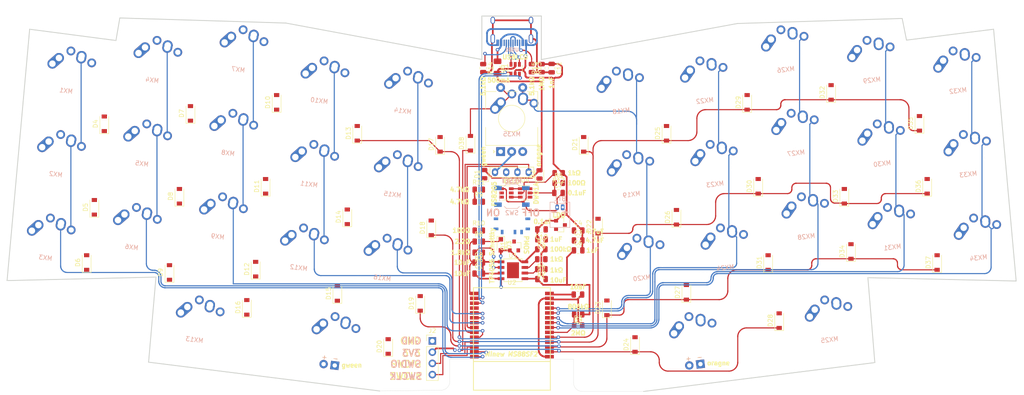
<source format=kicad_pcb>
(kicad_pcb (version 20171130) (host pcbnew 5.1.10)
  (layers (0 F.Cu signal) (31 B.Cu signal) (34 B.Paste user) (35 F.Paste user) (36 B.SilkS user hide) (37 F.SilkS user hide) (38 B.Mask user hide) (39 F.Mask user hide) (44 Edge.Cuts user))
  (net 0 "")
  (net 1 "Net-(BT1-Pad2)")
  (net 2 vbat)
  (net 3 GND)
  (net 4 vbus)
  (net 5 +3V3)
  (net 6 "Net-(C7-Pad1)")
  (net 7 "Net-(C8-Pad1)")
  (net 8 regbat)
  (net 9 Earth)
  (net 10 "Net-(D1-Pad1)")
  (net 11 "Net-(D2-Pad1)")
  (net 12 "Net-(D3-Pad1)")
  (net 13 "Net-(D4-Pad2)")
  (net 14 row0)
  (net 15 "Net-(D5-Pad2)")
  (net 16 row1)
  (net 17 "Net-(D6-Pad2)")
  (net 18 row2)
  (net 19 "Net-(D7-Pad2)")
  (net 20 "Net-(D8-Pad2)")
  (net 21 "Net-(D9-Pad2)")
  (net 22 "Net-(D10-Pad2)")
  (net 23 "Net-(D11-Pad2)")
  (net 24 "Net-(D12-Pad2)")
  (net 25 "Net-(D13-Pad2)")
  (net 26 "Net-(D14-Pad2)")
  (net 27 "Net-(D15-Pad2)")
  (net 28 "Net-(D16-Pad2)")
  (net 29 row3)
  (net 30 "Net-(D17-Pad2)")
  (net 31 "Net-(D18-Pad2)")
  (net 32 "Net-(D19-Pad2)")
  (net 33 "Net-(D20-Pad2)")
  (net 34 "Net-(D21-Pad2)")
  (net 35 "Net-(D22-Pad2)")
  (net 36 "Net-(D23-Pad2)")
  (net 37 "Net-(D24-Pad2)")
  (net 38 "Net-(D25-Pad2)")
  (net 39 "Net-(D26-Pad2)")
  (net 40 "Net-(D27-Pad2)")
  (net 41 "Net-(D28-Pad2)")
  (net 42 "Net-(D29-Pad2)")
  (net 43 "Net-(D30-Pad2)")
  (net 44 "Net-(D31-Pad2)")
  (net 45 "Net-(D32-Pad2)")
  (net 46 "Net-(D33-Pad2)")
  (net 47 "Net-(D34-Pad2)")
  (net 48 "Net-(D35-Pad2)")
  (net 49 "Net-(D36-Pad2)")
  (net 50 "Net-(D37-Pad2)")
  (net 51 encswrow)
  (net 52 "Net-(F1-Pad1)")
  (net 53 swclk)
  (net 54 swdio)
  (net 55 col0)
  (net 56 col1)
  (net 57 col2)
  (net 58 col3)
  (net 59 col4)
  (net 60 col5)
  (net 61 col6)
  (net 62 col7)
  (net 63 col8)
  (net 64 col9)
  (net 65 scl)
  (net 66 sda)
  (net 67 "Net-(Q1-Pad3)")
  (net 68 "Net-(R1-Pad2)")
  (net 69 vsense)
  (net 70 "Net-(R4-Pad2)")
  (net 71 "Net-(R6-Pad2)")
  (net 72 "Net-(R10-Pad2)")
  (net 73 reset)
  (net 74 "Net-(R12-Pad2)")
  (net 75 encA)
  (net 76 encB)
  (net 77 d+)
  (net 78 d-)
  (net 79 "Net-(U4-Pad4)")
  (net 80 "Net-(U4-Pad3)")
  (net 81 "Net-(U4-Pad1)")
  (net 82 "Net-(U5-Pad5)")
  (net 83 "Net-(U5-Pad2)")
  (net 84 dbus+)
  (net 85 dbus-)
  (net 86 "Net-(U1-Pad9)")
  (net 87 cc2)
  (net 88 cc1)
  (net 89 "Net-(USB1-Pad3)")
  (net 90 "Net-(USB1-Pad9)")
  (net 91 "Net-(MX28-Pad2)")
  (module Keebio-Parts:MX-Alps-Choc-1U-NoLED (layer F.Cu) (at 216.648541 124.77258 7)
    (fp_text reference MX25 (at 0 3.175 7) (layer B.SilkS) (effects (justify mirror)))
    (fp_text value MX_LED)
    (pad 1 thru_hole oval (at 2.5 -4.5 93.1) (size 2.831378 2.25) (drill 1.47 (offset 0.290689 0)) (layers *.Cu *.Mask) (net 62 col7))
    (pad 1 thru_hole circle (at 2.54 -5.08 7) (size 2.25 2.25) (drill 1.47) (layers *.Cu *.Mask) (net 62 col7))
    (pad 2 thru_hole oval (at -3.81 -2.54 55.1) (size 4.211556 2.25) (drill 1.47 (offset 0.980778 0)) (layers *.Cu *.Mask) (net 41 "Net-(D28-Pad2)"))
    (pad "" np_thru_hole circle (at 0 0 7) (size 3.9878 3.9878) (drill 3.9878) (layers *.Cu *.Mask))
    (pad 2 thru_hole circle (at -2.5 -4 7) (size 2.25 2.25) (drill 1.47) (layers *.Cu *.Mask) (net 41 "Net-(D28-Pad2)"))
    (pad "" np_thru_hole circle (at -5.08 0 55.0996) (size 1.75 1.75) (drill 1.75) (layers *.Cu *.Mask))
    (pad "" np_thru_hole circle (at 5.08 0 55.0996) (size 1.75 1.75) (drill 1.75) (layers *.Cu *.Mask))
    (pad 1 thru_hole circle (at 5 -3.8 7) (size 2 2) (drill 1.2) (layers *.Cu *.Mask) (net 62 col7))
    (pad 2 thru_hole circle (at 0 -5.9 7) (size 2 2) (drill 1.2) (layers *.Cu *.Mask) (net 41 "Net-(D28-Pad2)"))
    (pad "" np_thru_hole circle (at -5.5 0 55.1) (size 1.7 1.7) (drill 1.7) (layers *.Cu *.Mask))
    (pad "" np_thru_hole circle (at 5.5 0 55.1) (size 1.7 1.7) (drill 1.7) (layers *.Cu *.Mask))
    (pad "" np_thru_hole circle (at -5.22 4.2 55.1) (size 1.2 1.2) (drill 1.2) (layers *.Cu *.Mask))
  )
  (module Keebio-Parts:MX-Alps-Choc-1U-NoLED (layer F.Cu) (at 171.827051 91.889843 7)
    (fp_text reference MX19 (at 0 3.175 7) (layer B.SilkS) (effects (justify mirror)))
    (fp_text value MX_LED)
    (pad 1 thru_hole oval (at 2.5 -4.5 93.1) (size 2.831378 2.25) (drill 1.47 (offset 0.290689 0)) (layers *.Cu *.Mask) (net 60 col5))
    (pad 1 thru_hole circle (at 2.54 -5.08 7) (size 2.25 2.25) (drill 1.47) (layers *.Cu *.Mask) (net 60 col5))
    (pad 2 thru_hole oval (at -3.81 -2.54 55.1) (size 4.211556 2.25) (drill 1.47 (offset 0.980778 0)) (layers *.Cu *.Mask) (net 35 "Net-(D22-Pad2)"))
    (pad "" np_thru_hole circle (at 0 0 7) (size 3.9878 3.9878) (drill 3.9878) (layers *.Cu *.Mask))
    (pad 2 thru_hole circle (at -2.5 -4 7) (size 2.25 2.25) (drill 1.47) (layers *.Cu *.Mask) (net 35 "Net-(D22-Pad2)"))
    (pad "" np_thru_hole circle (at -5.08 0 55.0996) (size 1.75 1.75) (drill 1.75) (layers *.Cu *.Mask))
    (pad "" np_thru_hole circle (at 5.08 0 55.0996) (size 1.75 1.75) (drill 1.75) (layers *.Cu *.Mask))
    (pad 1 thru_hole circle (at 5 -3.8 7) (size 2 2) (drill 1.2) (layers *.Cu *.Mask) (net 60 col5))
    (pad 2 thru_hole circle (at 0 -5.9 7) (size 2 2) (drill 1.2) (layers *.Cu *.Mask) (net 35 "Net-(D22-Pad2)"))
    (pad "" np_thru_hole circle (at -5.5 0 55.1) (size 1.7 1.7) (drill 1.7) (layers *.Cu *.Mask))
    (pad "" np_thru_hole circle (at 5.5 0 55.1) (size 1.7 1.7) (drill 1.7) (layers *.Cu *.Mask))
    (pad "" np_thru_hole circle (at -5.22 4.2 55.1) (size 1.2 1.2) (drill 1.2) (layers *.Cu *.Mask))
  )
  (module Connector_PinHeader_2.54mm:PinHeader_1x04_P2.54mm_Vertical (layer F.Cu) (at 127.129425 128.193326)
    (fp_text reference J2 (at 0 -2.33) (layer F.SilkS))
    (fp_text value BL_CONN)
    (pad 1 thru_hole rect (at 0 0) (size 1.7 1.7) (drill 1) (layers *.Cu *.Mask) (net 3 GND))
    (pad 2 thru_hole oval (at 0 2.54) (size 1.7 1.7) (drill 1) (layers *.Cu *.Mask) (net 5 +3V3))
    (pad 3 thru_hole oval (at 0 5.08) (size 1.7 1.7) (drill 1) (layers *.Cu *.Mask) (net 54 swdio))
    (pad 4 thru_hole oval (at 0 7.62) (size 1.7 1.7) (drill 1) (layers *.Cu *.Mask) (net 53 swclk))
  )
  (module Keebio-Parts:HRO-TYPE-C-31-M-12-Assembly (layer B.Cu) (at 145.129425 53.023326)
    (fp_text reference USB1 (at 0 9.25) (layer B.SilkS) (effects (font (size 0.8 0.8)) (justify mirror)))
    (fp_text value HRO-TYPE-C-31-M-12)
    (pad 13 thru_hole oval (at 4.32 2.6) (size 1 1.6) (drill oval 0.6 1.2) (layers *.Cu *.Mask) (net 9 Earth))
    (pad 13 thru_hole oval (at -4.32 2.6) (size 1 1.6) (drill oval 0.6 1.2) (layers *.Cu *.Mask) (net 9 Earth))
    (pad 13 thru_hole oval (at 4.32 6.78) (size 1 2.1) (drill oval 0.6 1.7) (layers *.Cu *.Mask) (net 9 Earth))
    (pad 13 thru_hole oval (at -4.32 6.78) (size 1 2.1) (drill oval 0.6 1.7) (layers *.Cu *.Mask) (net 9 Earth))
    (pad "" np_thru_hole circle (at -2.89 6.25) (size 0.65 0.65) (drill 0.65) (layers *.Cu *.Mask))
    (pad "" np_thru_hole circle (at 2.89 6.25) (size 0.65 0.65) (drill 0.65) (layers *.Cu *.Mask))
    (pad 6 smd rect (at -0.25 7.695) (size 0.3 1.45) (layers B.Cu B.Paste B.Mask) (net 84 dbus+))
    (pad 7 smd rect (at 0.25 7.695) (size 0.3 1.45) (layers B.Cu B.Paste B.Mask) (net 85 dbus-))
    (pad 8 smd rect (at 0.75 7.695) (size 0.3 1.45) (layers B.Cu B.Paste B.Mask) (net 84 dbus+))
    (pad 5 smd rect (at -0.75 7.695) (size 0.3 1.45) (layers B.Cu B.Paste B.Mask) (net 85 dbus-))
    (pad 9 smd rect (at 1.25 7.695) (size 0.3 1.45) (layers B.Cu B.Paste B.Mask) (net 90 "Net-(USB1-Pad9)"))
    (pad 4 smd rect (at -1.25 7.695) (size 0.3 1.45) (layers B.Cu B.Paste B.Mask) (net 88 cc1))
    (pad 10 smd rect (at 1.75 7.695) (size 0.3 1.45) (layers B.Cu B.Paste B.Mask) (net 87 cc2))
    (pad 3 smd rect (at -1.75 7.695) (size 0.3 1.45) (layers B.Cu B.Paste B.Mask) (net 89 "Net-(USB1-Pad3)"))
    (pad 2 smd rect (at -2.45 7.695) (size 0.6 1.45) (layers B.Cu B.Paste B.Mask) (net 52 "Net-(F1-Pad1)"))
    (pad 11 smd rect (at 2.45 7.695) (size 0.6 1.45) (layers B.Cu B.Paste B.Mask) (net 52 "Net-(F1-Pad1)"))
    (pad 1 smd rect (at -3.225 7.695) (size 0.6 1.45) (layers B.Cu B.Paste B.Mask) (net 3 GND))
    (pad 12 smd rect (at 3.225 7.695) (size 0.6 1.45) (layers B.Cu B.Paste B.Mask) (net 3 GND))
  )
  (module lib:TP4056_SOP-8-PP (layer F.Cu) (at 145.379425 112.193326)
    (fp_text reference U1 (at 0 -3.3) (layer F.SilkS))
    (fp_text value TP4056)
    (pad 1 smd rect (at -2.7 -1.905) (size 1.5 0.65) (layers F.Cu F.Paste F.Mask) (net 3 GND))
    (pad 2 smd rect (at -2.7 -0.635) (size 1.5 0.65) (layers F.Cu F.Paste F.Mask) (net 71 "Net-(R6-Pad2)"))
    (pad 3 smd rect (at -2.7 0.635) (size 1.5 0.65) (layers F.Cu F.Paste F.Mask) (net 3 GND))
    (pad 4 smd rect (at -2.7 1.905) (size 1.5 0.65) (layers F.Cu F.Paste F.Mask) (net 4 vbus))
    (pad 5 smd rect (at 2.7 1.905) (size 1.5 0.65) (layers F.Cu F.Paste F.Mask) (net 2 vbat))
    (pad 6 smd rect (at 2.7 0.635) (size 1.5 0.65) (layers F.Cu F.Paste F.Mask) (net 68 "Net-(R1-Pad2)"))
    (pad 7 smd rect (at 2.7 -0.635) (size 1.5 0.65) (layers F.Cu F.Paste F.Mask) (net 70 "Net-(R4-Pad2)"))
    (pad 8 smd rect (at 2.7 -1.905) (size 1.5 0.65) (layers F.Cu F.Paste F.Mask) (net 4 vbus))
    (pad 9 smd rect (at 0 0) (size 2.7 3.6) (layers F.Cu F.Paste F.Mask) (net 86 "Net-(U1-Pad9)"))
  )
  (module Package_TO_SOT_SMD:SOT-23-6 (layer F.Cu) (at 145.879425 66.693326 90)
    (fp_text reference U6 (at 0 -2.9 90) (layer F.SilkS))
    (fp_text value USBLC6-2SC6)
    (pad 1 smd rect (at -1.1 -0.95 90) (size 1.06 0.65) (layers F.Cu F.Paste F.Mask) (net 77 d+))
    (pad 2 smd rect (at -1.1 0 90) (size 1.06 0.65) (layers F.Cu F.Paste F.Mask) (net 3 GND))
    (pad 3 smd rect (at -1.1 0.95 90) (size 1.06 0.65) (layers F.Cu F.Paste F.Mask) (net 78 d-))
    (pad 4 smd rect (at 1.1 0.95 90) (size 1.06 0.65) (layers F.Cu F.Paste F.Mask) (net 85 dbus-))
    (pad 6 smd rect (at 1.1 -0.95 90) (size 1.06 0.65) (layers F.Cu F.Paste F.Mask) (net 84 dbus+))
    (pad 5 smd rect (at 1.1 0 90) (size 1.06 0.65) (layers F.Cu F.Paste F.Mask) (net 4 vbus))
  )
  (module Package_TO_SOT_SMD:SOT-23-6 (layer F.Cu) (at 143.879425 94.693326)
    (fp_text reference U5 (at 0 -2.9) (layer F.SilkS))
    (fp_text value FS8205)
    (pad 1 smd rect (at -1.1 -0.95) (size 1.06 0.65) (layers F.Cu F.Paste F.Mask) (net 1 "Net-(BT1-Pad2)"))
    (pad 2 smd rect (at -1.1 0) (size 1.06 0.65) (layers F.Cu F.Paste F.Mask) (net 83 "Net-(U5-Pad2)"))
    (pad 3 smd rect (at -1.1 0.95) (size 1.06 0.65) (layers F.Cu F.Paste F.Mask) (net 3 GND))
    (pad 4 smd rect (at 1.1 0.95) (size 1.06 0.65) (layers F.Cu F.Paste F.Mask) (net 80 "Net-(U4-Pad3)"))
    (pad 6 smd rect (at 1.1 -0.95) (size 1.06 0.65) (layers F.Cu F.Paste F.Mask) (net 81 "Net-(U4-Pad1)"))
    (pad 5 smd rect (at 1.1 0) (size 1.06 0.65) (layers F.Cu F.Paste F.Mask) (net 82 "Net-(U5-Pad5)"))
  )
  (module Package_TO_SOT_SMD:SOT-23-6 (layer F.Cu) (at 148.129425 94.693326)
    (fp_text reference U4 (at 0 -2.9) (layer F.SilkS))
    (fp_text value DW01A)
    (pad 1 smd rect (at -1.1 -0.95) (size 1.06 0.65) (layers F.Cu F.Paste F.Mask) (net 81 "Net-(U4-Pad1)"))
    (pad 2 smd rect (at -1.1 0) (size 1.06 0.65) (layers F.Cu F.Paste F.Mask) (net 74 "Net-(R12-Pad2)"))
    (pad 3 smd rect (at -1.1 0.95) (size 1.06 0.65) (layers F.Cu F.Paste F.Mask) (net 80 "Net-(U4-Pad3)"))
    (pad 4 smd rect (at 1.1 0.95) (size 1.06 0.65) (layers F.Cu F.Paste F.Mask) (net 79 "Net-(U4-Pad4)"))
    (pad 6 smd rect (at 1.1 -0.95) (size 1.06 0.65) (layers F.Cu F.Paste F.Mask) (net 1 "Net-(BT1-Pad2)"))
    (pad 5 smd rect (at 1.1 0) (size 1.06 0.65) (layers F.Cu F.Paste F.Mask) (net 6 "Net-(C7-Pad1)"))
  )
  (module Package_TO_SOT_SMD:SOT-23 (layer F.Cu) (at 156.129425 101.943326)
    (fp_text reference U3 hide)
    (fp_text value XC6206PxxxMR-Regulator_Linear)
    (pad 1 smd rect (at -1 -0.95) (size 0.9 0.8) (layers F.Cu F.Paste F.Mask) (net 3 GND))
    (pad 2 smd rect (at -1 0.95) (size 0.9 0.8) (layers F.Cu F.Paste F.Mask) (net 8 regbat))
    (pad 3 smd rect (at 1 0) (size 0.9 0.8) (layers F.Cu F.Paste F.Mask) (net 2 vbat))
  )
  (module ms88sf2_oreore:MINEW_MS88SF2 (layer F.Cu) (at 145.129425 139.343326 180)
    (fp_text reference U2 (at 0 24.384) (layer F.SilkS))
    (fp_text value MS88SF2)
    (pad 1 smd rect (at -8.5 7.59 180) (size 2 0.8) (layers F.Cu F.Paste F.Mask) (net 3 GND))
    (pad 2 smd rect (at -8.5 8.69 180) (size 2 0.8) (layers F.Cu F.Paste F.Mask) (net 29 row3))
    (pad 3 smd rect (at -8.5 9.79 180) (size 2 0.8) (layers F.Cu F.Paste F.Mask) (net 18 row2))
    (pad 4 smd rect (at -8.5 10.89 180) (size 2 0.8) (layers F.Cu F.Paste F.Mask) (net 16 row1))
    (pad 5 smd rect (at -8.5 11.99 180) (size 2 0.8) (layers F.Cu F.Paste F.Mask) (net 14 row0))
    (pad 6 smd rect (at -8.5 13.09 180) (size 2 0.8) (layers F.Cu F.Paste F.Mask) (net 69 vsense))
    (pad 7 smd rect (at -8.5 14.19 180) (size 2 0.8) (layers F.Cu F.Paste F.Mask) (net 64 col9))
    (pad 8 smd rect (at -8.5 15.29 180) (size 2 0.8) (layers F.Cu F.Paste F.Mask) (net 63 col8))
    (pad 9 smd rect (at -8.5 16.39 180) (size 2 0.8) (layers F.Cu F.Paste F.Mask) (net 62 col7))
    (pad 10 smd rect (at -8.5 17.49 180) (size 2 0.8) (layers F.Cu F.Paste F.Mask) (net 61 col6))
    (pad 11 smd rect (at -8.5 18.59 180) (size 2 0.8) (layers F.Cu F.Paste F.Mask) (net 60 col5))
    (pad 12 smd rect (at -8.5 19.69 180) (size 2 0.8) (layers F.Cu F.Paste F.Mask) (net 75 encA))
    (pad 13 smd rect (at -8.5 20.79 180) (size 2 0.8) (layers F.Cu F.Paste F.Mask) (net 3 GND))
    (pad 14 smd rect (at -8.5 21.89 180) (size 2 0.8) (layers F.Cu F.Paste F.Mask) (net 5 +3V3))
    (pad 15 smd rect (at 8.5 21.89 180) (size 2 0.8) (layers F.Cu F.Paste F.Mask) (net 7 "Net-(C8-Pad1)"))
    (pad 16 smd rect (at 8.5 20.79 180) (size 2 0.8) (layers F.Cu F.Paste F.Mask) (net 78 d-))
    (pad 17 smd rect (at 8.5 19.69 180) (size 2 0.8) (layers F.Cu F.Paste F.Mask) (net 77 d+))
    (pad 18 smd rect (at 8.5 18.59 180) (size 2 0.8) (layers F.Cu F.Paste F.Mask) (net 76 encB))
    (pad 19 smd rect (at 8.5 17.49 180) (size 2 0.8) (layers F.Cu F.Paste F.Mask) (net 59 col4))
    (pad 20 smd rect (at 8.5 16.39 180) (size 2 0.8) (layers F.Cu F.Paste F.Mask) (net 73 reset))
    (pad 21 smd rect (at 8.5 15.29 180) (size 2 0.8) (layers F.Cu F.Paste F.Mask) (net 58 col3))
    (pad 22 smd rect (at 8.5 14.19 180) (size 2 0.8) (layers F.Cu F.Paste F.Mask) (net 65 scl))
    (pad 23 smd rect (at 8.5 13.09 180) (size 2 0.8) (layers F.Cu F.Paste F.Mask) (net 66 sda))
    (pad 24 smd rect (at 8.5 11.99 180) (size 2 0.8) (layers F.Cu F.Paste F.Mask) (net 57 col2))
    (pad 25 smd rect (at 8.5 10.89 180) (size 2 0.8) (layers F.Cu F.Paste F.Mask) (net 54 swdio))
    (pad 26 smd rect (at 8.5 9.79 180) (size 2 0.8) (layers F.Cu F.Paste F.Mask) (net 53 swclk))
    (pad 27 smd rect (at 8.5 8.69 180) (size 2 0.8) (layers F.Cu F.Paste F.Mask) (net 56 col1))
    (pad 28 smd rect (at 8.5 7.59 180) (size 2 0.8) (layers F.Cu F.Paste F.Mask) (net 55 col0))
  )
  (module Keebio-Parts:RotaryEncoder_EC11-no-legs (layer F.Cu) (at 145.079425 77.843326 90)
    (fp_text reference SW3)
    (fp_text value Rotary_Encoder_Switch)
    (pad S1 thru_hole circle (at 7 2.5 90) (size 2 2) (drill 1) (layers *.Cu *.Mask) (net 60 col5))
    (pad S2 thru_hole circle (at 7 -2.5 90) (size 2 2) (drill 1) (layers *.Cu *.Mask) (net 51 encswrow))
    (pad B thru_hole circle (at -7.5 2.5 90) (size 2 2) (drill 1) (layers *.Cu *.Mask) (net 76 encB))
    (pad C thru_hole circle (at -7.5 0 90) (size 2 2) (drill 1) (layers *.Cu *.Mask) (net 3 GND))
    (pad A thru_hole rect (at -7.5 -2.5 90) (size 2 2) (drill 1) (layers *.Cu *.Mask) (net 75 encA))
  )
  (module Button_Switch_SMD:SW_SPST_TL3342 (layer B.Cu) (at 145.129425 95.453326)
    (fp_text reference SW2 (at 0 3.75) (layer B.SilkS) (effects (justify mirror)))
    (fp_text value SW_RESET)
    (pad 1 smd rect (at -3.15 1.9) (size 1.7 1) (layers B.Cu B.Paste B.Mask) (net 3 GND))
    (pad 1 smd rect (at 3.15 1.9) (size 1.7 1) (layers B.Cu B.Paste B.Mask) (net 3 GND))
    (pad 2 smd rect (at -3.15 -1.9) (size 1.7 1) (layers B.Cu B.Paste B.Mask) (net 72 "Net-(R10-Pad2)"))
    (pad 2 smd rect (at 3.15 -1.9) (size 1.7 1) (layers B.Cu B.Paste B.Mask) (net 72 "Net-(R10-Pad2)"))
  )
  (module other_parts:switch_MSK-12C02_smd (layer B.Cu) (at 145.129425 100.343326 270)
    (fp_text reference SW1)
    (fp_text value ON_OFF)
    (pad "" smd rect (at 2.493 -3.6 180) (size 1 0.6) (layers B.Cu B.Paste B.Mask))
    (pad "" smd rect (at 0.207 -3.6 180) (size 1.1 0.6) (layers B.Cu B.Paste B.Mask))
    (pad "" smd rect (at 2.493 3.6 180) (size 1.1 0.6) (layers B.Cu B.Paste B.Mask))
    (pad "" np_thru_hole circle (at 1.35 1.45 90) (size 0.7 0.7) (drill 0.7) (layers *.Cu *.Mask))
    (pad "" np_thru_hole circle (at 1.35 -1.45 90) (size 0.7 0.7) (drill 0.7) (layers *.Cu *.Mask))
    (pad 2 smd rect (at 3.2 -0.7 90) (size 1 0.6) (layers B.Cu B.Paste B.Mask) (net 67 "Net-(Q1-Pad3)"))
    (pad 3 smd rect (at 3.2 -2.2 90) (size 1 0.6) (layers B.Cu B.Paste B.Mask))
    (pad 1 smd rect (at 3.2 2.2 90) (size 1 0.6) (layers B.Cu B.Paste B.Mask) (net 8 regbat))
    (pad "" smd rect (at 0.207 3.6 180) (size 1 0.6) (layers B.Cu B.Paste B.Mask))
  )
  (module Resistor_SMD:R_0805_2012Metric (layer F.Cu) (at 151.879425 66.443326 90)
    (fp_text reference R15 (at 0 -1.65 90) (layer F.SilkS))
    (fp_text value 1M)
    (pad 1 smd roundrect (at -0.9125 0 90) (size 1.025 1.4) (layers F.Cu F.Paste F.Mask) (roundrect_rratio 0.243902) (net 9 Earth))
    (pad 2 smd roundrect (at 0.9125 0 90) (size 1.025 1.4) (layers F.Cu F.Paste F.Mask) (roundrect_rratio 0.243902) (net 3 GND))
  )
  (module Resistor_SMD:R_0805_2012Metric (layer F.Cu) (at 138.629425 66.443326 270)
    (fp_text reference R14 (at 0 -1.65 90) (layer F.SilkS))
    (fp_text value 5.1k)
    (pad 1 smd roundrect (at -0.9125 0 270) (size 1.025 1.4) (layers F.Cu F.Paste F.Mask) (roundrect_rratio 0.243902) (net 88 cc1))
    (pad 2 smd roundrect (at 0.9125 0 270) (size 1.025 1.4) (layers F.Cu F.Paste F.Mask) (roundrect_rratio 0.243902) (net 9 Earth))
  )
  (module Resistor_SMD:R_0805_2012Metric (layer F.Cu) (at 149.629425 66.443326 270)
    (fp_text reference R13 (at 0 -1.65 90) (layer F.SilkS))
    (fp_text value 5.1k)
    (pad 1 smd roundrect (at -0.9125 0 270) (size 1.025 1.4) (layers F.Cu F.Paste F.Mask) (roundrect_rratio 0.243902) (net 87 cc2))
    (pad 2 smd roundrect (at 0.9125 0 270) (size 1.025 1.4) (layers F.Cu F.Paste F.Mask) (roundrect_rratio 0.243902) (net 9 Earth))
  )
  (module Resistor_SMD:R_0805_2012Metric (layer F.Cu) (at 155.716925 90.193326 180)
    (fp_text reference R12 (at 0 -1.65) (layer F.SilkS))
    (fp_text value 1k)
    (pad 1 smd roundrect (at -0.9125 0 180) (size 1.025 1.4) (layers F.Cu F.Paste F.Mask) (roundrect_rratio 0.243902) (net 3 GND))
    (pad 2 smd roundrect (at 0.9125 0 180) (size 1.025 1.4) (layers F.Cu F.Paste F.Mask) (roundrect_rratio 0.243902) (net 74 "Net-(R12-Pad2)"))
  )
  (module Resistor_SMD:R_0805_2012Metric (layer F.Cu) (at 137.629425 93.943326)
    (fp_text reference R11 (at 0 -1.65) (layer F.SilkS))
    (fp_text value 4.7k)
    (pad 1 smd roundrect (at -0.9125 0) (size 1.025 1.4) (layers F.Cu F.Paste F.Mask) (roundrect_rratio 0.243902) (net 5 +3V3))
    (pad 2 smd roundrect (at 0.9125 0) (size 1.025 1.4) (layers F.Cu F.Paste F.Mask) (roundrect_rratio 0.243902) (net 65 scl))
  )
  (module Resistor_SMD:R_0805_2012Metric (layer F.Cu) (at 137.629425 103.193326)
    (fp_text reference R10 (at 0 -1.65) (layer F.SilkS))
    (fp_text value 100)
    (pad 1 smd roundrect (at -0.9125 0) (size 1.025 1.4) (layers F.Cu F.Paste F.Mask) (roundrect_rratio 0.243902) (net 73 reset))
    (pad 2 smd roundrect (at 0.9125 0) (size 1.025 1.4) (layers F.Cu F.Paste F.Mask) (roundrect_rratio 0.243902) (net 72 "Net-(R10-Pad2)"))
  )
  (module Resistor_SMD:R_0805_2012Metric (layer F.Cu) (at 137.629425 96.693326)
    (fp_text reference R9 (at 0 -1.65) (layer F.SilkS))
    (fp_text value 4.7k)
    (pad 1 smd roundrect (at -0.9125 0) (size 1.025 1.4) (layers F.Cu F.Paste F.Mask) (roundrect_rratio 0.243902) (net 5 +3V3))
    (pad 2 smd roundrect (at 0.9125 0) (size 1.025 1.4) (layers F.Cu F.Paste F.Mask) (roundrect_rratio 0.243902) (net 66 sda))
  )
  (module Resistor_SMD:R_0805_2012Metric (layer F.Cu) (at 137.629425 105.693326)
    (fp_text reference R8 (at 0 -1.65) (layer F.SilkS))
    (fp_text value 2R2)
    (pad 1 smd roundrect (at -0.9125 0) (size 1.025 1.4) (layers F.Cu F.Paste F.Mask) (roundrect_rratio 0.243902) (net 7 "Net-(C8-Pad1)"))
    (pad 2 smd roundrect (at 0.9125 0) (size 1.025 1.4) (layers F.Cu F.Paste F.Mask) (roundrect_rratio 0.243902) (net 12 "Net-(D3-Pad1)"))
  )
  (module Resistor_SMD:R_0805_2012Metric (layer F.Cu) (at 151.791925 107.443326)
    (fp_text reference R7 (at 0 -1.65) (layer F.SilkS))
    (fp_text value 100k)
    (pad 1 smd roundrect (at -0.9125 0) (size 1.025 1.4) (layers F.Cu F.Paste F.Mask) (roundrect_rratio 0.243902) (net 4 vbus))
    (pad 2 smd roundrect (at 0.9125 0) (size 1.025 1.4) (layers F.Cu F.Paste F.Mask) (roundrect_rratio 0.243902) (net 3 GND))
  )
  (module Resistor_SMD:R_0805_2012Metric (layer F.Cu) (at 137.629425 108.193326 180)
    (fp_text reference R6 (at 0 -1.65) (layer F.SilkS))
    (fp_text value 1.8k)
    (pad 1 smd roundrect (at -0.9125 0 180) (size 1.025 1.4) (layers F.Cu F.Paste F.Mask) (roundrect_rratio 0.243902) (net 3 GND))
    (pad 2 smd roundrect (at 0.9125 0 180) (size 1.025 1.4) (layers F.Cu F.Paste F.Mask) (roundrect_rratio 0.243902) (net 71 "Net-(R6-Pad2)"))
  )
  (module Resistor_SMD:R_0805_2012Metric (layer F.Cu) (at 155.716925 92.443326)
    (fp_text reference R5 (at 0 -1.65) (layer F.SilkS))
    (fp_text value 100)
    (pad 1 smd roundrect (at -0.9125 0) (size 1.025 1.4) (layers F.Cu F.Paste F.Mask) (roundrect_rratio 0.243902) (net 6 "Net-(C7-Pad1)"))
    (pad 2 smd roundrect (at 0.9125 0) (size 1.025 1.4) (layers F.Cu F.Paste F.Mask) (roundrect_rratio 0.243902) (net 2 vbat))
  )
  (module Resistor_SMD:R_0805_2012Metric (layer F.Cu) (at 151.791925 109.693326 180)
    (fp_text reference R4 (at 0 -1.65) (layer F.SilkS))
    (fp_text value 1k)
    (pad 1 smd roundrect (at -0.9125 0 180) (size 1.025 1.4) (layers F.Cu F.Paste F.Mask) (roundrect_rratio 0.243902) (net 11 "Net-(D2-Pad1)"))
    (pad 2 smd roundrect (at 0.9125 0 180) (size 1.025 1.4) (layers F.Cu F.Paste F.Mask) (roundrect_rratio 0.243902) (net 70 "Net-(R4-Pad2)"))
  )
  (module Resistor_SMD:R_0805_2012Metric (layer F.Cu) (at 160.129425 124.693326)
    (fp_text reference R3 (at 0 -1.65) (layer F.SilkS))
    (fp_text value 2M)
    (pad 1 smd roundrect (at -0.9125 0) (size 1.025 1.4) (layers F.Cu F.Paste F.Mask) (roundrect_rratio 0.243902) (net 69 vsense))
    (pad 2 smd roundrect (at 0.9125 0) (size 1.025 1.4) (layers F.Cu F.Paste F.Mask) (roundrect_rratio 0.243902) (net 3 GND))
  )
  (module Resistor_SMD:R_0805_2012Metric (layer F.Cu) (at 160.129425 122.193326 180)
    (fp_text reference R2 (at 0 -1.65) (layer F.SilkS))
    (fp_text value 806k)
    (pad 1 smd roundrect (at -0.9125 0 180) (size 1.025 1.4) (layers F.Cu F.Paste F.Mask) (roundrect_rratio 0.243902) (net 2 vbat))
    (pad 2 smd roundrect (at 0.9125 0 180) (size 1.025 1.4) (layers F.Cu F.Paste F.Mask) (roundrect_rratio 0.243902) (net 69 vsense))
  )
  (module Resistor_SMD:R_0805_2012Metric (layer F.Cu) (at 151.791925 111.943326 180)
    (fp_text reference R1 (at 0 -1.65) (layer F.SilkS))
    (fp_text value 1k)
    (pad 1 smd roundrect (at -0.9125 0 180) (size 1.025 1.4) (layers F.Cu F.Paste F.Mask) (roundrect_rratio 0.243902) (net 10 "Net-(D1-Pad1)"))
    (pad 2 smd roundrect (at 0.9125 0 180) (size 1.025 1.4) (layers F.Cu F.Paste F.Mask) (roundrect_rratio 0.243902) (net 68 "Net-(R1-Pad2)"))
  )
  (module Package_TO_SOT_SMD:SOT-23 (layer F.Cu) (at 145.629425 106.693326 90)
    (fp_text reference Q1 (at 0 -2.5 90) (layer F.SilkS))
    (fp_text value AO3401A)
    (pad 1 smd rect (at -1 -0.95 90) (size 0.9 0.8) (layers F.Cu F.Paste F.Mask) (net 4 vbus))
    (pad 2 smd rect (at -1 0.95 90) (size 0.9 0.8) (layers F.Cu F.Paste F.Mask) (net 5 +3V3))
    (pad 3 smd rect (at 1 0 90) (size 0.9 0.8) (layers F.Cu F.Paste F.Mask) (net 67 "Net-(Q1-Pad3)"))
  )
  (module kbd:OLED_1side (layer F.Cu) (at 148.929425 90.003326 180)
    (fp_text reference OL1)
    (fp_text value OLED hide)
    (fp_text user OLED (at 3.8 -2.1) (layer F.SilkS))
    (pad 1 thru_hole oval (at 0 0 180) (size 1.397 1.778) (drill 0.8128) (layers *.Cu B.Mask) (net 66 sda))
    (pad 2 thru_hole oval (at 2.54 0 180) (size 1.397 1.778) (drill 0.8128) (layers *.Cu B.Mask) (net 65 scl))
    (pad 3 thru_hole oval (at 5.08 0 180) (size 1.397 1.778) (drill 0.8128) (layers *.Cu B.Mask) (net 5 +3V3))
    (pad 4 thru_hole oval (at 7.62 0 180) (size 1.397 1.778) (drill 0.8128) (layers *.Cu B.Mask) (net 3 GND))
  )
  (module Keebio-Parts:MX-Alps-Choc-1U-NoLED (layer F.Cu) (at 145.129425 78.193326)
    (fp_text reference MX35 (at 0 3.175) (layer B.SilkS) (effects (justify mirror)))
    (fp_text value MX_LED)
    (pad 1 thru_hole oval (at 2.5 -4.5 86.1) (size 2.831378 2.25) (drill 1.47 (offset 0.290689 0)) (layers *.Cu *.Mask) (net 60 col5))
    (pad 1 thru_hole circle (at 2.54 -5.08) (size 2.25 2.25) (drill 1.47) (layers *.Cu *.Mask) (net 60 col5))
    (pad 2 thru_hole oval (at -3.81 -2.54 48.1) (size 4.211556 2.25) (drill 1.47 (offset 0.980778 0)) (layers *.Cu *.Mask) (net 51 encswrow))
    (pad "" np_thru_hole circle (at 0 0) (size 3.9878 3.9878) (drill 3.9878) (layers *.Cu *.Mask))
    (pad 2 thru_hole circle (at -2.5 -4) (size 2.25 2.25) (drill 1.47) (layers *.Cu *.Mask) (net 51 encswrow))
    (pad "" np_thru_hole circle (at -5.08 0 48.0996) (size 1.75 1.75) (drill 1.75) (layers *.Cu *.Mask))
    (pad "" np_thru_hole circle (at 5.08 0 48.0996) (size 1.75 1.75) (drill 1.75) (layers *.Cu *.Mask))
    (pad 1 thru_hole circle (at 5 -3.8) (size 2 2) (drill 1.2) (layers *.Cu *.Mask) (net 60 col5))
    (pad 2 thru_hole circle (at 0 -5.9) (size 2 2) (drill 1.2) (layers *.Cu *.Mask) (net 51 encswrow))
    (pad "" np_thru_hole circle (at -5.5 0 48.1) (size 1.7 1.7) (drill 1.7) (layers *.Cu *.Mask))
    (pad "" np_thru_hole circle (at 5.5 0 48.1) (size 1.7 1.7) (drill 1.7) (layers *.Cu *.Mask))
    (pad "" np_thru_hole circle (at -5.22 4.2 48.1) (size 1.2 1.2) (drill 1.2) (layers *.Cu *.Mask))
  )
  (module Keebio-Parts:MX-Alps-Choc-1U-NoLED (layer F.Cu) (at 250.361081 106.238404 7)
    (fp_text reference MX34 (at 0 3.175 7) (layer B.SilkS) (effects (justify mirror)))
    (fp_text value MX_LED)
    (pad 1 thru_hole oval (at 2.5 -4.5 93.1) (size 2.831378 2.25) (drill 1.47 (offset 0.290689 0)) (layers *.Cu *.Mask) (net 64 col9))
    (pad 1 thru_hole circle (at 2.54 -5.08 7) (size 2.25 2.25) (drill 1.47) (layers *.Cu *.Mask) (net 64 col9))
    (pad 2 thru_hole oval (at -3.81 -2.54 55.1) (size 4.211556 2.25) (drill 1.47 (offset 0.980778 0)) (layers *.Cu *.Mask) (net 50 "Net-(D37-Pad2)"))
    (pad "" np_thru_hole circle (at 0 0 7) (size 3.9878 3.9878) (drill 3.9878) (layers *.Cu *.Mask))
    (pad 2 thru_hole circle (at -2.5 -4 7) (size 2.25 2.25) (drill 1.47) (layers *.Cu *.Mask) (net 50 "Net-(D37-Pad2)"))
    (pad "" np_thru_hole circle (at -5.08 0 55.0996) (size 1.75 1.75) (drill 1.75) (layers *.Cu *.Mask))
    (pad "" np_thru_hole circle (at 5.08 0 55.0996) (size 1.75 1.75) (drill 1.75) (layers *.Cu *.Mask))
    (pad 1 thru_hole circle (at 5 -3.8 7) (size 2 2) (drill 1.2) (layers *.Cu *.Mask) (net 64 col9))
    (pad 2 thru_hole circle (at 0 -5.9 7) (size 2 2) (drill 1.2) (layers *.Cu *.Mask) (net 50 "Net-(D37-Pad2)"))
    (pad "" np_thru_hole circle (at -5.5 0 55.1) (size 1.7 1.7) (drill 1.7) (layers *.Cu *.Mask))
    (pad "" np_thru_hole circle (at 5.5 0 55.1) (size 1.7 1.7) (drill 1.7) (layers *.Cu *.Mask))
    (pad "" np_thru_hole circle (at -5.22 4.2 55.1) (size 1.2 1.2) (drill 1.2) (layers *.Cu *.Mask))
  )
  (module Keebio-Parts:MX-Alps-Choc-1U-NoLED (layer F.Cu) (at 248.03947 87.3304 7)
    (fp_text reference MX33 (at 0 3.175 7) (layer B.SilkS) (effects (justify mirror)))
    (fp_text value MX_LED)
    (pad 1 thru_hole oval (at 2.5 -4.5 93.1) (size 2.831378 2.25) (drill 1.47 (offset 0.290689 0)) (layers *.Cu *.Mask) (net 64 col9))
    (pad 1 thru_hole circle (at 2.54 -5.08 7) (size 2.25 2.25) (drill 1.47) (layers *.Cu *.Mask) (net 64 col9))
    (pad 2 thru_hole oval (at -3.81 -2.54 55.1) (size 4.211556 2.25) (drill 1.47 (offset 0.980778 0)) (layers *.Cu *.Mask) (net 49 "Net-(D36-Pad2)"))
    (pad "" np_thru_hole circle (at 0 0 7) (size 3.9878 3.9878) (drill 3.9878) (layers *.Cu *.Mask))
    (pad 2 thru_hole circle (at -2.5 -4 7) (size 2.25 2.25) (drill 1.47) (layers *.Cu *.Mask) (net 49 "Net-(D36-Pad2)"))
    (pad "" np_thru_hole circle (at -5.08 0 55.0996) (size 1.75 1.75) (drill 1.75) (layers *.Cu *.Mask))
    (pad "" np_thru_hole circle (at 5.08 0 55.0996) (size 1.75 1.75) (drill 1.75) (layers *.Cu *.Mask))
    (pad 1 thru_hole circle (at 5 -3.8 7) (size 2 2) (drill 1.2) (layers *.Cu *.Mask) (net 64 col9))
    (pad 2 thru_hole circle (at 0 -5.9 7) (size 2 2) (drill 1.2) (layers *.Cu *.Mask) (net 49 "Net-(D36-Pad2)"))
    (pad "" np_thru_hole circle (at -5.5 0 55.1) (size 1.7 1.7) (drill 1.7) (layers *.Cu *.Mask))
    (pad "" np_thru_hole circle (at 5.5 0 55.1) (size 1.7 1.7) (drill 1.7) (layers *.Cu *.Mask))
    (pad "" np_thru_hole circle (at -5.22 4.2 55.1) (size 1.2 1.2) (drill 1.2) (layers *.Cu *.Mask))
  )
  (module Keebio-Parts:MX-Alps-Choc-1U-NoLED (layer F.Cu) (at 245.716336 68.409989 7)
    (fp_text reference MX32 (at 0 3.175 7) (layer B.SilkS) (effects (justify mirror)))
    (fp_text value MX_LED)
    (pad 1 thru_hole oval (at 2.5 -4.5 93.1) (size 2.831378 2.25) (drill 1.47 (offset 0.290689 0)) (layers *.Cu *.Mask) (net 64 col9))
    (pad 1 thru_hole circle (at 2.54 -5.08 7) (size 2.25 2.25) (drill 1.47) (layers *.Cu *.Mask) (net 64 col9))
    (pad 2 thru_hole oval (at -3.81 -2.54 55.1) (size 4.211556 2.25) (drill 1.47 (offset 0.980778 0)) (layers *.Cu *.Mask) (net 48 "Net-(D35-Pad2)"))
    (pad "" np_thru_hole circle (at 0 0 7) (size 3.9878 3.9878) (drill 3.9878) (layers *.Cu *.Mask))
    (pad 2 thru_hole circle (at -2.5 -4 7) (size 2.25 2.25) (drill 1.47) (layers *.Cu *.Mask) (net 48 "Net-(D35-Pad2)"))
    (pad "" np_thru_hole circle (at -5.08 0 55.0996) (size 1.75 1.75) (drill 1.75) (layers *.Cu *.Mask))
    (pad "" np_thru_hole circle (at 5.08 0 55.0996) (size 1.75 1.75) (drill 1.75) (layers *.Cu *.Mask))
    (pad 1 thru_hole circle (at 5 -3.8 7) (size 2 2) (drill 1.2) (layers *.Cu *.Mask) (net 64 col9))
    (pad 2 thru_hole circle (at 0 -5.9 7) (size 2 2) (drill 1.2) (layers *.Cu *.Mask) (net 48 "Net-(D35-Pad2)"))
    (pad "" np_thru_hole circle (at -5.5 0 55.1) (size 1.7 1.7) (drill 1.7) (layers *.Cu *.Mask))
    (pad "" np_thru_hole circle (at 5.5 0 55.1) (size 1.7 1.7) (drill 1.7) (layers *.Cu *.Mask))
    (pad "" np_thru_hole circle (at -5.22 4.2 55.1) (size 1.2 1.2) (drill 1.2) (layers *.Cu *.Mask))
  )
  (module Keebio-Parts:MX-Alps-Choc-1U-NoLED (layer F.Cu) (at 230.872674 103.833014 7)
    (fp_text reference MX31 (at 0 3.175 7) (layer B.SilkS) (effects (justify mirror)))
    (fp_text value MX_LED)
    (pad 1 thru_hole oval (at 2.5 -4.5 93.1) (size 2.831378 2.25) (drill 1.47 (offset 0.290689 0)) (layers *.Cu *.Mask) (net 63 col8))
    (pad 1 thru_hole circle (at 2.54 -5.08 7) (size 2.25 2.25) (drill 1.47) (layers *.Cu *.Mask) (net 63 col8))
    (pad 2 thru_hole oval (at -3.81 -2.54 55.1) (size 4.211556 2.25) (drill 1.47 (offset 0.980778 0)) (layers *.Cu *.Mask) (net 47 "Net-(D34-Pad2)"))
    (pad "" np_thru_hole circle (at 0 0 7) (size 3.9878 3.9878) (drill 3.9878) (layers *.Cu *.Mask))
    (pad 2 thru_hole circle (at -2.5 -4 7) (size 2.25 2.25) (drill 1.47) (layers *.Cu *.Mask) (net 47 "Net-(D34-Pad2)"))
    (pad "" np_thru_hole circle (at -5.08 0 55.0996) (size 1.75 1.75) (drill 1.75) (layers *.Cu *.Mask))
    (pad "" np_thru_hole circle (at 5.08 0 55.0996) (size 1.75 1.75) (drill 1.75) (layers *.Cu *.Mask))
    (pad 1 thru_hole circle (at 5 -3.8 7) (size 2 2) (drill 1.2) (layers *.Cu *.Mask) (net 63 col8))
    (pad 2 thru_hole circle (at 0 -5.9 7) (size 2 2) (drill 1.2) (layers *.Cu *.Mask) (net 47 "Net-(D34-Pad2)"))
    (pad "" np_thru_hole circle (at -5.5 0 55.1) (size 1.7 1.7) (drill 1.7) (layers *.Cu *.Mask))
    (pad "" np_thru_hole circle (at 5.5 0 55.1) (size 1.7 1.7) (drill 1.7) (layers *.Cu *.Mask))
    (pad "" np_thru_hole circle (at -5.22 4.2 55.1) (size 1.2 1.2) (drill 1.2) (layers *.Cu *.Mask))
  )
  (module Keebio-Parts:MX-Alps-Choc-1U-NoLED (layer F.Cu) (at 228.551063 84.92501 7)
    (fp_text reference MX30 (at 0 3.175 7) (layer B.SilkS) (effects (justify mirror)))
    (fp_text value MX_LED)
    (pad 1 thru_hole oval (at 2.5 -4.5 93.1) (size 2.831378 2.25) (drill 1.47 (offset 0.290689 0)) (layers *.Cu *.Mask) (net 63 col8))
    (pad 1 thru_hole circle (at 2.54 -5.08 7) (size 2.25 2.25) (drill 1.47) (layers *.Cu *.Mask) (net 63 col8))
    (pad 2 thru_hole oval (at -3.81 -2.54 55.1) (size 4.211556 2.25) (drill 1.47 (offset 0.980778 0)) (layers *.Cu *.Mask) (net 46 "Net-(D33-Pad2)"))
    (pad "" np_thru_hole circle (at 0 0 7) (size 3.9878 3.9878) (drill 3.9878) (layers *.Cu *.Mask))
    (pad 2 thru_hole circle (at -2.5 -4 7) (size 2.25 2.25) (drill 1.47) (layers *.Cu *.Mask) (net 46 "Net-(D33-Pad2)"))
    (pad "" np_thru_hole circle (at -5.08 0 55.0996) (size 1.75 1.75) (drill 1.75) (layers *.Cu *.Mask))
    (pad "" np_thru_hole circle (at 5.08 0 55.0996) (size 1.75 1.75) (drill 1.75) (layers *.Cu *.Mask))
    (pad 1 thru_hole circle (at 5 -3.8 7) (size 2 2) (drill 1.2) (layers *.Cu *.Mask) (net 63 col8))
    (pad 2 thru_hole circle (at 0 -5.9 7) (size 2 2) (drill 1.2) (layers *.Cu *.Mask) (net 46 "Net-(D33-Pad2)"))
    (pad "" np_thru_hole circle (at -5.5 0 55.1) (size 1.7 1.7) (drill 1.7) (layers *.Cu *.Mask))
    (pad "" np_thru_hole circle (at 5.5 0 55.1) (size 1.7 1.7) (drill 1.7) (layers *.Cu *.Mask))
    (pad "" np_thru_hole circle (at -5.22 4.2 55.1) (size 1.2 1.2) (drill 1.2) (layers *.Cu *.Mask))
  )
  (module Keebio-Parts:MX-Alps-Choc-1U-NoLED (layer F.Cu) (at 226.229452 66.017006 7)
    (fp_text reference MX29 (at 0 3.175 7) (layer B.SilkS) (effects (justify mirror)))
    (fp_text value MX_LED)
    (pad 1 thru_hole oval (at 2.5 -4.5 93.1) (size 2.831378 2.25) (drill 1.47 (offset 0.290689 0)) (layers *.Cu *.Mask) (net 63 col8))
    (pad 1 thru_hole circle (at 2.54 -5.08 7) (size 2.25 2.25) (drill 1.47) (layers *.Cu *.Mask) (net 63 col8))
    (pad 2 thru_hole oval (at -3.81 -2.54 55.1) (size 4.211556 2.25) (drill 1.47 (offset 0.980778 0)) (layers *.Cu *.Mask) (net 45 "Net-(D32-Pad2)"))
    (pad "" np_thru_hole circle (at 0 0 7) (size 3.9878 3.9878) (drill 3.9878) (layers *.Cu *.Mask))
    (pad 2 thru_hole circle (at -2.5 -4 7) (size 2.25 2.25) (drill 1.47) (layers *.Cu *.Mask) (net 45 "Net-(D32-Pad2)"))
    (pad "" np_thru_hole circle (at -5.08 0 55.0996) (size 1.75 1.75) (drill 1.75) (layers *.Cu *.Mask))
    (pad "" np_thru_hole circle (at 5.08 0 55.0996) (size 1.75 1.75) (drill 1.75) (layers *.Cu *.Mask))
    (pad 1 thru_hole circle (at 5 -3.8 7) (size 2 2) (drill 1.2) (layers *.Cu *.Mask) (net 63 col8))
    (pad 2 thru_hole circle (at 0 -5.9 7) (size 2 2) (drill 1.2) (layers *.Cu *.Mask) (net 45 "Net-(D32-Pad2)"))
    (pad "" np_thru_hole circle (at -5.5 0 55.1) (size 1.7 1.7) (drill 1.7) (layers *.Cu *.Mask))
    (pad "" np_thru_hole circle (at 5.5 0 55.1) (size 1.7 1.7) (drill 1.7) (layers *.Cu *.Mask))
    (pad "" np_thru_hole circle (at -5.22 4.2 55.1) (size 1.2 1.2) (drill 1.2) (layers *.Cu *.Mask))
  )
  (module Keebio-Parts:MX-Alps-Choc-1U-NoLED (layer F.Cu) (at 211.384267 101.427624 7)
    (fp_text reference MX28 (at 0 3.175 7) (layer B.SilkS) (effects (justify mirror)))
    (fp_text value MX_LED)
    (pad 1 thru_hole oval (at 2.5 -4.5 93.1) (size 2.831378 2.25) (drill 1.47 (offset 0.290689 0)) (layers *.Cu *.Mask) (net 62 col7))
    (pad 1 thru_hole circle (at 2.54 -5.08 7) (size 2.25 2.25) (drill 1.47) (layers *.Cu *.Mask) (net 62 col7))
    (pad 2 thru_hole oval (at -3.81 -2.54 55.1) (size 4.211556 2.25) (drill 1.47 (offset 0.980778 0)) (layers *.Cu *.Mask) (net 91 "Net-(MX28-Pad2)"))
    (pad "" np_thru_hole circle (at 0 0 7) (size 3.9878 3.9878) (drill 3.9878) (layers *.Cu *.Mask))
    (pad 2 thru_hole circle (at -2.5 -4 7) (size 2.25 2.25) (drill 1.47) (layers *.Cu *.Mask) (net 91 "Net-(MX28-Pad2)"))
    (pad "" np_thru_hole circle (at -5.08 0 55.0996) (size 1.75 1.75) (drill 1.75) (layers *.Cu *.Mask))
    (pad "" np_thru_hole circle (at 5.08 0 55.0996) (size 1.75 1.75) (drill 1.75) (layers *.Cu *.Mask))
    (pad 1 thru_hole circle (at 5 -3.8 7) (size 2 2) (drill 1.2) (layers *.Cu *.Mask) (net 62 col7))
    (pad 2 thru_hole circle (at 0 -5.9 7) (size 2 2) (drill 1.2) (layers *.Cu *.Mask) (net 91 "Net-(MX28-Pad2)"))
    (pad "" np_thru_hole circle (at -5.5 0 55.1) (size 1.7 1.7) (drill 1.7) (layers *.Cu *.Mask))
    (pad "" np_thru_hole circle (at 5.5 0 55.1) (size 1.7 1.7) (drill 1.7) (layers *.Cu *.Mask))
    (pad "" np_thru_hole circle (at -5.22 4.2 55.1) (size 1.2 1.2) (drill 1.2) (layers *.Cu *.Mask))
  )
  (module Keebio-Parts:MX-Alps-Choc-1U-NoLED (layer F.Cu) (at 209.062656 82.51962 7)
    (fp_text reference MX27 (at 0 3.175 7) (layer B.SilkS) (effects (justify mirror)))
    (fp_text value MX_LED)
    (pad 1 thru_hole oval (at 2.5 -4.5 93.1) (size 2.831378 2.25) (drill 1.47 (offset 0.290689 0)) (layers *.Cu *.Mask) (net 62 col7))
    (pad 1 thru_hole circle (at 2.54 -5.08 7) (size 2.25 2.25) (drill 1.47) (layers *.Cu *.Mask) (net 62 col7))
    (pad 2 thru_hole oval (at -3.81 -2.54 55.1) (size 4.211556 2.25) (drill 1.47 (offset 0.980778 0)) (layers *.Cu *.Mask) (net 43 "Net-(D30-Pad2)"))
    (pad "" np_thru_hole circle (at 0 0 7) (size 3.9878 3.9878) (drill 3.9878) (layers *.Cu *.Mask))
    (pad 2 thru_hole circle (at -2.5 -4 7) (size 2.25 2.25) (drill 1.47) (layers *.Cu *.Mask) (net 43 "Net-(D30-Pad2)"))
    (pad "" np_thru_hole circle (at -5.08 0 55.0996) (size 1.75 1.75) (drill 1.75) (layers *.Cu *.Mask))
    (pad "" np_thru_hole circle (at 5.08 0 55.0996) (size 1.75 1.75) (drill 1.75) (layers *.Cu *.Mask))
    (pad 1 thru_hole circle (at 5 -3.8 7) (size 2 2) (drill 1.2) (layers *.Cu *.Mask) (net 62 col7))
    (pad 2 thru_hole circle (at 0 -5.9 7) (size 2 2) (drill 1.2) (layers *.Cu *.Mask) (net 43 "Net-(D30-Pad2)"))
    (pad "" np_thru_hole circle (at -5.5 0 55.1) (size 1.7 1.7) (drill 1.7) (layers *.Cu *.Mask))
    (pad "" np_thru_hole circle (at 5.5 0 55.1) (size 1.7 1.7) (drill 1.7) (layers *.Cu *.Mask))
    (pad "" np_thru_hole circle (at -5.22 4.2 55.1) (size 1.2 1.2) (drill 1.2) (layers *.Cu *.Mask))
  )
  (module Keebio-Parts:MX-Alps-Choc-1U-NoLED (layer F.Cu) (at 206.742569 63.624024 7)
    (fp_text reference MX26 (at 0 3.175 7) (layer B.SilkS) (effects (justify mirror)))
    (fp_text value MX_LED)
    (pad 1 thru_hole oval (at 2.5 -4.5 93.1) (size 2.831378 2.25) (drill 1.47 (offset 0.290689 0)) (layers *.Cu *.Mask) (net 62 col7))
    (pad 1 thru_hole circle (at 2.54 -5.08 7) (size 2.25 2.25) (drill 1.47) (layers *.Cu *.Mask) (net 62 col7))
    (pad 2 thru_hole oval (at -3.81 -2.54 55.1) (size 4.211556 2.25) (drill 1.47 (offset 0.980778 0)) (layers *.Cu *.Mask) (net 42 "Net-(D29-Pad2)"))
    (pad "" np_thru_hole circle (at 0 0 7) (size 3.9878 3.9878) (drill 3.9878) (layers *.Cu *.Mask))
    (pad 2 thru_hole circle (at -2.5 -4 7) (size 2.25 2.25) (drill 1.47) (layers *.Cu *.Mask) (net 42 "Net-(D29-Pad2)"))
    (pad "" np_thru_hole circle (at -5.08 0 55.0996) (size 1.75 1.75) (drill 1.75) (layers *.Cu *.Mask))
    (pad "" np_thru_hole circle (at 5.08 0 55.0996) (size 1.75 1.75) (drill 1.75) (layers *.Cu *.Mask))
    (pad 1 thru_hole circle (at 5 -3.8 7) (size 2 2) (drill 1.2) (layers *.Cu *.Mask) (net 62 col7))
    (pad 2 thru_hole circle (at 0 -5.9 7) (size 2 2) (drill 1.2) (layers *.Cu *.Mask) (net 42 "Net-(D29-Pad2)"))
    (pad "" np_thru_hole circle (at -5.5 0 55.1) (size 1.7 1.7) (drill 1.7) (layers *.Cu *.Mask))
    (pad "" np_thru_hole circle (at 5.5 0 55.1) (size 1.7 1.7) (drill 1.7) (layers *.Cu *.Mask))
    (pad "" np_thru_hole circle (at -5.22 4.2 55.1) (size 1.2 1.2) (drill 1.2) (layers *.Cu *.Mask))
  )
  (module Keebio-Parts:MX-Alps-Choc-1U-NoLED (layer F.Cu) (at 193.056666 108.476236 7)
    (fp_text reference MX24 (at 0 3.175 7) (layer B.SilkS) (effects (justify mirror)))
    (fp_text value MX_LED)
    (pad 1 thru_hole oval (at 2.5 -4.5 93.1) (size 2.831378 2.25) (drill 1.47 (offset 0.290689 0)) (layers *.Cu *.Mask) (net 61 col6))
    (pad 1 thru_hole circle (at 2.54 -5.08 7) (size 2.25 2.25) (drill 1.47) (layers *.Cu *.Mask) (net 61 col6))
    (pad 2 thru_hole oval (at -3.81 -2.54 55.1) (size 4.211556 2.25) (drill 1.47 (offset 0.980778 0)) (layers *.Cu *.Mask) (net 40 "Net-(D27-Pad2)"))
    (pad "" np_thru_hole circle (at 0 0 7) (size 3.9878 3.9878) (drill 3.9878) (layers *.Cu *.Mask))
    (pad 2 thru_hole circle (at -2.5 -4 7) (size 2.25 2.25) (drill 1.47) (layers *.Cu *.Mask) (net 40 "Net-(D27-Pad2)"))
    (pad "" np_thru_hole circle (at -5.08 0 55.0996) (size 1.75 1.75) (drill 1.75) (layers *.Cu *.Mask))
    (pad "" np_thru_hole circle (at 5.08 0 55.0996) (size 1.75 1.75) (drill 1.75) (layers *.Cu *.Mask))
    (pad 1 thru_hole circle (at 5 -3.8 7) (size 2 2) (drill 1.2) (layers *.Cu *.Mask) (net 61 col6))
    (pad 2 thru_hole circle (at 0 -5.9 7) (size 2 2) (drill 1.2) (layers *.Cu *.Mask) (net 40 "Net-(D27-Pad2)"))
    (pad "" np_thru_hole circle (at -5.5 0 55.1) (size 1.7 1.7) (drill 1.7) (layers *.Cu *.Mask))
    (pad "" np_thru_hole circle (at 5.5 0 55.1) (size 1.7 1.7) (drill 1.7) (layers *.Cu *.Mask))
    (pad "" np_thru_hole circle (at -5.22 4.2 55.1) (size 1.2 1.2) (drill 1.2) (layers *.Cu *.Mask))
  )
  (module Keebio-Parts:MX-Alps-Choc-1U-NoLED (layer F.Cu) (at 190.735055 89.568232 7)
    (fp_text reference MX23 (at 0 3.175 7) (layer B.SilkS) (effects (justify mirror)))
    (fp_text value MX_LED)
    (pad 1 thru_hole oval (at 2.5 -4.5 93.1) (size 2.831378 2.25) (drill 1.47 (offset 0.290689 0)) (layers *.Cu *.Mask) (net 61 col6))
    (pad 1 thru_hole circle (at 2.54 -5.08 7) (size 2.25 2.25) (drill 1.47) (layers *.Cu *.Mask) (net 61 col6))
    (pad 2 thru_hole oval (at -3.81 -2.54 55.1) (size 4.211556 2.25) (drill 1.47 (offset 0.980778 0)) (layers *.Cu *.Mask) (net 39 "Net-(D26-Pad2)"))
    (pad "" np_thru_hole circle (at 0 0 7) (size 3.9878 3.9878) (drill 3.9878) (layers *.Cu *.Mask))
    (pad 2 thru_hole circle (at -2.5 -4 7) (size 2.25 2.25) (drill 1.47) (layers *.Cu *.Mask) (net 39 "Net-(D26-Pad2)"))
    (pad "" np_thru_hole circle (at -5.08 0 55.0996) (size 1.75 1.75) (drill 1.75) (layers *.Cu *.Mask))
    (pad "" np_thru_hole circle (at 5.08 0 55.0996) (size 1.75 1.75) (drill 1.75) (layers *.Cu *.Mask))
    (pad 1 thru_hole circle (at 5 -3.8 7) (size 2 2) (drill 1.2) (layers *.Cu *.Mask) (net 61 col6))
    (pad 2 thru_hole circle (at 0 -5.9 7) (size 2 2) (drill 1.2) (layers *.Cu *.Mask) (net 39 "Net-(D26-Pad2)"))
    (pad "" np_thru_hole circle (at -5.5 0 55.1) (size 1.7 1.7) (drill 1.7) (layers *.Cu *.Mask))
    (pad "" np_thru_hole circle (at 5.5 0 55.1) (size 1.7 1.7) (drill 1.7) (layers *.Cu *.Mask))
    (pad "" np_thru_hole circle (at -5.22 4.2 55.1) (size 1.2 1.2) (drill 1.2) (layers *.Cu *.Mask))
  )
  (module Keebio-Parts:MX-Alps-Choc-1U-NoLED (layer F.Cu) (at 188.413444 70.660228 7)
    (fp_text reference MX22 (at 0 3.175 7) (layer B.SilkS) (effects (justify mirror)))
    (fp_text value MX_LED)
    (pad 1 thru_hole oval (at 2.5 -4.5 93.1) (size 2.831378 2.25) (drill 1.47 (offset 0.290689 0)) (layers *.Cu *.Mask) (net 61 col6))
    (pad 1 thru_hole circle (at 2.54 -5.08 7) (size 2.25 2.25) (drill 1.47) (layers *.Cu *.Mask) (net 61 col6))
    (pad 2 thru_hole oval (at -3.81 -2.54 55.1) (size 4.211556 2.25) (drill 1.47 (offset 0.980778 0)) (layers *.Cu *.Mask) (net 38 "Net-(D25-Pad2)"))
    (pad "" np_thru_hole circle (at 0 0 7) (size 3.9878 3.9878) (drill 3.9878) (layers *.Cu *.Mask))
    (pad 2 thru_hole circle (at -2.5 -4 7) (size 2.25 2.25) (drill 1.47) (layers *.Cu *.Mask) (net 38 "Net-(D25-Pad2)"))
    (pad "" np_thru_hole circle (at -5.08 0 55.0996) (size 1.75 1.75) (drill 1.75) (layers *.Cu *.Mask))
    (pad "" np_thru_hole circle (at 5.08 0 55.0996) (size 1.75 1.75) (drill 1.75) (layers *.Cu *.Mask))
    (pad 1 thru_hole circle (at 5 -3.8 7) (size 2 2) (drill 1.2) (layers *.Cu *.Mask) (net 61 col6))
    (pad 2 thru_hole circle (at 0 -5.9 7) (size 2 2) (drill 1.2) (layers *.Cu *.Mask) (net 38 "Net-(D25-Pad2)"))
    (pad "" np_thru_hole circle (at -5.5 0 55.1) (size 1.7 1.7) (drill 1.7) (layers *.Cu *.Mask))
    (pad "" np_thru_hole circle (at 5.5 0 55.1) (size 1.7 1.7) (drill 1.7) (layers *.Cu *.Mask))
    (pad "" np_thru_hole circle (at -5.22 4.2 55.1) (size 1.2 1.2) (drill 1.2) (layers *.Cu *.Mask))
  )
  (module Keebio-Parts:MX-Alps-Choc-2U-StabFlip (layer F.Cu) (at 185.924275 128.545046 7)
    (fp_text reference MX21)
    (fp_text value MX_LED)
    (fp_text user + (at -1.27 3.5 7) (layer F.SilkS))
    (fp_text user + (at -1.27 3.5 7) (layer B.SilkS))
    (fp_text user - (at 1.27 3.5 7) (layer F.SilkS))
    (fp_text user - (at 1.27 3.5 7) (layer B.SilkS))
    (pad 2 thru_hole oval (at 2.5 -4.5 93.1) (size 2.831378 2.25) (drill 1.47 (offset 0.290689 0)) (layers *.Cu *.Mask) (net 37 "Net-(D24-Pad2)"))
    (pad 2 thru_hole circle (at 2.54 -5.08 7) (size 2.25 2.25) (drill 1.47) (layers *.Cu *.Mask) (net 37 "Net-(D24-Pad2)"))
    (pad 1 thru_hole oval (at -3.81 -2.54 55.1) (size 4.211556 2.25) (drill 1.47 (offset 0.980778 0)) (layers *.Cu *.Mask) (net 61 col6))
    (pad "" np_thru_hole circle (at 0 0 7) (size 3.9878 3.9878) (drill 3.9878) (layers *.Cu *.Mask))
    (pad 1 thru_hole circle (at -2.5 -4 7) (size 2.25 2.25) (drill 1.47) (layers *.Cu *.Mask) (net 61 col6))
    (pad "" np_thru_hole circle (at -5.08 0 55.0996) (size 1.75 1.75) (drill 1.75) (layers *.Cu *.Mask))
    (pad "" np_thru_hole circle (at 5.08 0 55.0996) (size 1.75 1.75) (drill 1.75) (layers *.Cu *.Mask))
    (pad 2 thru_hole circle (at 5 -3.8 7) (size 2 2) (drill 1.2) (layers *.Cu *.Mask) (net 37 "Net-(D24-Pad2)"))
    (pad 1 thru_hole circle (at 0 -5.9 7) (size 2 2) (drill 1.2) (layers *.Cu *.Mask) (net 61 col6))
    (pad "" np_thru_hole circle (at -5.5 0 55.1) (size 1.7 1.7) (drill 1.7) (layers *.Cu *.Mask))
    (pad "" np_thru_hole circle (at 5.5 0 55.1) (size 1.7 1.7) (drill 1.7) (layers *.Cu *.Mask))
    (pad "" np_thru_hole circle (at -5.22 4.2 55.1) (size 1.2 1.2) (drill 1.2) (layers *.Cu *.Mask))
    (pad 3 thru_hole circle (at -1.27 5.08 7) (size 1.905 1.905) (drill 0.9906) (layers *.Cu *.Mask) (net 4 vbus))
    (pad 4 thru_hole rect (at 1.27 5.08 7) (size 1.905 1.905) (drill 0.9906) (layers *.Cu *.Mask) (net 11 "Net-(D2-Pad1)"))
    (pad "" np_thru_hole circle (at 11.938 -8.255 7) (size 3.9878 3.9878) (drill 3.9878) (layers *.Cu *.Mask))
    (pad "" np_thru_hole circle (at 11.938 6.985 7) (size 3.048 3.048) (drill 3.048) (layers *.Cu *.Mask))
    (pad "" np_thru_hole circle (at -11.938 -8.255 7) (size 3.9878 3.9878) (drill 3.9878) (layers *.Cu *.Mask))
    (pad "" np_thru_hole circle (at -11.938 6.985 7) (size 3.048 3.048) (drill 3.048) (layers *.Cu *.Mask))
  )
  (module Keebio-Parts:MX-Alps-Choc-1U-NoLED (layer F.Cu) (at 174.148663 110.797847 7)
    (fp_text reference MX20 (at 0 3.175 7) (layer B.SilkS) (effects (justify mirror)))
    (fp_text value MX_LED)
    (pad 1 thru_hole oval (at 2.5 -4.5 93.1) (size 2.831378 2.25) (drill 1.47 (offset 0.290689 0)) (layers *.Cu *.Mask) (net 60 col5))
    (pad 1 thru_hole circle (at 2.54 -5.08 7) (size 2.25 2.25) (drill 1.47) (layers *.Cu *.Mask) (net 60 col5))
    (pad 2 thru_hole oval (at -3.81 -2.54 55.1) (size 4.211556 2.25) (drill 1.47 (offset 0.980778 0)) (layers *.Cu *.Mask) (net 36 "Net-(D23-Pad2)"))
    (pad "" np_thru_hole circle (at 0 0 7) (size 3.9878 3.9878) (drill 3.9878) (layers *.Cu *.Mask))
    (pad 2 thru_hole circle (at -2.5 -4 7) (size 2.25 2.25) (drill 1.47) (layers *.Cu *.Mask) (net 36 "Net-(D23-Pad2)"))
    (pad "" np_thru_hole circle (at -5.08 0 55.0996) (size 1.75 1.75) (drill 1.75) (layers *.Cu *.Mask))
    (pad "" np_thru_hole circle (at 5.08 0 55.0996) (size 1.75 1.75) (drill 1.75) (layers *.Cu *.Mask))
    (pad 1 thru_hole circle (at 5 -3.8 7) (size 2 2) (drill 1.2) (layers *.Cu *.Mask) (net 60 col5))
    (pad 2 thru_hole circle (at 0 -5.9 7) (size 2 2) (drill 1.2) (layers *.Cu *.Mask) (net 36 "Net-(D23-Pad2)"))
    (pad "" np_thru_hole circle (at -5.5 0 55.1) (size 1.7 1.7) (drill 1.7) (layers *.Cu *.Mask))
    (pad "" np_thru_hole circle (at 5.5 0 55.1) (size 1.7 1.7) (drill 1.7) (layers *.Cu *.Mask))
    (pad "" np_thru_hole circle (at -5.22 4.2 55.1) (size 1.2 1.2) (drill 1.2) (layers *.Cu *.Mask))
  )
  (module Keebio-Parts:MX-Alps-Choc-1U-NoLED (layer F.Cu) (at 169.50544 72.981839 7)
    (fp_text reference MX18 (at 0 3.175 7) (layer B.SilkS) (effects (justify mirror)))
    (fp_text value MX_LED)
    (pad 1 thru_hole oval (at 2.5 -4.5 93.1) (size 2.831378 2.25) (drill 1.47 (offset 0.290689 0)) (layers *.Cu *.Mask) (net 60 col5))
    (pad 1 thru_hole circle (at 2.54 -5.08 7) (size 2.25 2.25) (drill 1.47) (layers *.Cu *.Mask) (net 60 col5))
    (pad 2 thru_hole oval (at -3.81 -2.54 55.1) (size 4.211556 2.25) (drill 1.47 (offset 0.980778 0)) (layers *.Cu *.Mask) (net 34 "Net-(D21-Pad2)"))
    (pad "" np_thru_hole circle (at 0 0 7) (size 3.9878 3.9878) (drill 3.9878) (layers *.Cu *.Mask))
    (pad 2 thru_hole circle (at -2.5 -4 7) (size 2.25 2.25) (drill 1.47) (layers *.Cu *.Mask) (net 34 "Net-(D21-Pad2)"))
    (pad "" np_thru_hole circle (at -5.08 0 55.0996) (size 1.75 1.75) (drill 1.75) (layers *.Cu *.Mask))
    (pad "" np_thru_hole circle (at 5.08 0 55.0996) (size 1.75 1.75) (drill 1.75) (layers *.Cu *.Mask))
    (pad 1 thru_hole circle (at 5 -3.8 7) (size 2 2) (drill 1.2) (layers *.Cu *.Mask) (net 60 col5))
    (pad 2 thru_hole circle (at 0 -5.9 7) (size 2 2) (drill 1.2) (layers *.Cu *.Mask) (net 34 "Net-(D21-Pad2)"))
    (pad "" np_thru_hole circle (at -5.5 0 55.1) (size 1.7 1.7) (drill 1.7) (layers *.Cu *.Mask))
    (pad "" np_thru_hole circle (at 5.5 0 55.1) (size 1.7 1.7) (drill 1.7) (layers *.Cu *.Mask))
    (pad "" np_thru_hole circle (at -5.22 4.2 55.1) (size 1.2 1.2) (drill 1.2) (layers *.Cu *.Mask))
  )
  (module Keebio-Parts:MX-Alps-Choc-2U-StabFlip (layer F.Cu) (at 104.394118 128.545018 353)
    (fp_text reference MX17)
    (fp_text value MX_LED)
    (fp_text user + (at -1.27 3.5 173) (layer F.SilkS))
    (fp_text user + (at -1.27 3.5 173) (layer B.SilkS))
    (fp_text user - (at 1.27 3.5 173) (layer F.SilkS))
    (fp_text user - (at 1.27 3.5 173) (layer B.SilkS))
    (pad 2 thru_hole oval (at 2.5 -4.5 79.1) (size 2.831378 2.25) (drill 1.47 (offset 0.290689 0)) (layers *.Cu *.Mask) (net 33 "Net-(D20-Pad2)"))
    (pad 2 thru_hole circle (at 2.54 -5.08 353) (size 2.25 2.25) (drill 1.47) (layers *.Cu *.Mask) (net 33 "Net-(D20-Pad2)"))
    (pad 1 thru_hole oval (at -3.81 -2.54 41.1) (size 4.211556 2.25) (drill 1.47 (offset 0.980778 0)) (layers *.Cu *.Mask) (net 58 col3))
    (pad "" np_thru_hole circle (at 0 0 353) (size 3.9878 3.9878) (drill 3.9878) (layers *.Cu *.Mask))
    (pad 1 thru_hole circle (at -2.5 -4 353) (size 2.25 2.25) (drill 1.47) (layers *.Cu *.Mask) (net 58 col3))
    (pad "" np_thru_hole circle (at -5.08 0 41.0996) (size 1.75 1.75) (drill 1.75) (layers *.Cu *.Mask))
    (pad "" np_thru_hole circle (at 5.08 0 41.0996) (size 1.75 1.75) (drill 1.75) (layers *.Cu *.Mask))
    (pad 2 thru_hole circle (at 5 -3.8 353) (size 2 2) (drill 1.2) (layers *.Cu *.Mask) (net 33 "Net-(D20-Pad2)"))
    (pad 1 thru_hole circle (at 0 -5.9 353) (size 2 2) (drill 1.2) (layers *.Cu *.Mask) (net 58 col3))
    (pad "" np_thru_hole circle (at -5.5 0 41.1) (size 1.7 1.7) (drill 1.7) (layers *.Cu *.Mask))
    (pad "" np_thru_hole circle (at 5.5 0 41.1) (size 1.7 1.7) (drill 1.7) (layers *.Cu *.Mask))
    (pad "" np_thru_hole circle (at -5.22 4.2 41.1) (size 1.2 1.2) (drill 1.2) (layers *.Cu *.Mask))
    (pad 3 thru_hole circle (at -1.27 5.08 353) (size 1.905 1.905) (drill 0.9906) (layers *.Cu *.Mask) (net 4 vbus))
    (pad 4 thru_hole rect (at 1.27 5.08 353) (size 1.905 1.905) (drill 0.9906) (layers *.Cu *.Mask) (net 10 "Net-(D1-Pad1)"))
    (pad "" np_thru_hole circle (at 11.938 -8.255 353) (size 3.9878 3.9878) (drill 3.9878) (layers *.Cu *.Mask))
    (pad "" np_thru_hole circle (at 11.938 6.985 353) (size 3.048 3.048) (drill 3.048) (layers *.Cu *.Mask))
    (pad "" np_thru_hole circle (at -11.938 -8.255 353) (size 3.9878 3.9878) (drill 3.9878) (layers *.Cu *.Mask))
    (pad "" np_thru_hole circle (at -11.938 6.985 353) (size 3.048 3.048) (drill 3.048) (layers *.Cu *.Mask))
  )
  (module Keebio-Parts:MX-Alps-Choc-1U-NoLED (layer F.Cu) (at 116.169429 110.800301 353)
    (fp_text reference MX16 (at 0 3.175 173) (layer B.SilkS) (effects (justify mirror)))
    (fp_text value MX_LED)
    (pad 1 thru_hole oval (at 2.5 -4.5 79.1) (size 2.831378 2.25) (drill 1.47 (offset 0.290689 0)) (layers *.Cu *.Mask) (net 59 col4))
    (pad 1 thru_hole circle (at 2.54 -5.08 353) (size 2.25 2.25) (drill 1.47) (layers *.Cu *.Mask) (net 59 col4))
    (pad 2 thru_hole oval (at -3.81 -2.54 41.1) (size 4.211556 2.25) (drill 1.47 (offset 0.980778 0)) (layers *.Cu *.Mask) (net 32 "Net-(D19-Pad2)"))
    (pad "" np_thru_hole circle (at 0 0 353) (size 3.9878 3.9878) (drill 3.9878) (layers *.Cu *.Mask))
    (pad 2 thru_hole circle (at -2.5 -4 353) (size 2.25 2.25) (drill 1.47) (layers *.Cu *.Mask) (net 32 "Net-(D19-Pad2)"))
    (pad "" np_thru_hole circle (at -5.08 0 41.0996) (size 1.75 1.75) (drill 1.75) (layers *.Cu *.Mask))
    (pad "" np_thru_hole circle (at 5.08 0 41.0996) (size 1.75 1.75) (drill 1.75) (layers *.Cu *.Mask))
    (pad 1 thru_hole circle (at 5 -3.8 353) (size 2 2) (drill 1.2) (layers *.Cu *.Mask) (net 59 col4))
    (pad 2 thru_hole circle (at 0 -5.9 353) (size 2 2) (drill 1.2) (layers *.Cu *.Mask) (net 32 "Net-(D19-Pad2)"))
    (pad "" np_thru_hole circle (at -5.5 0 41.1) (size 1.7 1.7) (drill 1.7) (layers *.Cu *.Mask))
    (pad "" np_thru_hole circle (at 5.5 0 41.1) (size 1.7 1.7) (drill 1.7) (layers *.Cu *.Mask))
    (pad "" np_thru_hole circle (at -5.22 4.2 41.1) (size 1.2 1.2) (drill 1.2) (layers *.Cu *.Mask))
  )
  (module Keebio-Parts:MX-Alps-Choc-1U-NoLED (layer F.Cu) (at 118.491038 91.892294 353)
    (fp_text reference MX15 (at 0 3.175 173) (layer B.SilkS) (effects (justify mirror)))
    (fp_text value MX_LED)
    (pad 1 thru_hole oval (at 2.5 -4.5 79.1) (size 2.831378 2.25) (drill 1.47 (offset 0.290689 0)) (layers *.Cu *.Mask) (net 59 col4))
    (pad 1 thru_hole circle (at 2.54 -5.08 353) (size 2.25 2.25) (drill 1.47) (layers *.Cu *.Mask) (net 59 col4))
    (pad 2 thru_hole oval (at -3.81 -2.54 41.1) (size 4.211556 2.25) (drill 1.47 (offset 0.980778 0)) (layers *.Cu *.Mask) (net 31 "Net-(D18-Pad2)"))
    (pad "" np_thru_hole circle (at 0 0 353) (size 3.9878 3.9878) (drill 3.9878) (layers *.Cu *.Mask))
    (pad 2 thru_hole circle (at -2.5 -4 353) (size 2.25 2.25) (drill 1.47) (layers *.Cu *.Mask) (net 31 "Net-(D18-Pad2)"))
    (pad "" np_thru_hole circle (at -5.08 0 41.0996) (size 1.75 1.75) (drill 1.75) (layers *.Cu *.Mask))
    (pad "" np_thru_hole circle (at 5.08 0 41.0996) (size 1.75 1.75) (drill 1.75) (layers *.Cu *.Mask))
    (pad 1 thru_hole circle (at 5 -3.8 353) (size 2 2) (drill 1.2) (layers *.Cu *.Mask) (net 59 col4))
    (pad 2 thru_hole circle (at 0 -5.9 353) (size 2 2) (drill 1.2) (layers *.Cu *.Mask) (net 31 "Net-(D18-Pad2)"))
    (pad "" np_thru_hole circle (at -5.5 0 41.1) (size 1.7 1.7) (drill 1.7) (layers *.Cu *.Mask))
    (pad "" np_thru_hole circle (at 5.5 0 41.1) (size 1.7 1.7) (drill 1.7) (layers *.Cu *.Mask))
    (pad "" np_thru_hole circle (at -5.22 4.2 41.1) (size 1.2 1.2) (drill 1.2) (layers *.Cu *.Mask))
  )
  (module Keebio-Parts:MX-Alps-Choc-1U-NoLED (layer F.Cu) (at 120.812648 72.984292 353)
    (fp_text reference MX14 (at 0 3.175 173) (layer B.SilkS) (effects (justify mirror)))
    (fp_text value MX_LED)
    (pad 1 thru_hole oval (at 2.5 -4.5 79.1) (size 2.831378 2.25) (drill 1.47 (offset 0.290689 0)) (layers *.Cu *.Mask) (net 59 col4))
    (pad 1 thru_hole circle (at 2.54 -5.08 353) (size 2.25 2.25) (drill 1.47) (layers *.Cu *.Mask) (net 59 col4))
    (pad 2 thru_hole oval (at -3.81 -2.54 41.1) (size 4.211556 2.25) (drill 1.47 (offset 0.980778 0)) (layers *.Cu *.Mask) (net 30 "Net-(D17-Pad2)"))
    (pad "" np_thru_hole circle (at 0 0 353) (size 3.9878 3.9878) (drill 3.9878) (layers *.Cu *.Mask))
    (pad 2 thru_hole circle (at -2.5 -4 353) (size 2.25 2.25) (drill 1.47) (layers *.Cu *.Mask) (net 30 "Net-(D17-Pad2)"))
    (pad "" np_thru_hole circle (at -5.08 0 41.0996) (size 1.75 1.75) (drill 1.75) (layers *.Cu *.Mask))
    (pad "" np_thru_hole circle (at 5.08 0 41.0996) (size 1.75 1.75) (drill 1.75) (layers *.Cu *.Mask))
    (pad 1 thru_hole circle (at 5 -3.8 353) (size 2 2) (drill 1.2) (layers *.Cu *.Mask) (net 59 col4))
    (pad 2 thru_hole circle (at 0 -5.9 353) (size 2 2) (drill 1.2) (layers *.Cu *.Mask) (net 30 "Net-(D17-Pad2)"))
    (pad "" np_thru_hole circle (at -5.5 0 41.1) (size 1.7 1.7) (drill 1.7) (layers *.Cu *.Mask))
    (pad "" np_thru_hole circle (at 5.5 0 41.1) (size 1.7 1.7) (drill 1.7) (layers *.Cu *.Mask))
    (pad "" np_thru_hole circle (at -5.22 4.2 41.1) (size 1.2 1.2) (drill 1.2) (layers *.Cu *.Mask))
  )
  (module Keebio-Parts:MX-Alps-Choc-1U-NoLED (layer F.Cu) (at 73.669852 124.772551 353)
    (fp_text reference MX13 (at 0 3.175 173) (layer B.SilkS) (effects (justify mirror)))
    (fp_text value MX_LED)
    (pad 1 thru_hole oval (at 2.5 -4.5 79.1) (size 2.831378 2.25) (drill 1.47 (offset 0.290689 0)) (layers *.Cu *.Mask) (net 57 col2))
    (pad 1 thru_hole circle (at 2.54 -5.08 353) (size 2.25 2.25) (drill 1.47) (layers *.Cu *.Mask) (net 57 col2))
    (pad 2 thru_hole oval (at -3.81 -2.54 41.1) (size 4.211556 2.25) (drill 1.47 (offset 0.980778 0)) (layers *.Cu *.Mask) (net 28 "Net-(D16-Pad2)"))
    (pad "" np_thru_hole circle (at 0 0 353) (size 3.9878 3.9878) (drill 3.9878) (layers *.Cu *.Mask))
    (pad 2 thru_hole circle (at -2.5 -4 353) (size 2.25 2.25) (drill 1.47) (layers *.Cu *.Mask) (net 28 "Net-(D16-Pad2)"))
    (pad "" np_thru_hole circle (at -5.08 0 41.0996) (size 1.75 1.75) (drill 1.75) (layers *.Cu *.Mask))
    (pad "" np_thru_hole circle (at 5.08 0 41.0996) (size 1.75 1.75) (drill 1.75) (layers *.Cu *.Mask))
    (pad 1 thru_hole circle (at 5 -3.8 353) (size 2 2) (drill 1.2) (layers *.Cu *.Mask) (net 57 col2))
    (pad 2 thru_hole circle (at 0 -5.9 353) (size 2 2) (drill 1.2) (layers *.Cu *.Mask) (net 28 "Net-(D16-Pad2)"))
    (pad "" np_thru_hole circle (at -5.5 0 41.1) (size 1.7 1.7) (drill 1.7) (layers *.Cu *.Mask))
    (pad "" np_thru_hole circle (at 5.5 0 41.1) (size 1.7 1.7) (drill 1.7) (layers *.Cu *.Mask))
    (pad "" np_thru_hole circle (at -5.22 4.2 41.1) (size 1.2 1.2) (drill 1.2) (layers *.Cu *.Mask))
  )
  (module Keebio-Parts:MX-Alps-Choc-1U-NoLED (layer F.Cu) (at 97.261422 108.478689 353)
    (fp_text reference MX12 (at 0 3.175 173) (layer B.SilkS) (effects (justify mirror)))
    (fp_text value MX_LED)
    (pad 1 thru_hole oval (at 2.5 -4.5 79.1) (size 2.831378 2.25) (drill 1.47 (offset 0.290689 0)) (layers *.Cu *.Mask) (net 58 col3))
    (pad 1 thru_hole circle (at 2.54 -5.08 353) (size 2.25 2.25) (drill 1.47) (layers *.Cu *.Mask) (net 58 col3))
    (pad 2 thru_hole oval (at -3.81 -2.54 41.1) (size 4.211556 2.25) (drill 1.47 (offset 0.980778 0)) (layers *.Cu *.Mask) (net 27 "Net-(D15-Pad2)"))
    (pad "" np_thru_hole circle (at 0 0 353) (size 3.9878 3.9878) (drill 3.9878) (layers *.Cu *.Mask))
    (pad 2 thru_hole circle (at -2.5 -4 353) (size 2.25 2.25) (drill 1.47) (layers *.Cu *.Mask) (net 27 "Net-(D15-Pad2)"))
    (pad "" np_thru_hole circle (at -5.08 0 41.0996) (size 1.75 1.75) (drill 1.75) (layers *.Cu *.Mask))
    (pad "" np_thru_hole circle (at 5.08 0 41.0996) (size 1.75 1.75) (drill 1.75) (layers *.Cu *.Mask))
    (pad 1 thru_hole circle (at 5 -3.8 353) (size 2 2) (drill 1.2) (layers *.Cu *.Mask) (net 58 col3))
    (pad 2 thru_hole circle (at 0 -5.9 353) (size 2 2) (drill 1.2) (layers *.Cu *.Mask) (net 27 "Net-(D15-Pad2)"))
    (pad "" np_thru_hole circle (at -5.5 0 41.1) (size 1.7 1.7) (drill 1.7) (layers *.Cu *.Mask))
    (pad "" np_thru_hole circle (at 5.5 0 41.1) (size 1.7 1.7) (drill 1.7) (layers *.Cu *.Mask))
    (pad "" np_thru_hole circle (at -5.22 4.2 41.1) (size 1.2 1.2) (drill 1.2) (layers *.Cu *.Mask))
  )
  (module Keebio-Parts:MX-Alps-Choc-1U-NoLED (layer F.Cu) (at 99.583034 89.570683 353)
    (fp_text reference MX11 (at 0 3.175 173) (layer B.SilkS) (effects (justify mirror)))
    (fp_text value MX_LED)
    (pad 1 thru_hole oval (at 2.5 -4.5 79.1) (size 2.831378 2.25) (drill 1.47 (offset 0.290689 0)) (layers *.Cu *.Mask) (net 58 col3))
    (pad 1 thru_hole circle (at 2.54 -5.08 353) (size 2.25 2.25) (drill 1.47) (layers *.Cu *.Mask) (net 58 col3))
    (pad 2 thru_hole oval (at -3.81 -2.54 41.1) (size 4.211556 2.25) (drill 1.47 (offset 0.980778 0)) (layers *.Cu *.Mask) (net 26 "Net-(D14-Pad2)"))
    (pad "" np_thru_hole circle (at 0 0 353) (size 3.9878 3.9878) (drill 3.9878) (layers *.Cu *.Mask))
    (pad 2 thru_hole circle (at -2.5 -4 353) (size 2.25 2.25) (drill 1.47) (layers *.Cu *.Mask) (net 26 "Net-(D14-Pad2)"))
    (pad "" np_thru_hole circle (at -5.08 0 41.0996) (size 1.75 1.75) (drill 1.75) (layers *.Cu *.Mask))
    (pad "" np_thru_hole circle (at 5.08 0 41.0996) (size 1.75 1.75) (drill 1.75) (layers *.Cu *.Mask))
    (pad 1 thru_hole circle (at 5 -3.8 353) (size 2 2) (drill 1.2) (layers *.Cu *.Mask) (net 58 col3))
    (pad 2 thru_hole circle (at 0 -5.9 353) (size 2 2) (drill 1.2) (layers *.Cu *.Mask) (net 26 "Net-(D14-Pad2)"))
    (pad "" np_thru_hole circle (at -5.5 0 41.1) (size 1.7 1.7) (drill 1.7) (layers *.Cu *.Mask))
    (pad "" np_thru_hole circle (at 5.5 0 41.1) (size 1.7 1.7) (drill 1.7) (layers *.Cu *.Mask))
    (pad "" np_thru_hole circle (at -5.22 4.2 41.1) (size 1.2 1.2) (drill 1.2) (layers *.Cu *.Mask))
  )
  (module Keebio-Parts:MX-Alps-Choc-1U-NoLED (layer F.Cu) (at 101.904644 70.662681 353)
    (fp_text reference MX10 (at 0 3.175 173) (layer B.SilkS) (effects (justify mirror)))
    (fp_text value MX_LED)
    (pad 1 thru_hole oval (at 2.5 -4.5 79.1) (size 2.831378 2.25) (drill 1.47 (offset 0.290689 0)) (layers *.Cu *.Mask) (net 58 col3))
    (pad 1 thru_hole circle (at 2.54 -5.08 353) (size 2.25 2.25) (drill 1.47) (layers *.Cu *.Mask) (net 58 col3))
    (pad 2 thru_hole oval (at -3.81 -2.54 41.1) (size 4.211556 2.25) (drill 1.47 (offset 0.980778 0)) (layers *.Cu *.Mask) (net 25 "Net-(D13-Pad2)"))
    (pad "" np_thru_hole circle (at 0 0 353) (size 3.9878 3.9878) (drill 3.9878) (layers *.Cu *.Mask))
    (pad 2 thru_hole circle (at -2.5 -4 353) (size 2.25 2.25) (drill 1.47) (layers *.Cu *.Mask) (net 25 "Net-(D13-Pad2)"))
    (pad "" np_thru_hole circle (at -5.08 0 41.0996) (size 1.75 1.75) (drill 1.75) (layers *.Cu *.Mask))
    (pad "" np_thru_hole circle (at 5.08 0 41.0996) (size 1.75 1.75) (drill 1.75) (layers *.Cu *.Mask))
    (pad 1 thru_hole circle (at 5 -3.8 353) (size 2 2) (drill 1.2) (layers *.Cu *.Mask) (net 58 col3))
    (pad 2 thru_hole circle (at 0 -5.9 353) (size 2 2) (drill 1.2) (layers *.Cu *.Mask) (net 25 "Net-(D13-Pad2)"))
    (pad "" np_thru_hole circle (at -5.5 0 41.1) (size 1.7 1.7) (drill 1.7) (layers *.Cu *.Mask))
    (pad "" np_thru_hole circle (at 5.5 0 41.1) (size 1.7 1.7) (drill 1.7) (layers *.Cu *.Mask))
    (pad "" np_thru_hole circle (at -5.22 4.2 41.1) (size 1.2 1.2) (drill 1.2) (layers *.Cu *.Mask))
  )
  (module Keebio-Parts:MX-Alps-Choc-1U-NoLED (layer F.Cu) (at 78.933516 101.432559 353)
    (fp_text reference MX9 (at 0 3.175 173) (layer B.SilkS) (effects (justify mirror)))
    (fp_text value MX_LED)
    (pad 1 thru_hole oval (at 2.5 -4.5 79.1) (size 2.831378 2.25) (drill 1.47 (offset 0.290689 0)) (layers *.Cu *.Mask) (net 57 col2))
    (pad 1 thru_hole circle (at 2.54 -5.08 353) (size 2.25 2.25) (drill 1.47) (layers *.Cu *.Mask) (net 57 col2))
    (pad 2 thru_hole oval (at -3.81 -2.54 41.1) (size 4.211556 2.25) (drill 1.47 (offset 0.980778 0)) (layers *.Cu *.Mask) (net 24 "Net-(D12-Pad2)"))
    (pad "" np_thru_hole circle (at 0 0 353) (size 3.9878 3.9878) (drill 3.9878) (layers *.Cu *.Mask))
    (pad 2 thru_hole circle (at -2.5 -4 353) (size 2.25 2.25) (drill 1.47) (layers *.Cu *.Mask) (net 24 "Net-(D12-Pad2)"))
    (pad "" np_thru_hole circle (at -5.08 0 41.0996) (size 1.75 1.75) (drill 1.75) (layers *.Cu *.Mask))
    (pad "" np_thru_hole circle (at 5.08 0 41.0996) (size 1.75 1.75) (drill 1.75) (layers *.Cu *.Mask))
    (pad 1 thru_hole circle (at 5 -3.8 353) (size 2 2) (drill 1.2) (layers *.Cu *.Mask) (net 57 col2))
    (pad 2 thru_hole circle (at 0 -5.9 353) (size 2 2) (drill 1.2) (layers *.Cu *.Mask) (net 24 "Net-(D12-Pad2)"))
    (pad "" np_thru_hole circle (at -5.5 0 41.1) (size 1.7 1.7) (drill 1.7) (layers *.Cu *.Mask))
    (pad "" np_thru_hole circle (at 5.5 0 41.1) (size 1.7 1.7) (drill 1.7) (layers *.Cu *.Mask))
    (pad "" np_thru_hole circle (at -5.22 4.2 41.1) (size 1.2 1.2) (drill 1.2) (layers *.Cu *.Mask))
  )
  (module Keebio-Parts:MX-Alps-Choc-1U-NoLED (layer F.Cu) (at 81.255127 82.524555 353)
    (fp_text reference MX8 (at 0 3.175 173) (layer B.SilkS) (effects (justify mirror)))
    (fp_text value MX_LED)
    (pad 1 thru_hole oval (at 2.5 -4.5 79.1) (size 2.831378 2.25) (drill 1.47 (offset 0.290689 0)) (layers *.Cu *.Mask) (net 57 col2))
    (pad 1 thru_hole circle (at 2.54 -5.08 353) (size 2.25 2.25) (drill 1.47) (layers *.Cu *.Mask) (net 57 col2))
    (pad 2 thru_hole oval (at -3.81 -2.54 41.1) (size 4.211556 2.25) (drill 1.47 (offset 0.980778 0)) (layers *.Cu *.Mask) (net 23 "Net-(D11-Pad2)"))
    (pad "" np_thru_hole circle (at 0 0 353) (size 3.9878 3.9878) (drill 3.9878) (layers *.Cu *.Mask))
    (pad 2 thru_hole circle (at -2.5 -4 353) (size 2.25 2.25) (drill 1.47) (layers *.Cu *.Mask) (net 23 "Net-(D11-Pad2)"))
    (pad "" np_thru_hole circle (at -5.08 0 41.0996) (size 1.75 1.75) (drill 1.75) (layers *.Cu *.Mask))
    (pad "" np_thru_hole circle (at 5.08 0 41.0996) (size 1.75 1.75) (drill 1.75) (layers *.Cu *.Mask))
    (pad 1 thru_hole circle (at 5 -3.8 353) (size 2 2) (drill 1.2) (layers *.Cu *.Mask) (net 57 col2))
    (pad 2 thru_hole circle (at 0 -5.9 353) (size 2 2) (drill 1.2) (layers *.Cu *.Mask) (net 23 "Net-(D11-Pad2)"))
    (pad "" np_thru_hole circle (at -5.5 0 41.1) (size 1.7 1.7) (drill 1.7) (layers *.Cu *.Mask))
    (pad "" np_thru_hole circle (at 5.5 0 41.1) (size 1.7 1.7) (drill 1.7) (layers *.Cu *.Mask))
    (pad "" np_thru_hole circle (at -5.22 4.2 41.1) (size 1.2 1.2) (drill 1.2) (layers *.Cu *.Mask))
  )
  (module Keebio-Parts:MX-Alps-Choc-1U-NoLED (layer F.Cu) (at 83.576738 63.61655 353)
    (fp_text reference MX7 (at 0 3.175 173) (layer B.SilkS) (effects (justify mirror)))
    (fp_text value MX_LED)
    (pad 1 thru_hole oval (at 2.5 -4.5 79.1) (size 2.831378 2.25) (drill 1.47 (offset 0.290689 0)) (layers *.Cu *.Mask) (net 57 col2))
    (pad 1 thru_hole circle (at 2.54 -5.08 353) (size 2.25 2.25) (drill 1.47) (layers *.Cu *.Mask) (net 57 col2))
    (pad 2 thru_hole oval (at -3.81 -2.54 41.1) (size 4.211556 2.25) (drill 1.47 (offset 0.980778 0)) (layers *.Cu *.Mask) (net 22 "Net-(D10-Pad2)"))
    (pad "" np_thru_hole circle (at 0 0 353) (size 3.9878 3.9878) (drill 3.9878) (layers *.Cu *.Mask))
    (pad 2 thru_hole circle (at -2.5 -4 353) (size 2.25 2.25) (drill 1.47) (layers *.Cu *.Mask) (net 22 "Net-(D10-Pad2)"))
    (pad "" np_thru_hole circle (at -5.08 0 41.0996) (size 1.75 1.75) (drill 1.75) (layers *.Cu *.Mask))
    (pad "" np_thru_hole circle (at 5.08 0 41.0996) (size 1.75 1.75) (drill 1.75) (layers *.Cu *.Mask))
    (pad 1 thru_hole circle (at 5 -3.8 353) (size 2 2) (drill 1.2) (layers *.Cu *.Mask) (net 57 col2))
    (pad 2 thru_hole circle (at 0 -5.9 353) (size 2 2) (drill 1.2) (layers *.Cu *.Mask) (net 22 "Net-(D10-Pad2)"))
    (pad "" np_thru_hole circle (at -5.5 0 41.1) (size 1.7 1.7) (drill 1.7) (layers *.Cu *.Mask))
    (pad "" np_thru_hole circle (at 5.5 0 41.1) (size 1.7 1.7) (drill 1.7) (layers *.Cu *.Mask))
    (pad "" np_thru_hole circle (at -5.22 4.2 41.1) (size 1.2 1.2) (drill 1.2) (layers *.Cu *.Mask))
  )
  (module Keebio-Parts:MX-Alps-Choc-1U-NoLED (layer F.Cu) (at 59.445414 103.835468 353)
    (fp_text reference MX6 (at 0 3.175 173) (layer B.SilkS) (effects (justify mirror)))
    (fp_text value MX_LED)
    (pad 1 thru_hole oval (at 2.5 -4.5 79.1) (size 2.831378 2.25) (drill 1.47 (offset 0.290689 0)) (layers *.Cu *.Mask) (net 56 col1))
    (pad 1 thru_hole circle (at 2.54 -5.08 353) (size 2.25 2.25) (drill 1.47) (layers *.Cu *.Mask) (net 56 col1))
    (pad 2 thru_hole oval (at -3.81 -2.54 41.1) (size 4.211556 2.25) (drill 1.47 (offset 0.980778 0)) (layers *.Cu *.Mask) (net 21 "Net-(D9-Pad2)"))
    (pad "" np_thru_hole circle (at 0 0 353) (size 3.9878 3.9878) (drill 3.9878) (layers *.Cu *.Mask))
    (pad 2 thru_hole circle (at -2.5 -4 353) (size 2.25 2.25) (drill 1.47) (layers *.Cu *.Mask) (net 21 "Net-(D9-Pad2)"))
    (pad "" np_thru_hole circle (at -5.08 0 41.0996) (size 1.75 1.75) (drill 1.75) (layers *.Cu *.Mask))
    (pad "" np_thru_hole circle (at 5.08 0 41.0996) (size 1.75 1.75) (drill 1.75) (layers *.Cu *.Mask))
    (pad 1 thru_hole circle (at 5 -3.8 353) (size 2 2) (drill 1.2) (layers *.Cu *.Mask) (net 56 col1))
    (pad 2 thru_hole circle (at 0 -5.9 353) (size 2 2) (drill 1.2) (layers *.Cu *.Mask) (net 21 "Net-(D9-Pad2)"))
    (pad "" np_thru_hole circle (at -5.5 0 41.1) (size 1.7 1.7) (drill 1.7) (layers *.Cu *.Mask))
    (pad "" np_thru_hole circle (at 5.5 0 41.1) (size 1.7 1.7) (drill 1.7) (layers *.Cu *.Mask))
    (pad "" np_thru_hole circle (at -5.22 4.2 41.1) (size 1.2 1.2) (drill 1.2) (layers *.Cu *.Mask))
  )
  (module Keebio-Parts:MX-Alps-Choc-1U-NoLED (layer F.Cu) (at 61.767025 84.927461 353)
    (fp_text reference MX5 (at 0 3.175 173) (layer B.SilkS) (effects (justify mirror)))
    (fp_text value MX_LED)
    (pad 1 thru_hole oval (at 2.5 -4.5 79.1) (size 2.831378 2.25) (drill 1.47 (offset 0.290689 0)) (layers *.Cu *.Mask) (net 56 col1))
    (pad 1 thru_hole circle (at 2.54 -5.08 353) (size 2.25 2.25) (drill 1.47) (layers *.Cu *.Mask) (net 56 col1))
    (pad 2 thru_hole oval (at -3.81 -2.54 41.1) (size 4.211556 2.25) (drill 1.47 (offset 0.980778 0)) (layers *.Cu *.Mask) (net 20 "Net-(D8-Pad2)"))
    (pad "" np_thru_hole circle (at 0 0 353) (size 3.9878 3.9878) (drill 3.9878) (layers *.Cu *.Mask))
    (pad 2 thru_hole circle (at -2.5 -4 353) (size 2.25 2.25) (drill 1.47) (layers *.Cu *.Mask) (net 20 "Net-(D8-Pad2)"))
    (pad "" np_thru_hole circle (at -5.08 0 41.0996) (size 1.75 1.75) (drill 1.75) (layers *.Cu *.Mask))
    (pad "" np_thru_hole circle (at 5.08 0 41.0996) (size 1.75 1.75) (drill 1.75) (layers *.Cu *.Mask))
    (pad 1 thru_hole circle (at 5 -3.8 353) (size 2 2) (drill 1.2) (layers *.Cu *.Mask) (net 56 col1))
    (pad 2 thru_hole circle (at 0 -5.9 353) (size 2 2) (drill 1.2) (layers *.Cu *.Mask) (net 20 "Net-(D8-Pad2)"))
    (pad "" np_thru_hole circle (at -5.5 0 41.1) (size 1.7 1.7) (drill 1.7) (layers *.Cu *.Mask))
    (pad "" np_thru_hole circle (at 5.5 0 41.1) (size 1.7 1.7) (drill 1.7) (layers *.Cu *.Mask))
    (pad "" np_thru_hole circle (at -5.22 4.2 41.1) (size 1.2 1.2) (drill 1.2) (layers *.Cu *.Mask))
  )
  (module Keebio-Parts:MX-Alps-Choc-1U-NoLED (layer F.Cu) (at 64.088636 66.019459 353)
    (fp_text reference MX4 (at 0 3.175 173) (layer B.SilkS) (effects (justify mirror)))
    (fp_text value MX_LED)
    (pad 1 thru_hole oval (at 2.5 -4.5 79.1) (size 2.831378 2.25) (drill 1.47 (offset 0.290689 0)) (layers *.Cu *.Mask) (net 56 col1))
    (pad 1 thru_hole circle (at 2.54 -5.08 353) (size 2.25 2.25) (drill 1.47) (layers *.Cu *.Mask) (net 56 col1))
    (pad 2 thru_hole oval (at -3.81 -2.54 41.1) (size 4.211556 2.25) (drill 1.47 (offset 0.980778 0)) (layers *.Cu *.Mask) (net 19 "Net-(D7-Pad2)"))
    (pad "" np_thru_hole circle (at 0 0 353) (size 3.9878 3.9878) (drill 3.9878) (layers *.Cu *.Mask))
    (pad 2 thru_hole circle (at -2.5 -4 353) (size 2.25 2.25) (drill 1.47) (layers *.Cu *.Mask) (net 19 "Net-(D7-Pad2)"))
    (pad "" np_thru_hole circle (at -5.08 0 41.0996) (size 1.75 1.75) (drill 1.75) (layers *.Cu *.Mask))
    (pad "" np_thru_hole circle (at 5.08 0 41.0996) (size 1.75 1.75) (drill 1.75) (layers *.Cu *.Mask))
    (pad 1 thru_hole circle (at 5 -3.8 353) (size 2 2) (drill 1.2) (layers *.Cu *.Mask) (net 56 col1))
    (pad 2 thru_hole circle (at 0 -5.9 353) (size 2 2) (drill 1.2) (layers *.Cu *.Mask) (net 19 "Net-(D7-Pad2)"))
    (pad "" np_thru_hole circle (at -5.5 0 41.1) (size 1.7 1.7) (drill 1.7) (layers *.Cu *.Mask))
    (pad "" np_thru_hole circle (at 5.5 0 41.1) (size 1.7 1.7) (drill 1.7) (layers *.Cu *.Mask))
    (pad "" np_thru_hole circle (at -5.22 4.2 41.1) (size 1.2 1.2) (drill 1.2) (layers *.Cu *.Mask))
  )
  (module Keebio-Parts:MX-Alps-Choc-1U-NoLED (layer F.Cu) (at 39.957312 106.238374 353)
    (fp_text reference MX3 (at 0 3.175 173) (layer B.SilkS) (effects (justify mirror)))
    (fp_text value MX_LED)
    (pad 1 thru_hole oval (at 2.5 -4.5 79.1) (size 2.831378 2.25) (drill 1.47 (offset 0.290689 0)) (layers *.Cu *.Mask) (net 55 col0))
    (pad 1 thru_hole circle (at 2.54 -5.08 353) (size 2.25 2.25) (drill 1.47) (layers *.Cu *.Mask) (net 55 col0))
    (pad 2 thru_hole oval (at -3.81 -2.54 41.1) (size 4.211556 2.25) (drill 1.47 (offset 0.980778 0)) (layers *.Cu *.Mask) (net 17 "Net-(D6-Pad2)"))
    (pad "" np_thru_hole circle (at 0 0 353) (size 3.9878 3.9878) (drill 3.9878) (layers *.Cu *.Mask))
    (pad 2 thru_hole circle (at -2.5 -4 353) (size 2.25 2.25) (drill 1.47) (layers *.Cu *.Mask) (net 17 "Net-(D6-Pad2)"))
    (pad "" np_thru_hole circle (at -5.08 0 41.0996) (size 1.75 1.75) (drill 1.75) (layers *.Cu *.Mask))
    (pad "" np_thru_hole circle (at 5.08 0 41.0996) (size 1.75 1.75) (drill 1.75) (layers *.Cu *.Mask))
    (pad 1 thru_hole circle (at 5 -3.8 353) (size 2 2) (drill 1.2) (layers *.Cu *.Mask) (net 55 col0))
    (pad 2 thru_hole circle (at 0 -5.9 353) (size 2 2) (drill 1.2) (layers *.Cu *.Mask) (net 17 "Net-(D6-Pad2)"))
    (pad "" np_thru_hole circle (at -5.5 0 41.1) (size 1.7 1.7) (drill 1.7) (layers *.Cu *.Mask))
    (pad "" np_thru_hole circle (at 5.5 0 41.1) (size 1.7 1.7) (drill 1.7) (layers *.Cu *.Mask))
    (pad "" np_thru_hole circle (at -5.22 4.2 41.1) (size 1.2 1.2) (drill 1.2) (layers *.Cu *.Mask))
  )
  (module Keebio-Parts:MX-Alps-Choc-1U-NoLED (layer F.Cu) (at 42.278923 87.330372 353)
    (fp_text reference MX2 (at 0 3.175 173) (layer B.SilkS) (effects (justify mirror)))
    (fp_text value MX_LED)
    (pad 1 thru_hole oval (at 2.5 -4.5 79.1) (size 2.831378 2.25) (drill 1.47 (offset 0.290689 0)) (layers *.Cu *.Mask) (net 55 col0))
    (pad 1 thru_hole circle (at 2.54 -5.08 353) (size 2.25 2.25) (drill 1.47) (layers *.Cu *.Mask) (net 55 col0))
    (pad 2 thru_hole oval (at -3.81 -2.54 41.1) (size 4.211556 2.25) (drill 1.47 (offset 0.980778 0)) (layers *.Cu *.Mask) (net 15 "Net-(D5-Pad2)"))
    (pad "" np_thru_hole circle (at 0 0 353) (size 3.9878 3.9878) (drill 3.9878) (layers *.Cu *.Mask))
    (pad 2 thru_hole circle (at -2.5 -4 353) (size 2.25 2.25) (drill 1.47) (layers *.Cu *.Mask) (net 15 "Net-(D5-Pad2)"))
    (pad "" np_thru_hole circle (at -5.08 0 41.0996) (size 1.75 1.75) (drill 1.75) (layers *.Cu *.Mask))
    (pad "" np_thru_hole circle (at 5.08 0 41.0996) (size 1.75 1.75) (drill 1.75) (layers *.Cu *.Mask))
    (pad 1 thru_hole circle (at 5 -3.8 353) (size 2 2) (drill 1.2) (layers *.Cu *.Mask) (net 55 col0))
    (pad 2 thru_hole circle (at 0 -5.9 353) (size 2 2) (drill 1.2) (layers *.Cu *.Mask) (net 15 "Net-(D5-Pad2)"))
    (pad "" np_thru_hole circle (at -5.5 0 41.1) (size 1.7 1.7) (drill 1.7) (layers *.Cu *.Mask))
    (pad "" np_thru_hole circle (at 5.5 0 41.1) (size 1.7 1.7) (drill 1.7) (layers *.Cu *.Mask))
    (pad "" np_thru_hole circle (at -5.22 4.2 41.1) (size 1.2 1.2) (drill 1.2) (layers *.Cu *.Mask))
  )
  (module Keebio-Parts:MX-Alps-Choc-1U-NoLED (layer F.Cu) (at 44.600535 68.422368 353)
    (fp_text reference MX1 (at 0 3.175 173) (layer B.SilkS) (effects (justify mirror)))
    (fp_text value MX_LED)
    (pad 1 thru_hole oval (at 2.5 -4.5 79.1) (size 2.831378 2.25) (drill 1.47 (offset 0.290689 0)) (layers *.Cu *.Mask) (net 55 col0))
    (pad 1 thru_hole circle (at 2.54 -5.08 353) (size 2.25 2.25) (drill 1.47) (layers *.Cu *.Mask) (net 55 col0))
    (pad 2 thru_hole oval (at -3.81 -2.54 41.1) (size 4.211556 2.25) (drill 1.47 (offset 0.980778 0)) (layers *.Cu *.Mask) (net 13 "Net-(D4-Pad2)"))
    (pad "" np_thru_hole circle (at 0 0 353) (size 3.9878 3.9878) (drill 3.9878) (layers *.Cu *.Mask))
    (pad 2 thru_hole circle (at -2.5 -4 353) (size 2.25 2.25) (drill 1.47) (layers *.Cu *.Mask) (net 13 "Net-(D4-Pad2)"))
    (pad "" np_thru_hole circle (at -5.08 0 41.0996) (size 1.75 1.75) (drill 1.75) (layers *.Cu *.Mask))
    (pad "" np_thru_hole circle (at 5.08 0 41.0996) (size 1.75 1.75) (drill 1.75) (layers *.Cu *.Mask))
    (pad 1 thru_hole circle (at 5 -3.8 353) (size 2 2) (drill 1.2) (layers *.Cu *.Mask) (net 55 col0))
    (pad 2 thru_hole circle (at 0 -5.9 353) (size 2 2) (drill 1.2) (layers *.Cu *.Mask) (net 13 "Net-(D4-Pad2)"))
    (pad "" np_thru_hole circle (at -5.5 0 41.1) (size 1.7 1.7) (drill 1.7) (layers *.Cu *.Mask))
    (pad "" np_thru_hole circle (at 5.5 0 41.1) (size 1.7 1.7) (drill 1.7) (layers *.Cu *.Mask))
    (pad "" np_thru_hole circle (at -5.22 4.2 41.1) (size 1.2 1.2) (drill 1.2) (layers *.Cu *.Mask))
  )
  (module Fuse:Fuse_1206_3216Metric (layer F.Cu) (at 141.879425 66.293326 270)
    (fp_text reference F1 (at 0 -1.82 90) (layer F.SilkS))
    (fp_text value 500mA)
    (pad 1 smd roundrect (at -1.4 0 270) (size 1.25 1.75) (layers F.Cu F.Paste F.Mask) (roundrect_rratio 0.2) (net 52 "Net-(F1-Pad1)"))
    (pad 2 smd roundrect (at 1.4 0 270) (size 1.25 1.75) (layers F.Cu F.Paste F.Mask) (roundrect_rratio 0.2) (net 4 vbus))
  )
  (module Diode_SMD:D_SOD-123 (layer F.Cu) (at 135.75 83.443326 90)
    (fp_text reference D38 (at 0 -2 270) (layer F.SilkS))
    (fp_text value D_Small)
    (pad 1 smd rect (at -1.65 0 90) (size 0.9 1.2) (layers F.Cu F.Paste F.Mask) (net 29 row3))
    (pad 2 smd rect (at 1.65 0 90) (size 0.9 1.2) (layers F.Cu F.Paste F.Mask) (net 51 encswrow))
  )
  (module Diode_SMD:D_SOD-123 (layer F.Cu) (at 241.379425 110.443326 90)
    (fp_text reference D37 (at 0 -2 270) (layer F.SilkS))
    (fp_text value D_Small)
    (pad 1 smd rect (at -1.65 0 90) (size 0.9 1.2) (layers F.Cu F.Paste F.Mask) (net 18 row2))
    (pad 2 smd rect (at 1.65 0 90) (size 0.9 1.2) (layers F.Cu F.Paste F.Mask) (net 50 "Net-(D37-Pad2)"))
  )
  (module Diode_SMD:D_SOD-123 (layer F.Cu) (at 239.129425 93.193326 90)
    (fp_text reference D36 (at 0 -2 270) (layer F.SilkS))
    (fp_text value D_Small)
    (pad 1 smd rect (at -1.65 0 90) (size 0.9 1.2) (layers F.Cu F.Paste F.Mask) (net 16 row1))
    (pad 2 smd rect (at 1.65 0 90) (size 0.9 1.2) (layers F.Cu F.Paste F.Mask) (net 49 "Net-(D36-Pad2)"))
  )
  (module Diode_SMD:D_SOD-123 (layer F.Cu) (at 237.379425 78.943326 90)
    (fp_text reference D35 (at 0 -2 270) (layer F.SilkS))
    (fp_text value D_Small)
    (pad 1 smd rect (at -1.65 0 90) (size 0.9 1.2) (layers F.Cu F.Paste F.Mask) (net 14 row0))
    (pad 2 smd rect (at 1.65 0 90) (size 0.9 1.2) (layers F.Cu F.Paste F.Mask) (net 48 "Net-(D35-Pad2)"))
  )
  (module Diode_SMD:D_SOD-123 (layer F.Cu) (at 221.879425 107.943326 90)
    (fp_text reference D34 (at 0 -2 270) (layer F.SilkS))
    (fp_text value D_Small)
    (pad 1 smd rect (at -1.65 0 90) (size 0.9 1.2) (layers F.Cu F.Paste F.Mask) (net 18 row2))
    (pad 2 smd rect (at 1.65 0 90) (size 0.9 1.2) (layers F.Cu F.Paste F.Mask) (net 47 "Net-(D34-Pad2)"))
  )
  (module Diode_SMD:D_SOD-123 (layer F.Cu) (at 220.379425 95.443326 90)
    (fp_text reference D33 (at 0 -2 270) (layer F.SilkS))
    (fp_text value D_Small)
    (pad 1 smd rect (at -1.65 0 90) (size 0.9 1.2) (layers F.Cu F.Paste F.Mask) (net 16 row1))
    (pad 2 smd rect (at 1.65 0 90) (size 0.9 1.2) (layers F.Cu F.Paste F.Mask) (net 46 "Net-(D33-Pad2)"))
  )
  (module Diode_SMD:D_SOD-123 (layer F.Cu) (at 217.379425 71.943326 90)
    (fp_text reference D32 (at 0 -2 270) (layer F.SilkS))
    (fp_text value D_Small)
    (pad 1 smd rect (at -1.65 0 90) (size 0.9 1.2) (layers F.Cu F.Paste F.Mask) (net 14 row0))
    (pad 2 smd rect (at 1.65 0 90) (size 0.9 1.2) (layers F.Cu F.Paste F.Mask) (net 45 "Net-(D32-Pad2)"))
  )
  (module Diode_SMD:D_SOD-123 (layer F.Cu) (at 203.129425 110.443326 90)
    (fp_text reference D31 (at 0 -2 270) (layer F.SilkS))
    (fp_text value D_Small)
    (pad 1 smd rect (at -1.65 0 90) (size 0.9 1.2) (layers F.Cu F.Paste F.Mask) (net 18 row2))
    (pad 2 smd rect (at 1.65 0 90) (size 0.9 1.2) (layers F.Cu F.Paste F.Mask) (net 44 "Net-(D31-Pad2)"))
  )
  (module Diode_SMD:D_SOD-123 (layer F.Cu) (at 200.879425 93.193326 90)
    (fp_text reference D30 (at 0 -2 270) (layer F.SilkS))
    (fp_text value D_Small)
    (pad 1 smd rect (at -1.65 0 90) (size 0.9 1.2) (layers F.Cu F.Paste F.Mask) (net 16 row1))
    (pad 2 smd rect (at 1.65 0 90) (size 0.9 1.2) (layers F.Cu F.Paste F.Mask) (net 43 "Net-(D30-Pad2)"))
  )
  (module Diode_SMD:D_SOD-123 (layer F.Cu) (at 198.379425 74.193326 90)
    (fp_text reference D29 (at 0 -2 270) (layer F.SilkS))
    (fp_text value D_Small)
    (pad 1 smd rect (at -1.65 0 90) (size 0.9 1.2) (layers F.Cu F.Paste F.Mask) (net 14 row0))
    (pad 2 smd rect (at 1.65 0 90) (size 0.9 1.2) (layers F.Cu F.Paste F.Mask) (net 42 "Net-(D29-Pad2)"))
  )
  (module Diode_SMD:D_SOD-123 (layer F.Cu) (at 205.629425 123.593326 90)
    (fp_text reference D28 (at 0 -2 270) (layer F.SilkS))
    (fp_text value D_Small)
    (pad 1 smd rect (at -1.65 0 90) (size 0.9 1.2) (layers F.Cu F.Paste F.Mask) (net 29 row3))
    (pad 2 smd rect (at 1.65 0 90) (size 0.9 1.2) (layers F.Cu F.Paste F.Mask) (net 41 "Net-(D28-Pad2)"))
  )
  (module Diode_SMD:D_SOD-123 (layer F.Cu) (at 184.629425 117.193326 90)
    (fp_text reference D27 (at 0 -2 270) (layer F.SilkS))
    (fp_text value D_Small)
    (pad 1 smd rect (at -1.65 0 90) (size 0.9 1.2) (layers F.Cu F.Paste F.Mask) (net 18 row2))
    (pad 2 smd rect (at 1.65 0 90) (size 0.9 1.2) (layers F.Cu F.Paste F.Mask) (net 40 "Net-(D27-Pad2)"))
  )
  (module Diode_SMD:D_SOD-123 (layer F.Cu) (at 182.379425 100.193326 90)
    (fp_text reference D26 (at 0 -2 -90) (layer F.SilkS))
    (fp_text value D_Small)
    (pad 1 smd rect (at -1.65 0 90) (size 0.9 1.2) (layers F.Cu F.Paste F.Mask) (net 16 row1))
    (pad 2 smd rect (at 1.65 0 90) (size 0.9 1.2) (layers F.Cu F.Paste F.Mask) (net 39 "Net-(D26-Pad2)"))
  )
  (module Diode_SMD:D_SOD-123 (layer F.Cu) (at 180.129425 81.193326 90)
    (fp_text reference D25 (at 0 -2 270) (layer F.SilkS))
    (fp_text value D_Small)
    (pad 1 smd rect (at -1.65 0 90) (size 0.9 1.2) (layers F.Cu F.Paste F.Mask) (net 14 row0))
    (pad 2 smd rect (at 1.65 0 90) (size 0.9 1.2) (layers F.Cu F.Paste F.Mask) (net 38 "Net-(D25-Pad2)"))
  )
  (module Diode_SMD:D_SOD-123 (layer F.Cu) (at 173 129 90)
    (fp_text reference D24 (at 0 -2 270) (layer F.SilkS))
    (fp_text value D_Small)
    (pad 1 smd rect (at -1.65 0 90) (size 0.9 1.2) (layers F.Cu F.Paste F.Mask) (net 29 row3))
    (pad 2 smd rect (at 1.65 0 90) (size 0.9 1.2) (layers F.Cu F.Paste F.Mask) (net 37 "Net-(D24-Pad2)"))
  )
  (module Diode_SMD:D_SOD-123 (layer F.Cu) (at 166.629425 120.693326 90)
    (fp_text reference D23 (at 0 -2 270) (layer F.SilkS))
    (fp_text value D_Small)
    (pad 1 smd rect (at -1.65 0 90) (size 0.9 1.2) (layers F.Cu F.Paste F.Mask) (net 18 row2))
    (pad 2 smd rect (at 1.65 0 90) (size 0.9 1.2) (layers F.Cu F.Paste F.Mask) (net 36 "Net-(D23-Pad2)"))
  )
  (module Diode_SMD:D_SOD-123 (layer F.Cu) (at 164.629425 102.193326 90)
    (fp_text reference D22 (at 0 -2 270) (layer F.SilkS))
    (fp_text value D_Small)
    (pad 1 smd rect (at -1.65 0 90) (size 0.9 1.2) (layers F.Cu F.Paste F.Mask) (net 16 row1))
    (pad 2 smd rect (at 1.65 0 90) (size 0.9 1.2) (layers F.Cu F.Paste F.Mask) (net 35 "Net-(D22-Pad2)"))
  )
  (module Diode_SMD:D_SOD-123 (layer F.Cu) (at 161.379425 83.693326 90)
    (fp_text reference D21 (at 0 -2 270) (layer F.SilkS))
    (fp_text value D_Small)
    (pad 1 smd rect (at -1.65 0 90) (size 0.9 1.2) (layers F.Cu F.Paste F.Mask) (net 14 row0))
    (pad 2 smd rect (at 1.65 0 90) (size 0.9 1.2) (layers F.Cu F.Paste F.Mask) (net 34 "Net-(D21-Pad2)"))
  )
  (module Diode_SMD:D_SOD-123 (layer F.Cu) (at 117.129425 129.443326 90)
    (fp_text reference D20 (at 0 -2 270) (layer F.SilkS))
    (fp_text value D_Small)
    (pad 1 smd rect (at -1.65 0 90) (size 0.9 1.2) (layers F.Cu F.Paste F.Mask) (net 29 row3))
    (pad 2 smd rect (at 1.65 0 90) (size 0.9 1.2) (layers F.Cu F.Paste F.Mask) (net 33 "Net-(D20-Pad2)"))
  )
  (module Diode_SMD:D_SOD-123 (layer F.Cu) (at 124.379425 119.693326 90)
    (fp_text reference D19 (at 0 -2 270) (layer F.SilkS))
    (fp_text value D_Small)
    (pad 1 smd rect (at -1.65 0 90) (size 0.9 1.2) (layers F.Cu F.Paste F.Mask) (net 18 row2))
    (pad 2 smd rect (at 1.65 0 90) (size 0.9 1.2) (layers F.Cu F.Paste F.Mask) (net 32 "Net-(D19-Pad2)"))
  )
  (module Diode_SMD:D_SOD-123 (layer F.Cu) (at 126.879425 102.593326 90)
    (fp_text reference D18 (at 0 -2 270) (layer F.SilkS))
    (fp_text value D_Small)
    (pad 1 smd rect (at -1.65 0 90) (size 0.9 1.2) (layers F.Cu F.Paste F.Mask) (net 16 row1))
    (pad 2 smd rect (at 1.65 0 90) (size 0.9 1.2) (layers F.Cu F.Paste F.Mask) (net 31 "Net-(D18-Pad2)"))
  )
  (module Diode_SMD:D_SOD-123 (layer F.Cu) (at 128.879425 83.693326 90)
    (fp_text reference D17 (at 0 -2 270) (layer F.SilkS))
    (fp_text value D_Small)
    (pad 1 smd rect (at -1.65 0 90) (size 0.9 1.2) (layers F.Cu F.Paste F.Mask) (net 14 row0))
    (pad 2 smd rect (at 1.65 0 90) (size 0.9 1.2) (layers F.Cu F.Paste F.Mask) (net 30 "Net-(D17-Pad2)"))
  )
  (module Diode_SMD:D_SOD-123 (layer F.Cu) (at 85.129425 120.593326 90)
    (fp_text reference D16 (at 0 -2 270) (layer F.SilkS))
    (fp_text value D_Small)
    (pad 1 smd rect (at -1.65 0 90) (size 0.9 1.2) (layers F.Cu F.Paste F.Mask) (net 29 row3))
    (pad 2 smd rect (at 1.65 0 90) (size 0.9 1.2) (layers F.Cu F.Paste F.Mask) (net 28 "Net-(D16-Pad2)"))
  )
  (module Diode_SMD:D_SOD-123 (layer F.Cu) (at 105.629425 117.443326 90)
    (fp_text reference D15 (at 0 -2 270) (layer F.SilkS))
    (fp_text value D_Small)
    (pad 1 smd rect (at -1.65 0 90) (size 0.9 1.2) (layers F.Cu F.Paste F.Mask) (net 18 row2))
    (pad 2 smd rect (at 1.65 0 90) (size 0.9 1.2) (layers F.Cu F.Paste F.Mask) (net 27 "Net-(D15-Pad2)"))
  )
  (module Diode_SMD:D_SOD-123 (layer F.Cu) (at 107.879425 100.093326 90)
    (fp_text reference D14 (at 0 -2 270) (layer F.SilkS))
    (fp_text value D_Small)
    (pad 1 smd rect (at -1.65 0 90) (size 0.9 1.2) (layers F.Cu F.Paste F.Mask) (net 16 row1))
    (pad 2 smd rect (at 1.65 0 90) (size 0.9 1.2) (layers F.Cu F.Paste F.Mask) (net 26 "Net-(D14-Pad2)"))
  )
  (module Diode_SMD:D_SOD-123 (layer F.Cu) (at 110.129425 81.193326 90)
    (fp_text reference D13 (at 0 -2 270) (layer F.SilkS))
    (fp_text value D_Small)
    (pad 1 smd rect (at -1.65 0 90) (size 0.9 1.2) (layers F.Cu F.Paste F.Mask) (net 14 row0))
    (pad 2 smd rect (at 1.65 0 90) (size 0.9 1.2) (layers F.Cu F.Paste F.Mask) (net 25 "Net-(D13-Pad2)"))
  )
  (module Diode_SMD:D_SOD-123 (layer F.Cu) (at 87.129425 111.943326 90)
    (fp_text reference D12 (at 0 -2 270) (layer F.SilkS))
    (fp_text value D_Small)
    (pad 1 smd rect (at -1.65 0 90) (size 0.9 1.2) (layers F.Cu F.Paste F.Mask) (net 18 row2))
    (pad 2 smd rect (at 1.65 0 90) (size 0.9 1.2) (layers F.Cu F.Paste F.Mask) (net 24 "Net-(D12-Pad2)"))
  )
  (module Diode_SMD:D_SOD-123 (layer F.Cu) (at 89.379425 93.193326 90)
    (fp_text reference D11 (at 0 -2 270) (layer F.SilkS))
    (fp_text value D_Small)
    (pad 1 smd rect (at -1.65 0 90) (size 0.9 1.2) (layers F.Cu F.Paste F.Mask) (net 16 row1))
    (pad 2 smd rect (at 1.65 0 90) (size 0.9 1.2) (layers F.Cu F.Paste F.Mask) (net 23 "Net-(D11-Pad2)"))
  )
  (module Diode_SMD:D_SOD-123 (layer F.Cu) (at 91.879425 74.193326 90)
    (fp_text reference D10 (at 0 -2 270) (layer F.SilkS))
    (fp_text value D_Small)
    (pad 1 smd rect (at -1.65 0 90) (size 0.9 1.2) (layers F.Cu F.Paste F.Mask) (net 14 row0))
    (pad 2 smd rect (at 1.65 0 90) (size 0.9 1.2) (layers F.Cu F.Paste F.Mask) (net 22 "Net-(D10-Pad2)"))
  )
  (module Diode_SMD:D_SOD-123 (layer F.Cu) (at 67.629425 112.693326 90)
    (fp_text reference D9 (at 0 -2 270) (layer F.SilkS))
    (fp_text value D_Small)
    (pad 1 smd rect (at -1.65 0 90) (size 0.9 1.2) (layers F.Cu F.Paste F.Mask) (net 18 row2))
    (pad 2 smd rect (at 1.65 0 90) (size 0.9 1.2) (layers F.Cu F.Paste F.Mask) (net 21 "Net-(D9-Pad2)"))
  )
  (module Diode_SMD:D_SOD-123 (layer F.Cu) (at 69.879425 95.443326 90)
    (fp_text reference D8 (at 0 -2 270) (layer F.SilkS))
    (fp_text value D_Small)
    (pad 1 smd rect (at -1.65 0 90) (size 0.9 1.2) (layers F.Cu F.Paste F.Mask) (net 16 row1))
    (pad 2 smd rect (at 1.65 0 90) (size 0.9 1.2) (layers F.Cu F.Paste F.Mask) (net 20 "Net-(D8-Pad2)"))
  )
  (module Diode_SMD:D_SOD-123 (layer F.Cu) (at 72.379425 76.693326 90)
    (fp_text reference D7 (at 0 -2 270) (layer F.SilkS))
    (fp_text value D_Small)
    (pad 1 smd rect (at -1.65 0 90) (size 0.9 1.2) (layers F.Cu F.Paste F.Mask) (net 14 row0))
    (pad 2 smd rect (at 1.65 0 90) (size 0.9 1.2) (layers F.Cu F.Paste F.Mask) (net 19 "Net-(D7-Pad2)"))
  )
  (module Diode_SMD:D_SOD-123 (layer F.Cu) (at 48.879425 110.443326 90)
    (fp_text reference D6 (at 0 -2 270) (layer F.SilkS))
    (fp_text value D_Small)
    (pad 1 smd rect (at -1.65 0 90) (size 0.9 1.2) (layers F.Cu F.Paste F.Mask) (net 18 row2))
    (pad 2 smd rect (at 1.65 0 90) (size 0.9 1.2) (layers F.Cu F.Paste F.Mask) (net 17 "Net-(D6-Pad2)"))
  )
  (module Diode_SMD:D_SOD-123 (layer F.Cu) (at 50.629425 97.943326 90)
    (fp_text reference D5 (at 0 -2 90) (layer F.SilkS))
    (fp_text value D_Small)
    (pad 1 smd rect (at -1.65 0 90) (size 0.9 1.2) (layers F.Cu F.Paste F.Mask) (net 16 row1))
    (pad 2 smd rect (at 1.65 0 90) (size 0.9 1.2) (layers F.Cu F.Paste F.Mask) (net 15 "Net-(D5-Pad2)"))
  )
  (module Diode_SMD:D_SOD-123 (layer F.Cu) (at 52.879425 79.043326 90)
    (fp_text reference D4 (at 0 -2 90) (layer F.SilkS))
    (fp_text value D_Small)
    (pad 1 smd rect (at -1.65 0 90) (size 0.9 1.2) (layers F.Cu F.Paste F.Mask) (net 14 row0))
    (pad 2 smd rect (at 1.65 0 90) (size 0.9 1.2) (layers F.Cu F.Paste F.Mask) (net 13 "Net-(D4-Pad2)"))
  )
  (module Diode_SMD:D_SOD-323_HandSoldering (layer F.Cu) (at 142.629425 106.443326 270)
    (fp_text reference D3 (at 0 -1.85 90) (layer F.SilkS))
    (fp_text value D_Schottky_Small)
    (pad 1 smd rect (at -1.25 0 270) (size 1 1) (layers F.Cu F.Paste F.Mask) (net 12 "Net-(D3-Pad1)"))
    (pad 2 smd rect (at 1.25 0 270) (size 1 1) (layers F.Cu F.Paste F.Mask) (net 4 vbus))
  )
  (module Diode_SMD:D_0805_2012Metric (layer F.Cu) (at 151.379425 90.505826 90)
    (fp_text reference D2 (at 0 -1.65 90) (layer F.SilkS))
    (fp_text value oragne)
    (pad 1 smd roundrect (at -0.9375 0 90) (size 0.975 1.4) (layers F.Cu F.Paste F.Mask) (net 11 "Net-(D2-Pad1)"))
    (pad 2 smd roundrect (at 0.9375 0 90) (size 0.975 1.4) (layers F.Cu F.Paste F.Mask) (net 4 vbus))
  )
  (module Diode_SMD:D_0805_2012Metric (layer F.Cu) (at 138.879425 90.443326 90)
    (fp_text reference D1 (at 0 -1.65 90) (layer F.SilkS))
    (fp_text value gween)
    (pad 1 smd roundrect (at -0.9375 0 90) (size 0.975 1.4) (layers F.Cu F.Paste F.Mask) (net 10 "Net-(D1-Pad1)"))
    (pad 2 smd roundrect (at 0.9375 0 90) (size 0.975 1.4) (layers F.Cu F.Paste F.Mask) (net 4 vbus))
  )
  (module Capacitor_SMD:C_0805_2012Metric (layer F.Cu) (at 154.129425 66.443326 270)
    (fp_text reference C11 (at 0 -1.68 90) (layer F.SilkS))
    (fp_text value 1nF)
    (pad 1 smd roundrect (at -0.95 0 270) (size 1 1.45) (layers F.Cu F.Paste F.Mask) (net 3 GND))
    (pad 2 smd roundrect (at 0.95 0 270) (size 1 1.45) (layers F.Cu F.Paste F.Mask) (net 9 Earth))
  )
  (module Capacitor_SMD:C_0805_2012Metric (layer F.Cu) (at 151.829425 102.943326 180)
    (fp_text reference C10 (at 0 -1.68) (layer F.SilkS))
    (fp_text value 100nF)
    (pad 1 smd roundrect (at -0.95 0 180) (size 1 1.45) (layers F.Cu F.Paste F.Mask) (net 8 regbat))
    (pad 2 smd roundrect (at 0.95 0 180) (size 1 1.45) (layers F.Cu F.Paste F.Mask) (net 3 GND))
  )
  (module Capacitor_SMD:C_0805_2012Metric (layer F.Cu) (at 151.829425 105.193326 180)
    (fp_text reference C9 (at 0 -1.68) (layer F.SilkS))
    (fp_text value 1uF)
    (pad 1 smd roundrect (at -0.95 0 180) (size 1 1.45) (layers F.Cu F.Paste F.Mask) (net 8 regbat))
    (pad 2 smd roundrect (at 0.95 0 180) (size 1 1.45) (layers F.Cu F.Paste F.Mask) (net 3 GND))
  )
  (module Capacitor_SMD:C_0805_2012Metric (layer F.Cu) (at 137.629425 110.443326)
    (fp_text reference C8 (at 0 -1.68) (layer F.SilkS))
    (fp_text value 10uF)
    (pad 1 smd roundrect (at -0.95 0) (size 1 1.45) (layers F.Cu F.Paste F.Mask) (net 7 "Net-(C8-Pad1)"))
    (pad 2 smd roundrect (at 0.95 0) (size 1 1.45) (layers F.Cu F.Paste F.Mask) (net 3 GND))
  )
  (module Capacitor_SMD:C_0805_2012Metric (layer F.Cu) (at 155.679425 94.693326)
    (fp_text reference C7 (at 0 -1.68) (layer F.SilkS))
    (fp_text value 0.1uF)
    (pad 1 smd roundrect (at -0.95 0) (size 1 1.45) (layers F.Cu F.Paste F.Mask) (net 6 "Net-(C7-Pad1)"))
    (pad 2 smd roundrect (at 0.95 0) (size 1 1.45) (layers F.Cu F.Paste F.Mask) (net 1 "Net-(BT1-Pad2)"))
  )
  (module Capacitor_SMD:C_0805_2012Metric (layer F.Cu) (at 160.129425 107.693326)
    (fp_text reference C6 (at 0 -1.68) (layer F.SilkS))
    (fp_text value 1uF)
    (pad 2 smd roundrect (at 0.95 0) (size 1 1.45) (layers F.Cu F.Paste F.Mask) (net 3 GND))
    (pad 1 smd roundrect (at -0.95 0) (size 1 1.45) (layers F.Cu F.Paste F.Mask) (net 2 vbat))
  )
  (module Capacitor_SMD:C_0805_2012Metric (layer F.Cu) (at 151.829425 114.193326)
    (fp_text reference C5 (at 0 -1.68) (layer F.SilkS))
    (fp_text value 10uF)
    (pad 1 smd roundrect (at -0.95 0) (size 1 1.45) (layers F.Cu F.Paste F.Mask) (net 2 vbat))
    (pad 2 smd roundrect (at 0.95 0) (size 1 1.45) (layers F.Cu F.Paste F.Mask) (net 3 GND))
  )
  (module Capacitor_SMD:C_0805_2012Metric (layer F.Cu) (at 160.129425 103.193326)
    (fp_text reference C4 (at 0 -1.68) (layer F.SilkS))
    (fp_text value 4.7uF)
    (pad 1 smd roundrect (at -0.95 0) (size 1 1.45) (layers F.Cu F.Paste F.Mask) (net 2 vbat))
    (pad 2 smd roundrect (at 0.95 0) (size 1 1.45) (layers F.Cu F.Paste F.Mask) (net 3 GND))
  )
  (module Capacitor_SMD:C_0805_2012Metric (layer F.Cu) (at 160.129425 105.443326)
    (fp_text reference C3 (at 0 -1.68) (layer F.SilkS))
    (fp_text value 4.7uF)
    (pad 1 smd roundrect (at -0.95 0) (size 1 1.45) (layers F.Cu F.Paste F.Mask) (net 2 vbat))
    (pad 2 smd roundrect (at 0.95 0) (size 1 1.45) (layers F.Cu F.Paste F.Mask) (net 3 GND))
  )
  (module Capacitor_SMD:C_0805_2012Metric (layer F.Cu) (at 160.079425 117.693326)
    (fp_text reference C2 (at 0 -1.68) (layer F.SilkS))
    (fp_text value 10uF)
    (pad 1 smd roundrect (at -0.95 0) (size 1 1.45) (layers F.Cu F.Paste F.Mask) (net 5 +3V3))
    (pad 2 smd roundrect (at 0.95 0) (size 1 1.45) (layers F.Cu F.Paste F.Mask) (net 3 GND))
  )
  (module Capacitor_SMD:C_0805_2012Metric (layer F.Cu) (at 137.629425 112.943326)
    (fp_text reference C1 (at 0 -1.68) (layer F.SilkS))
    (fp_text value 10uF)
    (pad 1 smd roundrect (at -0.95 0) (size 1 1.45) (layers F.Cu F.Paste F.Mask) (net 4 vbus))
    (pad 2 smd roundrect (at 0.95 0) (size 1 1.45) (layers F.Cu F.Paste F.Mask) (net 3 GND))
  )
  (module Connector_Molex:Molex_PicoBlade_53048-0210_1x02_P1.25mm_Horizontal (layer B.Cu) (at 156.629425 97.943326 180)
    (fp_text reference BT1 (at 0.62 1.95) (layer B.SilkS) (effects (justify mirror)))
    (fp_text value Battery_Cell)
    (pad 1 thru_hole roundrect (at 0 0 180) (size 0.8 1.3) (drill 0.5) (layers *.Cu *.Mask) (net 2 vbat))
    (pad 2 thru_hole oval (at 1.25 0 180) (size 0.8 1.3) (drill 0.5) (layers *.Cu *.Mask) (net 1 "Net-(BT1-Pad2)"))
  )
  (gr_text 2MΩ (at 158.379425 126.443326) (layer F.SilkS) (effects (font (size 1 1) (thickness 0.25)) (justify left)))
  (gr_text RESET (at 147.474663 91.943326) (layer B.SilkS) (effects (font (size 1 1) (thickness 0.25)) (justify left mirror)))
  (gr_text OFF (at 151.629425 99.193326) (layer B.SilkS) (effects (font (size 1.5 1.5) (thickness 0.3)) (justify left mirror)))
  (gr_text ON (at 142.629425 99.193326) (layer B.SilkS) (effects (font (size 1.5 1.5) (thickness 0.3)) (justify left mirror)))
  (gr_text + (at 158.379425 98.943326) (layer B.SilkS) (effects (font (size 1.5 1.5) (thickness 0.3)) (justify left mirror)))
  (gr_text - (at 155.879425 98.943326) (layer B.SilkS) (effects (font (size 1.5 1.5) (thickness 0.3)) (justify left mirror)))
  (gr_text 1nF (at 154.129425 68.193326 90) (layer F.SilkS) (effects (font (size 1 1) (thickness 0.25)) (justify right)))
  (gr_text LDO (at 157.379425 99.693326) (layer F.SilkS) (effects (font (size 1 1) (thickness 0.25)) (justify right)))
  (gr_text FS8205 (at 141.129425 91.943326 90) (layer F.SilkS) (effects (font (size 1 1) (thickness 0.25)) (justify right)))
  (gr_text DW01A (at 150.629425 92.193326 90) (layer F.SilkS) (effects (font (size 1 1) (thickness 0.25)) (justify right)))
  (gr_text "Minew MS88SF2" (at 151.129425 131.193326) (layer F.SilkS) (effects (font (size 1 1) (thickness 0.25) italic) (justify right)))
  (gr_text TP4056 (at 140.629425 109.443326 90) (layer F.SilkS) (effects (font (size 1 1) (thickness 0.25)) (justify right)))
  (gr_text PMOS (at 148.379425 108.693326 -90) (layer F.SilkS) (effects (font (size 1 1) (thickness 0.25)) (justify right)))
  (gr_text Schottky (at 140.629425 102.443326 90) (layer F.SilkS) (effects (font (size 1 1) (thickness 0.25)) (justify right)))
  (gr_text 10uF (at 162.129425 115.943326) (layer F.SilkS) (effects (font (size 1 1) (thickness 0.25)) (justify right)))
  (gr_text 4.7uF (at 166.129425 103.443326) (layer F.SilkS) (effects (font (size 1 1) (thickness 0.25)) (justify right)))
  (gr_text 0.1uF (at 149.879425 101.193326) (layer F.SilkS) (effects (font (size 1 1) (thickness 0.25)) (justify left)))
  (gr_text 1uF (at 153.629425 105.193326) (layer F.SilkS) (effects (font (size 1 1) (thickness 0.25)) (justify left)))
  (gr_text 1uF (at 164.879425 107.693326) (layer F.SilkS) (effects (font (size 1 1) (thickness 0.25)) (justify right)))
  (gr_text 4.7uF (at 166.129425 105.443326) (layer F.SilkS) (effects (font (size 1 1) (thickness 0.25)) (justify right)))
  (gr_text 0.1uF (at 157.629425 94.693326) (layer F.SilkS) (effects (font (size 1 1) (thickness 0.25)) (justify left)))
  (gr_text 10uF (at 157.629425 114.443326) (layer F.SilkS) (effects (font (size 1 1) (thickness 0.25)) (justify right)))
  (gr_text 10uF (at 135.879425 112.943326) (layer F.SilkS) (effects (font (size 1 1) (thickness 0.25)) (justify right)))
  (gr_text 10uF (at 135.879425 110.443326) (layer F.SilkS) (effects (font (size 1 1) (thickness 0.25)) (justify right)))
  (gr_text oragne (at 191.879425 133.193326) (layer F.SilkS) (effects (font (size 1 1) (thickness 0.25))))
  (gr_text gween (at 108.879425 133.693326) (layer F.SilkS) (effects (font (size 1 1) (thickness 0.25))))
  (gr_text oragne (at 151.129425 86.193326 90) (layer F.SilkS) (effects (font (size 1 1) (thickness 0.25))))
  (gr_text gween (at 138.629425 86.443326 90) (layer F.SilkS) (effects (font (size 1 1) (thickness 0.25))))
  (gr_text 500mA (at 142.129425 69.193326) (layer F.SilkS) (effects (font (size 1 1) (thickness 0.25))))
  (gr_text USBLC6 (at 145.879425 63.943326) (layer F.SilkS) (effects (font (size 1 1) (thickness 0.25))))
  (gr_text 1MΩ (at 151.879425 68.193326 90) (layer F.SilkS) (effects (font (size 1 1) (thickness 0.25)) (justify right)))
  (gr_text 5.1kΩ (at 149.629425 68.193326 90) (layer F.SilkS) (effects (font (size 1 1) (thickness 0.25)) (justify right)))
  (gr_text 5.1kΩ (at 138.629425 68.193326 90) (layer F.SilkS) (effects (font (size 1 1) (thickness 0.25)) (justify right)))
  (gr_text 4.7kΩ (at 135.629425 96.693326) (layer F.SilkS) (effects (font (size 1 1) (thickness 0.25)) (justify right)))
  (gr_text 4.7kΩ (at 135.629425 93.943326) (layer F.SilkS) (effects (font (size 1 1) (thickness 0.25)) (justify right)))
  (gr_text 100Ω (at 157.629425 92.443326) (layer F.SilkS) (effects (font (size 1 1) (thickness 0.25)) (justify left)))
  (gr_text 1kΩ (at 157.629425 90.193326) (layer F.SilkS) (effects (font (size 1 1) (thickness 0.25)) (justify left)))
  (gr_text 806kΩ (at 157.629425 120.443326) (layer F.SilkS) (effects (font (size 1 1) (thickness 0.25)) (justify left)))
  (gr_text 1kΩ (at 153.629425 109.693326) (layer F.SilkS) (effects (font (size 1 1) (thickness 0.25)) (justify left)))
  (gr_text 1kΩ (at 153.629425 112.193326) (layer F.SilkS) (effects (font (size 1 1) (thickness 0.25)) (justify left)))
  (gr_text 100kΩ (at 153.629425 107.443326) (layer F.SilkS) (effects (font (size 1 1) (thickness 0.25)) (justify left)))
  (gr_text 1.8kΩ (at 135.879425 108.193326) (layer F.SilkS) (effects (font (size 1 1) (thickness 0.25)) (justify right)))
  (gr_text 2.2Ω (at 135.879425 105.693326) (layer F.SilkS) (effects (font (size 1 1) (thickness 0.25)) (justify right)))
  (gr_text 100Ω (at 135.879425 103.193326) (layer F.SilkS) (effects (font (size 1 1) (thickness 0.25)) (justify right)))
  (gr_text GND (at 119.879425 128.193326) (layer B.SilkS) (effects (font (size 1.5 1.5) (thickness 0.3)) (justify right mirror)))
  (gr_text 3V3 (at 122.379425 130.943326) (layer B.SilkS) (effects (font (size 1.5 1.5) (thickness 0.3)) (justify mirror)))
  (gr_text SWDIO (at 121.129425 133.443326) (layer B.SilkS) (effects (font (size 1.5 1.5) (thickness 0.3)) (justify mirror)))
  (gr_text SWCLK (at 121.129425 136.193326) (layer B.SilkS) (effects (font (size 1.5 1.5) (thickness 0.3)) (justify mirror)))
  (gr_text SWCLK (at 121.129425 136.193326) (layer F.SilkS) (effects (font (size 1.5 1.5) (thickness 0.3))))
  (gr_text SWDIO (at 121.129425 133.443326) (layer F.SilkS) (effects (font (size 1.5 1.5) (thickness 0.3))))
  (gr_text 3V3 (at 122.379425 130.943326) (layer F.SilkS) (effects (font (size 1.5 1.5) (thickness 0.3))))
  (gr_text GND (at 124.629425 128.193326) (layer F.SilkS) (effects (font (size 1.5 1.5) (thickness 0.3)) (justify right)))
  (gr_arc (start 161.079425 137.623666) (end 159.079425 137.623666) (angle -90) (layer Edge.Cuts) (width 0.05))
  (gr_arc (start 129.079425 137.343326) (end 129.079425 139.343326) (angle -90) (layer Edge.Cuts) (width 0.05))
  (gr_line (start 129.079425 139.343326) (end 115.199385 139.522066) (layer Edge.Cuts) (width 0.05))
  (gr_line (start 131.079425 132.343326) (end 131.079425 137.343326) (layer Edge.Cuts) (width 0.05))
  (gr_line (start 159.079425 132.343326) (end 131.079425 132.343326) (layer Edge.Cuts) (width 0.05))
  (gr_line (start 159.079425 137.623666) (end 159.079425 132.343326) (layer Edge.Cuts) (width 0.05))
  (gr_line (start 174.940185 139.623666) (end 161.079425 139.623666) (layer Edge.Cuts) (width 0.05))
  (gr_line (start 115.199385 139.522066) (end 62.898245 133.001886) (layer Edge.Cuts) (width 0.2))
  (gr_line (start 225.709705 113.873146) (end 259.268185 114.632606) (layer Edge.Cuts) (width 0.2))
  (gr_line (start 138.328625 64.493006) (end 138.328625 54.663206) (layer Edge.Cuts) (width 0.2))
  (gr_line (start 35.979325 57.642626) (end 30.868845 114.533546) (layer Edge.Cuts) (width 0.2))
  (gr_line (start 233.469405 55.201686) (end 196.179665 56.342146) (layer Edge.Cuts) (width 0.2))
  (gr_line (start 55.509385 60.192786) (end 56.388225 55.092466) (layer Edge.Cuts) (width 0.2))
  (gr_line (start 62.898245 133.001886) (end 64.569565 113.743606) (layer Edge.Cuts) (width 0.2))
  (gr_line (start 93.949745 56.243086) (end 138.328625 64.493006) (layer Edge.Cuts) (width 0.2))
  (gr_line (start 151.798245 64.503166) (end 151.798245 54.642886) (layer Edge.Cuts) (width 0.2))
  (gr_line (start 138.328625 54.663206) (end 151.798245 54.642886) (layer Edge.Cuts) (width 0.2))
  (gr_line (start 174.940185 139.623666) (end 227.279425 133.093326) (layer Edge.Cuts) (width 0.2))
  (gr_line (start 254.160245 57.642626) (end 259.268185 114.632606) (layer Edge.Cuts) (width 0.2))
  (gr_line (start 35.979325 57.642626) (end 55.509385 60.192786) (layer Edge.Cuts) (width 0.2))
  (gr_line (start 151.798245 64.503166) (end 196.179665 56.342146) (layer Edge.Cuts) (width 0.2))
  (gr_line (start 56.388225 55.092466) (end 93.949745 56.243086) (layer Edge.Cuts) (width 0.2))
  (gr_line (start 254.160245 57.642626) (end 234.449845 60.103886) (layer Edge.Cuts) (width 0.2))
  (gr_line (start 64.569565 113.743606) (end 30.868845 114.533546) (layer Edge.Cuts) (width 0.2))
  (gr_line (start 234.449845 60.103886) (end 233.469405 55.201686) (layer Edge.Cuts) (width 0.2))
  (gr_line (start 227.279425 133.093326) (end 225.709705 113.873146) (layer Edge.Cuts) (width 0.2))
  (segment (start 155.379425 95.943326) (end 155.379425 97.943326) (width 0.25) (layer F.Cu) (net 1))
  (segment (start 156.629425 94.693326) (end 155.379425 95.943326) (width 0.25) (layer F.Cu) (net 1))
  (segment (start 143.449008 93.745733) (end 143.4 93.743326) (width 0.25) (layer F.Cu) (net 1))
  (segment (start 143.497545 93.752933) (end 143.449008 93.745733) (width 0.25) (layer F.Cu) (net 1))
  (segment (start 144.208658 96.661939) (end 144.164301 96.64096) (width 0.25) (layer F.Cu) (net 1))
  (segment (start 144.122214 96.615734) (end 144.082803 96.586505) (width 0.25) (layer F.Cu) (net 1))
  (segment (start 143.897592 94.194317) (end 143.890392 94.14578) (width 0.25) (layer F.Cu) (net 1))
  (segment (start 144.302454 96.690392) (end 144.254857 96.67847) (width 0.25) (layer F.Cu) (net 1))
  (segment (start 144.350991 96.697592) (end 144.302454 96.690392) (width 0.25) (layer F.Cu) (net 1))
  (segment (start 144.046446 96.553553) (end 144.013494 96.517196) (width 0.25) (layer F.Cu) (net 1))
  (segment (start 143.890392 94.14578) (end 143.87847 94.098183) (width 0.25) (layer F.Cu) (net 1))
  (segment (start 144.082803 96.586505) (end 144.046446 96.553553) (width 0.25) (layer F.Cu) (net 1))
  (segment (start 143.717196 93.85682) (end 143.677785 93.827591) (width 0.25) (layer F.Cu) (net 1))
  (segment (start 143.921529 96.345142) (end 143.909607 96.297545) (width 0.25) (layer F.Cu) (net 1))
  (segment (start 144.4 96.7) (end 144.350991 96.697592) (width 0.25) (layer F.Cu) (net 1))
  (segment (start 143.591341 93.781386) (end 143.545142 93.764855) (width 0.25) (layer F.Cu) (net 1))
  (segment (start 143.93806 96.391341) (end 143.921529 96.345142) (width 0.25) (layer F.Cu) (net 1))
  (segment (start 143.545142 93.764855) (end 143.497545 93.752933) (width 0.25) (layer F.Cu) (net 1))
  (segment (start 143.984265 96.477785) (end 143.959039 96.435698) (width 0.25) (layer F.Cu) (net 1))
  (segment (start 144.013494 96.517196) (end 143.984265 96.477785) (width 0.25) (layer F.Cu) (net 1))
  (segment (start 143.87847 94.098183) (end 143.861939 94.051984) (width 0.25) (layer F.Cu) (net 1))
  (segment (start 143.4 93.743326) (end 142.779425 93.743326) (width 0.25) (layer F.Cu) (net 1))
  (segment (start 143.959039 96.435698) (end 143.93806 96.391341) (width 0.25) (layer F.Cu) (net 1))
  (segment (start 144.254857 96.67847) (end 144.208658 96.661939) (width 0.25) (layer F.Cu) (net 1))
  (segment (start 143.815734 93.96554) (end 143.786505 93.926129) (width 0.25) (layer F.Cu) (net 1))
  (segment (start 143.635698 93.802365) (end 143.591341 93.781386) (width 0.25) (layer F.Cu) (net 1))
  (segment (start 143.677785 93.827591) (end 143.635698 93.802365) (width 0.25) (layer F.Cu) (net 1))
  (segment (start 143.909607 96.297545) (end 143.902407 96.249008) (width 0.25) (layer F.Cu) (net 1))
  (segment (start 143.902407 96.249008) (end 143.9 96.2) (width 0.25) (layer F.Cu) (net 1))
  (segment (start 143.9 96.2) (end 143.9 94.243326) (width 0.25) (layer F.Cu) (net 1))
  (segment (start 143.753553 93.889772) (end 143.717196 93.85682) (width 0.25) (layer F.Cu) (net 1))
  (segment (start 143.9 94.243326) (end 143.897592 94.194317) (width 0.25) (layer F.Cu) (net 1))
  (segment (start 143.861939 94.051984) (end 143.84096 94.007627) (width 0.25) (layer F.Cu) (net 1))
  (segment (start 144.164301 96.64096) (end 144.122214 96.615734) (width 0.25) (layer F.Cu) (net 1))
  (segment (start 143.84096 94.007627) (end 143.815734 93.96554) (width 0.25) (layer F.Cu) (net 1))
  (segment (start 143.786505 93.926129) (end 143.753553 93.889772) (width 0.25) (layer F.Cu) (net 1))
  (segment (start 147.35001 96.7) (end 144.4 96.7) (width 0.25) (layer F.Cu) (net 1))
  (segment (start 147.35001 96.7) (end 147.35001 96.7) (width 0.25) (layer F.Cu) (net 1))
  (segment (start 147.448027 96.695184) (end 147.35001 96.7) (width 0.25) (layer F.Cu) (net 1))
  (segment (start 147.5451 96.680785) (end 147.448027 96.695184) (width 0.25) (layer F.Cu) (net 1))
  (segment (start 147.821406 96.581921) (end 147.732693 96.623879) (width 0.25) (layer F.Cu) (net 1))
  (segment (start 147.90558 96.531469) (end 147.821406 96.581921) (width 0.25) (layer F.Cu) (net 1))
  (segment (start 147.640294 96.65694) (end 147.5451 96.680785) (width 0.25) (layer F.Cu) (net 1))
  (segment (start 148.345194 95.798017) (end 148.330795 95.89509) (width 0.25) (layer F.Cu) (net 1))
  (segment (start 148.181479 96.25557) (end 148.12302 96.334393) (width 0.25) (layer F.Cu) (net 1))
  (segment (start 148.35001 93.94999) (end 148.35001 95.7) (width 0.25) (layer F.Cu) (net 1))
  (segment (start 147.732693 96.623879) (end 147.640294 96.65694) (width 0.25) (layer F.Cu) (net 1))
  (segment (start 148.35001 95.7) (end 148.345194 95.798017) (width 0.25) (layer F.Cu) (net 1))
  (segment (start 148.330795 95.89509) (end 148.30695 95.990284) (width 0.25) (layer F.Cu) (net 1))
  (segment (start 148.30695 95.990284) (end 148.273889 96.082683) (width 0.25) (layer F.Cu) (net 1))
  (segment (start 148.057116 96.407106) (end 147.984403 96.47301) (width 0.25) (layer F.Cu) (net 1))
  (segment (start 148.273889 96.082683) (end 148.231931 96.171396) (width 0.25) (layer F.Cu) (net 1))
  (segment (start 148.556674 93.743326) (end 148.35001 93.94999) (width 0.25) (layer F.Cu) (net 1))
  (segment (start 148.12302 96.334393) (end 148.057116 96.407106) (width 0.25) (layer F.Cu) (net 1))
  (segment (start 149.229425 93.743326) (end 148.556674 93.743326) (width 0.25) (layer F.Cu) (net 1))
  (segment (start 148.231931 96.171396) (end 148.181479 96.25557) (width 0.25) (layer F.Cu) (net 1))
  (segment (start 147.984403 96.47301) (end 147.90558 96.531469) (width 0.25) (layer F.Cu) (net 1))
  (segment (start 147.448027 96.704815) (end 147.35001 96.7) (width 0.25) (layer F.Cu) (net 1))
  (segment (start 147.5451 96.719214) (end 147.448027 96.704815) (width 0.25) (layer F.Cu) (net 1))
  (segment (start 147.640294 96.743059) (end 147.5451 96.719214) (width 0.25) (layer F.Cu) (net 1))
  (segment (start 147.732693 96.77612) (end 147.640294 96.743059) (width 0.25) (layer F.Cu) (net 1))
  (segment (start 147.821406 96.818078) (end 147.732693 96.77612) (width 0.25) (layer F.Cu) (net 1))
  (segment (start 147.90558 96.86853) (end 147.821406 96.818078) (width 0.25) (layer F.Cu) (net 1))
  (segment (start 148.35001 97.7) (end 148.345194 97.601982) (width 0.25) (layer F.Cu) (net 1))
  (segment (start 148.345194 97.601982) (end 148.330795 97.504909) (width 0.25) (layer F.Cu) (net 1))
  (segment (start 148.30695 97.409715) (end 148.273889 97.317316) (width 0.25) (layer F.Cu) (net 1))
  (segment (start 148.273889 97.317316) (end 148.231931 97.228603) (width 0.25) (layer F.Cu) (net 1))
  (segment (start 148.231931 97.228603) (end 148.181479 97.144429) (width 0.25) (layer F.Cu) (net 1))
  (segment (start 148.181479 97.144429) (end 148.12302 97.065606) (width 0.25) (layer F.Cu) (net 1))
  (segment (start 148.12302 97.065606) (end 148.057116 96.992893) (width 0.25) (layer F.Cu) (net 1))
  (segment (start 148.330795 97.504909) (end 148.30695 97.409715) (width 0.25) (layer F.Cu) (net 1))
  (segment (start 148.057116 96.992893) (end 147.984403 96.926989) (width 0.25) (layer F.Cu) (net 1))
  (segment (start 147.984403 96.926989) (end 147.90558 96.86853) (width 0.25) (layer F.Cu) (net 1))
  (segment (start 148.35001 97.7) (end 148.35001 97.7) (width 0.25) (layer F.Cu) (net 1))
  (segment (start 148.35001 97.7) (end 148.354825 97.798017) (width 0.25) (layer F.Cu) (net 1))
  (segment (start 148.354825 97.798017) (end 148.369224 97.89509) (width 0.25) (layer F.Cu) (net 1))
  (segment (start 148.369224 97.89509) (end 148.393069 97.990284) (width 0.25) (layer F.Cu) (net 1))
  (segment (start 148.393069 97.990284) (end 148.42613 98.082683) (width 0.25) (layer F.Cu) (net 1))
  (segment (start 148.42613 98.082683) (end 148.468088 98.171396) (width 0.25) (layer F.Cu) (net 1))
  (segment (start 148.468088 98.171396) (end 148.51854 98.25557) (width 0.25) (layer F.Cu) (net 1))
  (segment (start 148.51854 98.25557) (end 148.576999 98.334393) (width 0.25) (layer F.Cu) (net 1))
  (segment (start 148.576999 98.334393) (end 148.642903 98.407106) (width 0.25) (layer F.Cu) (net 1))
  (segment (start 148.642903 98.407106) (end 148.715616 98.47301) (width 0.25) (layer F.Cu) (net 1))
  (segment (start 148.715616 98.47301) (end 148.794439 98.531469) (width 0.25) (layer F.Cu) (net 1))
  (segment (start 148.794439 98.531469) (end 148.878613 98.581921) (width 0.25) (layer F.Cu) (net 1))
  (segment (start 148.878613 98.581921) (end 148.967326 98.623879) (width 0.25) (layer F.Cu) (net 1))
  (segment (start 148.967326 98.623879) (end 149.059725 98.65694) (width 0.25) (layer F.Cu) (net 1))
  (segment (start 149.059725 98.65694) (end 149.154919 98.680785) (width 0.25) (layer F.Cu) (net 1))
  (segment (start 149.154919 98.680785) (end 149.251992 98.695184) (width 0.25) (layer F.Cu) (net 1))
  (segment (start 149.251992 98.695184) (end 149.35001 98.7) (width 0.25) (layer F.Cu) (net 1))
  (segment (start 155.379425 98.2) (end 155.379425 97.943326) (width 0.25) (layer F.Cu) (net 1))
  (segment (start 155.379425 98.2) (end 155.377017 98.249008) (width 0.25) (layer F.Cu) (net 1))
  (segment (start 155.377017 98.249008) (end 155.369817 98.297545) (width 0.25) (layer F.Cu) (net 1))
  (segment (start 155.369817 98.297545) (end 155.357895 98.345142) (width 0.25) (layer F.Cu) (net 1))
  (segment (start 155.357895 98.345142) (end 155.341364 98.391341) (width 0.25) (layer F.Cu) (net 1))
  (segment (start 155.341364 98.391341) (end 155.320385 98.435698) (width 0.25) (layer F.Cu) (net 1))
  (segment (start 155.320385 98.435698) (end 155.295159 98.477785) (width 0.25) (layer F.Cu) (net 1))
  (segment (start 155.295159 98.477785) (end 155.26593 98.517196) (width 0.25) (layer F.Cu) (net 1))
  (segment (start 155.26593 98.517196) (end 155.232978 98.553553) (width 0.25) (layer F.Cu) (net 1))
  (segment (start 155.232978 98.553553) (end 155.196621 98.586505) (width 0.25) (layer F.Cu) (net 1))
  (segment (start 155.196621 98.586505) (end 155.15721 98.615734) (width 0.25) (layer F.Cu) (net 1))
  (segment (start 155.15721 98.615734) (end 155.115123 98.64096) (width 0.25) (layer F.Cu) (net 1))
  (segment (start 155.115123 98.64096) (end 155.070766 98.661939) (width 0.25) (layer F.Cu) (net 1))
  (segment (start 155.070766 98.661939) (end 155.024567 98.67847) (width 0.25) (layer F.Cu) (net 1))
  (segment (start 155.024567 98.67847) (end 154.97697 98.690392) (width 0.25) (layer F.Cu) (net 1))
  (segment (start 154.97697 98.690392) (end 154.928433 98.697592) (width 0.25) (layer F.Cu) (net 1))
  (segment (start 154.928433 98.697592) (end 154.879425 98.7) (width 0.25) (layer F.Cu) (net 1))
  (segment (start 154.879425 98.7) (end 149.35001 98.7) (width 0.25) (layer F.Cu) (net 1))
  (segment (start 150.784425 114.098326) (end 150.879425 114.193326) (width 0.381) (layer F.Cu) (net 2))
  (segment (start 148.079425 114.098326) (end 150.784425 114.098326) (width 0.381) (layer F.Cu) (net 2))
  (segment (start 152.186099 115.5) (end 150.879425 114.193326) (width 0.381) (layer F.Cu) (net 2))
  (segment (start 157.6 115.5) (end 152.186099 115.5) (width 0.381) (layer F.Cu) (net 2))
  (segment (start 157.6 109.272751) (end 159.179425 107.693326) (width 0.381) (layer F.Cu) (net 2))
  (segment (start 157.6 115.5) (end 157.6 109.272751) (width 0.381) (layer F.Cu) (net 2))
  (segment (start 162.7 115.5) (end 157.6 115.5) (width 0.381) (layer F.Cu) (net 2))
  (segment (start 162.7 122.193326) (end 162.7 115.5) (width 0.381) (layer F.Cu) (net 2))
  (segment (start 161.041925 122.193326) (end 162.7 122.193326) (width 0.381) (layer F.Cu) (net 2))
  (segment (start 154.091925 65.530826) (end 154.129425 65.493326) (width 0.381) (layer F.Cu) (net 3))
  (segment (start 151.879425 65.530826) (end 154.091925 65.530826) (width 0.381) (layer F.Cu) (net 3))
  (segment (start 147.2 66.872825) (end 146.727175 66.872825) (width 0.381) (layer F.Cu) (net 3))
  (segment (start 148.2 67.872825) (end 148.195184 67.774807) (width 0.381) (layer F.Cu) (net 3))
  (segment (start 148.195184 67.774807) (end 148.180785 67.677734) (width 0.381) (layer F.Cu) (net 3))
  (segment (start 148.180785 67.677734) (end 148.15694 67.58254) (width 0.381) (layer F.Cu) (net 3))
  (segment (start 148.15694 67.58254) (end 148.123879 67.490141) (width 0.381) (layer F.Cu) (net 3))
  (segment (start 148.123879 67.490141) (end 148.081921 67.401428) (width 0.381) (layer F.Cu) (net 3))
  (segment (start 148.081921 67.401428) (end 148.031469 67.317254) (width 0.381) (layer F.Cu) (net 3))
  (segment (start 148.031469 67.317254) (end 147.97301 67.238431) (width 0.381) (layer F.Cu) (net 3))
  (segment (start 147.97301 67.238431) (end 147.907106 67.165718) (width 0.381) (layer F.Cu) (net 3))
  (segment (start 147.907106 67.165718) (end 147.834393 67.099814) (width 0.381) (layer F.Cu) (net 3))
  (segment (start 147.834393 67.099814) (end 147.75557 67.041355) (width 0.381) (layer F.Cu) (net 3))
  (segment (start 147.75557 67.041355) (end 147.671396 66.990903) (width 0.381) (layer F.Cu) (net 3))
  (segment (start 147.671396 66.990903) (end 147.582683 66.948945) (width 0.381) (layer F.Cu) (net 3))
  (segment (start 147.582683 66.948945) (end 147.490284 66.915884) (width 0.381) (layer F.Cu) (net 3))
  (segment (start 147.490284 66.915884) (end 147.39509 66.892039) (width 0.381) (layer F.Cu) (net 3))
  (segment (start 147.39509 66.892039) (end 147.298017 66.87764) (width 0.381) (layer F.Cu) (net 3))
  (segment (start 147.298017 66.87764) (end 147.2 66.872825) (width 0.381) (layer F.Cu) (net 3))
  (segment (start 147.2 66.872825) (end 146.727175 66.872825) (width 0.381) (layer F.Cu) (net 3))
  (segment (start 148.879935 61.243836) (end 148.354425 60.718326) (width 0.381) (layer B.Cu) (net 3))
  (segment (start 141.904425 60.904425) (end 141.565014 61.243836) (width 0.381) (layer B.Cu) (net 3))
  (segment (start 141.904425 60.718326) (end 141.904425 60.904425) (width 0.381) (layer B.Cu) (net 3))
  (segment (start 140.5 61.243836) (end 141.565014 61.243836) (width 0.381) (layer B.Cu) (net 3))
  (segment (start 140.5 61.243836) (end 140.401982 61.23902) (width 0.381) (layer B.Cu) (net 3))
  (segment (start 140.401982 61.23902) (end 140.304909 61.224621) (width 0.381) (layer B.Cu) (net 3))
  (segment (start 140.304909 61.224621) (end 140.209715 61.200776) (width 0.381) (layer B.Cu) (net 3))
  (segment (start 140.209715 61.200776) (end 140.117316 61.167715) (width 0.381) (layer B.Cu) (net 3))
  (segment (start 140.117316 61.167715) (end 140.028603 61.125757) (width 0.381) (layer B.Cu) (net 3))
  (segment (start 140.028603 61.125757) (end 139.944429 61.075305) (width 0.381) (layer B.Cu) (net 3))
  (segment (start 139.944429 61.075305) (end 139.865606 61.016846) (width 0.381) (layer B.Cu) (net 3))
  (segment (start 139.865606 61.016846) (end 139.792893 60.950942) (width 0.381) (layer B.Cu) (net 3))
  (segment (start 139.792893 60.950942) (end 139.726989 60.878229) (width 0.381) (layer B.Cu) (net 3))
  (segment (start 139.726989 60.878229) (end 139.66853 60.799406) (width 0.381) (layer B.Cu) (net 3))
  (segment (start 139.66853 60.799406) (end 139.618078 60.715232) (width 0.381) (layer B.Cu) (net 3))
  (segment (start 139.618078 60.715232) (end 139.57612 60.626519) (width 0.381) (layer B.Cu) (net 3))
  (segment (start 139.57612 60.626519) (end 139.543059 60.53412) (width 0.381) (layer B.Cu) (net 3))
  (segment (start 139.543059 60.53412) (end 139.519214 60.438926) (width 0.381) (layer B.Cu) (net 3))
  (segment (start 139.519214 60.438926) (end 139.504815 60.341853) (width 0.381) (layer B.Cu) (net 3))
  (segment (start 139.504815 60.341853) (end 139.5 60.243836) (width 0.381) (layer B.Cu) (net 3))
  (segment (start 140.5 57.6) (end 140.401982 57.604815) (width 0.381) (layer B.Cu) (net 3))
  (segment (start 140.401982 57.604815) (end 140.304909 57.619214) (width 0.381) (layer B.Cu) (net 3))
  (segment (start 140.304909 57.619214) (end 140.209715 57.643059) (width 0.381) (layer B.Cu) (net 3))
  (segment (start 140.209715 57.643059) (end 140.117316 57.67612) (width 0.381) (layer B.Cu) (net 3))
  (segment (start 140.117316 57.67612) (end 140.028603 57.718078) (width 0.381) (layer B.Cu) (net 3))
  (segment (start 140.028603 57.718078) (end 139.944429 57.76853) (width 0.381) (layer B.Cu) (net 3))
  (segment (start 139.944429 57.76853) (end 139.865606 57.826989) (width 0.381) (layer B.Cu) (net 3))
  (segment (start 139.865606 57.826989) (end 139.792893 57.892893) (width 0.381) (layer B.Cu) (net 3))
  (segment (start 139.792893 57.892893) (end 139.726989 57.965606) (width 0.381) (layer B.Cu) (net 3))
  (segment (start 139.726989 57.965606) (end 139.66853 58.044429) (width 0.381) (layer B.Cu) (net 3))
  (segment (start 139.66853 58.044429) (end 139.618078 58.128603) (width 0.381) (layer B.Cu) (net 3))
  (segment (start 139.618078 58.128603) (end 139.57612 58.217316) (width 0.381) (layer B.Cu) (net 3))
  (segment (start 139.57612 58.217316) (end 139.543059 58.309715) (width 0.381) (layer B.Cu) (net 3))
  (segment (start 139.543059 58.309715) (end 139.519214 58.404909) (width 0.381) (layer B.Cu) (net 3))
  (segment (start 139.519214 58.404909) (end 139.504815 58.501982) (width 0.381) (layer B.Cu) (net 3))
  (segment (start 139.504815 58.501982) (end 139.5 58.6) (width 0.381) (layer B.Cu) (net 3))
  (segment (start 139.5 58.6) (end 139.5 60.243836) (width 0.381) (layer B.Cu) (net 3))
  (segment (start 150.8 58.6) (end 150.795184 58.501982) (width 0.381) (layer B.Cu) (net 3))
  (segment (start 150.795184 58.501982) (end 150.780785 58.404909) (width 0.381) (layer B.Cu) (net 3))
  (segment (start 150.780785 58.404909) (end 150.75694 58.309715) (width 0.381) (layer B.Cu) (net 3))
  (segment (start 150.75694 58.309715) (end 150.723879 58.217316) (width 0.381) (layer B.Cu) (net 3))
  (segment (start 150.723879 58.217316) (end 150.681921 58.128603) (width 0.381) (layer B.Cu) (net 3))
  (segment (start 150.681921 58.128603) (end 150.631469 58.044429) (width 0.381) (layer B.Cu) (net 3))
  (segment (start 150.631469 58.044429) (end 150.57301 57.965606) (width 0.381) (layer B.Cu) (net 3))
  (segment (start 150.57301 57.965606) (end 150.507106 57.892893) (width 0.381) (layer B.Cu) (net 3))
  (segment (start 150.507106 57.892893) (end 150.434393 57.826989) (width 0.381) (layer B.Cu) (net 3))
  (segment (start 150.434393 57.826989) (end 150.35557 57.76853) (width 0.381) (layer B.Cu) (net 3))
  (segment (start 150.35557 57.76853) (end 150.271396 57.718078) (width 0.381) (layer B.Cu) (net 3))
  (segment (start 150.271396 57.718078) (end 150.182683 57.67612) (width 0.381) (layer B.Cu) (net 3))
  (segment (start 150.182683 57.67612) (end 150.090284 57.643059) (width 0.381) (layer B.Cu) (net 3))
  (segment (start 150.090284 57.643059) (end 149.99509 57.619214) (width 0.381) (layer B.Cu) (net 3))
  (segment (start 149.99509 57.619214) (end 149.898017 57.604815) (width 0.381) (layer B.Cu) (net 3))
  (segment (start 149.898017 57.604815) (end 149.8 57.6) (width 0.381) (layer B.Cu) (net 3))
  (segment (start 149.8 57.6) (end 140.5 57.6) (width 0.381) (layer B.Cu) (net 3))
  (segment (start 149.8 61.243836) (end 148.879935 61.243836) (width 0.381) (layer B.Cu) (net 3))
  (segment (start 149.8 61.243836) (end 149.898017 61.23902) (width 0.381) (layer B.Cu) (net 3))
  (segment (start 149.898017 61.23902) (end 149.99509 61.224621) (width 0.381) (layer B.Cu) (net 3))
  (segment (start 149.99509 61.224621) (end 150.090284 61.200776) (width 0.381) (layer B.Cu) (net 3))
  (segment (start 150.090284 61.200776) (end 150.182683 61.167715) (width 0.381) (layer B.Cu) (net 3))
  (segment (start 150.182683 61.167715) (end 150.271396 61.125757) (width 0.381) (layer B.Cu) (net 3))
  (segment (start 150.271396 61.125757) (end 150.35557 61.075305) (width 0.381) (layer B.Cu) (net 3))
  (segment (start 150.35557 61.075305) (end 150.434393 61.016846) (width 0.381) (layer B.Cu) (net 3))
  (segment (start 150.434393 61.016846) (end 150.507106 60.950942) (width 0.381) (layer B.Cu) (net 3))
  (segment (start 150.507106 60.950942) (end 150.57301 60.878229) (width 0.381) (layer B.Cu) (net 3))
  (segment (start 150.57301 60.878229) (end 150.631469 60.799406) (width 0.381) (layer B.Cu) (net 3))
  (segment (start 150.631469 60.799406) (end 150.681921 60.715232) (width 0.381) (layer B.Cu) (net 3))
  (segment (start 150.681921 60.715232) (end 150.723879 60.626519) (width 0.381) (layer B.Cu) (net 3))
  (segment (start 150.723879 60.626519) (end 150.75694 60.53412) (width 0.381) (layer B.Cu) (net 3))
  (segment (start 150.75694 60.53412) (end 150.780785 60.438926) (width 0.381) (layer B.Cu) (net 3))
  (segment (start 150.780785 60.438926) (end 150.795184 60.341853) (width 0.381) (layer B.Cu) (net 3))
  (segment (start 150.795184 60.341853) (end 150.8 60.243836) (width 0.381) (layer B.Cu) (net 3))
  (segment (start 150.8 60.243836) (end 150.8 58.6) (width 0.381) (layer B.Cu) (net 3))
  (segment (start 148.7 68.6) (end 148.650991 68.597592) (width 0.381) (layer F.Cu) (net 3))
  (segment (start 148.650991 68.597592) (end 148.602454 68.590392) (width 0.381) (layer F.Cu) (net 3))
  (segment (start 148.602454 68.590392) (end 148.554857 68.57847) (width 0.381) (layer F.Cu) (net 3))
  (segment (start 148.554857 68.57847) (end 148.508658 68.561939) (width 0.381) (layer F.Cu) (net 3))
  (segment (start 148.508658 68.561939) (end 148.464301 68.54096) (width 0.381) (layer F.Cu) (net 3))
  (segment (start 148.464301 68.54096) (end 148.422214 68.515734) (width 0.381) (layer F.Cu) (net 3))
  (segment (start 148.422214 68.515734) (end 148.382803 68.486505) (width 0.381) (layer F.Cu) (net 3))
  (segment (start 148.382803 68.486505) (end 148.346446 68.453553) (width 0.381) (layer F.Cu) (net 3))
  (segment (start 148.346446 68.453553) (end 148.313494 68.417196) (width 0.381) (layer F.Cu) (net 3))
  (segment (start 148.313494 68.417196) (end 148.284265 68.377785) (width 0.381) (layer F.Cu) (net 3))
  (segment (start 148.284265 68.377785) (end 148.259039 68.335698) (width 0.381) (layer F.Cu) (net 3))
  (segment (start 148.259039 68.335698) (end 148.23806 68.291341) (width 0.381) (layer F.Cu) (net 3))
  (segment (start 148.23806 68.291341) (end 148.221529 68.245142) (width 0.381) (layer F.Cu) (net 3))
  (segment (start 148.221529 68.245142) (end 148.209607 68.197545) (width 0.381) (layer F.Cu) (net 3))
  (segment (start 148.209607 68.197545) (end 148.202407 68.149008) (width 0.381) (layer F.Cu) (net 3))
  (segment (start 148.202407 68.149008) (end 148.2 68.1) (width 0.381) (layer F.Cu) (net 3))
  (segment (start 148.2 68.1) (end 148.2 67.872825) (width 0.381) (layer F.Cu) (net 3))
  (segment (start 154.553571 88.117472) (end 156.629425 90.193326) (width 0.381) (layer F.Cu) (net 3))
  (segment (start 157.532435 99.646336) (end 161.079425 103.193326) (width 0.381) (layer F.Cu) (net 3))
  (segment (start 157.532435 91.096336) (end 157.532435 99.646336) (width 0.381) (layer F.Cu) (net 3))
  (segment (start 156.629425 90.193326) (end 157.532435 91.096336) (width 0.381) (layer F.Cu) (net 3))
  (segment (start 161.079425 103.193326) (end 161.079425 107.693326) (width 0.381) (layer F.Cu) (net 3))
  (segment (start 156.476415 99.646336) (end 155.129425 100.993326) (width 0.381) (layer F.Cu) (net 3))
  (segment (start 157.532435 99.646336) (end 156.476415 99.646336) (width 0.381) (layer F.Cu) (net 3))
  (segment (start 152.829425 100.993326) (end 150.879425 102.943326) (width 0.381) (layer F.Cu) (net 3))
  (segment (start 155.129425 100.993326) (end 152.829425 100.993326) (width 0.381) (layer F.Cu) (net 3))
  (segment (start 150.879425 102.943326) (end 150.879425 105.193326) (width 0.381) (layer F.Cu) (net 3))
  (segment (start 150.879425 105.618326) (end 152.704425 107.443326) (width 0.381) (layer F.Cu) (net 3))
  (segment (start 150.879425 105.193326) (end 150.879425 105.618326) (width 0.381) (layer F.Cu) (net 3))
  (segment (start 151.801415 113.215316) (end 152.779425 114.193326) (width 0.381) (layer F.Cu) (net 3))
  (segment (start 151.801415 108.346336) (end 151.801415 113.215316) (width 0.381) (layer F.Cu) (net 3))
  (segment (start 152.704425 107.443326) (end 151.801415 108.346336) (width 0.381) (layer F.Cu) (net 3))
  (segment (start 155.5 65.493326) (end 154.129425 65.493326) (width 0.381) (layer F.Cu) (net 3))
  (segment (start 155.5 65.493326) (end 155.598017 65.498141) (width 0.381) (layer F.Cu) (net 3))
  (segment (start 155.598017 65.498141) (end 155.69509 65.51254) (width 0.381) (layer F.Cu) (net 3))
  (segment (start 155.69509 65.51254) (end 155.790284 65.536385) (width 0.381) (layer F.Cu) (net 3))
  (segment (start 155.790284 65.536385) (end 155.882683 65.569446) (width 0.381) (layer F.Cu) (net 3))
  (segment (start 155.882683 65.569446) (end 155.971396 65.611404) (width 0.381) (layer F.Cu) (net 3))
  (segment (start 155.971396 65.611404) (end 156.05557 65.661856) (width 0.381) (layer F.Cu) (net 3))
  (segment (start 156.05557 65.661856) (end 156.134393 65.720315) (width 0.381) (layer F.Cu) (net 3))
  (segment (start 156.134393 65.720315) (end 156.207106 65.786219) (width 0.381) (layer F.Cu) (net 3))
  (segment (start 156.207106 65.786219) (end 156.27301 65.858932) (width 0.381) (layer F.Cu) (net 3))
  (segment (start 156.27301 65.858932) (end 156.331469 65.937755) (width 0.381) (layer F.Cu) (net 3))
  (segment (start 156.331469 65.937755) (end 156.381921 66.021929) (width 0.381) (layer F.Cu) (net 3))
  (segment (start 156.381921 66.021929) (end 156.423879 66.110642) (width 0.381) (layer F.Cu) (net 3))
  (segment (start 156.423879 66.110642) (end 156.45694 66.203041) (width 0.381) (layer F.Cu) (net 3))
  (segment (start 156.45694 66.203041) (end 156.480785 66.298235) (width 0.381) (layer F.Cu) (net 3))
  (segment (start 156.480785 66.298235) (end 156.495184 66.395308) (width 0.381) (layer F.Cu) (net 3))
  (segment (start 156.495184 66.395308) (end 156.5 66.493326) (width 0.381) (layer F.Cu) (net 3))
  (segment (start 155.5 68.6) (end 155.598017 68.595184) (width 0.381) (layer F.Cu) (net 3))
  (segment (start 155.598017 68.595184) (end 155.69509 68.580785) (width 0.381) (layer F.Cu) (net 3))
  (segment (start 155.69509 68.580785) (end 155.790284 68.55694) (width 0.381) (layer F.Cu) (net 3))
  (segment (start 155.790284 68.55694) (end 155.882683 68.523879) (width 0.381) (layer F.Cu) (net 3))
  (segment (start 155.882683 68.523879) (end 155.971396 68.481921) (width 0.381) (layer F.Cu) (net 3))
  (segment (start 155.971396 68.481921) (end 156.05557 68.431469) (width 0.381) (layer F.Cu) (net 3))
  (segment (start 156.05557 68.431469) (end 156.134393 68.37301) (width 0.381) (layer F.Cu) (net 3))
  (segment (start 156.134393 68.37301) (end 156.207106 68.307106) (width 0.381) (layer F.Cu) (net 3))
  (segment (start 156.207106 68.307106) (end 156.27301 68.234393) (width 0.381) (layer F.Cu) (net 3))
  (segment (start 156.27301 68.234393) (end 156.331469 68.15557) (width 0.381) (layer F.Cu) (net 3))
  (segment (start 156.331469 68.15557) (end 156.381921 68.071396) (width 0.381) (layer F.Cu) (net 3))
  (segment (start 156.381921 68.071396) (end 156.423879 67.982683) (width 0.381) (layer F.Cu) (net 3))
  (segment (start 156.423879 67.982683) (end 156.45694 67.890284) (width 0.381) (layer F.Cu) (net 3))
  (segment (start 156.45694 67.890284) (end 156.480785 67.79509) (width 0.381) (layer F.Cu) (net 3))
  (segment (start 156.480785 67.79509) (end 156.495184 67.698017) (width 0.381) (layer F.Cu) (net 3))
  (segment (start 156.495184 67.698017) (end 156.5 67.6) (width 0.381) (layer F.Cu) (net 3))
  (segment (start 156.5 67.6) (end 156.5 66.493326) (width 0.381) (layer F.Cu) (net 3))
  (segment (start 154.553571 69.1) (end 154.555978 69.050991) (width 0.381) (layer F.Cu) (net 3))
  (segment (start 154.555978 69.050991) (end 154.563178 69.002454) (width 0.381) (layer F.Cu) (net 3))
  (segment (start 154.563178 69.002454) (end 154.5751 68.954857) (width 0.381) (layer F.Cu) (net 3))
  (segment (start 154.5751 68.954857) (end 154.591631 68.908658) (width 0.381) (layer F.Cu) (net 3))
  (segment (start 154.591631 68.908658) (end 154.61261 68.864301) (width 0.381) (layer F.Cu) (net 3))
  (segment (start 154.61261 68.864301) (end 154.637836 68.822214) (width 0.381) (layer F.Cu) (net 3))
  (segment (start 154.637836 68.822214) (end 154.667065 68.782803) (width 0.381) (layer F.Cu) (net 3))
  (segment (start 154.667065 68.782803) (end 154.700017 68.746446) (width 0.381) (layer F.Cu) (net 3))
  (segment (start 154.700017 68.746446) (end 154.736374 68.713494) (width 0.381) (layer F.Cu) (net 3))
  (segment (start 154.736374 68.713494) (end 154.775785 68.684265) (width 0.381) (layer F.Cu) (net 3))
  (segment (start 154.775785 68.684265) (end 154.817872 68.659039) (width 0.381) (layer F.Cu) (net 3))
  (segment (start 154.817872 68.659039) (end 154.862229 68.63806) (width 0.381) (layer F.Cu) (net 3))
  (segment (start 154.862229 68.63806) (end 154.908428 68.621529) (width 0.381) (layer F.Cu) (net 3))
  (segment (start 154.908428 68.621529) (end 154.956025 68.609607) (width 0.381) (layer F.Cu) (net 3))
  (segment (start 154.956025 68.609607) (end 155.004562 68.602407) (width 0.381) (layer F.Cu) (net 3))
  (segment (start 155.004562 68.602407) (end 155.053571 68.6) (width 0.381) (layer F.Cu) (net 3))
  (segment (start 155.053571 68.6) (end 155.5 68.6) (width 0.381) (layer F.Cu) (net 3))
  (segment (start 154.553571 69.1) (end 154.553571 69.346429) (width 0.381) (layer F.Cu) (net 3))
  (segment (start 154.553571 69.346429) (end 154.553571 88.117472) (width 0.381) (layer F.Cu) (net 3))
  (segment (start 154.053571 68.6) (end 148.7 68.6) (width 0.381) (layer F.Cu) (net 3))
  (segment (start 154.053571 68.6) (end 154.102579 68.602407) (width 0.381) (layer F.Cu) (net 3))
  (segment (start 154.102579 68.602407) (end 154.151116 68.609607) (width 0.381) (layer F.Cu) (net 3))
  (segment (start 154.151116 68.609607) (end 154.198713 68.621529) (width 0.381) (layer F.Cu) (net 3))
  (segment (start 154.198713 68.621529) (end 154.244912 68.63806) (width 0.381) (layer F.Cu) (net 3))
  (segment (start 154.244912 68.63806) (end 154.289269 68.659039) (width 0.381) (layer F.Cu) (net 3))
  (segment (start 154.289269 68.659039) (end 154.331356 68.684265) (width 0.381) (layer F.Cu) (net 3))
  (segment (start 154.331356 68.684265) (end 154.370767 68.713494) (width 0.381) (layer F.Cu) (net 3))
  (segment (start 154.370767 68.713494) (end 154.407124 68.746446) (width 0.381) (layer F.Cu) (net 3))
  (segment (start 154.407124 68.746446) (end 154.440076 68.782803) (width 0.381) (layer F.Cu) (net 3))
  (segment (start 154.440076 68.782803) (end 154.469305 68.822214) (width 0.381) (layer F.Cu) (net 3))
  (segment (start 154.469305 68.822214) (end 154.494531 68.864301) (width 0.381) (layer F.Cu) (net 3))
  (segment (start 154.494531 68.864301) (end 154.51551 68.908658) (width 0.381) (layer F.Cu) (net 3))
  (segment (start 154.51551 68.908658) (end 154.532041 68.954857) (width 0.381) (layer F.Cu) (net 3))
  (segment (start 154.532041 68.954857) (end 154.543963 69.002454) (width 0.381) (layer F.Cu) (net 3))
  (segment (start 154.543963 69.002454) (end 154.551163 69.050991) (width 0.381) (layer F.Cu) (net 3))
  (segment (start 154.551163 69.050991) (end 154.553571 69.1) (width 0.381) (layer F.Cu) (net 3))
  (segment (start 154.553571 69.1) (end 154.553571 69.346429) (width 0.381) (layer F.Cu) (net 3))
  (segment (start 145.079425 86.233326) (end 145.079425 85.343326) (width 0.381) (layer B.Cu) (net 3))
  (segment (start 141.309425 90.003326) (end 145.079425 86.233326) (width 0.381) (layer B.Cu) (net 3))
  (segment (start 148.354425 63.535943) (end 148.195184 63.695184) (width 0.381) (layer B.Cu) (net 3))
  (segment (start 148.354425 60.718326) (end 148.354425 63.535943) (width 0.381) (layer B.Cu) (net 3))
  (via (at 148.195184 63.695184) (size 0.8) (drill 0.4) (layers F.Cu B.Cu) (net 3))
  (segment (start 148.195184 65.872825) (end 148.195184 63.695184) (width 0.381) (layer F.Cu) (net 3))
  (segment (start 148.195184 65.872825) (end 148.190368 65.970842) (width 0.381) (layer F.Cu) (net 3))
  (segment (start 148.190368 65.970842) (end 148.175969 66.067915) (width 0.381) (layer F.Cu) (net 3))
  (segment (start 148.175969 66.067915) (end 148.152124 66.163109) (width 0.381) (layer F.Cu) (net 3))
  (segment (start 148.152124 66.163109) (end 148.119063 66.255508) (width 0.381) (layer F.Cu) (net 3))
  (segment (start 148.119063 66.255508) (end 148.077105 66.344221) (width 0.381) (layer F.Cu) (net 3))
  (segment (start 148.077105 66.344221) (end 148.026653 66.428395) (width 0.381) (layer F.Cu) (net 3))
  (segment (start 148.026653 66.428395) (end 147.968194 66.507218) (width 0.381) (layer F.Cu) (net 3))
  (segment (start 147.968194 66.507218) (end 147.90229 66.579931) (width 0.381) (layer F.Cu) (net 3))
  (segment (start 147.90229 66.579931) (end 147.829577 66.645835) (width 0.381) (layer F.Cu) (net 3))
  (segment (start 147.829577 66.645835) (end 147.750754 66.704294) (width 0.381) (layer F.Cu) (net 3))
  (segment (start 147.750754 66.704294) (end 147.66658 66.754746) (width 0.381) (layer F.Cu) (net 3))
  (segment (start 147.66658 66.754746) (end 147.577867 66.796704) (width 0.381) (layer F.Cu) (net 3))
  (segment (start 147.577867 66.796704) (end 147.485468 66.829765) (width 0.381) (layer F.Cu) (net 3))
  (segment (start 147.485468 66.829765) (end 147.390274 66.85361) (width 0.381) (layer F.Cu) (net 3))
  (segment (start 147.390274 66.85361) (end 147.293201 66.868009) (width 0.381) (layer F.Cu) (net 3))
  (segment (start 147.293201 66.868009) (end 147.195184 66.872825) (width 0.381) (layer F.Cu) (net 3))
  (segment (start 147.195184 66.872825) (end 146.727175 66.872825) (width 0.381) (layer F.Cu) (net 3))
  (segment (start 145.879425 67.066225) (end 145.879425 67.793326) (width 0.381) (layer F.Cu) (net 3))
  (segment (start 146.072825 66.872825) (end 145.879425 67.066225) (width 0.381) (layer F.Cu) (net 3))
  (segment (start 146.727175 66.872825) (end 146.072825 66.872825) (width 0.381) (layer F.Cu) (net 3))
  (segment (start 138.541925 112.905826) (end 138.579425 112.943326) (width 0.381) (layer F.Cu) (net 3))
  (segment (start 138.541925 108.193326) (end 138.541925 112.905826) (width 0.381) (layer F.Cu) (net 3))
  (segment (start 142.564425 112.943326) (end 142.679425 112.828326) (width 0.381) (layer F.Cu) (net 3))
  (segment (start 138.579425 112.943326) (end 142.564425 112.943326) (width 0.381) (layer F.Cu) (net 3))
  (segment (start 138.734425 110.288326) (end 138.579425 110.443326) (width 0.381) (layer F.Cu) (net 3))
  (segment (start 142.679425 110.288326) (end 138.734425 110.288326) (width 0.381) (layer F.Cu) (net 3))
  (segment (start 159.913915 118.808836) (end 153.884935 118.808836) (width 0.381) (layer F.Cu) (net 3))
  (segment (start 153.884935 118.808836) (end 153.629425 118.553326) (width 0.381) (layer F.Cu) (net 3))
  (segment (start 161.029425 117.693326) (end 159.913915 118.808836) (width 0.381) (layer F.Cu) (net 3))
  (segment (start 160.138915 118.583836) (end 161.029425 117.693326) (width 0.381) (layer F.Cu) (net 3))
  (segment (start 160.138915 123.790316) (end 160.138915 118.583836) (width 0.381) (layer F.Cu) (net 3))
  (segment (start 161.041925 124.693326) (end 160.138915 123.790316) (width 0.381) (layer F.Cu) (net 3))
  (segment (start 151.2 130.253326) (end 151.207222 130.400351) (width 0.381) (layer F.Cu) (net 3))
  (segment (start 151.207222 130.400351) (end 151.228822 130.545961) (width 0.381) (layer F.Cu) (net 3))
  (segment (start 151.228822 130.545961) (end 151.264589 130.688753) (width 0.381) (layer F.Cu) (net 3))
  (segment (start 151.264589 130.688753) (end 151.31418 130.827351) (width 0.381) (layer F.Cu) (net 3))
  (segment (start 151.31418 130.827351) (end 151.377118 130.960421) (width 0.381) (layer F.Cu) (net 3))
  (segment (start 151.377118 130.960421) (end 151.452795 131.086681) (width 0.381) (layer F.Cu) (net 3))
  (segment (start 151.452795 131.086681) (end 151.540484 131.204915) (width 0.381) (layer F.Cu) (net 3))
  (segment (start 151.540484 131.204915) (end 151.639339 131.313986) (width 0.381) (layer F.Cu) (net 3))
  (segment (start 151.639339 131.313986) (end 151.74841 131.412841) (width 0.381) (layer F.Cu) (net 3))
  (segment (start 151.74841 131.412841) (end 151.866644 131.50053) (width 0.381) (layer F.Cu) (net 3))
  (segment (start 151.866644 131.50053) (end 151.992904 131.576207) (width 0.381) (layer F.Cu) (net 3))
  (segment (start 151.992904 131.576207) (end 152.125974 131.639145) (width 0.381) (layer F.Cu) (net 3))
  (segment (start 152.125974 131.639145) (end 152.264572 131.688736) (width 0.381) (layer F.Cu) (net 3))
  (segment (start 152.264572 131.688736) (end 152.407364 131.724503) (width 0.381) (layer F.Cu) (net 3))
  (segment (start 152.407364 131.724503) (end 152.552974 131.746103) (width 0.381) (layer F.Cu) (net 3))
  (segment (start 152.552974 131.746103) (end 152.7 131.753326) (width 0.381) (layer F.Cu) (net 3))
  (segment (start 152.7 131.753326) (end 153.629425 131.753326) (width 0.381) (layer F.Cu) (net 3))
  (segment (start 152.7 118.553326) (end 153.629425 118.553326) (width 0.381) (layer F.Cu) (net 3))
  (segment (start 152.7 118.553326) (end 152.552974 118.560548) (width 0.381) (layer F.Cu) (net 3))
  (segment (start 152.552974 118.560548) (end 152.407364 118.582148) (width 0.381) (layer F.Cu) (net 3))
  (segment (start 152.407364 118.582148) (end 152.264572 118.617915) (width 0.381) (layer F.Cu) (net 3))
  (segment (start 152.264572 118.617915) (end 152.125974 118.667506) (width 0.381) (layer F.Cu) (net 3))
  (segment (start 152.125974 118.667506) (end 151.992904 118.730444) (width 0.381) (layer F.Cu) (net 3))
  (segment (start 151.992904 118.730444) (end 151.866644 118.806121) (width 0.381) (layer F.Cu) (net 3))
  (segment (start 151.866644 118.806121) (end 151.74841 118.89381) (width 0.381) (layer F.Cu) (net 3))
  (segment (start 151.74841 118.89381) (end 151.639339 118.992665) (width 0.381) (layer F.Cu) (net 3))
  (segment (start 151.639339 118.992665) (end 151.540484 119.101736) (width 0.381) (layer F.Cu) (net 3))
  (segment (start 151.540484 119.101736) (end 151.452795 119.21997) (width 0.381) (layer F.Cu) (net 3))
  (segment (start 151.452795 119.21997) (end 151.377118 119.34623) (width 0.381) (layer F.Cu) (net 3))
  (segment (start 151.377118 119.34623) (end 151.31418 119.4793) (width 0.381) (layer F.Cu) (net 3))
  (segment (start 151.31418 119.4793) (end 151.264589 119.617898) (width 0.381) (layer F.Cu) (net 3))
  (segment (start 151.264589 119.617898) (end 151.228822 119.76069) (width 0.381) (layer F.Cu) (net 3))
  (segment (start 151.228822 119.76069) (end 151.207222 119.9063) (width 0.381) (layer F.Cu) (net 3))
  (segment (start 151.207222 119.9063) (end 151.2 120.053326) (width 0.381) (layer F.Cu) (net 3))
  (segment (start 151.2 120.053326) (end 151.2 130.253326) (width 0.381) (layer F.Cu) (net 3))
  (segment (start 142 67.572751) (end 141.879425 67.693326) (width 0.381) (layer F.Cu) (net 4))
  (segment (start 145.879425 65.593326) (end 145.879425 66.120575) (width 0.381) (layer F.Cu) (net 4))
  (segment (start 140.656435 91.282836) (end 138.879425 89.505826) (width 0.381) (layer F.Cu) (net 4))
  (segment (start 149.664915 91.282836) (end 140.656435 91.282836) (width 0.381) (layer F.Cu) (net 4))
  (segment (start 151.379425 89.568326) (end 149.664915 91.282836) (width 0.381) (layer F.Cu) (net 4))
  (segment (start 151.869926 69.452816) (end 151.869926 89.077825) (width 0.381) (layer F.Cu) (net 4))
  (segment (start 151.869926 89.077825) (end 151.379425 89.568326) (width 0.381) (layer F.Cu) (net 4))
  (segment (start 142.879425 69.452816) (end 151.869926 69.452816) (width 0.381) (layer F.Cu) (net 4))
  (segment (start 142.879425 69.452816) (end 142.781407 69.448) (width 0.381) (layer F.Cu) (net 4))
  (segment (start 142.781407 69.448) (end 142.684334 69.433601) (width 0.381) (layer F.Cu) (net 4))
  (segment (start 142.684334 69.433601) (end 142.58914 69.409756) (width 0.381) (layer F.Cu) (net 4))
  (segment (start 142.58914 69.409756) (end 142.496741 69.376695) (width 0.381) (layer F.Cu) (net 4))
  (segment (start 142.496741 69.376695) (end 142.408028 69.334737) (width 0.381) (layer F.Cu) (net 4))
  (segment (start 142.408028 69.334737) (end 142.323854 69.284285) (width 0.381) (layer F.Cu) (net 4))
  (segment (start 142.323854 69.284285) (end 142.245031 69.225826) (width 0.381) (layer F.Cu) (net 4))
  (segment (start 142.245031 69.225826) (end 142.172318 69.159922) (width 0.381) (layer F.Cu) (net 4))
  (segment (start 142.172318 69.159922) (end 142.106414 69.087209) (width 0.381) (layer F.Cu) (net 4))
  (segment (start 142.106414 69.087209) (end 142.047955 69.008386) (width 0.381) (layer F.Cu) (net 4))
  (segment (start 142.047955 69.008386) (end 141.997503 68.924212) (width 0.381) (layer F.Cu) (net 4))
  (segment (start 141.997503 68.924212) (end 141.955545 68.835499) (width 0.381) (layer F.Cu) (net 4))
  (segment (start 141.955545 68.835499) (end 141.922484 68.7431) (width 0.381) (layer F.Cu) (net 4))
  (segment (start 141.922484 68.7431) (end 141.898639 68.647906) (width 0.381) (layer F.Cu) (net 4))
  (segment (start 141.898639 68.647906) (end 141.88424 68.550833) (width 0.381) (layer F.Cu) (net 4))
  (segment (start 141.88424 68.550833) (end 141.879425 68.452816) (width 0.381) (layer F.Cu) (net 4))
  (segment (start 141.879425 68.452816) (end 141.879425 67.693326) (width 0.381) (layer F.Cu) (net 4))
  (segment (start 142 67.1) (end 142 67.572751) (width 0.381) (layer F.Cu) (net 4))
  (segment (start 142 67.1) (end 142.002407 67.050991) (width 0.381) (layer F.Cu) (net 4))
  (segment (start 142.002407 67.050991) (end 142.009607 67.002454) (width 0.381) (layer F.Cu) (net 4))
  (segment (start 142.009607 67.002454) (end 142.021529 66.954857) (width 0.381) (layer F.Cu) (net 4))
  (segment (start 142.021529 66.954857) (end 142.03806 66.908658) (width 0.381) (layer F.Cu) (net 4))
  (segment (start 142.03806 66.908658) (end 142.059039 66.864301) (width 0.381) (layer F.Cu) (net 4))
  (segment (start 142.059039 66.864301) (end 142.084265 66.822214) (width 0.381) (layer F.Cu) (net 4))
  (segment (start 142.084265 66.822214) (end 142.113494 66.782803) (width 0.381) (layer F.Cu) (net 4))
  (segment (start 142.113494 66.782803) (end 142.146446 66.746446) (width 0.381) (layer F.Cu) (net 4))
  (segment (start 142.146446 66.746446) (end 142.182803 66.713494) (width 0.381) (layer F.Cu) (net 4))
  (segment (start 142.182803 66.713494) (end 142.222214 66.684265) (width 0.381) (layer F.Cu) (net 4))
  (segment (start 142.222214 66.684265) (end 142.264301 66.659039) (width 0.381) (layer F.Cu) (net 4))
  (segment (start 142.264301 66.659039) (end 142.308658 66.63806) (width 0.381) (layer F.Cu) (net 4))
  (segment (start 142.308658 66.63806) (end 142.354857 66.621529) (width 0.381) (layer F.Cu) (net 4))
  (segment (start 142.354857 66.621529) (end 142.402454 66.609607) (width 0.381) (layer F.Cu) (net 4))
  (segment (start 142.402454 66.609607) (end 142.450991 66.602407) (width 0.381) (layer F.Cu) (net 4))
  (segment (start 142.450991 66.602407) (end 142.5 66.6) (width 0.381) (layer F.Cu) (net 4))
  (segment (start 145.753553 66.246446) (end 145.879425 66.120575) (width 0.381) (layer F.Cu) (net 4))
  (segment (start 145.753553 66.246446) (end 145.710642 66.287299) (width 0.381) (layer F.Cu) (net 4))
  (segment (start 145.710642 66.287299) (end 145.665779 66.325998) (width 0.381) (layer F.Cu) (net 4))
  (segment (start 145.665779 66.325998) (end 145.619072 66.362449) (width 0.381) (layer F.Cu) (net 4))
  (segment (start 145.619072 66.362449) (end 145.570632 66.396565) (width 0.381) (layer F.Cu) (net 4))
  (segment (start 145.570632 66.396565) (end 145.520576 66.428262) (width 0.381) (layer F.Cu) (net 4))
  (segment (start 145.520576 66.428262) (end 145.469025 66.457465) (width 0.381) (layer F.Cu) (net 4))
  (segment (start 145.469025 66.457465) (end 145.416104 66.484104) (width 0.381) (layer F.Cu) (net 4))
  (segment (start 145.416104 66.484104) (end 145.361939 66.508113) (width 0.381) (layer F.Cu) (net 4))
  (segment (start 145.361939 66.508113) (end 145.306661 66.529436) (width 0.381) (layer F.Cu) (net 4))
  (segment (start 145.306661 66.529436) (end 145.250404 66.548021) (width 0.381) (layer F.Cu) (net 4))
  (segment (start 145.250404 66.548021) (end 145.193302 66.563824) (width 0.381) (layer F.Cu) (net 4))
  (segment (start 145.193302 66.563824) (end 145.135494 66.576805) (width 0.381) (layer F.Cu) (net 4))
  (segment (start 145.135494 66.576805) (end 145.077119 66.586934) (width 0.381) (layer F.Cu) (net 4))
  (segment (start 145.077119 66.586934) (end 145.018317 66.594186) (width 0.381) (layer F.Cu) (net 4))
  (segment (start 145.018317 66.594186) (end 144.959229 66.598545) (width 0.381) (layer F.Cu) (net 4))
  (segment (start 144.959229 66.598545) (end 144.9 66.6) (width 0.381) (layer F.Cu) (net 4))
  (segment (start 144.9 66.6) (end 142.5 66.6) (width 0.381) (layer F.Cu) (net 4))
  (segment (start 137.834425 114.098326) (end 136.679425 112.943326) (width 0.381) (layer F.Cu) (net 4))
  (segment (start 142.679425 114.098326) (end 137.834425 114.098326) (width 0.381) (layer F.Cu) (net 4))
  (segment (start 148.079425 110.243326) (end 150.879425 107.443326) (width 0.381) (layer F.Cu) (net 4))
  (segment (start 148.079425 110.288326) (end 148.079425 110.243326) (width 0.381) (layer F.Cu) (net 4))
  (segment (start 147.274425 110.288326) (end 144.679425 107.693326) (width 0.381) (layer F.Cu) (net 4))
  (segment (start 148.079425 110.288326) (end 147.274425 110.288326) (width 0.381) (layer F.Cu) (net 4))
  (segment (start 142.629425 107.693326) (end 144.679425 107.693326) (width 0.381) (layer F.Cu) (net 4))
  (via (at 142.6 109) (size 0.8) (drill 0.4) (layers F.Cu B.Cu) (net 4))
  (segment (start 142.629425 108.970575) (end 142.6 109) (width 0.381) (layer F.Cu) (net 4))
  (segment (start 142.629425 107.693326) (end 142.629425 108.970575) (width 0.381) (layer F.Cu) (net 4))
  (via (at 142.7 116) (size 0.8) (drill 0.4) (layers F.Cu B.Cu) (net 4))
  (segment (start 142.6 115.9) (end 142.7 116) (width 0.381) (layer B.Cu) (net 4))
  (segment (start 142.6 109) (end 142.6 115.9) (width 0.381) (layer B.Cu) (net 4))
  (segment (start 142.7 114.118901) (end 142.679425 114.098326) (width 0.381) (layer F.Cu) (net 4))
  (segment (start 142.7 116) (end 142.7 114.118901) (width 0.381) (layer F.Cu) (net 4))
  (segment (start 136.716925 93.943326) (end 136.716925 96.693326) (width 0.381) (layer F.Cu) (net 5))
  (segment (start 153.869425 117.693326) (end 153.629425 117.453326) (width 0.381) (layer F.Cu) (net 5))
  (segment (start 159.129425 117.693326) (end 153.869425 117.693326) (width 0.381) (layer F.Cu) (net 5))
  (segment (start 127.979424 129.883327) (end 131.845057 129.883327) (width 0.381) (layer F.Cu) (net 5))
  (via (at 132.230865 130.269135) (size 0.8) (drill 0.4) (layers F.Cu B.Cu) (net 5))
  (segment (start 131.845057 129.883327) (end 132.230865 130.269135) (width 0.381) (layer F.Cu) (net 5))
  (segment (start 127.129425 130.733326) (end 127.979424 129.883327) (width 0.381) (layer F.Cu) (net 5))
  (segment (start 149.229425 94.693326) (end 154.729425 94.693326) (width 0.25) (layer F.Cu) (net 6))
  (segment (start 154.804425 94.618326) (end 154.729425 94.693326) (width 0.25) (layer F.Cu) (net 6))
  (segment (start 154.804425 92.443326) (end 154.804425 94.618326) (width 0.25) (layer F.Cu) (net 6))
  (segment (start 136.623599 105.6) (end 136.716925 105.693326) (width 0.25) (layer F.Cu) (net 7))
  (segment (start 136.6 110.4) (end 136.636099 110.4) (width 0.25) (layer F.Cu) (net 7))
  (segment (start 136.636099 110.4) (end 136.679425 110.443326) (width 0.25) (layer F.Cu) (net 7))
  (segment (start 135.6 109.4) (end 135.604815 109.498017) (width 0.25) (layer F.Cu) (net 7))
  (segment (start 135.604815 109.498017) (end 135.619214 109.59509) (width 0.25) (layer F.Cu) (net 7))
  (segment (start 135.619214 109.59509) (end 135.643059 109.690284) (width 0.25) (layer F.Cu) (net 7))
  (segment (start 135.643059 109.690284) (end 135.67612 109.782683) (width 0.25) (layer F.Cu) (net 7))
  (segment (start 135.67612 109.782683) (end 135.718078 109.871396) (width 0.25) (layer F.Cu) (net 7))
  (segment (start 135.718078 109.871396) (end 135.76853 109.95557) (width 0.25) (layer F.Cu) (net 7))
  (segment (start 135.76853 109.95557) (end 135.826989 110.034393) (width 0.25) (layer F.Cu) (net 7))
  (segment (start 135.826989 110.034393) (end 135.892893 110.107106) (width 0.25) (layer F.Cu) (net 7))
  (segment (start 135.892893 110.107106) (end 135.965606 110.17301) (width 0.25) (layer F.Cu) (net 7))
  (segment (start 135.965606 110.17301) (end 136.044429 110.231469) (width 0.25) (layer F.Cu) (net 7))
  (segment (start 136.044429 110.231469) (end 136.128603 110.281921) (width 0.25) (layer F.Cu) (net 7))
  (segment (start 136.128603 110.281921) (end 136.217316 110.323879) (width 0.25) (layer F.Cu) (net 7))
  (segment (start 136.217316 110.323879) (end 136.309715 110.35694) (width 0.25) (layer F.Cu) (net 7))
  (segment (start 136.309715 110.35694) (end 136.404909 110.380785) (width 0.25) (layer F.Cu) (net 7))
  (segment (start 136.404909 110.380785) (end 136.501982 110.395184) (width 0.25) (layer F.Cu) (net 7))
  (segment (start 136.501982 110.395184) (end 136.6 110.4) (width 0.25) (layer F.Cu) (net 7))
  (segment (start 136.6 110.4) (end 136.636099 110.4) (width 0.25) (layer F.Cu) (net 7))
  (segment (start 136.6 105.6) (end 136.623599 105.6) (width 0.25) (layer F.Cu) (net 7))
  (segment (start 136.6 105.6) (end 136.501982 105.604815) (width 0.25) (layer F.Cu) (net 7))
  (segment (start 136.501982 105.604815) (end 136.404909 105.619214) (width 0.25) (layer F.Cu) (net 7))
  (segment (start 136.404909 105.619214) (end 136.309715 105.643059) (width 0.25) (layer F.Cu) (net 7))
  (segment (start 136.309715 105.643059) (end 136.217316 105.67612) (width 0.25) (layer F.Cu) (net 7))
  (segment (start 136.217316 105.67612) (end 136.128603 105.718078) (width 0.25) (layer F.Cu) (net 7))
  (segment (start 136.128603 105.718078) (end 136.044429 105.76853) (width 0.25) (layer F.Cu) (net 7))
  (segment (start 136.044429 105.76853) (end 135.965606 105.826989) (width 0.25) (layer F.Cu) (net 7))
  (segment (start 135.965606 105.826989) (end 135.892893 105.892893) (width 0.25) (layer F.Cu) (net 7))
  (segment (start 135.892893 105.892893) (end 135.826989 105.965606) (width 0.25) (layer F.Cu) (net 7))
  (segment (start 135.826989 105.965606) (end 135.76853 106.044429) (width 0.25) (layer F.Cu) (net 7))
  (segment (start 135.76853 106.044429) (end 135.718078 106.128603) (width 0.25) (layer F.Cu) (net 7))
  (segment (start 135.718078 106.128603) (end 135.67612 106.217316) (width 0.25) (layer F.Cu) (net 7))
  (segment (start 135.67612 106.217316) (end 135.643059 106.309715) (width 0.25) (layer F.Cu) (net 7))
  (segment (start 135.643059 106.309715) (end 135.619214 106.404909) (width 0.25) (layer F.Cu) (net 7))
  (segment (start 135.619214 106.404909) (end 135.604815 106.501982) (width 0.25) (layer F.Cu) (net 7))
  (segment (start 135.604815 106.501982) (end 135.6 106.6) (width 0.25) (layer F.Cu) (net 7))
  (segment (start 135.6 106.6) (end 135.6 109.4) (width 0.25) (layer F.Cu) (net 7))
  (segment (start 135.826989 110.765606) (end 135.892893 110.692893) (width 0.25) (layer F.Cu) (net 7))
  (segment (start 135.965606 110.626989) (end 136.044429 110.56853) (width 0.25) (layer F.Cu) (net 7))
  (segment (start 135.76853 110.844429) (end 135.826989 110.765606) (width 0.25) (layer F.Cu) (net 7))
  (segment (start 135.718078 110.928603) (end 135.76853 110.844429) (width 0.25) (layer F.Cu) (net 7))
  (segment (start 135.892893 110.692893) (end 135.965606 110.626989) (width 0.25) (layer F.Cu) (net 7))
  (segment (start 135.643059 111.109715) (end 135.67612 111.017316) (width 0.25) (layer F.Cu) (net 7))
  (segment (start 136.217316 110.47612) (end 136.309715 110.443059) (width 0.25) (layer F.Cu) (net 7))
  (segment (start 135.6 111.4) (end 135.604815 111.301982) (width 0.25) (layer F.Cu) (net 7))
  (segment (start 135.6 117.6) (end 135.6 111.4) (width 0.25) (layer F.Cu) (net 7))
  (segment (start 135.67612 111.017316) (end 135.718078 110.928603) (width 0.25) (layer F.Cu) (net 7))
  (segment (start 135.746674 117.453326) (end 135.6 117.6) (width 0.25) (layer F.Cu) (net 7))
  (segment (start 135.619214 111.204909) (end 135.643059 111.109715) (width 0.25) (layer F.Cu) (net 7))
  (segment (start 135.604815 111.301982) (end 135.619214 111.204909) (width 0.25) (layer F.Cu) (net 7))
  (segment (start 136.629425 117.453326) (end 135.746674 117.453326) (width 0.25) (layer F.Cu) (net 7))
  (segment (start 136.309715 110.443059) (end 136.404909 110.419214) (width 0.25) (layer F.Cu) (net 7))
  (segment (start 136.501982 110.404815) (end 136.6 110.4) (width 0.25) (layer F.Cu) (net 7))
  (segment (start 136.044429 110.56853) (end 136.128603 110.518078) (width 0.25) (layer F.Cu) (net 7))
  (segment (start 136.128603 110.518078) (end 136.217316 110.47612) (width 0.25) (layer F.Cu) (net 7))
  (segment (start 136.404909 110.419214) (end 136.501982 110.404815) (width 0.25) (layer F.Cu) (net 7))
  (segment (start 151.916925 67.393326) (end 151.879425 67.355826) (width 0.381) (layer F.Cu) (net 9))
  (segment (start 154.129425 67.393326) (end 151.916925 67.393326) (width 0.381) (layer F.Cu) (net 9))
  (segment (start 149.629425 67.355826) (end 150.644174 67.355826) (width 0.381) (layer F.Cu) (net 9))
  (segment (start 150.644174 67.355826) (end 151.879425 67.355826) (width 0.381) (layer F.Cu) (net 9))
  (segment (start 149.449425 59.803326) (end 149.449425 55.623326) (width 0.381) (layer F.Cu) (net 9))
  (segment (start 140.809425 55.623326) (end 140.809425 59.803326) (width 0.381) (layer F.Cu) (net 9))
  (segment (start 140.809425 55.623326) (end 149.449425 55.623326) (width 0.381) (layer F.Cu) (net 9))
  (segment (start 140.809425 59.803326) (end 140.613915 59.998836) (width 0.381) (layer F.Cu) (net 9))
  (segment (start 150.644174 67.355826) (end 150.788915 67.211085) (width 0.381) (layer F.Cu) (net 9))
  (segment (start 139.613915 67.355826) (end 138.629425 67.355826) (width 0.381) (layer F.Cu) (net 9))
  (segment (start 139.613915 67.355826) (end 139.711932 67.35101) (width 0.381) (layer F.Cu) (net 9))
  (segment (start 139.711932 67.35101) (end 139.809005 67.336611) (width 0.381) (layer F.Cu) (net 9))
  (segment (start 139.809005 67.336611) (end 139.904199 67.312766) (width 0.381) (layer F.Cu) (net 9))
  (segment (start 139.904199 67.312766) (end 139.996598 67.279705) (width 0.381) (layer F.Cu) (net 9))
  (segment (start 139.996598 67.279705) (end 140.085311 67.237747) (width 0.381) (layer F.Cu) (net 9))
  (segment (start 140.085311 67.237747) (end 140.169485 67.187295) (width 0.381) (layer F.Cu) (net 9))
  (segment (start 140.169485 67.187295) (end 140.248308 67.128836) (width 0.381) (layer F.Cu) (net 9))
  (segment (start 140.248308 67.128836) (end 140.321021 67.062932) (width 0.381) (layer F.Cu) (net 9))
  (segment (start 140.321021 67.062932) (end 140.386925 66.990219) (width 0.381) (layer F.Cu) (net 9))
  (segment (start 140.386925 66.990219) (end 140.445384 66.911396) (width 0.381) (layer F.Cu) (net 9))
  (segment (start 140.445384 66.911396) (end 140.495836 66.827222) (width 0.381) (layer F.Cu) (net 9))
  (segment (start 140.495836 66.827222) (end 140.537794 66.738509) (width 0.381) (layer F.Cu) (net 9))
  (segment (start 140.537794 66.738509) (end 140.570855 66.64611) (width 0.381) (layer F.Cu) (net 9))
  (segment (start 140.570855 66.64611) (end 140.5947 66.550916) (width 0.381) (layer F.Cu) (net 9))
  (segment (start 140.5947 66.550916) (end 140.609099 66.453843) (width 0.381) (layer F.Cu) (net 9))
  (segment (start 140.609099 66.453843) (end 140.613915 66.355826) (width 0.381) (layer F.Cu) (net 9))
  (segment (start 140.613915 66.355826) (end 140.613915 59.998836) (width 0.381) (layer F.Cu) (net 9))
  (segment (start 149.788915 59.803326) (end 149.449425 59.803326) (width 0.381) (layer F.Cu) (net 9))
  (segment (start 149.788915 59.803326) (end 149.886932 59.808141) (width 0.381) (layer F.Cu) (net 9))
  (segment (start 149.886932 59.808141) (end 149.984005 59.82254) (width 0.381) (layer F.Cu) (net 9))
  (segment (start 149.984005 59.82254) (end 150.079199 59.846385) (width 0.381) (layer F.Cu) (net 9))
  (segment (start 150.079199 59.846385) (end 150.171598 59.879446) (width 0.381) (layer F.Cu) (net 9))
  (segment (start 150.171598 59.879446) (end 150.260311 59.921404) (width 0.381) (layer F.Cu) (net 9))
  (segment (start 150.260311 59.921404) (end 150.344485 59.971856) (width 0.381) (layer F.Cu) (net 9))
  (segment (start 150.344485 59.971856) (end 150.423308 60.030315) (width 0.381) (layer F.Cu) (net 9))
  (segment (start 150.423308 60.030315) (end 150.496021 60.096219) (width 0.381) (layer F.Cu) (net 9))
  (segment (start 150.496021 60.096219) (end 150.561925 60.168932) (width 0.381) (layer F.Cu) (net 9))
  (segment (start 150.561925 60.168932) (end 150.620384 60.247755) (width 0.381) (layer F.Cu) (net 9))
  (segment (start 150.620384 60.247755) (end 150.670836 60.331929) (width 0.381) (layer F.Cu) (net 9))
  (segment (start 150.670836 60.331929) (end 150.712794 60.420642) (width 0.381) (layer F.Cu) (net 9))
  (segment (start 150.712794 60.420642) (end 150.745855 60.513041) (width 0.381) (layer F.Cu) (net 9))
  (segment (start 150.745855 60.513041) (end 150.7697 60.608235) (width 0.381) (layer F.Cu) (net 9))
  (segment (start 150.7697 60.608235) (end 150.784099 60.705308) (width 0.381) (layer F.Cu) (net 9))
  (segment (start 150.784099 60.705308) (end 150.788915 60.803326) (width 0.381) (layer F.Cu) (net 9))
  (segment (start 150.788915 60.803326) (end 150.788915 67.211085) (width 0.381) (layer F.Cu) (net 9))
  (segment (start 152.704425 111.943326) (end 152.704425 111.904425) (width 0.25) (layer F.Cu) (net 10))
  (segment (start 142.129425 105.693326) (end 142.629425 105.193326) (width 0.25) (layer F.Cu) (net 12))
  (segment (start 138.541925 105.693326) (end 142.129425 105.693326) (width 0.25) (layer F.Cu) (net 12))
  (segment (start 162.5 85.343326) (end 161.379425 85.343326) (width 0.25) (layer F.Cu) (net 14))
  (segment (start 162.5 85.343326) (end 162.598017 85.348141) (width 0.25) (layer F.Cu) (net 14))
  (segment (start 162.598017 85.348141) (end 162.69509 85.36254) (width 0.25) (layer F.Cu) (net 14))
  (segment (start 162.69509 85.36254) (end 162.790284 85.386385) (width 0.25) (layer F.Cu) (net 14))
  (segment (start 162.790284 85.386385) (end 162.882683 85.419446) (width 0.25) (layer F.Cu) (net 14))
  (segment (start 162.882683 85.419446) (end 162.971396 85.461404) (width 0.25) (layer F.Cu) (net 14))
  (segment (start 162.971396 85.461404) (end 163.05557 85.511856) (width 0.25) (layer F.Cu) (net 14))
  (segment (start 163.05557 85.511856) (end 163.134393 85.570315) (width 0.25) (layer F.Cu) (net 14))
  (segment (start 163.134393 85.570315) (end 163.207106 85.636219) (width 0.25) (layer F.Cu) (net 14))
  (segment (start 163.207106 85.636219) (end 163.27301 85.708932) (width 0.25) (layer F.Cu) (net 14))
  (segment (start 163.27301 85.708932) (end 163.331469 85.787755) (width 0.25) (layer F.Cu) (net 14))
  (segment (start 163.331469 85.787755) (end 163.381921 85.871929) (width 0.25) (layer F.Cu) (net 14))
  (segment (start 163.381921 85.871929) (end 163.423879 85.960642) (width 0.25) (layer F.Cu) (net 14))
  (segment (start 163.423879 85.960642) (end 163.45694 86.053041) (width 0.25) (layer F.Cu) (net 14))
  (segment (start 163.45694 86.053041) (end 163.480785 86.148235) (width 0.25) (layer F.Cu) (net 14))
  (segment (start 163.480785 86.148235) (end 163.495184 86.245308) (width 0.25) (layer F.Cu) (net 14))
  (segment (start 163.495184 86.245308) (end 163.5 86.343326) (width 0.25) (layer F.Cu) (net 14))
  (segment (start 163.5 86.343326) (end 163.5 87) (width 0.25) (layer F.Cu) (net 14))
  (segment (start 206 74.593326) (end 206.004815 74.495308) (width 0.25) (layer F.Cu) (net 14))
  (segment (start 206.004815 74.495308) (end 206.019214 74.398235) (width 0.25) (layer F.Cu) (net 14))
  (segment (start 206.019214 74.398235) (end 206.043059 74.303041) (width 0.25) (layer F.Cu) (net 14))
  (segment (start 206.043059 74.303041) (end 206.07612 74.210642) (width 0.25) (layer F.Cu) (net 14))
  (segment (start 206.07612 74.210642) (end 206.118078 74.121929) (width 0.25) (layer F.Cu) (net 14))
  (segment (start 206.118078 74.121929) (end 206.16853 74.037755) (width 0.25) (layer F.Cu) (net 14))
  (segment (start 206.16853 74.037755) (end 206.226989 73.958932) (width 0.25) (layer F.Cu) (net 14))
  (segment (start 206.226989 73.958932) (end 206.292893 73.886219) (width 0.25) (layer F.Cu) (net 14))
  (segment (start 206.292893 73.886219) (end 206.365606 73.820315) (width 0.25) (layer F.Cu) (net 14))
  (segment (start 206.365606 73.820315) (end 206.444429 73.761856) (width 0.25) (layer F.Cu) (net 14))
  (segment (start 206.444429 73.761856) (end 206.528603 73.711404) (width 0.25) (layer F.Cu) (net 14))
  (segment (start 206.528603 73.711404) (end 206.617316 73.669446) (width 0.25) (layer F.Cu) (net 14))
  (segment (start 206.617316 73.669446) (end 206.709715 73.636385) (width 0.25) (layer F.Cu) (net 14))
  (segment (start 206.709715 73.636385) (end 206.804909 73.61254) (width 0.25) (layer F.Cu) (net 14))
  (segment (start 206.804909 73.61254) (end 206.901982 73.598141) (width 0.25) (layer F.Cu) (net 14))
  (segment (start 206.901982 73.598141) (end 207 73.593326) (width 0.25) (layer F.Cu) (net 14))
  (segment (start 207 73.593326) (end 217.379425 73.593326) (width 0.25) (layer F.Cu) (net 14))
  (segment (start 205 75.843326) (end 198.379425 75.843326) (width 0.25) (layer F.Cu) (net 14))
  (segment (start 205 75.843326) (end 205.098017 75.83851) (width 0.25) (layer F.Cu) (net 14))
  (segment (start 205.098017 75.83851) (end 205.19509 75.824111) (width 0.25) (layer F.Cu) (net 14))
  (segment (start 205.19509 75.824111) (end 205.290284 75.800266) (width 0.25) (layer F.Cu) (net 14))
  (segment (start 205.290284 75.800266) (end 205.382683 75.767205) (width 0.25) (layer F.Cu) (net 14))
  (segment (start 205.382683 75.767205) (end 205.471396 75.725247) (width 0.25) (layer F.Cu) (net 14))
  (segment (start 205.471396 75.725247) (end 205.55557 75.674795) (width 0.25) (layer F.Cu) (net 14))
  (segment (start 205.55557 75.674795) (end 205.634393 75.616336) (width 0.25) (layer F.Cu) (net 14))
  (segment (start 205.634393 75.616336) (end 205.707106 75.550432) (width 0.25) (layer F.Cu) (net 14))
  (segment (start 205.707106 75.550432) (end 205.77301 75.477719) (width 0.25) (layer F.Cu) (net 14))
  (segment (start 205.77301 75.477719) (end 205.831469 75.398896) (width 0.25) (layer F.Cu) (net 14))
  (segment (start 205.831469 75.398896) (end 205.881921 75.314722) (width 0.25) (layer F.Cu) (net 14))
  (segment (start 205.881921 75.314722) (end 205.923879 75.226009) (width 0.25) (layer F.Cu) (net 14))
  (segment (start 205.923879 75.226009) (end 205.95694 75.13361) (width 0.25) (layer F.Cu) (net 14))
  (segment (start 205.95694 75.13361) (end 205.980785 75.038416) (width 0.25) (layer F.Cu) (net 14))
  (segment (start 205.980785 75.038416) (end 205.995184 74.941343) (width 0.25) (layer F.Cu) (net 14))
  (segment (start 205.995184 74.941343) (end 206 74.843326) (width 0.25) (layer F.Cu) (net 14))
  (segment (start 206 74.843326) (end 206 74.593326) (width 0.25) (layer F.Cu) (net 14))
  (segment (start 236 80.593326) (end 237.379425 80.593326) (width 0.25) (layer F.Cu) (net 14))
  (segment (start 236 80.593326) (end 235.901982 80.58851) (width 0.25) (layer F.Cu) (net 14))
  (segment (start 235.901982 80.58851) (end 235.804909 80.574111) (width 0.25) (layer F.Cu) (net 14))
  (segment (start 235.804909 80.574111) (end 235.709715 80.550266) (width 0.25) (layer F.Cu) (net 14))
  (segment (start 235.709715 80.550266) (end 235.617316 80.517205) (width 0.25) (layer F.Cu) (net 14))
  (segment (start 235.617316 80.517205) (end 235.528603 80.475247) (width 0.25) (layer F.Cu) (net 14))
  (segment (start 235.528603 80.475247) (end 235.444429 80.424795) (width 0.25) (layer F.Cu) (net 14))
  (segment (start 235.444429 80.424795) (end 235.365606 80.366336) (width 0.25) (layer F.Cu) (net 14))
  (segment (start 235.365606 80.366336) (end 235.292893 80.300432) (width 0.25) (layer F.Cu) (net 14))
  (segment (start 235.292893 80.300432) (end 235.226989 80.227719) (width 0.25) (layer F.Cu) (net 14))
  (segment (start 235.226989 80.227719) (end 235.16853 80.148896) (width 0.25) (layer F.Cu) (net 14))
  (segment (start 235.16853 80.148896) (end 235.118078 80.064722) (width 0.25) (layer F.Cu) (net 14))
  (segment (start 235.118078 80.064722) (end 235.07612 79.976009) (width 0.25) (layer F.Cu) (net 14))
  (segment (start 235.07612 79.976009) (end 235.043059 79.88361) (width 0.25) (layer F.Cu) (net 14))
  (segment (start 235.043059 79.88361) (end 235.019214 79.788416) (width 0.25) (layer F.Cu) (net 14))
  (segment (start 235.019214 79.788416) (end 235.004815 79.691343) (width 0.25) (layer F.Cu) (net 14))
  (segment (start 235.004815 79.691343) (end 235 79.593326) (width 0.25) (layer F.Cu) (net 14))
  (segment (start 235 75.593326) (end 235 79.593326) (width 0.25) (layer F.Cu) (net 14))
  (segment (start 235 75.593326) (end 234.990369 75.397291) (width 0.25) (layer F.Cu) (net 14))
  (segment (start 234.990369 75.397291) (end 234.96157 75.203145) (width 0.25) (layer F.Cu) (net 14))
  (segment (start 234.96157 75.203145) (end 234.91388 75.012756) (width 0.25) (layer F.Cu) (net 14))
  (segment (start 234.91388 75.012756) (end 234.847759 74.827959) (width 0.25) (layer F.Cu) (net 14))
  (segment (start 234.847759 74.827959) (end 234.763842 74.650532) (width 0.25) (layer F.Cu) (net 14))
  (segment (start 234.763842 74.650532) (end 234.662939 74.482185) (width 0.25) (layer F.Cu) (net 14))
  (segment (start 234.662939 74.482185) (end 234.54602 74.324539) (width 0.25) (layer F.Cu) (net 14))
  (segment (start 234.54602 74.324539) (end 234.414213 74.179112) (width 0.25) (layer F.Cu) (net 14))
  (segment (start 234.414213 74.179112) (end 234.268786 74.047305) (width 0.25) (layer F.Cu) (net 14))
  (segment (start 234.268786 74.047305) (end 234.11114 73.930386) (width 0.25) (layer F.Cu) (net 14))
  (segment (start 234.11114 73.930386) (end 233.942793 73.829483) (width 0.25) (layer F.Cu) (net 14))
  (segment (start 233.942793 73.829483) (end 233.765366 73.745566) (width 0.25) (layer F.Cu) (net 14))
  (segment (start 233.765366 73.745566) (end 233.580569 73.679445) (width 0.25) (layer F.Cu) (net 14))
  (segment (start 233.580569 73.679445) (end 233.39018 73.631755) (width 0.25) (layer F.Cu) (net 14))
  (segment (start 233.39018 73.631755) (end 233.196034 73.602956) (width 0.25) (layer F.Cu) (net 14))
  (segment (start 233.196034 73.602956) (end 233 73.593326) (width 0.25) (layer F.Cu) (net 14))
  (segment (start 233 73.593326) (end 217.379425 73.593326) (width 0.25) (layer F.Cu) (net 14))
  (segment (start 187 77.843326) (end 187.00963 77.647291) (width 0.25) (layer F.Cu) (net 14))
  (segment (start 187.00963 77.647291) (end 187.038429 77.453145) (width 0.25) (layer F.Cu) (net 14))
  (segment (start 187.038429 77.453145) (end 187.086119 77.262756) (width 0.25) (layer F.Cu) (net 14))
  (segment (start 187.086119 77.262756) (end 187.15224 77.077959) (width 0.25) (layer F.Cu) (net 14))
  (segment (start 187.15224 77.077959) (end 187.236157 76.900532) (width 0.25) (layer F.Cu) (net 14))
  (segment (start 187.236157 76.900532) (end 187.33706 76.732185) (width 0.25) (layer F.Cu) (net 14))
  (segment (start 187.33706 76.732185) (end 187.453979 76.574539) (width 0.25) (layer F.Cu) (net 14))
  (segment (start 187.453979 76.574539) (end 187.585786 76.429112) (width 0.25) (layer F.Cu) (net 14))
  (segment (start 187.585786 76.429112) (end 187.731213 76.297305) (width 0.25) (layer F.Cu) (net 14))
  (segment (start 187.731213 76.297305) (end 187.888859 76.180386) (width 0.25) (layer F.Cu) (net 14))
  (segment (start 187.888859 76.180386) (end 188.057206 76.079483) (width 0.25) (layer F.Cu) (net 14))
  (segment (start 188.057206 76.079483) (end 188.234633 75.995566) (width 0.25) (layer F.Cu) (net 14))
  (segment (start 188.234633 75.995566) (end 188.41943 75.929445) (width 0.25) (layer F.Cu) (net 14))
  (segment (start 188.41943 75.929445) (end 188.609819 75.881755) (width 0.25) (layer F.Cu) (net 14))
  (segment (start 188.609819 75.881755) (end 188.803965 75.852956) (width 0.25) (layer F.Cu) (net 14))
  (segment (start 188.803965 75.852956) (end 189 75.843326) (width 0.25) (layer F.Cu) (net 14))
  (segment (start 189 75.843326) (end 198.379425 75.843326) (width 0.25) (layer F.Cu) (net 14))
  (segment (start 185 82.843326) (end 180.129425 82.843326) (width 0.25) (layer F.Cu) (net 14))
  (segment (start 185 82.843326) (end 185.196034 82.833695) (width 0.25) (layer F.Cu) (net 14))
  (segment (start 185.196034 82.833695) (end 185.39018 82.804896) (width 0.25) (layer F.Cu) (net 14))
  (segment (start 185.39018 82.804896) (end 185.580569 82.757206) (width 0.25) (layer F.Cu) (net 14))
  (segment (start 185.580569 82.757206) (end 185.765366 82.691085) (width 0.25) (layer F.Cu) (net 14))
  (segment (start 185.765366 82.691085) (end 185.942793 82.607168) (width 0.25) (layer F.Cu) (net 14))
  (segment (start 185.942793 82.607168) (end 186.11114 82.506265) (width 0.25) (layer F.Cu) (net 14))
  (segment (start 186.11114 82.506265) (end 186.268786 82.389346) (width 0.25) (layer F.Cu) (net 14))
  (segment (start 186.268786 82.389346) (end 186.414213 82.257539) (width 0.25) (layer F.Cu) (net 14))
  (segment (start 186.414213 82.257539) (end 186.54602 82.112112) (width 0.25) (layer F.Cu) (net 14))
  (segment (start 186.54602 82.112112) (end 186.662939 81.954466) (width 0.25) (layer F.Cu) (net 14))
  (segment (start 186.662939 81.954466) (end 186.763842 81.786119) (width 0.25) (layer F.Cu) (net 14))
  (segment (start 186.763842 81.786119) (end 186.847759 81.608692) (width 0.25) (layer F.Cu) (net 14))
  (segment (start 186.847759 81.608692) (end 186.91388 81.423895) (width 0.25) (layer F.Cu) (net 14))
  (segment (start 186.91388 81.423895) (end 186.96157 81.233506) (width 0.25) (layer F.Cu) (net 14))
  (segment (start 186.96157 81.233506) (end 186.990369 81.03936) (width 0.25) (layer F.Cu) (net 14))
  (segment (start 186.990369 81.03936) (end 187 80.843326) (width 0.25) (layer F.Cu) (net 14))
  (segment (start 187 80.843326) (end 187 77.843326) (width 0.25) (layer F.Cu) (net 14))
  (via (at 133.249999 127.324944) (size 0.8) (drill 0.4) (layers F.Cu B.Cu) (net 14))
  (segment (start 132.36114 85.680386) (end 132.518786 85.797305) (width 0.25) (layer F.Cu) (net 14))
  (segment (start 132.192793 85.579483) (end 132.36114 85.680386) (width 0.25) (layer F.Cu) (net 14))
  (segment (start 133.21157 86.953145) (end 133.240369 87.147291) (width 0.25) (layer F.Cu) (net 14))
  (segment (start 128.879425 85.343326) (end 131.25 85.343326) (width 0.25) (layer F.Cu) (net 14))
  (segment (start 133.249999 126.759259) (end 133.249999 127.324944) (width 0.25) (layer F.Cu) (net 14))
  (segment (start 131.25 85.343326) (end 131.446034 85.352956) (width 0.25) (layer F.Cu) (net 14))
  (segment (start 133.25 87.343326) (end 133.249999 126.759259) (width 0.25) (layer F.Cu) (net 14))
  (segment (start 133.013842 86.400532) (end 133.097759 86.577959) (width 0.25) (layer F.Cu) (net 14))
  (segment (start 132.79602 86.074539) (end 132.912939 86.232185) (width 0.25) (layer F.Cu) (net 14))
  (segment (start 131.830569 85.429445) (end 132.015366 85.495566) (width 0.25) (layer F.Cu) (net 14))
  (segment (start 133.16388 86.762756) (end 133.21157 86.953145) (width 0.25) (layer F.Cu) (net 14))
  (segment (start 132.518786 85.797305) (end 132.664213 85.929112) (width 0.25) (layer F.Cu) (net 14))
  (segment (start 132.015366 85.495566) (end 132.192793 85.579483) (width 0.25) (layer F.Cu) (net 14))
  (segment (start 133.240369 87.147291) (end 133.25 87.343326) (width 0.25) (layer F.Cu) (net 14))
  (segment (start 133.097759 86.577959) (end 133.16388 86.762756) (width 0.25) (layer F.Cu) (net 14))
  (segment (start 131.446034 85.352956) (end 131.64018 85.381755) (width 0.25) (layer F.Cu) (net 14))
  (segment (start 131.64018 85.381755) (end 131.830569 85.429445) (width 0.25) (layer F.Cu) (net 14))
  (segment (start 132.664213 85.929112) (end 132.79602 86.074539) (width 0.25) (layer F.Cu) (net 14))
  (segment (start 132.912939 86.232185) (end 133.013842 86.400532) (width 0.25) (layer F.Cu) (net 14))
  (segment (start 162.61114 127.016265) (end 162.768786 126.899346) (width 0.25) (layer F.Cu) (net 14))
  (segment (start 162.768786 126.899346) (end 162.914213 126.767539) (width 0.25) (layer F.Cu) (net 14))
  (via (at 155.646674 127.353326) (size 0.8) (drill 0.4) (layers F.Cu B.Cu) (net 14))
  (segment (start 163.04602 126.622112) (end 163.162939 126.464466) (width 0.25) (layer F.Cu) (net 14))
  (segment (start 163.538429 84.453145) (end 163.586119 84.262756) (width 0.25) (layer F.Cu) (net 14))
  (segment (start 163.347759 126.118692) (end 163.41388 125.933895) (width 0.25) (layer F.Cu) (net 14))
  (segment (start 163.41388 125.933895) (end 163.46157 125.743506) (width 0.25) (layer F.Cu) (net 14))
  (segment (start 163.65224 84.077959) (end 163.736157 83.900532) (width 0.25) (layer F.Cu) (net 14))
  (segment (start 133.625055 127.7) (end 133.249999 127.324944) (width 0.25) (layer B.Cu) (net 14))
  (segment (start 163.263842 126.296119) (end 163.347759 126.118692) (width 0.25) (layer F.Cu) (net 14))
  (segment (start 163.46157 125.743506) (end 163.490369 125.54936) (width 0.25) (layer F.Cu) (net 14))
  (segment (start 163.490369 125.54936) (end 163.5 125.353326) (width 0.25) (layer F.Cu) (net 14))
  (segment (start 165.5 82.843326) (end 180.129425 82.843326) (width 0.25) (layer F.Cu) (net 14))
  (segment (start 163.50963 84.647291) (end 163.538429 84.453145) (width 0.25) (layer F.Cu) (net 14))
  (segment (start 163.736157 83.900532) (end 163.83706 83.732185) (width 0.25) (layer F.Cu) (net 14))
  (segment (start 162.080569 127.267206) (end 162.265366 127.201085) (width 0.25) (layer F.Cu) (net 14))
  (segment (start 163.586119 84.262756) (end 163.65224 84.077959) (width 0.25) (layer F.Cu) (net 14))
  (segment (start 164.91943 82.929445) (end 165.109819 82.881755) (width 0.25) (layer F.Cu) (net 14))
  (segment (start 162.914213 126.767539) (end 163.04602 126.622112) (width 0.25) (layer F.Cu) (net 14))
  (segment (start 163.83706 83.732185) (end 163.953979 83.574539) (width 0.25) (layer F.Cu) (net 14))
  (segment (start 163.5 125.353326) (end 163.5 84.843326) (width 0.25) (layer F.Cu) (net 14))
  (segment (start 163.5 84.843326) (end 163.50963 84.647291) (width 0.25) (layer F.Cu) (net 14))
  (segment (start 165.303965 82.852956) (end 165.5 82.843326) (width 0.25) (layer F.Cu) (net 14))
  (segment (start 163.162939 126.464466) (end 163.263842 126.296119) (width 0.25) (layer F.Cu) (net 14))
  (segment (start 162.442793 127.117168) (end 162.61114 127.016265) (width 0.25) (layer F.Cu) (net 14))
  (segment (start 165.109819 82.881755) (end 165.303965 82.852956) (width 0.25) (layer F.Cu) (net 14))
  (segment (start 164.388859 83.180386) (end 164.557206 83.079483) (width 0.25) (layer F.Cu) (net 14))
  (segment (start 164.085786 83.429112) (end 164.231213 83.297305) (width 0.25) (layer F.Cu) (net 14))
  (segment (start 164.734633 82.995566) (end 164.91943 82.929445) (width 0.25) (layer F.Cu) (net 14))
  (segment (start 164.557206 83.079483) (end 164.734633 82.995566) (width 0.25) (layer F.Cu) (net 14))
  (segment (start 164.231213 83.297305) (end 164.388859 83.180386) (width 0.25) (layer F.Cu) (net 14))
  (segment (start 163.953979 83.574539) (end 164.085786 83.429112) (width 0.25) (layer F.Cu) (net 14))
  (segment (start 162.265366 127.201085) (end 162.442793 127.117168) (width 0.25) (layer F.Cu) (net 14))
  (segment (start 161.89018 127.314896) (end 162.080569 127.267206) (width 0.25) (layer F.Cu) (net 14))
  (segment (start 161.696034 127.343695) (end 161.89018 127.314896) (width 0.25) (layer F.Cu) (net 14))
  (segment (start 161.5 127.353326) (end 161.696034 127.343695) (width 0.25) (layer F.Cu) (net 14))
  (segment (start 161.5 127.353326) (end 155.646674 127.353326) (width 0.25) (layer F.Cu) (net 14))
  (segment (start 155.646674 127.353326) (end 153.629425 127.353326) (width 0.25) (layer F.Cu) (net 14))
  (segment (start 155.3 127.7) (end 133.625055 127.7) (width 0.25) (layer B.Cu) (net 14))
  (segment (start 155.646674 127.353326) (end 155.3 127.7) (width 0.25) (layer B.Cu) (net 14))
  (segment (start 126.379425 82.843326) (end 110.129425 82.843326) (width 0.25) (layer F.Cu) (net 14))
  (segment (start 128.879425 85.343326) (end 126.379425 82.843326) (width 0.25) (layer F.Cu) (net 14))
  (segment (start 171.5 103.843326) (end 164.629425 103.843326) (width 0.25) (layer F.Cu) (net 16))
  (segment (start 171.5 103.843326) (end 171.598017 103.83851) (width 0.25) (layer F.Cu) (net 16))
  (segment (start 171.598017 103.83851) (end 171.69509 103.824111) (width 0.25) (layer F.Cu) (net 16))
  (segment (start 171.69509 103.824111) (end 171.790284 103.800266) (width 0.25) (layer F.Cu) (net 16))
  (segment (start 171.790284 103.800266) (end 171.882683 103.767205) (width 0.25) (layer F.Cu) (net 16))
  (segment (start 171.882683 103.767205) (end 171.971396 103.725247) (width 0.25) (layer F.Cu) (net 16))
  (segment (start 171.971396 103.725247) (end 172.05557 103.674795) (width 0.25) (layer F.Cu) (net 16))
  (segment (start 172.05557 103.674795) (end 172.134393 103.616336) (width 0.25) (layer F.Cu) (net 16))
  (segment (start 172.134393 103.616336) (end 172.207106 103.550432) (width 0.25) (layer F.Cu) (net 16))
  (segment (start 172.207106 103.550432) (end 172.27301 103.477719) (width 0.25) (layer F.Cu) (net 16))
  (segment (start 172.27301 103.477719) (end 172.331469 103.398896) (width 0.25) (layer F.Cu) (net 16))
  (segment (start 172.331469 103.398896) (end 172.381921 103.314722) (width 0.25) (layer F.Cu) (net 16))
  (segment (start 172.381921 103.314722) (end 172.423879 103.226009) (width 0.25) (layer F.Cu) (net 16))
  (segment (start 172.423879 103.226009) (end 172.45694 103.13361) (width 0.25) (layer F.Cu) (net 16))
  (segment (start 172.45694 103.13361) (end 172.480785 103.038416) (width 0.25) (layer F.Cu) (net 16))
  (segment (start 172.480785 103.038416) (end 172.495184 102.941343) (width 0.25) (layer F.Cu) (net 16))
  (segment (start 172.495184 102.941343) (end 172.5 102.843326) (width 0.25) (layer F.Cu) (net 16))
  (segment (start 173.5 101.843326) (end 182.379425 101.843326) (width 0.25) (layer F.Cu) (net 16))
  (segment (start 173.5 101.843326) (end 173.401982 101.848141) (width 0.25) (layer F.Cu) (net 16))
  (segment (start 173.401982 101.848141) (end 173.304909 101.86254) (width 0.25) (layer F.Cu) (net 16))
  (segment (start 173.304909 101.86254) (end 173.209715 101.886385) (width 0.25) (layer F.Cu) (net 16))
  (segment (start 173.209715 101.886385) (end 173.117316 101.919446) (width 0.25) (layer F.Cu) (net 16))
  (segment (start 173.117316 101.919446) (end 173.028603 101.961404) (width 0.25) (layer F.Cu) (net 16))
  (segment (start 173.028603 101.961404) (end 172.944429 102.011856) (width 0.25) (layer F.Cu) (net 16))
  (segment (start 172.944429 102.011856) (end 172.865606 102.070315) (width 0.25) (layer F.Cu) (net 16))
  (segment (start 172.865606 102.070315) (end 172.792893 102.136219) (width 0.25) (layer F.Cu) (net 16))
  (segment (start 172.792893 102.136219) (end 172.726989 102.208932) (width 0.25) (layer F.Cu) (net 16))
  (segment (start 172.726989 102.208932) (end 172.66853 102.287755) (width 0.25) (layer F.Cu) (net 16))
  (segment (start 172.66853 102.287755) (end 172.618078 102.371929) (width 0.25) (layer F.Cu) (net 16))
  (segment (start 172.618078 102.371929) (end 172.57612 102.460642) (width 0.25) (layer F.Cu) (net 16))
  (segment (start 172.57612 102.460642) (end 172.543059 102.553041) (width 0.25) (layer F.Cu) (net 16))
  (segment (start 172.543059 102.553041) (end 172.519214 102.648235) (width 0.25) (layer F.Cu) (net 16))
  (segment (start 172.519214 102.648235) (end 172.504815 102.745308) (width 0.25) (layer F.Cu) (net 16))
  (segment (start 172.504815 102.745308) (end 172.5 102.843326) (width 0.25) (layer F.Cu) (net 16))
  (segment (start 172.5 102.843326) (end 172.5 102.843326) (width 0.25) (layer F.Cu) (net 16))
  (segment (start 191.25 99.843326) (end 191.240369 100.03936) (width 0.25) (layer F.Cu) (net 16))
  (segment (start 191.240369 100.03936) (end 191.21157 100.233506) (width 0.25) (layer F.Cu) (net 16))
  (segment (start 191.21157 100.233506) (end 191.16388 100.423895) (width 0.25) (layer F.Cu) (net 16))
  (segment (start 191.16388 100.423895) (end 191.097759 100.608692) (width 0.25) (layer F.Cu) (net 16))
  (segment (start 191.097759 100.608692) (end 191.013842 100.786119) (width 0.25) (layer F.Cu) (net 16))
  (segment (start 191.013842 100.786119) (end 190.912939 100.954466) (width 0.25) (layer F.Cu) (net 16))
  (segment (start 190.912939 100.954466) (end 190.79602 101.112112) (width 0.25) (layer F.Cu) (net 16))
  (segment (start 190.79602 101.112112) (end 190.664213 101.257539) (width 0.25) (layer F.Cu) (net 16))
  (segment (start 190.664213 101.257539) (end 190.518786 101.389346) (width 0.25) (layer F.Cu) (net 16))
  (segment (start 190.518786 101.389346) (end 190.36114 101.506265) (width 0.25) (layer F.Cu) (net 16))
  (segment (start 190.36114 101.506265) (end 190.192793 101.607168) (width 0.25) (layer F.Cu) (net 16))
  (segment (start 190.192793 101.607168) (end 190.015366 101.691085) (width 0.25) (layer F.Cu) (net 16))
  (segment (start 190.015366 101.691085) (end 189.830569 101.757206) (width 0.25) (layer F.Cu) (net 16))
  (segment (start 189.830569 101.757206) (end 189.64018 101.804896) (width 0.25) (layer F.Cu) (net 16))
  (segment (start 189.64018 101.804896) (end 189.446034 101.833695) (width 0.25) (layer F.Cu) (net 16))
  (segment (start 189.446034 101.833695) (end 189.25 101.843326) (width 0.25) (layer F.Cu) (net 16))
  (segment (start 189.25 101.843326) (end 182.379425 101.843326) (width 0.25) (layer F.Cu) (net 16))
  (segment (start 193.25 94.843326) (end 200.879425 94.843326) (width 0.25) (layer F.Cu) (net 16))
  (segment (start 193.25 94.843326) (end 193.053965 94.852956) (width 0.25) (layer F.Cu) (net 16))
  (segment (start 193.053965 94.852956) (end 192.859819 94.881755) (width 0.25) (layer F.Cu) (net 16))
  (segment (start 192.859819 94.881755) (end 192.66943 94.929445) (width 0.25) (layer F.Cu) (net 16))
  (segment (start 192.66943 94.929445) (end 192.484633 94.995566) (width 0.25) (layer F.Cu) (net 16))
  (segment (start 192.484633 94.995566) (end 192.307206 95.079483) (width 0.25) (layer F.Cu) (net 16))
  (segment (start 192.307206 95.079483) (end 192.138859 95.180386) (width 0.25) (layer F.Cu) (net 16))
  (segment (start 192.138859 95.180386) (end 191.981213 95.297305) (width 0.25) (layer F.Cu) (net 16))
  (segment (start 191.981213 95.297305) (end 191.835786 95.429112) (width 0.25) (layer F.Cu) (net 16))
  (segment (start 191.835786 95.429112) (end 191.703979 95.574539) (width 0.25) (layer F.Cu) (net 16))
  (segment (start 191.703979 95.574539) (end 191.58706 95.732185) (width 0.25) (layer F.Cu) (net 16))
  (segment (start 191.58706 95.732185) (end 191.486157 95.900532) (width 0.25) (layer F.Cu) (net 16))
  (segment (start 191.486157 95.900532) (end 191.40224 96.077959) (width 0.25) (layer F.Cu) (net 16))
  (segment (start 191.40224 96.077959) (end 191.336119 96.262756) (width 0.25) (layer F.Cu) (net 16))
  (segment (start 191.336119 96.262756) (end 191.288429 96.453145) (width 0.25) (layer F.Cu) (net 16))
  (segment (start 191.288429 96.453145) (end 191.25963 96.647291) (width 0.25) (layer F.Cu) (net 16))
  (segment (start 191.25963 96.647291) (end 191.25 96.843326) (width 0.25) (layer F.Cu) (net 16))
  (segment (start 191.25 96.843326) (end 191.25 99.843326) (width 0.25) (layer F.Cu) (net 16))
  (segment (start 220.286099 97) (end 220.379425 97.093326) (width 0.25) (layer F.Cu) (net 16))
  (segment (start 208.5 93.843326) (end 208.495184 93.941343) (width 0.25) (layer F.Cu) (net 16))
  (segment (start 208.495184 93.941343) (end 208.480785 94.038416) (width 0.25) (layer F.Cu) (net 16))
  (segment (start 208.480785 94.038416) (end 208.45694 94.13361) (width 0.25) (layer F.Cu) (net 16))
  (segment (start 208.45694 94.13361) (end 208.423879 94.226009) (width 0.25) (layer F.Cu) (net 16))
  (segment (start 208.423879 94.226009) (end 208.381921 94.314722) (width 0.25) (layer F.Cu) (net 16))
  (segment (start 208.381921 94.314722) (end 208.331469 94.398896) (width 0.25) (layer F.Cu) (net 16))
  (segment (start 208.331469 94.398896) (end 208.27301 94.477719) (width 0.25) (layer F.Cu) (net 16))
  (segment (start 208.27301 94.477719) (end 208.207106 94.550432) (width 0.25) (layer F.Cu) (net 16))
  (segment (start 208.207106 94.550432) (end 208.134393 94.616336) (width 0.25) (layer F.Cu) (net 16))
  (segment (start 208.134393 94.616336) (end 208.05557 94.674795) (width 0.25) (layer F.Cu) (net 16))
  (segment (start 208.05557 94.674795) (end 207.971396 94.725247) (width 0.25) (layer F.Cu) (net 16))
  (segment (start 207.971396 94.725247) (end 207.882683 94.767205) (width 0.25) (layer F.Cu) (net 16))
  (segment (start 207.882683 94.767205) (end 207.790284 94.800266) (width 0.25) (layer F.Cu) (net 16))
  (segment (start 207.790284 94.800266) (end 207.69509 94.824111) (width 0.25) (layer F.Cu) (net 16))
  (segment (start 207.69509 94.824111) (end 207.598017 94.83851) (width 0.25) (layer F.Cu) (net 16))
  (segment (start 207.598017 94.83851) (end 207.5 94.843326) (width 0.25) (layer F.Cu) (net 16))
  (segment (start 207.5 94.843326) (end 200.879425 94.843326) (width 0.25) (layer F.Cu) (net 16))
  (segment (start 209.5 92.5) (end 209.401982 92.504815) (width 0.25) (layer F.Cu) (net 16))
  (segment (start 209.401982 92.504815) (end 209.304909 92.519214) (width 0.25) (layer F.Cu) (net 16))
  (segment (start 209.304909 92.519214) (end 209.209715 92.543059) (width 0.25) (layer F.Cu) (net 16))
  (segment (start 209.209715 92.543059) (end 209.117316 92.57612) (width 0.25) (layer F.Cu) (net 16))
  (segment (start 209.117316 92.57612) (end 209.028603 92.618078) (width 0.25) (layer F.Cu) (net 16))
  (segment (start 209.028603 92.618078) (end 208.944429 92.66853) (width 0.25) (layer F.Cu) (net 16))
  (segment (start 208.944429 92.66853) (end 208.865606 92.726989) (width 0.25) (layer F.Cu) (net 16))
  (segment (start 208.865606 92.726989) (end 208.792893 92.792893) (width 0.25) (layer F.Cu) (net 16))
  (segment (start 208.792893 92.792893) (end 208.726989 92.865606) (width 0.25) (layer F.Cu) (net 16))
  (segment (start 208.726989 92.865606) (end 208.66853 92.944429) (width 0.25) (layer F.Cu) (net 16))
  (segment (start 208.66853 92.944429) (end 208.618078 93.028603) (width 0.25) (layer F.Cu) (net 16))
  (segment (start 208.618078 93.028603) (end 208.57612 93.117316) (width 0.25) (layer F.Cu) (net 16))
  (segment (start 208.57612 93.117316) (end 208.543059 93.209715) (width 0.25) (layer F.Cu) (net 16))
  (segment (start 208.543059 93.209715) (end 208.519214 93.304909) (width 0.25) (layer F.Cu) (net 16))
  (segment (start 208.519214 93.304909) (end 208.504815 93.401982) (width 0.25) (layer F.Cu) (net 16))
  (segment (start 208.504815 93.401982) (end 208.5 93.5) (width 0.25) (layer F.Cu) (net 16))
  (segment (start 208.5 93.5) (end 208.5 93.843326) (width 0.25) (layer F.Cu) (net 16))
  (segment (start 217.25 93.5) (end 217.245184 93.401982) (width 0.25) (layer F.Cu) (net 16))
  (segment (start 217.245184 93.401982) (end 217.230785 93.304909) (width 0.25) (layer F.Cu) (net 16))
  (segment (start 217.230785 93.304909) (end 217.20694 93.209715) (width 0.25) (layer F.Cu) (net 16))
  (segment (start 217.20694 93.209715) (end 217.173879 93.117316) (width 0.25) (layer F.Cu) (net 16))
  (segment (start 217.173879 93.117316) (end 217.131921 93.028603) (width 0.25) (layer F.Cu) (net 16))
  (segment (start 217.131921 93.028603) (end 217.081469 92.944429) (width 0.25) (layer F.Cu) (net 16))
  (segment (start 217.081469 92.944429) (end 217.02301 92.865606) (width 0.25) (layer F.Cu) (net 16))
  (segment (start 217.02301 92.865606) (end 216.957106 92.792893) (width 0.25) (layer F.Cu) (net 16))
  (segment (start 216.957106 92.792893) (end 216.884393 92.726989) (width 0.25) (layer F.Cu) (net 16))
  (segment (start 216.884393 92.726989) (end 216.80557 92.66853) (width 0.25) (layer F.Cu) (net 16))
  (segment (start 216.80557 92.66853) (end 216.721396 92.618078) (width 0.25) (layer F.Cu) (net 16))
  (segment (start 216.721396 92.618078) (end 216.632683 92.57612) (width 0.25) (layer F.Cu) (net 16))
  (segment (start 216.632683 92.57612) (end 216.540284 92.543059) (width 0.25) (layer F.Cu) (net 16))
  (segment (start 216.540284 92.543059) (end 216.44509 92.519214) (width 0.25) (layer F.Cu) (net 16))
  (segment (start 216.44509 92.519214) (end 216.348017 92.504815) (width 0.25) (layer F.Cu) (net 16))
  (segment (start 216.348017 92.504815) (end 216.25 92.5) (width 0.25) (layer F.Cu) (net 16))
  (segment (start 216.25 92.5) (end 209.5 92.5) (width 0.25) (layer F.Cu) (net 16))
  (segment (start 218.25 97) (end 220.286099 97) (width 0.25) (layer F.Cu) (net 16))
  (segment (start 218.25 97) (end 218.151982 96.995184) (width 0.25) (layer F.Cu) (net 16))
  (segment (start 218.151982 96.995184) (end 218.054909 96.980785) (width 0.25) (layer F.Cu) (net 16))
  (segment (start 218.054909 96.980785) (end 217.959715 96.95694) (width 0.25) (layer F.Cu) (net 16))
  (segment (start 217.959715 96.95694) (end 217.867316 96.923879) (width 0.25) (layer F.Cu) (net 16))
  (segment (start 217.867316 96.923879) (end 217.778603 96.881921) (width 0.25) (layer F.Cu) (net 16))
  (segment (start 217.778603 96.881921) (end 217.694429 96.831469) (width 0.25) (layer F.Cu) (net 16))
  (segment (start 217.694429 96.831469) (end 217.615606 96.77301) (width 0.25) (layer F.Cu) (net 16))
  (segment (start 217.615606 96.77301) (end 217.542893 96.707106) (width 0.25) (layer F.Cu) (net 16))
  (segment (start 217.542893 96.707106) (end 217.476989 96.634393) (width 0.25) (layer F.Cu) (net 16))
  (segment (start 217.476989 96.634393) (end 217.41853 96.55557) (width 0.25) (layer F.Cu) (net 16))
  (segment (start 217.41853 96.55557) (end 217.368078 96.471396) (width 0.25) (layer F.Cu) (net 16))
  (segment (start 217.368078 96.471396) (end 217.32612 96.382683) (width 0.25) (layer F.Cu) (net 16))
  (segment (start 217.32612 96.382683) (end 217.293059 96.290284) (width 0.25) (layer F.Cu) (net 16))
  (segment (start 217.293059 96.290284) (end 217.269214 96.19509) (width 0.25) (layer F.Cu) (net 16))
  (segment (start 217.269214 96.19509) (end 217.254815 96.098017) (width 0.25) (layer F.Cu) (net 16))
  (segment (start 217.254815 96.098017) (end 217.25 96) (width 0.25) (layer F.Cu) (net 16))
  (segment (start 217.25 96) (end 217.25 93.5) (width 0.25) (layer F.Cu) (net 16))
  (segment (start 229.75 94.843326) (end 239.129425 94.843326) (width 0.25) (layer F.Cu) (net 16))
  (segment (start 229.75 94.843326) (end 229.651982 94.848141) (width 0.25) (layer F.Cu) (net 16))
  (segment (start 229.651982 94.848141) (end 229.554909 94.86254) (width 0.25) (layer F.Cu) (net 16))
  (segment (start 229.554909 94.86254) (end 229.459715 94.886385) (width 0.25) (layer F.Cu) (net 16))
  (segment (start 229.459715 94.886385) (end 229.367316 94.919446) (width 0.25) (layer F.Cu) (net 16))
  (segment (start 229.367316 94.919446) (end 229.278603 94.961404) (width 0.25) (layer F.Cu) (net 16))
  (segment (start 229.278603 94.961404) (end 229.194429 95.011856) (width 0.25) (layer F.Cu) (net 16))
  (segment (start 229.194429 95.011856) (end 229.115606 95.070315) (width 0.25) (layer F.Cu) (net 16))
  (segment (start 229.115606 95.070315) (end 229.042893 95.136219) (width 0.25) (layer F.Cu) (net 16))
  (segment (start 229.042893 95.136219) (end 228.976989 95.208932) (width 0.25) (layer F.Cu) (net 16))
  (segment (start 228.976989 95.208932) (end 228.91853 95.287755) (width 0.25) (layer F.Cu) (net 16))
  (segment (start 228.91853 95.287755) (end 228.868078 95.371929) (width 0.25) (layer F.Cu) (net 16))
  (segment (start 228.868078 95.371929) (end 228.82612 95.460642) (width 0.25) (layer F.Cu) (net 16))
  (segment (start 228.82612 95.460642) (end 228.793059 95.553041) (width 0.25) (layer F.Cu) (net 16))
  (segment (start 228.793059 95.553041) (end 228.769214 95.648235) (width 0.25) (layer F.Cu) (net 16))
  (segment (start 228.769214 95.648235) (end 228.754815 95.745308) (width 0.25) (layer F.Cu) (net 16))
  (segment (start 228.754815 95.745308) (end 228.75 95.843326) (width 0.25) (layer F.Cu) (net 16))
  (segment (start 227.75 97.093326) (end 220.379425 97.093326) (width 0.25) (layer F.Cu) (net 16))
  (segment (start 227.75 97.093326) (end 227.848017 97.08851) (width 0.25) (layer F.Cu) (net 16))
  (segment (start 227.848017 97.08851) (end 227.94509 97.074111) (width 0.25) (layer F.Cu) (net 16))
  (segment (start 227.94509 97.074111) (end 228.040284 97.050266) (width 0.25) (layer F.Cu) (net 16))
  (segment (start 228.040284 97.050266) (end 228.132683 97.017205) (width 0.25) (layer F.Cu) (net 16))
  (segment (start 228.132683 97.017205) (end 228.221396 96.975247) (width 0.25) (layer F.Cu) (net 16))
  (segment (start 228.221396 96.975247) (end 228.30557 96.924795) (width 0.25) (layer F.Cu) (net 16))
  (segment (start 228.30557 96.924795) (end 228.384393 96.866336) (width 0.25) (layer F.Cu) (net 16))
  (segment (start 228.384393 96.866336) (end 228.457106 96.800432) (width 0.25) (layer F.Cu) (net 16))
  (segment (start 228.457106 96.800432) (end 228.52301 96.727719) (width 0.25) (layer F.Cu) (net 16))
  (segment (start 228.52301 96.727719) (end 228.581469 96.648896) (width 0.25) (layer F.Cu) (net 16))
  (segment (start 228.581469 96.648896) (end 228.631921 96.564722) (width 0.25) (layer F.Cu) (net 16))
  (segment (start 228.631921 96.564722) (end 228.673879 96.476009) (width 0.25) (layer F.Cu) (net 16))
  (segment (start 228.673879 96.476009) (end 228.70694 96.38361) (width 0.25) (layer F.Cu) (net 16))
  (segment (start 228.70694 96.38361) (end 228.730785 96.288416) (width 0.25) (layer F.Cu) (net 16))
  (segment (start 228.730785 96.288416) (end 228.745184 96.191343) (width 0.25) (layer F.Cu) (net 16))
  (segment (start 228.745184 96.191343) (end 228.75 96.093326) (width 0.25) (layer F.Cu) (net 16))
  (segment (start 228.75 96.093326) (end 228.75 95.843326) (width 0.25) (layer F.Cu) (net 16))
  (via (at 133.250007 128.324955) (size 0.8) (drill 0.4) (layers F.Cu B.Cu) (net 16))
  (segment (start 131.740369 106.047291) (end 131.75 106.243326) (width 0.25) (layer F.Cu) (net 16))
  (segment (start 131.66388 105.662756) (end 131.71157 105.853145) (width 0.25) (layer F.Cu) (net 16))
  (segment (start 131.513842 105.300532) (end 131.597759 105.477959) (width 0.25) (layer F.Cu) (net 16))
  (segment (start 131.412939 105.132185) (end 131.513842 105.300532) (width 0.25) (layer F.Cu) (net 16))
  (segment (start 131.29602 104.974539) (end 131.412939 105.132185) (width 0.25) (layer F.Cu) (net 16))
  (segment (start 130.86114 104.580386) (end 131.018786 104.697305) (width 0.25) (layer F.Cu) (net 16))
  (segment (start 131.597759 105.477959) (end 131.66388 105.662756) (width 0.25) (layer F.Cu) (net 16))
  (segment (start 131.164213 104.829112) (end 131.29602 104.974539) (width 0.25) (layer F.Cu) (net 16))
  (segment (start 130.330569 104.329445) (end 130.515366 104.395566) (width 0.25) (layer F.Cu) (net 16))
  (segment (start 130.515366 104.395566) (end 130.692793 104.479483) (width 0.25) (layer F.Cu) (net 16))
  (segment (start 130.692793 104.479483) (end 130.86114 104.580386) (width 0.25) (layer F.Cu) (net 16))
  (segment (start 131.018786 104.697305) (end 131.164213 104.829112) (width 0.25) (layer F.Cu) (net 16))
  (segment (start 126.879425 104.243326) (end 129.75 104.243326) (width 0.25) (layer F.Cu) (net 16))
  (segment (start 129.946034 104.252956) (end 130.14018 104.281755) (width 0.25) (layer F.Cu) (net 16))
  (segment (start 129.75 104.243326) (end 129.946034 104.252956) (width 0.25) (layer F.Cu) (net 16))
  (segment (start 131.71157 105.853145) (end 131.740369 106.047291) (width 0.25) (layer F.Cu) (net 16))
  (segment (start 130.14018 104.281755) (end 130.330569 104.329445) (width 0.25) (layer F.Cu) (net 16))
  (segment (start 164.629425 103.843326) (end 164.629425 126.453326) (width 0.25) (layer F.Cu) (net 16))
  (via (at 155.744582 128.400894) (size 0.8) (drill 0.4) (layers F.Cu B.Cu) (net 16))
  (segment (start 133.250007 128.324955) (end 155.668643 128.324955) (width 0.25) (layer B.Cu) (net 16))
  (segment (start 155.69215 128.453326) (end 155.744582 128.400894) (width 0.25) (layer F.Cu) (net 16))
  (segment (start 163.019605 128.414896) (end 162.825459 128.443695) (width 0.25) (layer F.Cu) (net 16))
  (segment (start 164.292364 127.564466) (end 164.175445 127.722112) (width 0.25) (layer F.Cu) (net 16))
  (segment (start 164.393267 127.396119) (end 164.292364 127.564466) (width 0.25) (layer F.Cu) (net 16))
  (segment (start 163.209994 128.367206) (end 163.019605 128.414896) (width 0.25) (layer F.Cu) (net 16))
  (segment (start 164.043638 127.867539) (end 163.898211 127.999346) (width 0.25) (layer F.Cu) (net 16))
  (segment (start 163.740565 128.116265) (end 163.572218 128.217168) (width 0.25) (layer F.Cu) (net 16))
  (segment (start 164.619794 126.64936) (end 164.590995 126.843506) (width 0.25) (layer F.Cu) (net 16))
  (segment (start 164.590995 126.843506) (end 164.543305 127.033895) (width 0.25) (layer F.Cu) (net 16))
  (segment (start 162.825459 128.443695) (end 162.629425 128.453326) (width 0.25) (layer F.Cu) (net 16))
  (segment (start 164.543305 127.033895) (end 164.477184 127.218692) (width 0.25) (layer F.Cu) (net 16))
  (segment (start 164.477184 127.218692) (end 164.393267 127.396119) (width 0.25) (layer F.Cu) (net 16))
  (segment (start 163.898211 127.999346) (end 163.740565 128.116265) (width 0.25) (layer F.Cu) (net 16))
  (segment (start 155.668643 128.324955) (end 155.744582 128.400894) (width 0.25) (layer B.Cu) (net 16))
  (segment (start 163.572218 128.217168) (end 163.394791 128.301085) (width 0.25) (layer F.Cu) (net 16))
  (segment (start 162.629425 128.453326) (end 155.797014 128.453326) (width 0.25) (layer F.Cu) (net 16))
  (segment (start 155.797014 128.453326) (end 155.744582 128.400894) (width 0.25) (layer F.Cu) (net 16))
  (segment (start 153.629425 128.453326) (end 155.69215 128.453326) (width 0.25) (layer F.Cu) (net 16))
  (segment (start 164.175445 127.722112) (end 164.043638 127.867539) (width 0.25) (layer F.Cu) (net 16))
  (segment (start 164.629425 126.453326) (end 164.619794 126.64936) (width 0.25) (layer F.Cu) (net 16))
  (segment (start 163.394791 128.301085) (end 163.209994 128.367206) (width 0.25) (layer F.Cu) (net 16))
  (segment (start 131.75 127.324955) (end 131.75 106.243326) (width 0.25) (layer F.Cu) (net 16))
  (segment (start 131.75 127.324955) (end 131.754815 127.422972) (width 0.25) (layer F.Cu) (net 16))
  (segment (start 131.754815 127.422972) (end 131.769214 127.520045) (width 0.25) (layer F.Cu) (net 16))
  (segment (start 131.769214 127.520045) (end 131.793059 127.615239) (width 0.25) (layer F.Cu) (net 16))
  (segment (start 131.793059 127.615239) (end 131.82612 127.707638) (width 0.25) (layer F.Cu) (net 16))
  (segment (start 131.82612 127.707638) (end 131.868078 127.796351) (width 0.25) (layer F.Cu) (net 16))
  (segment (start 131.868078 127.796351) (end 131.91853 127.880525) (width 0.25) (layer F.Cu) (net 16))
  (segment (start 131.91853 127.880525) (end 131.976989 127.959348) (width 0.25) (layer F.Cu) (net 16))
  (segment (start 131.976989 127.959348) (end 132.042893 128.032061) (width 0.25) (layer F.Cu) (net 16))
  (segment (start 132.042893 128.032061) (end 132.115606 128.097965) (width 0.25) (layer F.Cu) (net 16))
  (segment (start 132.115606 128.097965) (end 132.194429 128.156424) (width 0.25) (layer F.Cu) (net 16))
  (segment (start 132.194429 128.156424) (end 132.278603 128.206876) (width 0.25) (layer F.Cu) (net 16))
  (segment (start 132.278603 128.206876) (end 132.367316 128.248834) (width 0.25) (layer F.Cu) (net 16))
  (segment (start 132.367316 128.248834) (end 132.459715 128.281895) (width 0.25) (layer F.Cu) (net 16))
  (segment (start 132.459715 128.281895) (end 132.554909 128.30574) (width 0.25) (layer F.Cu) (net 16))
  (segment (start 132.554909 128.30574) (end 132.651982 128.320139) (width 0.25) (layer F.Cu) (net 16))
  (segment (start 132.651982 128.320139) (end 132.75 128.324955) (width 0.25) (layer F.Cu) (net 16))
  (segment (start 132.75 128.324955) (end 133.250007 128.324955) (width 0.25) (layer F.Cu) (net 16))
  (segment (start 171.5 118.843326) (end 184.629425 118.843326) (width 0.25) (layer F.Cu) (net 18))
  (segment (start 171.5 118.843326) (end 171.401982 118.848141) (width 0.25) (layer F.Cu) (net 18))
  (segment (start 171.401982 118.848141) (end 171.304909 118.86254) (width 0.25) (layer F.Cu) (net 18))
  (segment (start 171.304909 118.86254) (end 171.209715 118.886385) (width 0.25) (layer F.Cu) (net 18))
  (segment (start 171.209715 118.886385) (end 171.117316 118.919446) (width 0.25) (layer F.Cu) (net 18))
  (segment (start 171.117316 118.919446) (end 171.028603 118.961404) (width 0.25) (layer F.Cu) (net 18))
  (segment (start 171.028603 118.961404) (end 170.944429 119.011856) (width 0.25) (layer F.Cu) (net 18))
  (segment (start 170.944429 119.011856) (end 170.865606 119.070315) (width 0.25) (layer F.Cu) (net 18))
  (segment (start 170.865606 119.070315) (end 170.792893 119.136219) (width 0.25) (layer F.Cu) (net 18))
  (segment (start 170.792893 119.136219) (end 170.726989 119.208932) (width 0.25) (layer F.Cu) (net 18))
  (segment (start 170.726989 119.208932) (end 170.66853 119.287755) (width 0.25) (layer F.Cu) (net 18))
  (segment (start 170.66853 119.287755) (end 170.618078 119.371929) (width 0.25) (layer F.Cu) (net 18))
  (segment (start 170.618078 119.371929) (end 170.57612 119.460642) (width 0.25) (layer F.Cu) (net 18))
  (segment (start 170.57612 119.460642) (end 170.543059 119.553041) (width 0.25) (layer F.Cu) (net 18))
  (segment (start 170.543059 119.553041) (end 170.519214 119.648235) (width 0.25) (layer F.Cu) (net 18))
  (segment (start 170.519214 119.648235) (end 170.504815 119.745308) (width 0.25) (layer F.Cu) (net 18))
  (segment (start 170.504815 119.745308) (end 170.5 119.843326) (width 0.25) (layer F.Cu) (net 18))
  (segment (start 169.5 122.343326) (end 166.629425 122.343326) (width 0.25) (layer F.Cu) (net 18))
  (segment (start 169.5 122.343326) (end 169.598017 122.33851) (width 0.25) (layer F.Cu) (net 18))
  (segment (start 169.598017 122.33851) (end 169.69509 122.324111) (width 0.25) (layer F.Cu) (net 18))
  (segment (start 169.69509 122.324111) (end 169.790284 122.300266) (width 0.25) (layer F.Cu) (net 18))
  (segment (start 169.790284 122.300266) (end 169.882683 122.267205) (width 0.25) (layer F.Cu) (net 18))
  (segment (start 169.882683 122.267205) (end 169.971396 122.225247) (width 0.25) (layer F.Cu) (net 18))
  (segment (start 169.971396 122.225247) (end 170.05557 122.174795) (width 0.25) (layer F.Cu) (net 18))
  (segment (start 170.05557 122.174795) (end 170.134393 122.116336) (width 0.25) (layer F.Cu) (net 18))
  (segment (start 170.134393 122.116336) (end 170.207106 122.050432) (width 0.25) (layer F.Cu) (net 18))
  (segment (start 170.207106 122.050432) (end 170.27301 121.977719) (width 0.25) (layer F.Cu) (net 18))
  (segment (start 170.27301 121.977719) (end 170.331469 121.898896) (width 0.25) (layer F.Cu) (net 18))
  (segment (start 170.331469 121.898896) (end 170.381921 121.814722) (width 0.25) (layer F.Cu) (net 18))
  (segment (start 170.381921 121.814722) (end 170.423879 121.726009) (width 0.25) (layer F.Cu) (net 18))
  (segment (start 170.423879 121.726009) (end 170.45694 121.63361) (width 0.25) (layer F.Cu) (net 18))
  (segment (start 170.45694 121.63361) (end 170.480785 121.538416) (width 0.25) (layer F.Cu) (net 18))
  (segment (start 170.480785 121.538416) (end 170.495184 121.441343) (width 0.25) (layer F.Cu) (net 18))
  (segment (start 170.495184 121.441343) (end 170.5 121.343326) (width 0.25) (layer F.Cu) (net 18))
  (segment (start 170.5 121.343326) (end 170.5 119.843326) (width 0.25) (layer F.Cu) (net 18))
  (segment (start 194 116.843326) (end 193.990369 117.03936) (width 0.25) (layer F.Cu) (net 18))
  (segment (start 193.990369 117.03936) (end 193.96157 117.233506) (width 0.25) (layer F.Cu) (net 18))
  (segment (start 193.96157 117.233506) (end 193.91388 117.423895) (width 0.25) (layer F.Cu) (net 18))
  (segment (start 193.91388 117.423895) (end 193.847759 117.608692) (width 0.25) (layer F.Cu) (net 18))
  (segment (start 193.847759 117.608692) (end 193.763842 117.786119) (width 0.25) (layer F.Cu) (net 18))
  (segment (start 193.763842 117.786119) (end 193.662939 117.954466) (width 0.25) (layer F.Cu) (net 18))
  (segment (start 193.662939 117.954466) (end 193.54602 118.112112) (width 0.25) (layer F.Cu) (net 18))
  (segment (start 193.54602 118.112112) (end 193.414213 118.257539) (width 0.25) (layer F.Cu) (net 18))
  (segment (start 193.414213 118.257539) (end 193.268786 118.389346) (width 0.25) (layer F.Cu) (net 18))
  (segment (start 193.268786 118.389346) (end 193.11114 118.506265) (width 0.25) (layer F.Cu) (net 18))
  (segment (start 193.11114 118.506265) (end 192.942793 118.607168) (width 0.25) (layer F.Cu) (net 18))
  (segment (start 192.942793 118.607168) (end 192.765366 118.691085) (width 0.25) (layer F.Cu) (net 18))
  (segment (start 192.765366 118.691085) (end 192.580569 118.757206) (width 0.25) (layer F.Cu) (net 18))
  (segment (start 192.580569 118.757206) (end 192.39018 118.804896) (width 0.25) (layer F.Cu) (net 18))
  (segment (start 192.39018 118.804896) (end 192.196034 118.833695) (width 0.25) (layer F.Cu) (net 18))
  (segment (start 192.196034 118.833695) (end 192 118.843326) (width 0.25) (layer F.Cu) (net 18))
  (segment (start 192 118.843326) (end 184.629425 118.843326) (width 0.25) (layer F.Cu) (net 18))
  (segment (start 196 112.093326) (end 203.129425 112.093326) (width 0.25) (layer F.Cu) (net 18))
  (segment (start 196 112.093326) (end 195.803965 112.102956) (width 0.25) (layer F.Cu) (net 18))
  (segment (start 195.803965 112.102956) (end 195.609819 112.131755) (width 0.25) (layer F.Cu) (net 18))
  (segment (start 195.609819 112.131755) (end 195.41943 112.179445) (width 0.25) (layer F.Cu) (net 18))
  (segment (start 195.41943 112.179445) (end 195.234633 112.245566) (width 0.25) (layer F.Cu) (net 18))
  (segment (start 195.234633 112.245566) (end 195.057206 112.329483) (width 0.25) (layer F.Cu) (net 18))
  (segment (start 195.057206 112.329483) (end 194.888859 112.430386) (width 0.25) (layer F.Cu) (net 18))
  (segment (start 194.888859 112.430386) (end 194.731213 112.547305) (width 0.25) (layer F.Cu) (net 18))
  (segment (start 194.731213 112.547305) (end 194.585786 112.679112) (width 0.25) (layer F.Cu) (net 18))
  (segment (start 194.585786 112.679112) (end 194.453979 112.824539) (width 0.25) (layer F.Cu) (net 18))
  (segment (start 194.453979 112.824539) (end 194.33706 112.982185) (width 0.25) (layer F.Cu) (net 18))
  (segment (start 194.33706 112.982185) (end 194.236157 113.150532) (width 0.25) (layer F.Cu) (net 18))
  (segment (start 194.236157 113.150532) (end 194.15224 113.327959) (width 0.25) (layer F.Cu) (net 18))
  (segment (start 194.15224 113.327959) (end 194.086119 113.512756) (width 0.25) (layer F.Cu) (net 18))
  (segment (start 194.086119 113.512756) (end 194.038429 113.703145) (width 0.25) (layer F.Cu) (net 18))
  (segment (start 194.038429 113.703145) (end 194.00963 113.897291) (width 0.25) (layer F.Cu) (net 18))
  (segment (start 194.00963 113.897291) (end 194 114.093326) (width 0.25) (layer F.Cu) (net 18))
  (segment (start 194 114.093326) (end 194 116.843326) (width 0.25) (layer F.Cu) (net 18))
  (segment (start 213 111.093326) (end 212.995184 111.191343) (width 0.25) (layer F.Cu) (net 18))
  (segment (start 212.995184 111.191343) (end 212.980785 111.288416) (width 0.25) (layer F.Cu) (net 18))
  (segment (start 212.980785 111.288416) (end 212.95694 111.38361) (width 0.25) (layer F.Cu) (net 18))
  (segment (start 212.95694 111.38361) (end 212.923879 111.476009) (width 0.25) (layer F.Cu) (net 18))
  (segment (start 212.923879 111.476009) (end 212.881921 111.564722) (width 0.25) (layer F.Cu) (net 18))
  (segment (start 212.881921 111.564722) (end 212.831469 111.648896) (width 0.25) (layer F.Cu) (net 18))
  (segment (start 212.831469 111.648896) (end 212.77301 111.727719) (width 0.25) (layer F.Cu) (net 18))
  (segment (start 212.77301 111.727719) (end 212.707106 111.800432) (width 0.25) (layer F.Cu) (net 18))
  (segment (start 212.707106 111.800432) (end 212.634393 111.866336) (width 0.25) (layer F.Cu) (net 18))
  (segment (start 212.634393 111.866336) (end 212.55557 111.924795) (width 0.25) (layer F.Cu) (net 18))
  (segment (start 212.55557 111.924795) (end 212.471396 111.975247) (width 0.25) (layer F.Cu) (net 18))
  (segment (start 212.471396 111.975247) (end 212.382683 112.017205) (width 0.25) (layer F.Cu) (net 18))
  (segment (start 212.382683 112.017205) (end 212.290284 112.050266) (width 0.25) (layer F.Cu) (net 18))
  (segment (start 212.290284 112.050266) (end 212.19509 112.074111) (width 0.25) (layer F.Cu) (net 18))
  (segment (start 212.19509 112.074111) (end 212.098017 112.08851) (width 0.25) (layer F.Cu) (net 18))
  (segment (start 212.098017 112.08851) (end 212 112.093326) (width 0.25) (layer F.Cu) (net 18))
  (segment (start 212 112.093326) (end 203.129425 112.093326) (width 0.25) (layer F.Cu) (net 18))
  (segment (start 214 109.593326) (end 221.879425 109.593326) (width 0.25) (layer F.Cu) (net 18))
  (segment (start 214 109.593326) (end 213.901982 109.598141) (width 0.25) (layer F.Cu) (net 18))
  (segment (start 213.901982 109.598141) (end 213.804909 109.61254) (width 0.25) (layer F.Cu) (net 18))
  (segment (start 213.804909 109.61254) (end 213.709715 109.636385) (width 0.25) (layer F.Cu) (net 18))
  (segment (start 213.709715 109.636385) (end 213.617316 109.669446) (width 0.25) (layer F.Cu) (net 18))
  (segment (start 213.617316 109.669446) (end 213.528603 109.711404) (width 0.25) (layer F.Cu) (net 18))
  (segment (start 213.528603 109.711404) (end 213.444429 109.761856) (width 0.25) (layer F.Cu) (net 18))
  (segment (start 213.444429 109.761856) (end 213.365606 109.820315) (width 0.25) (layer F.Cu) (net 18))
  (segment (start 213.365606 109.820315) (end 213.292893 109.886219) (width 0.25) (layer F.Cu) (net 18))
  (segment (start 213.292893 109.886219) (end 213.226989 109.958932) (width 0.25) (layer F.Cu) (net 18))
  (segment (start 213.226989 109.958932) (end 213.16853 110.037755) (width 0.25) (layer F.Cu) (net 18))
  (segment (start 213.16853 110.037755) (end 213.118078 110.121929) (width 0.25) (layer F.Cu) (net 18))
  (segment (start 213.118078 110.121929) (end 213.07612 110.210642) (width 0.25) (layer F.Cu) (net 18))
  (segment (start 213.07612 110.210642) (end 213.043059 110.303041) (width 0.25) (layer F.Cu) (net 18))
  (segment (start 213.043059 110.303041) (end 213.019214 110.398235) (width 0.25) (layer F.Cu) (net 18))
  (segment (start 213.019214 110.398235) (end 213.004815 110.495308) (width 0.25) (layer F.Cu) (net 18))
  (segment (start 213.004815 110.495308) (end 213 110.593326) (width 0.25) (layer F.Cu) (net 18))
  (segment (start 213 110.593326) (end 213 111.093326) (width 0.25) (layer F.Cu) (net 18))
  (segment (start 231.406674 109.593326) (end 221.879425 109.593326) (width 0.25) (layer F.Cu) (net 18))
  (segment (start 231.406674 109.593326) (end 231.504691 109.598141) (width 0.25) (layer F.Cu) (net 18))
  (segment (start 231.504691 109.598141) (end 231.601764 109.61254) (width 0.25) (layer F.Cu) (net 18))
  (segment (start 231.601764 109.61254) (end 231.696958 109.636385) (width 0.25) (layer F.Cu) (net 18))
  (segment (start 231.696958 109.636385) (end 231.789357 109.669446) (width 0.25) (layer F.Cu) (net 18))
  (segment (start 231.789357 109.669446) (end 231.87807 109.711404) (width 0.25) (layer F.Cu) (net 18))
  (segment (start 231.87807 109.711404) (end 231.962244 109.761856) (width 0.25) (layer F.Cu) (net 18))
  (segment (start 231.962244 109.761856) (end 232.041067 109.820315) (width 0.25) (layer F.Cu) (net 18))
  (segment (start 232.041067 109.820315) (end 232.11378 109.886219) (width 0.25) (layer F.Cu) (net 18))
  (segment (start 232.11378 109.886219) (end 232.179684 109.958932) (width 0.25) (layer F.Cu) (net 18))
  (segment (start 232.179684 109.958932) (end 232.238143 110.037755) (width 0.25) (layer F.Cu) (net 18))
  (segment (start 232.238143 110.037755) (end 232.288595 110.121929) (width 0.25) (layer F.Cu) (net 18))
  (segment (start 232.288595 110.121929) (end 232.330553 110.210642) (width 0.25) (layer F.Cu) (net 18))
  (segment (start 232.330553 110.210642) (end 232.363614 110.303041) (width 0.25) (layer F.Cu) (net 18))
  (segment (start 232.363614 110.303041) (end 232.387459 110.398235) (width 0.25) (layer F.Cu) (net 18))
  (segment (start 232.387459 110.398235) (end 232.401858 110.495308) (width 0.25) (layer F.Cu) (net 18))
  (segment (start 232.401858 110.495308) (end 232.406674 110.593326) (width 0.25) (layer F.Cu) (net 18))
  (segment (start 233.406674 112.093326) (end 241.379425 112.093326) (width 0.25) (layer F.Cu) (net 18))
  (segment (start 233.406674 112.093326) (end 233.308656 112.08851) (width 0.25) (layer F.Cu) (net 18))
  (segment (start 233.308656 112.08851) (end 233.211583 112.074111) (width 0.25) (layer F.Cu) (net 18))
  (segment (start 233.211583 112.074111) (end 233.116389 112.050266) (width 0.25) (layer F.Cu) (net 18))
  (segment (start 233.116389 112.050266) (end 233.02399 112.017205) (width 0.25) (layer F.Cu) (net 18))
  (segment (start 233.02399 112.017205) (end 232.935277 111.975247) (width 0.25) (layer F.Cu) (net 18))
  (segment (start 232.935277 111.975247) (end 232.851103 111.924795) (width 0.25) (layer F.Cu) (net 18))
  (segment (start 232.851103 111.924795) (end 232.77228 111.866336) (width 0.25) (layer F.Cu) (net 18))
  (segment (start 232.77228 111.866336) (end 232.699567 111.800432) (width 0.25) (layer F.Cu) (net 18))
  (segment (start 232.699567 111.800432) (end 232.633663 111.727719) (width 0.25) (layer F.Cu) (net 18))
  (segment (start 232.633663 111.727719) (end 232.575204 111.648896) (width 0.25) (layer F.Cu) (net 18))
  (segment (start 232.575204 111.648896) (end 232.524752 111.564722) (width 0.25) (layer F.Cu) (net 18))
  (segment (start 232.524752 111.564722) (end 232.482794 111.476009) (width 0.25) (layer F.Cu) (net 18))
  (segment (start 232.482794 111.476009) (end 232.449733 111.38361) (width 0.25) (layer F.Cu) (net 18))
  (segment (start 232.449733 111.38361) (end 232.425888 111.288416) (width 0.25) (layer F.Cu) (net 18))
  (segment (start 232.425888 111.288416) (end 232.411489 111.191343) (width 0.25) (layer F.Cu) (net 18))
  (segment (start 232.411489 111.191343) (end 232.406674 111.093326) (width 0.25) (layer F.Cu) (net 18))
  (segment (start 232.406674 111.093326) (end 232.406674 110.593326) (width 0.25) (layer F.Cu) (net 18))
  (via (at 133.25 129.324966) (size 0.8) (drill 0.4) (layers F.Cu B.Cu) (net 18))
  (segment (start 126.18339 124.990369) (end 126.379425 125) (width 0.25) (layer F.Cu) (net 18))
  (segment (start 125.989244 124.96157) (end 126.18339 124.990369) (width 0.25) (layer F.Cu) (net 18))
  (segment (start 125.614058 124.847759) (end 125.798855 124.91388) (width 0.25) (layer F.Cu) (net 18))
  (segment (start 124.379425 121.343326) (end 124.379425 123) (width 0.25) (layer F.Cu) (net 18))
  (segment (start 124.389055 123.196034) (end 124.417854 123.39018) (width 0.25) (layer F.Cu) (net 18))
  (segment (start 125.798855 124.91388) (end 125.989244 124.96157) (width 0.25) (layer F.Cu) (net 18))
  (segment (start 124.379425 123) (end 124.389055 123.196034) (width 0.25) (layer F.Cu) (net 18))
  (segment (start 124.417854 123.39018) (end 124.465544 123.580569) (width 0.25) (layer F.Cu) (net 18))
  (segment (start 124.465544 123.580569) (end 124.531665 123.765366) (width 0.25) (layer F.Cu) (net 18))
  (segment (start 124.531665 123.765366) (end 124.615582 123.942793) (width 0.25) (layer F.Cu) (net 18))
  (segment (start 125.436631 124.763842) (end 125.614058 124.847759) (width 0.25) (layer F.Cu) (net 18))
  (segment (start 124.615582 123.942793) (end 124.716485 124.11114) (width 0.25) (layer F.Cu) (net 18))
  (segment (start 124.716485 124.11114) (end 124.833404 124.268786) (width 0.25) (layer F.Cu) (net 18))
  (segment (start 124.833404 124.268786) (end 124.965211 124.414213) (width 0.25) (layer F.Cu) (net 18))
  (segment (start 124.965211 124.414213) (end 125.110638 124.54602) (width 0.25) (layer F.Cu) (net 18))
  (segment (start 125.110638 124.54602) (end 125.268284 124.662939) (width 0.25) (layer F.Cu) (net 18))
  (segment (start 125.268284 124.662939) (end 125.436631 124.763842) (width 0.25) (layer F.Cu) (net 18))
  (segment (start 166.629425 127.553326) (end 166.619794 127.74936) (width 0.25) (layer F.Cu) (net 18))
  (segment (start 166.590995 127.943506) (end 166.543305 128.133895) (width 0.25) (layer F.Cu) (net 18))
  (segment (start 166.543305 128.133895) (end 166.477184 128.318692) (width 0.25) (layer F.Cu) (net 18))
  (via (at 155.784541 129.400107) (size 0.8) (drill 0.4) (layers F.Cu B.Cu) (net 18))
  (segment (start 166.292364 128.664466) (end 166.175445 128.822112) (width 0.25) (layer F.Cu) (net 18))
  (segment (start 165.740565 129.216265) (end 165.572218 129.317168) (width 0.25) (layer F.Cu) (net 18))
  (segment (start 166.393267 128.496119) (end 166.292364 128.664466) (width 0.25) (layer F.Cu) (net 18))
  (segment (start 155.631322 129.553326) (end 155.784541 129.400107) (width 0.25) (layer F.Cu) (net 18))
  (segment (start 165.209994 129.467206) (end 165.019605 129.514896) (width 0.25) (layer F.Cu) (net 18))
  (segment (start 133.25 129.324966) (end 155.7094 129.324966) (width 0.25) (layer B.Cu) (net 18))
  (segment (start 165.394791 129.401085) (end 165.209994 129.467206) (width 0.25) (layer F.Cu) (net 18))
  (segment (start 155.93776 129.553326) (end 155.784541 129.400107) (width 0.25) (layer F.Cu) (net 18))
  (segment (start 164.629425 129.553326) (end 155.93776 129.553326) (width 0.25) (layer F.Cu) (net 18))
  (segment (start 166.175445 128.822112) (end 166.043638 128.967539) (width 0.25) (layer F.Cu) (net 18))
  (segment (start 164.825459 129.543695) (end 164.629425 129.553326) (width 0.25) (layer F.Cu) (net 18))
  (segment (start 165.019605 129.514896) (end 164.825459 129.543695) (width 0.25) (layer F.Cu) (net 18))
  (segment (start 165.898211 129.099346) (end 165.740565 129.216265) (width 0.25) (layer F.Cu) (net 18))
  (segment (start 166.619794 127.74936) (end 166.590995 127.943506) (width 0.25) (layer F.Cu) (net 18))
  (segment (start 166.477184 128.318692) (end 166.393267 128.496119) (width 0.25) (layer F.Cu) (net 18))
  (segment (start 166.629425 122.343326) (end 166.629425 127.553326) (width 0.25) (layer F.Cu) (net 18))
  (segment (start 166.043638 128.967539) (end 165.898211 129.099346) (width 0.25) (layer F.Cu) (net 18))
  (segment (start 155.7094 129.324966) (end 155.784541 129.400107) (width 0.25) (layer B.Cu) (net 18))
  (segment (start 165.572218 129.317168) (end 165.394791 129.401085) (width 0.25) (layer F.Cu) (net 18))
  (segment (start 153.629425 129.553326) (end 155.631322 129.553326) (width 0.25) (layer F.Cu) (net 18))
  (segment (start 129.299989 125) (end 126.379425 125) (width 0.25) (layer F.Cu) (net 18))
  (segment (start 129.299989 125) (end 129.496023 125.00963) (width 0.25) (layer F.Cu) (net 18))
  (segment (start 129.496023 125.00963) (end 129.690169 125.038429) (width 0.25) (layer F.Cu) (net 18))
  (segment (start 129.690169 125.038429) (end 129.880558 125.086119) (width 0.25) (layer F.Cu) (net 18))
  (segment (start 129.880558 125.086119) (end 130.065355 125.15224) (width 0.25) (layer F.Cu) (net 18))
  (segment (start 130.065355 125.15224) (end 130.242782 125.236157) (width 0.25) (layer F.Cu) (net 18))
  (segment (start 130.242782 125.236157) (end 130.411129 125.33706) (width 0.25) (layer F.Cu) (net 18))
  (segment (start 130.411129 125.33706) (end 130.568775 125.453979) (width 0.25) (layer F.Cu) (net 18))
  (segment (start 130.568775 125.453979) (end 130.714202 125.585786) (width 0.25) (layer F.Cu) (net 18))
  (segment (start 130.714202 125.585786) (end 130.846009 125.731213) (width 0.25) (layer F.Cu) (net 18))
  (segment (start 130.846009 125.731213) (end 130.962928 125.888859) (width 0.25) (layer F.Cu) (net 18))
  (segment (start 130.962928 125.888859) (end 131.063831 126.057206) (width 0.25) (layer F.Cu) (net 18))
  (segment (start 131.063831 126.057206) (end 131.147748 126.234633) (width 0.25) (layer F.Cu) (net 18))
  (segment (start 131.147748 126.234633) (end 131.213869 126.41943) (width 0.25) (layer F.Cu) (net 18))
  (segment (start 131.213869 126.41943) (end 131.261559 126.609819) (width 0.25) (layer F.Cu) (net 18))
  (segment (start 131.261559 126.609819) (end 131.290358 126.803965) (width 0.25) (layer F.Cu) (net 18))
  (segment (start 131.290358 126.803965) (end 131.299989 127) (width 0.25) (layer F.Cu) (net 18))
  (segment (start 132.799989 129.324966) (end 133.25 129.324966) (width 0.25) (layer F.Cu) (net 18))
  (segment (start 132.799989 129.324966) (end 132.652963 129.317743) (width 0.25) (layer F.Cu) (net 18))
  (segment (start 132.652963 129.317743) (end 132.507353 129.296143) (width 0.25) (layer F.Cu) (net 18))
  (segment (start 132.507353 129.296143) (end 132.364561 129.260376) (width 0.25) (layer F.Cu) (net 18))
  (segment (start 132.364561 129.260376) (end 132.225963 129.210785) (width 0.25) (layer F.Cu) (net 18))
  (segment (start 132.225963 129.210785) (end 132.092893 129.147847) (width 0.25) (layer F.Cu) (net 18))
  (segment (start 132.092893 129.147847) (end 131.966633 129.07217) (width 0.25) (layer F.Cu) (net 18))
  (segment (start 131.966633 129.07217) (end 131.848399 128.984481) (width 0.25) (layer F.Cu) (net 18))
  (segment (start 131.848399 128.984481) (end 131.739328 128.885626) (width 0.25) (layer F.Cu) (net 18))
  (segment (start 131.739328 128.885626) (end 131.640473 128.776555) (width 0.25) (layer F.Cu) (net 18))
  (segment (start 131.640473 128.776555) (end 131.552784 128.658321) (width 0.25) (layer F.Cu) (net 18))
  (segment (start 131.552784 128.658321) (end 131.477107 128.532061) (width 0.25) (layer F.Cu) (net 18))
  (segment (start 131.477107 128.532061) (end 131.414169 128.398991) (width 0.25) (layer F.Cu) (net 18))
  (segment (start 131.414169 128.398991) (end 131.364578 128.260393) (width 0.25) (layer F.Cu) (net 18))
  (segment (start 131.364578 128.260393) (end 131.328811 128.117601) (width 0.25) (layer F.Cu) (net 18))
  (segment (start 131.328811 128.117601) (end 131.307211 127.971991) (width 0.25) (layer F.Cu) (net 18))
  (segment (start 131.307211 127.971991) (end 131.299989 127.824966) (width 0.25) (layer F.Cu) (net 18))
  (segment (start 131.299989 127.824966) (end 131.299989 127) (width 0.25) (layer F.Cu) (net 18))
  (segment (start 198.053965 125.252956) (end 198.25 125.243326) (width 0.25) (layer F.Cu) (net 29))
  (segment (start 197.138859 125.580386) (end 197.307206 125.479483) (width 0.25) (layer F.Cu) (net 29))
  (segment (start 196.486157 126.300532) (end 196.58706 126.132185) (width 0.25) (layer F.Cu) (net 29))
  (segment (start 196.40224 126.477959) (end 196.486157 126.300532) (width 0.25) (layer F.Cu) (net 29))
  (segment (start 196.703979 125.974539) (end 196.835786 125.829112) (width 0.25) (layer F.Cu) (net 29))
  (segment (start 196.336119 126.662756) (end 196.40224 126.477959) (width 0.25) (layer F.Cu) (net 29))
  (segment (start 196.288429 126.853145) (end 196.336119 126.662756) (width 0.25) (layer F.Cu) (net 29))
  (segment (start 196.25 127.243326) (end 196.25963 127.047291) (width 0.25) (layer F.Cu) (net 29))
  (segment (start 196.835786 125.829112) (end 196.981213 125.697305) (width 0.25) (layer F.Cu) (net 29))
  (segment (start 196.25 133.019456) (end 196.25 127.243326) (width 0.25) (layer F.Cu) (net 29))
  (segment (start 196.240369 133.21549) (end 196.25 133.019456) (width 0.25) (layer F.Cu) (net 29))
  (segment (start 178.263842 131.707206) (end 178.347759 131.884633) (width 0.25) (layer F.Cu) (net 29))
  (segment (start 178.46157 132.259819) (end 178.490369 132.453965) (width 0.25) (layer F.Cu) (net 29))
  (segment (start 178.04602 131.381213) (end 178.162939 131.538859) (width 0.25) (layer F.Cu) (net 29))
  (segment (start 196.58706 126.132185) (end 196.703979 125.974539) (width 0.25) (layer F.Cu) (net 29))
  (segment (start 177.768786 131.103979) (end 177.914213 131.235786) (width 0.25) (layer F.Cu) (net 29))
  (segment (start 176.5 130.65) (end 176.696034 130.65963) (width 0.25) (layer F.Cu) (net 29))
  (segment (start 177.61114 130.98706) (end 177.768786 131.103979) (width 0.25) (layer F.Cu) (net 29))
  (segment (start 177.080569 130.736119) (end 177.265366 130.80224) (width 0.25) (layer F.Cu) (net 29))
  (segment (start 197.859819 125.281755) (end 198.053965 125.252956) (width 0.25) (layer F.Cu) (net 29))
  (segment (start 196.16388 133.600025) (end 196.21157 133.409636) (width 0.25) (layer F.Cu) (net 29))
  (segment (start 173 130.65) (end 176.5 130.65) (width 0.25) (layer F.Cu) (net 29))
  (segment (start 177.442793 130.886157) (end 177.61114 130.98706) (width 0.25) (layer F.Cu) (net 29))
  (segment (start 176.89018 130.688429) (end 177.080569 130.736119) (width 0.25) (layer F.Cu) (net 29))
  (segment (start 176.696034 130.65963) (end 176.89018 130.688429) (width 0.25) (layer F.Cu) (net 29))
  (segment (start 197.307206 125.479483) (end 197.484633 125.395566) (width 0.25) (layer F.Cu) (net 29))
  (segment (start 195.518786 134.565476) (end 195.664213 134.433669) (width 0.25) (layer F.Cu) (net 29))
  (segment (start 178.347759 131.884633) (end 178.41388 132.06943) (width 0.25) (layer F.Cu) (net 29))
  (segment (start 196.25963 127.047291) (end 196.288429 126.853145) (width 0.25) (layer F.Cu) (net 29))
  (segment (start 178.162939 131.538859) (end 178.263842 131.707206) (width 0.25) (layer F.Cu) (net 29))
  (segment (start 178.41388 132.06943) (end 178.46157 132.259819) (width 0.25) (layer F.Cu) (net 29))
  (segment (start 195.36114 134.682395) (end 195.518786 134.565476) (width 0.25) (layer F.Cu) (net 29))
  (segment (start 196.013842 133.962249) (end 196.097759 133.784822) (width 0.25) (layer F.Cu) (net 29))
  (segment (start 177.265366 130.80224) (end 177.442793 130.886157) (width 0.25) (layer F.Cu) (net 29))
  (segment (start 194.446034 135.009825) (end 194.64018 134.981026) (width 0.25) (layer F.Cu) (net 29))
  (segment (start 196.097759 133.784822) (end 196.16388 133.600025) (width 0.25) (layer F.Cu) (net 29))
  (segment (start 177.914213 131.235786) (end 178.04602 131.381213) (width 0.25) (layer F.Cu) (net 29))
  (segment (start 194.25 135.019456) (end 194.446034 135.009825) (width 0.25) (layer F.Cu) (net 29))
  (segment (start 194.64018 134.981026) (end 194.830569 134.933336) (width 0.25) (layer F.Cu) (net 29))
  (segment (start 198.25 125.243326) (end 205.629425 125.243326) (width 0.25) (layer F.Cu) (net 29))
  (segment (start 194.830569 134.933336) (end 195.015366 134.867215) (width 0.25) (layer F.Cu) (net 29))
  (segment (start 195.015366 134.867215) (end 195.192793 134.783298) (width 0.25) (layer F.Cu) (net 29))
  (segment (start 195.192793 134.783298) (end 195.36114 134.682395) (width 0.25) (layer F.Cu) (net 29))
  (segment (start 197.484633 125.395566) (end 197.66943 125.329445) (width 0.25) (layer F.Cu) (net 29))
  (segment (start 196.981213 125.697305) (end 197.138859 125.580386) (width 0.25) (layer F.Cu) (net 29))
  (segment (start 195.664213 134.433669) (end 195.79602 134.288242) (width 0.25) (layer F.Cu) (net 29))
  (segment (start 197.66943 125.329445) (end 197.859819 125.281755) (width 0.25) (layer F.Cu) (net 29))
  (segment (start 195.79602 134.288242) (end 195.912939 134.130596) (width 0.25) (layer F.Cu) (net 29))
  (segment (start 196.21157 133.409636) (end 196.240369 133.21549) (width 0.25) (layer F.Cu) (net 29))
  (segment (start 195.912939 134.130596) (end 196.013842 133.962249) (width 0.25) (layer F.Cu) (net 29))
  (segment (start 180.490369 135.019456) (end 194.25 135.019456) (width 0.25) (layer F.Cu) (net 29))
  (segment (start 180.490369 135.019456) (end 180.294334 135.009825) (width 0.25) (layer F.Cu) (net 29))
  (segment (start 180.294334 135.009825) (end 180.100188 134.981026) (width 0.25) (layer F.Cu) (net 29))
  (segment (start 180.100188 134.981026) (end 179.909799 134.933336) (width 0.25) (layer F.Cu) (net 29))
  (segment (start 179.909799 134.933336) (end 179.725002 134.867215) (width 0.25) (layer F.Cu) (net 29))
  (segment (start 179.725002 134.867215) (end 179.547575 134.783298) (width 0.25) (layer F.Cu) (net 29))
  (segment (start 179.547575 134.783298) (end 179.379228 134.682395) (width 0.25) (layer F.Cu) (net 29))
  (segment (start 179.379228 134.682395) (end 179.221582 134.565476) (width 0.25) (layer F.Cu) (net 29))
  (segment (start 179.221582 134.565476) (end 179.076155 134.433669) (width 0.25) (layer F.Cu) (net 29))
  (segment (start 179.076155 134.433669) (end 178.944348 134.288242) (width 0.25) (layer F.Cu) (net 29))
  (segment (start 178.944348 134.288242) (end 178.827429 134.130596) (width 0.25) (layer F.Cu) (net 29))
  (segment (start 178.827429 134.130596) (end 178.726526 133.962249) (width 0.25) (layer F.Cu) (net 29))
  (segment (start 178.726526 133.962249) (end 178.642609 133.784822) (width 0.25) (layer F.Cu) (net 29))
  (segment (start 178.642609 133.784822) (end 178.576488 133.600025) (width 0.25) (layer F.Cu) (net 29))
  (segment (start 178.576488 133.600025) (end 178.528798 133.409636) (width 0.25) (layer F.Cu) (net 29))
  (segment (start 178.528798 133.409636) (end 178.499999 133.21549) (width 0.25) (layer F.Cu) (net 29))
  (segment (start 178.499999 133.21549) (end 178.490369 133.019456) (width 0.25) (layer F.Cu) (net 29))
  (segment (start 178.490369 133.019456) (end 178.490369 132.453965) (width 0.25) (layer F.Cu) (net 29))
  (via (at 133.25 130.324979) (size 0.8) (drill 0.4) (layers F.Cu B.Cu) (net 29))
  (segment (start 133.425039 130.500018) (end 133.25 130.324979) (width 0.25) (layer F.Cu) (net 29))
  (segment (start 133.5 130.500018) (end 133.425039 130.500018) (width 0.25) (layer F.Cu) (net 29))
  (segment (start 134 130.324979) (end 133.25 130.324979) (width 0.25) (layer F.Cu) (net 29))
  (segment (start 134 85.093326) (end 134 130.324979) (width 0.25) (layer F.Cu) (net 29))
  (segment (start 135.75 85.093326) (end 134 85.093326) (width 0.25) (layer F.Cu) (net 29))
  (via (at 155.8 130.4) (size 0.8) (drill 0.4) (layers F.Cu B.Cu) (net 29))
  (segment (start 155.546674 130.653326) (end 155.8 130.4) (width 0.25) (layer F.Cu) (net 29))
  (segment (start 156.05 130.65) (end 155.8 130.4) (width 0.25) (layer F.Cu) (net 29))
  (segment (start 173 130.65) (end 156.05 130.65) (width 0.25) (layer F.Cu) (net 29))
  (segment (start 153.629425 130.653326) (end 155.546674 130.653326) (width 0.25) (layer F.Cu) (net 29))
  (segment (start 155.5 130.1) (end 155.8 130.4) (width 0.25) (layer B.Cu) (net 29))
  (segment (start 133.25 130.324979) (end 133.474979 130.1) (width 0.25) (layer B.Cu) (net 29))
  (segment (start 133.474979 130.1) (end 155.5 130.1) (width 0.25) (layer B.Cu) (net 29))
  (segment (start 135.75 75.653326) (end 141.319425 75.653326) (width 0.25) (layer F.Cu) (net 51))
  (segment (start 135.75 81.793326) (end 135.75 75.653326) (width 0.25) (layer F.Cu) (net 51))
  (segment (start 141.769425 75.653326) (end 145.129425 72.293326) (width 0.25) (layer F.Cu) (net 51))
  (segment (start 141.319425 75.653326) (end 141.769425 75.653326) (width 0.25) (layer F.Cu) (net 51))
  (segment (start 144.029425 72.293326) (end 145.129425 72.293326) (width 0.25) (layer F.Cu) (net 51))
  (segment (start 142.579425 70.843326) (end 144.029425 72.293326) (width 0.25) (layer F.Cu) (net 51))
  (segment (start 141.879425 64.893326) (end 141.879425 62.279439) (width 0.381) (layer F.Cu) (net 52))
  (segment (start 141.879425 62.279439) (end 141.879431 62.279433) (width 0.381) (layer F.Cu) (net 52))
  (via (at 141.879431 62.279433) (size 0.8) (drill 0.4) (layers F.Cu B.Cu) (net 52))
  (segment (start 142.020567 62.279433) (end 141.879431 62.279433) (width 0.381) (layer B.Cu) (net 52))
  (segment (start 142.325871 61.974128) (end 142.020567 62.279433) (width 0.381) (layer B.Cu) (net 52))
  (segment (start 142.325871 61.974128) (end 142.366724 61.931217) (width 0.381) (layer B.Cu) (net 52))
  (segment (start 142.366724 61.931217) (end 142.405423 61.886354) (width 0.381) (layer B.Cu) (net 52))
  (segment (start 142.405423 61.886354) (end 142.441874 61.839646) (width 0.381) (layer B.Cu) (net 52))
  (segment (start 142.441874 61.839646) (end 142.475989 61.791206) (width 0.381) (layer B.Cu) (net 52))
  (segment (start 142.475989 61.791206) (end 142.507687 61.741151) (width 0.381) (layer B.Cu) (net 52))
  (segment (start 142.507687 61.741151) (end 142.53689 61.6896) (width 0.381) (layer B.Cu) (net 52))
  (segment (start 142.53689 61.6896) (end 142.563528 61.636679) (width 0.381) (layer B.Cu) (net 52))
  (segment (start 142.563528 61.636679) (end 142.587538 61.582514) (width 0.381) (layer B.Cu) (net 52))
  (segment (start 142.587538 61.582514) (end 142.608861 61.527236) (width 0.381) (layer B.Cu) (net 52))
  (segment (start 142.608861 61.527236) (end 142.627446 61.470979) (width 0.381) (layer B.Cu) (net 52))
  (segment (start 142.627446 61.470979) (end 142.643248 61.413877) (width 0.381) (layer B.Cu) (net 52))
  (segment (start 142.643248 61.413877) (end 142.65623 61.356069) (width 0.381) (layer B.Cu) (net 52))
  (segment (start 142.65623 61.356069) (end 142.666359 61.297694) (width 0.381) (layer B.Cu) (net 52))
  (segment (start 142.666359 61.297694) (end 142.673611 61.238892) (width 0.381) (layer B.Cu) (net 52))
  (segment (start 142.673611 61.238892) (end 142.67797 61.179804) (width 0.381) (layer B.Cu) (net 52))
  (segment (start 142.67797 61.179804) (end 142.679425 61.120575) (width 0.381) (layer B.Cu) (net 52))
  (segment (start 142.679425 61.120575) (end 142.679425 60.718326) (width 0.381) (layer B.Cu) (net 52))
  (segment (start 147.579425 60.718326) (end 147.579425 59.892268) (width 0.381) (layer B.Cu) (net 52))
  (segment (start 142.679425 59.892268) (end 142.679425 60.718326) (width 0.381) (layer B.Cu) (net 52))
  (segment (start 147.178752 59.491595) (end 147.579425 59.892268) (width 0.381) (layer B.Cu) (net 52))
  (segment (start 147.178752 59.491595) (end 147.092931 59.409887) (width 0.381) (layer B.Cu) (net 52))
  (segment (start 147.092931 59.409887) (end 147.003206 59.332489) (width 0.381) (layer B.Cu) (net 52))
  (segment (start 147.003206 59.332489) (end 146.90979 59.259587) (width 0.381) (layer B.Cu) (net 52))
  (segment (start 146.90979 59.259587) (end 146.81291 59.191356) (width 0.381) (layer B.Cu) (net 52))
  (segment (start 146.81291 59.191356) (end 146.712799 59.127961) (width 0.381) (layer B.Cu) (net 52))
  (segment (start 146.712799 59.127961) (end 146.609697 59.069555) (width 0.381) (layer B.Cu) (net 52))
  (segment (start 146.609697 59.069555) (end 146.503854 59.016278) (width 0.381) (layer B.Cu) (net 52))
  (segment (start 146.503854 59.016278) (end 146.395525 58.968259) (width 0.381) (layer B.Cu) (net 52))
  (segment (start 146.395525 58.968259) (end 146.284969 58.925613) (width 0.381) (layer B.Cu) (net 52))
  (segment (start 146.284969 58.925613) (end 146.172454 58.888443) (width 0.381) (layer B.Cu) (net 52))
  (segment (start 146.172454 58.888443) (end 146.058251 58.856839) (width 0.381) (layer B.Cu) (net 52))
  (segment (start 146.058251 58.856839) (end 145.942635 58.830876) (width 0.381) (layer B.Cu) (net 52))
  (segment (start 145.942635 58.830876) (end 145.825884 58.810618) (width 0.381) (layer B.Cu) (net 52))
  (segment (start 145.825884 58.810618) (end 145.70828 58.796113) (width 0.381) (layer B.Cu) (net 52))
  (segment (start 145.70828 58.796113) (end 145.590105 58.787396) (width 0.381) (layer B.Cu) (net 52))
  (segment (start 145.590105 58.787396) (end 145.471646 58.784489) (width 0.381) (layer B.Cu) (net 52))
  (segment (start 143.080097 59.491595) (end 142.679425 59.892268) (width 0.381) (layer B.Cu) (net 52))
  (segment (start 143.080097 59.491595) (end 143.165916 59.409887) (width 0.381) (layer B.Cu) (net 52))
  (segment (start 143.165916 59.409887) (end 143.255642 59.332489) (width 0.381) (layer B.Cu) (net 52))
  (segment (start 143.255642 59.332489) (end 143.349058 59.259587) (width 0.381) (layer B.Cu) (net 52))
  (segment (start 143.349058 59.259587) (end 143.445938 59.191356) (width 0.381) (layer B.Cu) (net 52))
  (segment (start 143.445938 59.191356) (end 143.546049 59.127961) (width 0.381) (layer B.Cu) (net 52))
  (segment (start 143.546049 59.127961) (end 143.649151 59.069555) (width 0.381) (layer B.Cu) (net 52))
  (segment (start 143.649151 59.069555) (end 143.754994 59.016278) (width 0.381) (layer B.Cu) (net 52))
  (segment (start 143.754994 59.016278) (end 143.863324 58.968259) (width 0.381) (layer B.Cu) (net 52))
  (segment (start 143.863324 58.968259) (end 143.973879 58.925613) (width 0.381) (layer B.Cu) (net 52))
  (segment (start 143.973879 58.925613) (end 144.086394 58.888443) (width 0.381) (layer B.Cu) (net 52))
  (segment (start 144.086394 58.888443) (end 144.200597 58.856839) (width 0.381) (layer B.Cu) (net 52))
  (segment (start 144.200597 58.856839) (end 144.316214 58.830876) (width 0.381) (layer B.Cu) (net 52))
  (segment (start 144.316214 58.830876) (end 144.432965 58.810618) (width 0.381) (layer B.Cu) (net 52))
  (segment (start 144.432965 58.810618) (end 144.550569 58.796113) (width 0.381) (layer B.Cu) (net 52))
  (segment (start 144.550569 58.796113) (end 144.668744 58.787396) (width 0.381) (layer B.Cu) (net 52))
  (segment (start 144.668744 58.787396) (end 144.787204 58.784489) (width 0.381) (layer B.Cu) (net 52))
  (segment (start 144.787204 58.784489) (end 145.471646 58.784489) (width 0.381) (layer B.Cu) (net 52))
  (segment (start 129.5 135.813326) (end 127.129425 135.813326) (width 0.25) (layer F.Cu) (net 53))
  (segment (start 135 131.5) (end 129.5 131.5) (width 0.25) (layer F.Cu) (net 53))
  (segment (start 129.5 131.5) (end 129.5 135.813326) (width 0.25) (layer F.Cu) (net 53))
  (segment (start 135 129.553326) (end 135 131.5) (width 0.25) (layer F.Cu) (net 53))
  (segment (start 136.629425 129.553326) (end 135 129.553326) (width 0.25) (layer F.Cu) (net 53))
  (segment (start 128.976674 133.273326) (end 127.129425 133.273326) (width 0.25) (layer F.Cu) (net 54))
  (segment (start 129 133.25) (end 128.976674 133.273326) (width 0.25) (layer F.Cu) (net 54))
  (segment (start 129 131.049989) (end 129 133.25) (width 0.25) (layer F.Cu) (net 54))
  (segment (start 134.499999 131.049989) (end 129 131.049989) (width 0.25) (layer F.Cu) (net 54))
  (segment (start 134.5 128.453326) (end 134.499999 131.049989) (width 0.25) (layer F.Cu) (net 54))
  (segment (start 136.629425 128.453326) (end 134.5 128.453326) (width 0.25) (layer F.Cu) (net 54))
  (segment (start 138.465 131.753326) (end 138.5 131.718326) (width 0.25) (layer F.Cu) (net 55))
  (segment (start 136.629425 131.753326) (end 138.465 131.753326) (width 0.25) (layer F.Cu) (net 55))
  (via (at 138.5 131.718326) (size 0.8) (drill 0.4) (layers F.Cu B.Cu) (net 55))
  (segment (start 45.3087 103.001599) (end 45.383146 103.076045) (width 0.25) (layer B.Cu) (net 55))
  (segment (start 45.3087 83.168588) (end 45.3087 103.001599) (width 0.25) (layer B.Cu) (net 55))
  (segment (start 47.630312 84.093598) (end 47.704757 84.168043) (width 0.25) (layer B.Cu) (net 55))
  (segment (start 47.630312 64.260584) (end 47.630312 84.093598) (width 0.25) (layer B.Cu) (net 55))
  (segment (start 129.538429 130.298507) (end 129.586119 130.488896) (width 0.25) (layer B.Cu) (net 55))
  (segment (start 129.65224 130.673693) (end 129.736157 130.85112) (width 0.25) (layer B.Cu) (net 55))
  (segment (start 64.907106 112.992893) (end 64.97301 113.065606) (width 0.25) (layer B.Cu) (net 55))
  (segment (start 129.736157 130.85112) (end 129.83706 131.019467) (width 0.25) (layer B.Cu) (net 55))
  (segment (start 129.953979 131.177113) (end 130.085786 131.32254) (width 0.25) (layer B.Cu) (net 55))
  (segment (start 43.164207 111.907095) (end 43.239884 112.033355) (width 0.25) (layer B.Cu) (net 55))
  (segment (start 130.231213 131.454347) (end 130.388859 131.571266) (width 0.25) (layer B.Cu) (net 55))
  (segment (start 66.7 116.157858) (end 66.552974 116.150635) (width 0.25) (layer B.Cu) (net 55))
  (segment (start 130.557206 131.672169) (end 130.734633 131.756086) (width 0.25) (layer B.Cu) (net 55))
  (segment (start 64.97301 113.065606) (end 65.031469 113.144429) (width 0.25) (layer B.Cu) (net 55))
  (segment (start 131.109819 131.869897) (end 131.303965 131.898696) (width 0.25) (layer B.Cu) (net 55))
  (segment (start 130.734633 131.756086) (end 130.91943 131.822207) (width 0.25) (layer B.Cu) (net 55))
  (segment (start 65.639339 115.718518) (end 65.540484 115.609447) (width 0.25) (layer B.Cu) (net 55))
  (segment (start 130.91943 131.822207) (end 131.109819 131.869897) (width 0.25) (layer B.Cu) (net 55))
  (segment (start 128.69509 116.177072) (end 128.598017 116.162673) (width 0.25) (layer B.Cu) (net 55))
  (segment (start 129.50963 130.104361) (end 129.538429 130.298507) (width 0.25) (layer B.Cu) (net 55))
  (segment (start 128.882683 116.233978) (end 128.790284 116.200917) (width 0.25) (layer B.Cu) (net 55))
  (segment (start 65.2 114.657858) (end 65.2 113.7) (width 0.25) (layer B.Cu) (net 55))
  (segment (start 129.83706 131.019467) (end 129.953979 131.177113) (width 0.25) (layer B.Cu) (net 55))
  (segment (start 65.992904 115.980739) (end 65.866644 115.905062) (width 0.25) (layer B.Cu) (net 55))
  (segment (start 65.264589 115.093285) (end 65.228822 114.950493) (width 0.25) (layer B.Cu) (net 55))
  (segment (start 65.540484 115.609447) (end 65.452795 115.491213) (width 0.25) (layer B.Cu) (net 55))
  (segment (start 131.5 131.908327) (end 138.309999 131.908327) (width 0.25) (layer B.Cu) (net 55))
  (segment (start 138.309999 131.908327) (end 138.5 131.718326) (width 0.25) (layer B.Cu) (net 55))
  (segment (start 43.101269 111.774025) (end 43.164207 111.907095) (width 0.25) (layer B.Cu) (net 55))
  (segment (start 131.303965 131.898696) (end 131.5 131.908327) (width 0.25) (layer B.Cu) (net 55))
  (segment (start 129.5 129.908327) (end 129.5 117.157858) (width 0.25) (layer B.Cu) (net 55))
  (segment (start 64.671396 112.818078) (end 64.75557 112.86853) (width 0.25) (layer B.Cu) (net 55))
  (segment (start 130.085786 131.32254) (end 130.231213 131.454347) (width 0.25) (layer B.Cu) (net 55))
  (segment (start 65.452795 115.491213) (end 65.377118 115.364953) (width 0.25) (layer B.Cu) (net 55))
  (segment (start 65.31418 115.231883) (end 65.264589 115.093285) (width 0.25) (layer B.Cu) (net 55))
  (segment (start 129.5 129.908327) (end 129.50963 130.104361) (width 0.25) (layer B.Cu) (net 55))
  (segment (start 43.015911 111.492635) (end 43.051678 111.635427) (width 0.25) (layer B.Cu) (net 55))
  (segment (start 64.582683 112.77612) (end 64.671396 112.818078) (width 0.25) (layer B.Cu) (net 55))
  (segment (start 129.586119 130.488896) (end 129.65224 130.673693) (width 0.25) (layer B.Cu) (net 55))
  (segment (start 129.5 117.157858) (end 129.495184 117.05984) (width 0.25) (layer B.Cu) (net 55))
  (segment (start 129.05557 116.326388) (end 128.971396 116.275936) (width 0.25) (layer B.Cu) (net 55))
  (segment (start 64.75557 112.86853) (end 64.834393 112.926989) (width 0.25) (layer B.Cu) (net 55))
  (segment (start 129.480785 116.962767) (end 129.45694 116.867573) (width 0.25) (layer B.Cu) (net 55))
  (segment (start 65.031469 113.144429) (end 65.081921 113.228603) (width 0.25) (layer B.Cu) (net 55))
  (segment (start 64.490284 112.743059) (end 64.582683 112.77612) (width 0.25) (layer B.Cu) (net 55))
  (segment (start 44.051661 112.63541) (end 44.194453 112.671177) (width 0.25) (layer B.Cu) (net 55))
  (segment (start 129.423879 116.775174) (end 129.381921 116.686461) (width 0.25) (layer B.Cu) (net 55))
  (segment (start 130.388859 131.571266) (end 130.557206 131.672169) (width 0.25) (layer B.Cu) (net 55))
  (segment (start 66.264572 116.093268) (end 66.125974 116.043677) (width 0.25) (layer B.Cu) (net 55))
  (segment (start 66.407364 116.129035) (end 66.264572 116.093268) (width 0.25) (layer B.Cu) (net 55))
  (segment (start 129.495184 117.05984) (end 129.480785 116.962767) (width 0.25) (layer B.Cu) (net 55))
  (segment (start 129.45694 116.867573) (end 129.423879 116.775174) (width 0.25) (layer B.Cu) (net 55))
  (segment (start 129.381921 116.686461) (end 129.331469 116.602287) (width 0.25) (layer B.Cu) (net 55))
  (segment (start 44.340063 112.692777) (end 44.487089 112.7) (width 0.25) (layer B.Cu) (net 55))
  (segment (start 129.331469 116.602287) (end 129.27301 116.523464) (width 0.25) (layer B.Cu) (net 55))
  (segment (start 129.27301 116.523464) (end 129.207106 116.450751) (width 0.25) (layer B.Cu) (net 55))
  (segment (start 129.207106 116.450751) (end 129.134393 116.384847) (width 0.25) (layer B.Cu) (net 55))
  (segment (start 64.39509 112.719214) (end 64.490284 112.743059) (width 0.25) (layer B.Cu) (net 55))
  (segment (start 129.134393 116.384847) (end 129.05557 116.326388) (width 0.25) (layer B.Cu) (net 55))
  (segment (start 128.971396 116.275936) (end 128.882683 116.233978) (width 0.25) (layer B.Cu) (net 55))
  (segment (start 128.790284 116.200917) (end 128.69509 116.177072) (width 0.25) (layer B.Cu) (net 55))
  (segment (start 128.598017 116.162673) (end 128.5 116.157858) (width 0.25) (layer B.Cu) (net 55))
  (segment (start 128.5 116.157858) (end 66.7 116.157858) (width 0.25) (layer B.Cu) (net 55))
  (segment (start 66.552974 116.150635) (end 66.407364 116.129035) (width 0.25) (layer B.Cu) (net 55))
  (segment (start 66.125974 116.043677) (end 65.992904 115.980739) (width 0.25) (layer B.Cu) (net 55))
  (segment (start 65.866644 115.905062) (end 65.74841 115.817373) (width 0.25) (layer B.Cu) (net 55))
  (segment (start 65.74841 115.817373) (end 65.639339 115.718518) (width 0.25) (layer B.Cu) (net 55))
  (segment (start 65.377118 115.364953) (end 65.31418 115.231883) (width 0.25) (layer B.Cu) (net 55))
  (segment (start 65.228822 114.950493) (end 65.207222 114.804883) (width 0.25) (layer B.Cu) (net 55))
  (segment (start 43.653733 112.447204) (end 43.779993 112.522881) (width 0.25) (layer B.Cu) (net 55))
  (segment (start 65.207222 114.804883) (end 65.2 114.657858) (width 0.25) (layer B.Cu) (net 55))
  (segment (start 65.195184 113.601982) (end 65.2 113.7) (width 0.25) (layer B.Cu) (net 55))
  (segment (start 65.180785 113.504909) (end 65.195184 113.601982) (width 0.25) (layer B.Cu) (net 55))
  (segment (start 65.15694 113.409715) (end 65.180785 113.504909) (width 0.25) (layer B.Cu) (net 55))
  (segment (start 65.123879 113.317316) (end 65.15694 113.409715) (width 0.25) (layer B.Cu) (net 55))
  (segment (start 44.487089 112.7) (end 64.2 112.7) (width 0.25) (layer B.Cu) (net 55))
  (segment (start 65.081921 113.228603) (end 65.123879 113.317316) (width 0.25) (layer B.Cu) (net 55))
  (segment (start 64.834393 112.926989) (end 64.907106 112.992893) (width 0.25) (layer B.Cu) (net 55))
  (segment (start 64.298017 112.704815) (end 64.39509 112.719214) (width 0.25) (layer B.Cu) (net 55))
  (segment (start 64.2 112.7) (end 64.298017 112.704815) (width 0.25) (layer B.Cu) (net 55))
  (segment (start 44.194453 112.671177) (end 44.340063 112.692777) (width 0.25) (layer B.Cu) (net 55))
  (segment (start 43.913063 112.585819) (end 44.051661 112.63541) (width 0.25) (layer B.Cu) (net 55))
  (segment (start 43.779993 112.522881) (end 43.913063 112.585819) (width 0.25) (layer B.Cu) (net 55))
  (segment (start 43.535499 112.359515) (end 43.653733 112.447204) (width 0.25) (layer B.Cu) (net 55))
  (segment (start 43.239884 112.033355) (end 43.327573 112.151589) (width 0.25) (layer B.Cu) (net 55))
  (segment (start 43.426428 112.26066) (end 43.535499 112.359515) (width 0.25) (layer B.Cu) (net 55))
  (segment (start 43.327573 112.151589) (end 43.426428 112.26066) (width 0.25) (layer B.Cu) (net 55))
  (segment (start 43.051678 111.635427) (end 43.101269 111.774025) (width 0.25) (layer B.Cu) (net 55))
  (segment (start 42.994311 111.347025) (end 43.015911 111.492635) (width 0.25) (layer B.Cu) (net 55))
  (segment (start 42.987089 111.2) (end 42.994311 111.347025) (width 0.25) (layer B.Cu) (net 55))
  (segment (start 42.987089 102.07659) (end 42.987089 111.2) (width 0.25) (layer B.Cu) (net 55))
  (via (at 139.3 130.825) (size 0.8) (drill 0.4) (layers F.Cu B.Cu) (net 56))
  (segment (start 136.629425 130.653326) (end 139.128326 130.653326) (width 0.25) (layer F.Cu) (net 56))
  (segment (start 139.128326 130.653326) (end 139.3 130.825) (width 0.25) (layer F.Cu) (net 56))
  (segment (start 64.796802 100.598693) (end 64.871248 100.673139) (width 0.25) (layer B.Cu) (net 56))
  (segment (start 64.796802 80.765677) (end 64.796802 100.598693) (width 0.25) (layer B.Cu) (net 56))
  (segment (start 67.118413 81.690686) (end 67.192859 81.765132) (width 0.25) (layer B.Cu) (net 56))
  (segment (start 67.118413 61.857675) (end 67.118413 81.690686) (width 0.25) (layer B.Cu) (net 56))
  (segment (start 63.325974 112.085819) (end 63.464572 112.13541) (width 0.25) (layer B.Cu) (net 56))
  (segment (start 64.492635 112.228822) (end 64.347025 112.207222) (width 0.25) (layer B.Cu) (net 56))
  (segment (start 66.601982 115.703032) (end 66.504909 115.688633) (width 0.25) (layer B.Cu) (net 56))
  (segment (start 129.207095 115.884966) (end 129.074025 115.822028) (width 0.25) (layer B.Cu) (net 56))
  (segment (start 130.16853 130.60555) (end 130.118078 130.521376) (width 0.25) (layer B.Cu) (net 56))
  (segment (start 62.4 110.7) (end 62.4 99.288459) (width 0.25) (layer B.Cu) (net 56))
  (segment (start 62.428822 110.992635) (end 62.464589 111.135427) (width 0.25) (layer B.Cu) (net 56))
  (segment (start 62.577118 111.407095) (end 62.652795 111.533355) (width 0.25) (layer B.Cu) (net 56))
  (segment (start 62.740484 111.651589) (end 62.839339 111.76066) (width 0.25) (layer B.Cu) (net 56))
  (segment (start 130.043059 130.340264) (end 130.019214 130.24507) (width 0.25) (layer B.Cu) (net 56))
  (segment (start 63.066644 111.947204) (end 63.192904 112.022881) (width 0.25) (layer B.Cu) (net 56))
  (segment (start 62.94841 111.859515) (end 63.066644 111.947204) (width 0.25) (layer B.Cu) (net 56))
  (segment (start 63.192904 112.022881) (end 63.325974 112.085819) (width 0.25) (layer B.Cu) (net 56))
  (segment (start 63.464572 112.13541) (end 63.607364 112.171177) (width 0.25) (layer B.Cu) (net 56))
  (segment (start 63.752974 112.192777) (end 63.9 112.2) (width 0.25) (layer B.Cu) (net 56))
  (segment (start 63.607364 112.171177) (end 63.752974 112.192777) (width 0.25) (layer B.Cu) (net 56))
  (segment (start 62.4 110.7) (end 62.407222 110.847025) (width 0.25) (layer B.Cu) (net 56))
  (segment (start 64.774025 112.31418) (end 64.635427 112.264589) (width 0.25) (layer B.Cu) (net 56))
  (segment (start 65.26066 112.639339) (end 65.151589 112.540484) (width 0.25) (layer B.Cu) (net 56))
  (segment (start 65.359515 112.74841) (end 65.26066 112.639339) (width 0.25) (layer B.Cu) (net 56))
  (segment (start 65.447204 112.866644) (end 65.359515 112.74841) (width 0.25) (layer B.Cu) (net 56))
  (segment (start 65.63541 113.264572) (end 65.585819 113.125974) (width 0.25) (layer B.Cu) (net 56))
  (segment (start 129.971177 116.915212) (end 129.93541 116.77242) (width 0.25) (layer B.Cu) (net 56))
  (segment (start 65.671177 113.407364) (end 65.63541 113.264572) (width 0.25) (layer B.Cu) (net 56))
  (segment (start 63.9 112.2) (end 64.2 112.2) (width 0.25) (layer B.Cu) (net 56))
  (segment (start 129.747204 116.374492) (end 129.659515 116.256258) (width 0.25) (layer B.Cu) (net 56))
  (segment (start 128.647025 115.71507) (end 128.5 115.707848) (width 0.25) (layer B.Cu) (net 56))
  (segment (start 65.7 113.7) (end 65.692777 113.552974) (width 0.25) (layer B.Cu) (net 56))
  (segment (start 65.7 114.707848) (end 65.7 113.7) (width 0.25) (layer B.Cu) (net 56))
  (segment (start 65.704815 114.805865) (end 65.7 114.707848) (width 0.25) (layer B.Cu) (net 56))
  (segment (start 128.792635 115.73667) (end 128.647025 115.71507) (width 0.25) (layer B.Cu) (net 56))
  (segment (start 65.719214 114.902938) (end 65.704815 114.805865) (width 0.25) (layer B.Cu) (net 56))
  (segment (start 65.818078 115.179244) (end 65.77612 115.090531) (width 0.25) (layer B.Cu) (net 56))
  (segment (start 65.86853 115.263418) (end 65.818078 115.179244) (width 0.25) (layer B.Cu) (net 56))
  (segment (start 65.992893 115.414954) (end 65.926989 115.342241) (width 0.25) (layer B.Cu) (net 56))
  (segment (start 66.065606 115.480858) (end 65.992893 115.414954) (width 0.25) (layer B.Cu) (net 56))
  (segment (start 66.317316 115.631727) (end 66.228603 115.589769) (width 0.25) (layer B.Cu) (net 56))
  (segment (start 131 131.04998) (end 130.901982 131.045164) (width 0.25) (layer B.Cu) (net 56))
  (segment (start 130.07612 130.432663) (end 130.043059 130.340264) (width 0.25) (layer B.Cu) (net 56))
  (segment (start 66.409715 115.664788) (end 66.317316 115.631727) (width 0.25) (layer B.Cu) (net 56))
  (segment (start 62.464589 111.135427) (end 62.51418 111.274025) (width 0.25) (layer B.Cu) (net 56))
  (segment (start 130.804909 131.030765) (end 130.709715 131.00692) (width 0.25) (layer B.Cu) (net 56))
  (segment (start 65.926989 115.342241) (end 65.86853 115.263418) (width 0.25) (layer B.Cu) (net 56))
  (segment (start 130.901982 131.045164) (end 130.804909 131.030765) (width 0.25) (layer B.Cu) (net 56))
  (segment (start 130.709715 131.00692) (end 130.617316 130.973859) (width 0.25) (layer B.Cu) (net 56))
  (segment (start 138.320324 130.825) (end 139.3 130.825) (width 0.25) (layer B.Cu) (net 56))
  (segment (start 65.151589 112.540484) (end 65.033355 112.452795) (width 0.25) (layer B.Cu) (net 56))
  (segment (start 130.365606 130.82299) (end 130.292893 130.757086) (width 0.25) (layer B.Cu) (net 56))
  (segment (start 64.907095 112.377118) (end 64.774025 112.31418) (width 0.25) (layer B.Cu) (net 56))
  (segment (start 62.652795 111.533355) (end 62.740484 111.651589) (width 0.25) (layer B.Cu) (net 56))
  (segment (start 66.144429 115.539317) (end 66.065606 115.480858) (width 0.25) (layer B.Cu) (net 56))
  (segment (start 131 131.04998) (end 138.095344 131.04998) (width 0.25) (layer B.Cu) (net 56))
  (segment (start 62.839339 111.76066) (end 62.94841 111.859515) (width 0.25) (layer B.Cu) (net 56))
  (segment (start 129.992777 117.060822) (end 129.971177 116.915212) (width 0.25) (layer B.Cu) (net 56))
  (segment (start 66.504909 115.688633) (end 66.409715 115.664788) (width 0.25) (layer B.Cu) (net 56))
  (segment (start 129.885819 116.633822) (end 129.822881 116.500752) (width 0.25) (layer B.Cu) (net 56))
  (segment (start 65.522881 112.992904) (end 65.447204 112.866644) (width 0.25) (layer B.Cu) (net 56))
  (segment (start 138.095344 131.04998) (end 138.320324 130.825) (width 0.25) (layer B.Cu) (net 56))
  (segment (start 62.51418 111.274025) (end 62.577118 111.407095) (width 0.25) (layer B.Cu) (net 56))
  (segment (start 65.692777 113.552974) (end 65.671177 113.407364) (width 0.25) (layer B.Cu) (net 56))
  (segment (start 130.528603 130.931901) (end 130.444429 130.881449) (width 0.25) (layer B.Cu) (net 56))
  (segment (start 62.585577 99.102882) (end 62.4 99.288459) (width 0.25) (layer B.Cu) (net 56))
  (segment (start 129.93541 116.77242) (end 129.885819 116.633822) (width 0.25) (layer B.Cu) (net 56))
  (segment (start 130 130.04998) (end 130 117.207848) (width 0.25) (layer B.Cu) (net 56))
  (segment (start 130.118078 130.521376) (end 130.07612 130.432663) (width 0.25) (layer B.Cu) (net 56))
  (segment (start 130.617316 130.973859) (end 130.528603 130.931901) (width 0.25) (layer B.Cu) (net 56))
  (segment (start 64.347025 112.207222) (end 64.2 112.2) (width 0.25) (layer B.Cu) (net 56))
  (segment (start 65.743059 114.998132) (end 65.719214 114.902938) (width 0.25) (layer B.Cu) (net 56))
  (segment (start 65.77612 115.090531) (end 65.743059 114.998132) (width 0.25) (layer B.Cu) (net 56))
  (segment (start 66.228603 115.589769) (end 66.144429 115.539317) (width 0.25) (layer B.Cu) (net 56))
  (segment (start 129.56066 116.147187) (end 129.451589 116.048332) (width 0.25) (layer B.Cu) (net 56))
  (segment (start 65.585819 113.125974) (end 65.522881 112.992904) (width 0.25) (layer B.Cu) (net 56))
  (segment (start 130.444429 130.881449) (end 130.365606 130.82299) (width 0.25) (layer B.Cu) (net 56))
  (segment (start 62.407222 110.847025) (end 62.428822 110.992635) (width 0.25) (layer B.Cu) (net 56))
  (segment (start 130.004815 130.147997) (end 130 130.04998) (width 0.25) (layer B.Cu) (net 56))
  (segment (start 130.226989 130.684373) (end 130.16853 130.60555) (width 0.25) (layer B.Cu) (net 56))
  (segment (start 130.292893 130.757086) (end 130.226989 130.684373) (width 0.25) (layer B.Cu) (net 56))
  (segment (start 64.635427 112.264589) (end 64.492635 112.228822) (width 0.25) (layer B.Cu) (net 56))
  (segment (start 130.019214 130.24507) (end 130.004815 130.147997) (width 0.25) (layer B.Cu) (net 56))
  (segment (start 130 117.207848) (end 129.992777 117.060822) (width 0.25) (layer B.Cu) (net 56))
  (segment (start 65.033355 112.452795) (end 64.907095 112.377118) (width 0.25) (layer B.Cu) (net 56))
  (segment (start 129.822881 116.500752) (end 129.747204 116.374492) (width 0.25) (layer B.Cu) (net 56))
  (segment (start 66.7 115.707848) (end 66.601982 115.703032) (width 0.25) (layer B.Cu) (net 56))
  (segment (start 129.659515 116.256258) (end 129.56066 116.147187) (width 0.25) (layer B.Cu) (net 56))
  (segment (start 129.451589 116.048332) (end 129.333355 115.960643) (width 0.25) (layer B.Cu) (net 56))
  (segment (start 129.333355 115.960643) (end 129.207095 115.884966) (width 0.25) (layer B.Cu) (net 56))
  (segment (start 129.074025 115.822028) (end 128.935427 115.772437) (width 0.25) (layer B.Cu) (net 56))
  (segment (start 128.935427 115.772437) (end 128.792635 115.73667) (width 0.25) (layer B.Cu) (net 56))
  (segment (start 128.5 115.707848) (end 66.7 115.707848) (width 0.25) (layer B.Cu) (net 56))
  (segment (start 86.606515 79.28778) (end 86.680961 79.362226) (width 0.25) (layer B.Cu) (net 57))
  (segment (start 86.606515 59.454766) (end 86.606515 79.28778) (width 0.25) (layer B.Cu) (net 57))
  (segment (start 84.284904 98.195784) (end 84.35935 98.27023) (width 0.25) (layer B.Cu) (net 57))
  (segment (start 84.284904 78.362771) (end 84.284904 98.195784) (width 0.25) (layer B.Cu) (net 57))
  (segment (start 130.44038 117.061802) (end 130.450011 117.257837) (width 0.25) (layer B.Cu) (net 57))
  (segment (start 130.411581 116.867656) (end 130.44038 117.061802) (width 0.25) (layer B.Cu) (net 57))
  (segment (start 130.29777 116.49247) (end 130.363891 116.677267) (width 0.25) (layer B.Cu) (net 57))
  (segment (start 130.213853 116.315043) (end 130.29777 116.49247) (width 0.25) (layer B.Cu) (net 57))
  (segment (start 130.11295 116.146696) (end 130.213853 116.315043) (width 0.25) (layer B.Cu) (net 57))
  (segment (start 129.996031 115.98905) (end 130.11295 116.146696) (width 0.25) (layer B.Cu) (net 57))
  (segment (start 129.561151 115.594897) (end 129.718797 115.711816) (width 0.25) (layer B.Cu) (net 57))
  (segment (start 128.450011 115.257837) (end 128.646045 115.267467) (width 0.25) (layer B.Cu) (net 57))
  (segment (start 128.646045 115.267467) (end 128.840191 115.296266) (width 0.25) (layer B.Cu) (net 57))
  (segment (start 129.03058 115.343956) (end 129.215377 115.410077) (width 0.25) (layer B.Cu) (net 57))
  (segment (start 82.073679 96.699973) (end 82.073679 115.257837) (width 0.25) (layer B.Cu) (net 57))
  (segment (start 129.392804 115.493994) (end 129.561151 115.594897) (width 0.25) (layer B.Cu) (net 57))
  (segment (start 82.073679 115.257837) (end 128.450011 115.257837) (width 0.25) (layer B.Cu) (net 57))
  (segment (start 129.215377 115.410077) (end 129.392804 115.493994) (width 0.25) (layer B.Cu) (net 57))
  (segment (start 128.840191 115.296266) (end 129.03058 115.343956) (width 0.25) (layer B.Cu) (net 57))
  (segment (start 129.718797 115.711816) (end 129.864224 115.843623) (width 0.25) (layer B.Cu) (net 57))
  (segment (start 130.363891 116.677267) (end 130.411581 116.867656) (width 0.25) (layer B.Cu) (net 57))
  (segment (start 129.864224 115.843623) (end 129.996031 115.98905) (width 0.25) (layer B.Cu) (net 57))
  (segment (start 137.879425 127.353326) (end 138.500001 126.73275) (width 0.25) (layer F.Cu) (net 57))
  (segment (start 138.500001 126.73275) (end 138.500001 125.9) (width 0.25) (layer F.Cu) (net 57))
  (via (at 138.500001 125.9) (size 0.8) (drill 0.4) (layers F.Cu B.Cu) (net 57))
  (segment (start 136.629425 127.353326) (end 137.879425 127.353326) (width 0.25) (layer F.Cu) (net 57))
  (segment (start 133.4 125.9) (end 138.500001 125.9) (width 0.25) (layer B.Cu) (net 57))
  (segment (start 130.45001 124.4) (end 130.450011 117.257837) (width 0.25) (layer B.Cu) (net 57))
  (segment (start 130.45001 124.4) (end 130.457232 124.547025) (width 0.25) (layer B.Cu) (net 57))
  (segment (start 130.457232 124.547025) (end 130.478832 124.692635) (width 0.25) (layer B.Cu) (net 57))
  (segment (start 130.478832 124.692635) (end 130.514599 124.835427) (width 0.25) (layer B.Cu) (net 57))
  (segment (start 130.514599 124.835427) (end 130.56419 124.974025) (width 0.25) (layer B.Cu) (net 57))
  (segment (start 130.56419 124.974025) (end 130.627128 125.107095) (width 0.25) (layer B.Cu) (net 57))
  (segment (start 130.627128 125.107095) (end 130.702805 125.233355) (width 0.25) (layer B.Cu) (net 57))
  (segment (start 130.702805 125.233355) (end 130.790494 125.351589) (width 0.25) (layer B.Cu) (net 57))
  (segment (start 130.790494 125.351589) (end 130.889349 125.46066) (width 0.25) (layer B.Cu) (net 57))
  (segment (start 130.889349 125.46066) (end 130.99842 125.559515) (width 0.25) (layer B.Cu) (net 57))
  (segment (start 130.99842 125.559515) (end 131.116654 125.647204) (width 0.25) (layer B.Cu) (net 57))
  (segment (start 131.116654 125.647204) (end 131.242914 125.722881) (width 0.25) (layer B.Cu) (net 57))
  (segment (start 131.242914 125.722881) (end 131.375984 125.785819) (width 0.25) (layer B.Cu) (net 57))
  (segment (start 131.375984 125.785819) (end 131.514582 125.83541) (width 0.25) (layer B.Cu) (net 57))
  (segment (start 131.514582 125.83541) (end 131.657374 125.871177) (width 0.25) (layer B.Cu) (net 57))
  (segment (start 131.657374 125.871177) (end 131.802984 125.892777) (width 0.25) (layer B.Cu) (net 57))
  (segment (start 131.802984 125.892777) (end 131.95001 125.9) (width 0.25) (layer B.Cu) (net 57))
  (segment (start 131.95001 125.9) (end 133.4 125.9) (width 0.25) (layer B.Cu) (net 57))
  (via (at 138.5 124.1) (size 0.8) (drill 0.4) (layers F.Cu B.Cu) (net 58))
  (segment (start 138.453326 124.053326) (end 138.5 124.1) (width 0.25) (layer F.Cu) (net 58))
  (segment (start 136.629425 124.053326) (end 138.453326 124.053326) (width 0.25) (layer F.Cu) (net 58))
  (segment (start 131.1 123.1) (end 131.104815 123.198017) (width 0.25) (layer B.Cu) (net 58))
  (segment (start 131.104815 123.198017) (end 131.119214 123.29509) (width 0.25) (layer B.Cu) (net 58))
  (segment (start 131.119214 123.29509) (end 131.143059 123.390284) (width 0.25) (layer B.Cu) (net 58))
  (segment (start 131.143059 123.390284) (end 131.17612 123.482683) (width 0.25) (layer B.Cu) (net 58))
  (segment (start 131.17612 123.482683) (end 131.218078 123.571396) (width 0.25) (layer B.Cu) (net 58))
  (segment (start 131.218078 123.571396) (end 131.26853 123.65557) (width 0.25) (layer B.Cu) (net 58))
  (segment (start 131.26853 123.65557) (end 131.326989 123.734393) (width 0.25) (layer B.Cu) (net 58))
  (segment (start 131.326989 123.734393) (end 131.392893 123.807106) (width 0.25) (layer B.Cu) (net 58))
  (segment (start 131.392893 123.807106) (end 131.465606 123.87301) (width 0.25) (layer B.Cu) (net 58))
  (segment (start 131.465606 123.87301) (end 131.544429 123.931469) (width 0.25) (layer B.Cu) (net 58))
  (segment (start 131.544429 123.931469) (end 131.628603 123.981921) (width 0.25) (layer B.Cu) (net 58))
  (segment (start 131.628603 123.981921) (end 131.717316 124.023879) (width 0.25) (layer B.Cu) (net 58))
  (segment (start 131.717316 124.023879) (end 131.809715 124.05694) (width 0.25) (layer B.Cu) (net 58))
  (segment (start 131.809715 124.05694) (end 131.904909 124.080785) (width 0.25) (layer B.Cu) (net 58))
  (segment (start 131.904909 124.080785) (end 132.001982 124.095184) (width 0.25) (layer B.Cu) (net 58))
  (segment (start 132.001982 124.095184) (end 132.1 124.1) (width 0.25) (layer B.Cu) (net 58))
  (segment (start 132.1 124.1) (end 138.5 124.1) (width 0.25) (layer B.Cu) (net 58))
  (segment (start 130.1 113.4) (end 130.198017 113.404815) (width 0.25) (layer B.Cu) (net 58))
  (segment (start 130.198017 113.404815) (end 130.29509 113.419214) (width 0.25) (layer B.Cu) (net 58))
  (segment (start 130.29509 113.419214) (end 130.390284 113.443059) (width 0.25) (layer B.Cu) (net 58))
  (segment (start 130.390284 113.443059) (end 130.482683 113.47612) (width 0.25) (layer B.Cu) (net 58))
  (segment (start 130.482683 113.47612) (end 130.571396 113.518078) (width 0.25) (layer B.Cu) (net 58))
  (segment (start 130.571396 113.518078) (end 130.65557 113.56853) (width 0.25) (layer B.Cu) (net 58))
  (segment (start 130.65557 113.56853) (end 130.734393 113.626989) (width 0.25) (layer B.Cu) (net 58))
  (segment (start 130.734393 113.626989) (end 130.807106 113.692893) (width 0.25) (layer B.Cu) (net 58))
  (segment (start 130.807106 113.692893) (end 130.87301 113.765606) (width 0.25) (layer B.Cu) (net 58))
  (segment (start 130.87301 113.765606) (end 130.931469 113.844429) (width 0.25) (layer B.Cu) (net 58))
  (segment (start 130.931469 113.844429) (end 130.981921 113.928603) (width 0.25) (layer B.Cu) (net 58))
  (segment (start 130.981921 113.928603) (end 131.023879 114.017316) (width 0.25) (layer B.Cu) (net 58))
  (segment (start 131.023879 114.017316) (end 131.05694 114.109715) (width 0.25) (layer B.Cu) (net 58))
  (segment (start 131.05694 114.109715) (end 131.080785 114.204909) (width 0.25) (layer B.Cu) (net 58))
  (segment (start 131.080785 114.204909) (end 131.095184 114.301982) (width 0.25) (layer B.Cu) (net 58))
  (segment (start 131.095184 114.301982) (end 131.1 114.4) (width 0.25) (layer B.Cu) (net 58))
  (segment (start 131.1 114.4) (end 131.1 123.1) (width 0.25) (layer B.Cu) (net 58))
  (segment (start 100.401585 111.9) (end 100.401585 103.746103) (width 0.25) (layer B.Cu) (net 58))
  (segment (start 100.401585 111.9) (end 100.408807 112.047025) (width 0.25) (layer B.Cu) (net 58))
  (segment (start 100.408807 112.047025) (end 100.430407 112.192635) (width 0.25) (layer B.Cu) (net 58))
  (segment (start 100.430407 112.192635) (end 100.466174 112.335427) (width 0.25) (layer B.Cu) (net 58))
  (segment (start 100.466174 112.335427) (end 100.515765 112.474025) (width 0.25) (layer B.Cu) (net 58))
  (segment (start 100.515765 112.474025) (end 100.578703 112.607095) (width 0.25) (layer B.Cu) (net 58))
  (segment (start 100.578703 112.607095) (end 100.65438 112.733355) (width 0.25) (layer B.Cu) (net 58))
  (segment (start 100.65438 112.733355) (end 100.742069 112.851589) (width 0.25) (layer B.Cu) (net 58))
  (segment (start 100.742069 112.851589) (end 100.840924 112.96066) (width 0.25) (layer B.Cu) (net 58))
  (segment (start 100.840924 112.96066) (end 100.949995 113.059515) (width 0.25) (layer B.Cu) (net 58))
  (segment (start 100.949995 113.059515) (end 101.068229 113.147204) (width 0.25) (layer B.Cu) (net 58))
  (segment (start 101.068229 113.147204) (end 101.194489 113.222881) (width 0.25) (layer B.Cu) (net 58))
  (segment (start 101.194489 113.222881) (end 101.327559 113.285819) (width 0.25) (layer B.Cu) (net 58))
  (segment (start 101.327559 113.285819) (end 101.466157 113.33541) (width 0.25) (layer B.Cu) (net 58))
  (segment (start 101.466157 113.33541) (end 101.608949 113.371177) (width 0.25) (layer B.Cu) (net 58))
  (segment (start 101.608949 113.371177) (end 101.754559 113.392777) (width 0.25) (layer B.Cu) (net 58))
  (segment (start 101.754559 113.392777) (end 101.901585 113.4) (width 0.25) (layer B.Cu) (net 58))
  (segment (start 101.901585 113.4) (end 130.1 113.4) (width 0.25) (layer B.Cu) (net 58))
  (segment (start 104.934421 86.333907) (end 105.008868 86.408354) (width 0.25) (layer B.Cu) (net 58))
  (segment (start 104.934421 66.500897) (end 104.934421 86.333907) (width 0.25) (layer B.Cu) (net 58))
  (segment (start 102.612811 105.241915) (end 102.687256 105.31636) (width 0.25) (layer B.Cu) (net 58))
  (segment (start 102.612811 85.408899) (end 102.612811 105.241915) (width 0.25) (layer B.Cu) (net 58))
  (via (at 138.5 122) (size 0.8) (drill 0.4) (layers F.Cu B.Cu) (net 59))
  (segment (start 138.353326 121.853326) (end 138.5 122) (width 0.25) (layer F.Cu) (net 59))
  (segment (start 136.629425 121.853326) (end 138.353326 121.853326) (width 0.25) (layer F.Cu) (net 59))
  (segment (start 131.55001 121) (end 131.554824 121.098017) (width 0.25) (layer B.Cu) (net 59))
  (segment (start 131.554824 121.098017) (end 131.569223 121.19509) (width 0.25) (layer B.Cu) (net 59))
  (segment (start 131.569223 121.19509) (end 131.593068 121.290284) (width 0.25) (layer B.Cu) (net 59))
  (segment (start 131.593068 121.290284) (end 131.626129 121.382683) (width 0.25) (layer B.Cu) (net 59))
  (segment (start 131.626129 121.382683) (end 131.668087 121.471397) (width 0.25) (layer B.Cu) (net 59))
  (segment (start 131.668087 121.471397) (end 131.718539 121.55557) (width 0.25) (layer B.Cu) (net 59))
  (segment (start 131.718539 121.55557) (end 131.776998 121.634393) (width 0.25) (layer B.Cu) (net 59))
  (segment (start 131.776998 121.634393) (end 131.842902 121.707107) (width 0.25) (layer B.Cu) (net 59))
  (segment (start 131.842902 121.707107) (end 131.915616 121.77301) (width 0.25) (layer B.Cu) (net 59))
  (segment (start 131.915616 121.77301) (end 131.994439 121.831469) (width 0.25) (layer B.Cu) (net 59))
  (segment (start 131.994439 121.831469) (end 132.078612 121.881921) (width 0.25) (layer B.Cu) (net 59))
  (segment (start 132.078612 121.881921) (end 132.167326 121.923879) (width 0.25) (layer B.Cu) (net 59))
  (segment (start 132.167326 121.923879) (end 132.259725 121.95694) (width 0.25) (layer B.Cu) (net 59))
  (segment (start 132.259725 121.95694) (end 132.354919 121.980785) (width 0.25) (layer B.Cu) (net 59))
  (segment (start 132.354919 121.980785) (end 132.451992 121.995184) (width 0.25) (layer B.Cu) (net 59))
  (segment (start 132.451992 121.995184) (end 132.55001 122) (width 0.25) (layer B.Cu) (net 59))
  (segment (start 132.55001 122) (end 138.5 122) (width 0.25) (layer B.Cu) (net 59))
  (segment (start 130.05001 112.8) (end 130.197035 112.807222) (width 0.25) (layer B.Cu) (net 59))
  (segment (start 130.197035 112.807222) (end 130.342645 112.828822) (width 0.25) (layer B.Cu) (net 59))
  (segment (start 130.342645 112.828822) (end 130.485437 112.864589) (width 0.25) (layer B.Cu) (net 59))
  (segment (start 130.485437 112.864589) (end 130.624035 112.91418) (width 0.25) (layer B.Cu) (net 59))
  (segment (start 130.624035 112.91418) (end 130.757105 112.977118) (width 0.25) (layer B.Cu) (net 59))
  (segment (start 130.757105 112.977118) (end 130.883365 113.052795) (width 0.25) (layer B.Cu) (net 59))
  (segment (start 130.883365 113.052795) (end 131.001599 113.140484) (width 0.25) (layer B.Cu) (net 59))
  (segment (start 131.001599 113.140484) (end 131.11067 113.239339) (width 0.25) (layer B.Cu) (net 59))
  (segment (start 131.11067 113.239339) (end 131.209525 113.34841) (width 0.25) (layer B.Cu) (net 59))
  (segment (start 131.209525 113.34841) (end 131.297214 113.466644) (width 0.25) (layer B.Cu) (net 59))
  (segment (start 131.297214 113.466644) (end 131.372891 113.592904) (width 0.25) (layer B.Cu) (net 59))
  (segment (start 131.372891 113.592904) (end 131.435829 113.725974) (width 0.25) (layer B.Cu) (net 59))
  (segment (start 131.435829 113.725974) (end 131.48542 113.864572) (width 0.25) (layer B.Cu) (net 59))
  (segment (start 131.48542 113.864572) (end 131.521187 114.007364) (width 0.25) (layer B.Cu) (net 59))
  (segment (start 131.521187 114.007364) (end 131.542787 114.152974) (width 0.25) (layer B.Cu) (net 59))
  (segment (start 131.542787 114.152974) (end 131.55001 114.3) (width 0.25) (layer B.Cu) (net 59))
  (segment (start 131.55001 114.3) (end 131.55001 121) (width 0.25) (layer B.Cu) (net 59))
  (segment (start 119.199206 111.3) (end 119.199206 106.638517) (width 0.25) (layer B.Cu) (net 59))
  (segment (start 119.199206 111.3) (end 119.206428 111.447025) (width 0.25) (layer B.Cu) (net 59))
  (segment (start 119.206428 111.447025) (end 119.228028 111.592635) (width 0.25) (layer B.Cu) (net 59))
  (segment (start 119.228028 111.592635) (end 119.263795 111.735427) (width 0.25) (layer B.Cu) (net 59))
  (segment (start 119.263795 111.735427) (end 119.313386 111.874025) (width 0.25) (layer B.Cu) (net 59))
  (segment (start 119.313386 111.874025) (end 119.376324 112.007095) (width 0.25) (layer B.Cu) (net 59))
  (segment (start 119.376324 112.007095) (end 119.452001 112.133355) (width 0.25) (layer B.Cu) (net 59))
  (segment (start 119.452001 112.133355) (end 119.53969 112.251589) (width 0.25) (layer B.Cu) (net 59))
  (segment (start 119.53969 112.251589) (end 119.638545 112.36066) (width 0.25) (layer B.Cu) (net 59))
  (segment (start 119.638545 112.36066) (end 119.747616 112.459515) (width 0.25) (layer B.Cu) (net 59))
  (segment (start 119.747616 112.459515) (end 119.86585 112.547204) (width 0.25) (layer B.Cu) (net 59))
  (segment (start 119.86585 112.547204) (end 119.99211 112.622881) (width 0.25) (layer B.Cu) (net 59))
  (segment (start 119.99211 112.622881) (end 120.12518 112.685819) (width 0.25) (layer B.Cu) (net 59))
  (segment (start 120.12518 112.685819) (end 120.263778 112.73541) (width 0.25) (layer B.Cu) (net 59))
  (segment (start 120.263778 112.73541) (end 120.40657 112.771177) (width 0.25) (layer B.Cu) (net 59))
  (segment (start 120.40657 112.771177) (end 120.55218 112.792777) (width 0.25) (layer B.Cu) (net 59))
  (segment (start 120.55218 112.792777) (end 120.699206 112.8) (width 0.25) (layer B.Cu) (net 59))
  (segment (start 120.699206 112.8) (end 130.05001 112.8) (width 0.25) (layer B.Cu) (net 59))
  (segment (start 123.842425 88.655518) (end 123.916872 88.729965) (width 0.25) (layer B.Cu) (net 59))
  (segment (start 123.842425 68.822508) (end 123.842425 88.655518) (width 0.25) (layer B.Cu) (net 59))
  (segment (start 121.520815 107.563524) (end 121.595263 107.637972) (width 0.25) (layer B.Cu) (net 59))
  (segment (start 121.520815 87.73051) (end 121.520815 107.563524) (width 0.25) (layer B.Cu) (net 59))
  (segment (start 147.579425 73.643326) (end 147.629425 73.693326) (width 0.25) (layer F.Cu) (net 60))
  (segment (start 147.579425 70.843326) (end 147.579425 73.643326) (width 0.25) (layer F.Cu) (net 60))
  (segment (start 149.429425 73.693326) (end 147.629425 73.693326) (width 0.25) (layer F.Cu) (net 60))
  (segment (start 150.129425 74.393326) (end 149.429425 73.693326) (width 0.25) (layer F.Cu) (net 60))
  (segment (start 153.629425 120.753326) (end 155.454429 120.753326) (width 0.25) (layer F.Cu) (net 60))
  (segment (start 155.454429 120.753326) (end 155.587892 120.886789) (width 0.25) (layer F.Cu) (net 60))
  (via (at 155.587892 120.886789) (size 0.8) (drill 0.4) (layers F.Cu B.Cu) (net 60))
  (segment (start 155.601103 120.9) (end 155.587892 120.886789) (width 0.25) (layer B.Cu) (net 60))
  (segment (start 176.081616 106.026716) (end 176.467564 106.412664) (width 0.25) (layer B.Cu) (net 60))
  (segment (start 170 119.9) (end 169.995184 119.998017) (width 0.25) (layer B.Cu) (net 60))
  (segment (start 169.995184 119.998017) (end 169.980785 120.09509) (width 0.25) (layer B.Cu) (net 60))
  (segment (start 169.980785 120.09509) (end 169.95694 120.190284) (width 0.25) (layer B.Cu) (net 60))
  (segment (start 169.95694 120.190284) (end 169.923879 120.282683) (width 0.25) (layer B.Cu) (net 60))
  (segment (start 169.923879 120.282683) (end 169.881921 120.371396) (width 0.25) (layer B.Cu) (net 60))
  (segment (start 169.881921 120.371396) (end 169.831469 120.45557) (width 0.25) (layer B.Cu) (net 60))
  (segment (start 169.831469 120.45557) (end 169.77301 120.534393) (width 0.25) (layer B.Cu) (net 60))
  (segment (start 169.77301 120.534393) (end 169.707106 120.607106) (width 0.25) (layer B.Cu) (net 60))
  (segment (start 169.707106 120.607106) (end 169.634393 120.67301) (width 0.25) (layer B.Cu) (net 60))
  (segment (start 169.634393 120.67301) (end 169.55557 120.731469) (width 0.25) (layer B.Cu) (net 60))
  (segment (start 169.55557 120.731469) (end 169.471396 120.781921) (width 0.25) (layer B.Cu) (net 60))
  (segment (start 169.471396 120.781921) (end 169.382683 120.823879) (width 0.25) (layer B.Cu) (net 60))
  (segment (start 169.382683 120.823879) (end 169.290284 120.85694) (width 0.25) (layer B.Cu) (net 60))
  (segment (start 169.290284 120.85694) (end 169.19509 120.880785) (width 0.25) (layer B.Cu) (net 60))
  (segment (start 169.19509 120.880785) (end 169.098017 120.895184) (width 0.25) (layer B.Cu) (net 60))
  (segment (start 169.098017 120.895184) (end 169 120.9) (width 0.25) (layer B.Cu) (net 60))
  (segment (start 169 120.9) (end 155.601103 120.9) (width 0.25) (layer B.Cu) (net 60))
  (segment (start 171.5 117.9) (end 171.352974 117.907222) (width 0.25) (layer B.Cu) (net 60))
  (segment (start 171.352974 117.907222) (end 171.207364 117.928822) (width 0.25) (layer B.Cu) (net 60))
  (segment (start 171.207364 117.928822) (end 171.064572 117.964589) (width 0.25) (layer B.Cu) (net 60))
  (segment (start 171.064572 117.964589) (end 170.925974 118.01418) (width 0.25) (layer B.Cu) (net 60))
  (segment (start 170.925974 118.01418) (end 170.792904 118.077118) (width 0.25) (layer B.Cu) (net 60))
  (segment (start 170.792904 118.077118) (end 170.666644 118.152795) (width 0.25) (layer B.Cu) (net 60))
  (segment (start 170.666644 118.152795) (end 170.54841 118.240484) (width 0.25) (layer B.Cu) (net 60))
  (segment (start 170.54841 118.240484) (end 170.439339 118.339339) (width 0.25) (layer B.Cu) (net 60))
  (segment (start 170.439339 118.339339) (end 170.340484 118.44841) (width 0.25) (layer B.Cu) (net 60))
  (segment (start 170.340484 118.44841) (end 170.252795 118.566644) (width 0.25) (layer B.Cu) (net 60))
  (segment (start 170.252795 118.566644) (end 170.177118 118.692904) (width 0.25) (layer B.Cu) (net 60))
  (segment (start 170.177118 118.692904) (end 170.11418 118.825974) (width 0.25) (layer B.Cu) (net 60))
  (segment (start 170.11418 118.825974) (end 170.064589 118.964572) (width 0.25) (layer B.Cu) (net 60))
  (segment (start 170.064589 118.964572) (end 170.028822 119.107364) (width 0.25) (layer B.Cu) (net 60))
  (segment (start 170.028822 119.107364) (end 170.007222 119.252974) (width 0.25) (layer B.Cu) (net 60))
  (segment (start 170.007222 119.252974) (end 170 119.4) (width 0.25) (layer B.Cu) (net 60))
  (segment (start 170 119.4) (end 170 119.9) (width 0.25) (layer B.Cu) (net 60))
  (segment (start 176.467564 116.9) (end 176.467564 106.412664) (width 0.25) (layer B.Cu) (net 60))
  (segment (start 176.467564 116.9) (end 176.462748 116.998017) (width 0.25) (layer B.Cu) (net 60))
  (segment (start 176.462748 116.998017) (end 176.448349 117.09509) (width 0.25) (layer B.Cu) (net 60))
  (segment (start 176.448349 117.09509) (end 176.424504 117.190284) (width 0.25) (layer B.Cu) (net 60))
  (segment (start 176.424504 117.190284) (end 176.391443 117.282683) (width 0.25) (layer B.Cu) (net 60))
  (segment (start 176.391443 117.282683) (end 176.349485 117.371396) (width 0.25) (layer B.Cu) (net 60))
  (segment (start 176.349485 117.371396) (end 176.299033 117.45557) (width 0.25) (layer B.Cu) (net 60))
  (segment (start 176.299033 117.45557) (end 176.240574 117.534393) (width 0.25) (layer B.Cu) (net 60))
  (segment (start 176.240574 117.534393) (end 176.17467 117.607106) (width 0.25) (layer B.Cu) (net 60))
  (segment (start 176.17467 117.607106) (end 176.101957 117.67301) (width 0.25) (layer B.Cu) (net 60))
  (segment (start 176.101957 117.67301) (end 176.023134 117.731469) (width 0.25) (layer B.Cu) (net 60))
  (segment (start 176.023134 117.731469) (end 175.93896 117.781921) (width 0.25) (layer B.Cu) (net 60))
  (segment (start 175.93896 117.781921) (end 175.850247 117.823879) (width 0.25) (layer B.Cu) (net 60))
  (segment (start 175.850247 117.823879) (end 175.757848 117.85694) (width 0.25) (layer B.Cu) (net 60))
  (segment (start 175.757848 117.85694) (end 175.662654 117.880785) (width 0.25) (layer B.Cu) (net 60))
  (segment (start 175.662654 117.880785) (end 175.565581 117.895184) (width 0.25) (layer B.Cu) (net 60))
  (segment (start 175.565581 117.895184) (end 175.467564 117.9) (width 0.25) (layer B.Cu) (net 60))
  (segment (start 175.467564 117.9) (end 171.5 117.9) (width 0.25) (layer B.Cu) (net 60))
  (segment (start 175.669184 88.166315) (end 176.326678 87.508821) (width 0.25) (layer B.Cu) (net 60))
  (segment (start 175.669184 105.614284) (end 175.669184 88.166315) (width 0.25) (layer B.Cu) (net 60))
  (segment (start 176.081616 106.026716) (end 175.669184 105.614284) (width 0.25) (layer B.Cu) (net 60))
  (segment (start 173.347573 69.258311) (end 174.005067 68.600817) (width 0.25) (layer B.Cu) (net 60))
  (segment (start 173.760004 87.118712) (end 173.347573 86.706281) (width 0.25) (layer B.Cu) (net 60))
  (segment (start 173.347573 79.147573) (end 173.347573 69.258311) (width 0.25) (layer B.Cu) (net 60))
  (segment (start 173.347573 86.706281) (end 173.347573 79.147573) (width 0.25) (layer B.Cu) (net 60))
  (segment (start 173.337942 78.003965) (end 173.347573 78.2) (width 0.25) (layer B.Cu) (net 60))
  (segment (start 173.261453 77.61943) (end 173.309143 77.809819) (width 0.25) (layer B.Cu) (net 60))
  (segment (start 173.195332 77.434633) (end 173.261453 77.61943) (width 0.25) (layer B.Cu) (net 60))
  (segment (start 172.458713 76.53706) (end 172.616359 76.653979) (width 0.25) (layer B.Cu) (net 60))
  (segment (start 171.347573 76.2) (end 171.543607 76.20963) (width 0.25) (layer B.Cu) (net 60))
  (segment (start 173.309143 77.809819) (end 173.337942 78.003965) (width 0.25) (layer B.Cu) (net 60))
  (segment (start 171.543607 76.20963) (end 171.737753 76.238429) (width 0.25) (layer B.Cu) (net 60))
  (segment (start 171.928142 76.286119) (end 172.112939 76.35224) (width 0.25) (layer B.Cu) (net 60))
  (segment (start 171.737753 76.238429) (end 171.928142 76.286119) (width 0.25) (layer B.Cu) (net 60))
  (segment (start 172.112939 76.35224) (end 172.290366 76.436157) (width 0.25) (layer B.Cu) (net 60))
  (segment (start 173.111415 77.257206) (end 173.195332 77.434633) (width 0.25) (layer B.Cu) (net 60))
  (segment (start 172.290366 76.436157) (end 172.458713 76.53706) (width 0.25) (layer B.Cu) (net 60))
  (segment (start 173.347573 78.2) (end 173.347573 79.147573) (width 0.25) (layer B.Cu) (net 60))
  (segment (start 172.761786 76.785786) (end 172.893593 76.931213) (width 0.25) (layer B.Cu) (net 60))
  (segment (start 172.616359 76.653979) (end 172.761786 76.785786) (width 0.25) (layer B.Cu) (net 60))
  (segment (start 173.010512 77.088859) (end 173.111415 77.257206) (width 0.25) (layer B.Cu) (net 60))
  (segment (start 172.893593 76.931213) (end 173.010512 77.088859) (width 0.25) (layer B.Cu) (net 60))
  (segment (start 150.129425 75.2) (end 150.129425 74.393326) (width 0.25) (layer B.Cu) (net 60))
  (segment (start 150.129425 75.2) (end 150.13424 75.298017) (width 0.25) (layer B.Cu) (net 60))
  (segment (start 150.13424 75.298017) (end 150.148639 75.39509) (width 0.25) (layer B.Cu) (net 60))
  (segment (start 150.148639 75.39509) (end 150.172484 75.490284) (width 0.25) (layer B.Cu) (net 60))
  (segment (start 150.172484 75.490284) (end 150.205545 75.582683) (width 0.25) (layer B.Cu) (net 60))
  (segment (start 150.205545 75.582683) (end 150.247503 75.671396) (width 0.25) (layer B.Cu) (net 60))
  (segment (start 150.247503 75.671396) (end 150.297955 75.75557) (width 0.25) (layer B.Cu) (net 60))
  (segment (start 150.297955 75.75557) (end 150.356414 75.834393) (width 0.25) (layer B.Cu) (net 60))
  (segment (start 150.356414 75.834393) (end 150.422318 75.907106) (width 0.25) (layer B.Cu) (net 60))
  (segment (start 150.422318 75.907106) (end 150.495031 75.97301) (width 0.25) (layer B.Cu) (net 60))
  (segment (start 150.495031 75.97301) (end 150.573854 76.031469) (width 0.25) (layer B.Cu) (net 60))
  (segment (start 150.573854 76.031469) (end 150.658028 76.081921) (width 0.25) (layer B.Cu) (net 60))
  (segment (start 150.658028 76.081921) (end 150.746741 76.123879) (width 0.25) (layer B.Cu) (net 60))
  (segment (start 150.746741 76.123879) (end 150.83914 76.15694) (width 0.25) (layer B.Cu) (net 60))
  (segment (start 150.83914 76.15694) (end 150.934334 76.180785) (width 0.25) (layer B.Cu) (net 60))
  (segment (start 150.934334 76.180785) (end 151.031407 76.195184) (width 0.25) (layer B.Cu) (net 60))
  (segment (start 151.031407 76.195184) (end 151.129425 76.2) (width 0.25) (layer B.Cu) (net 60))
  (segment (start 151.129425 76.2) (end 171.347573 76.2) (width 0.25) (layer B.Cu) (net 60))
  (via (at 155.6 121.9) (size 0.8) (drill 0.4) (layers F.Cu B.Cu) (net 61))
  (segment (start 155.553326 121.853326) (end 155.6 121.9) (width 0.25) (layer F.Cu) (net 61))
  (segment (start 153.629425 121.853326) (end 155.553326 121.853326) (width 0.25) (layer F.Cu) (net 61))
  (segment (start 178.5 111.599979) (end 178.352974 111.607201) (width 0.25) (layer B.Cu) (net 61))
  (segment (start 195 111.599979) (end 178.5 111.599979) (width 0.25) (layer B.Cu) (net 61))
  (segment (start 195.55557 111.431448) (end 195.471396 111.4819) (width 0.25) (layer B.Cu) (net 61))
  (segment (start 171.401982 118.404815) (end 171.304909 118.419214) (width 0.25) (layer B.Cu) (net 61))
  (segment (start 195.634393 111.372989) (end 195.55557 111.431448) (width 0.25) (layer B.Cu) (net 61))
  (segment (start 195.77301 111.234372) (end 195.707106 111.307085) (width 0.25) (layer B.Cu) (net 61))
  (segment (start 195.831469 111.155549) (end 195.77301 111.234372) (width 0.25) (layer B.Cu) (net 61))
  (segment (start 195.881921 111.071375) (end 195.831469 111.155549) (width 0.25) (layer B.Cu) (net 61))
  (segment (start 196 110.599979) (end 196 104.715486) (width 0.25) (layer B.Cu) (net 61))
  (segment (start 178.352974 111.607201) (end 178.207364 111.628801) (width 0.25) (layer B.Cu) (net 61))
  (segment (start 178.064572 111.664568) (end 177.925974 111.714159) (width 0.25) (layer B.Cu) (net 61))
  (segment (start 195.471396 111.4819) (end 195.382683 111.523858) (width 0.25) (layer B.Cu) (net 61))
  (segment (start 178.207364 111.628801) (end 178.064572 111.664568) (width 0.25) (layer B.Cu) (net 61))
  (segment (start 170.247204 120.733355) (end 170.159515 120.851589) (width 0.25) (layer B.Cu) (net 61))
  (segment (start 177.11418 112.525953) (end 177.064589 112.664551) (width 0.25) (layer B.Cu) (net 61))
  (segment (start 169.574025 121.285819) (end 169.435427 121.33541) (width 0.25) (layer B.Cu) (net 61))
  (segment (start 170.944429 118.56853) (end 170.865606 118.626989) (width 0.25) (layer B.Cu) (net 61))
  (segment (start 175.792635 118.371177) (end 175.647025 118.392777) (width 0.25) (layer B.Cu) (net 61))
  (segment (start 195.980785 110.795069) (end 195.95694 110.890263) (width 0.25) (layer B.Cu) (net 61))
  (segment (start 177.792904 111.777097) (end 177.666644 111.852774) (width 0.25) (layer B.Cu) (net 61))
  (segment (start 177.340484 112.148389) (end 177.252795 112.266623) (width 0.25) (layer B.Cu) (net 61))
  (segment (start 195.95694 110.890263) (end 195.923879 110.982662) (width 0.25) (layer B.Cu) (net 61))
  (segment (start 170.322881 120.607095) (end 170.247204 120.733355) (width 0.25) (layer B.Cu) (net 61))
  (segment (start 195.923879 110.982662) (end 195.881921 111.071375) (width 0.25) (layer B.Cu) (net 61))
  (segment (start 195.290284 111.556919) (end 195.19509 111.580764) (width 0.25) (layer B.Cu) (net 61))
  (segment (start 169.292635 121.371177) (end 169.147025 121.392777) (width 0.25) (layer B.Cu) (net 61))
  (segment (start 170.66853 118.844429) (end 170.618078 118.928603) (width 0.25) (layer B.Cu) (net 61))
  (segment (start 177 113.099979) (end 177 116.9) (width 0.25) (layer B.Cu) (net 61))
  (segment (start 195.707106 111.307085) (end 195.634393 111.372989) (width 0.25) (layer B.Cu) (net 61))
  (segment (start 177.54841 111.940463) (end 177.439339 112.039318) (width 0.25) (layer B.Cu) (net 61))
  (segment (start 170.726989 118.765606) (end 170.66853 118.844429) (width 0.25) (layer B.Cu) (net 61))
  (segment (start 195.098017 111.595163) (end 195 111.599979) (width 0.25) (layer B.Cu) (net 61))
  (segment (start 176.992777 117.047025) (end 176.971177 117.192635) (width 0.25) (layer B.Cu) (net 61))
  (segment (start 171.304909 118.419214) (end 171.209715 118.443059) (width 0.25) (layer B.Cu) (net 61))
  (segment (start 169 121.4) (end 156.1 121.4) (width 0.25) (layer B.Cu) (net 61))
  (segment (start 177.925974 111.714159) (end 177.792904 111.777097) (width 0.25) (layer B.Cu) (net 61))
  (segment (start 171.117316 118.47612) (end 171.028603 118.518078) (width 0.25) (layer B.Cu) (net 61))
  (segment (start 177.252795 112.266623) (end 177.177118 112.392883) (width 0.25) (layer B.Cu) (net 61))
  (segment (start 176.822881 117.607095) (end 176.747204 117.733355) (width 0.25) (layer B.Cu) (net 61))
  (segment (start 170.5 119.4) (end 170.5 119.9) (width 0.25) (layer B.Cu) (net 61))
  (segment (start 195.995184 110.697996) (end 195.980785 110.795069) (width 0.25) (layer B.Cu) (net 61))
  (segment (start 196 104.715486) (end 194.989619 103.705105) (width 0.25) (layer B.Cu) (net 61))
  (segment (start 170.792893 118.692893) (end 170.726989 118.765606) (width 0.25) (layer B.Cu) (net 61))
  (segment (start 196 110.599979) (end 195.995184 110.697996) (width 0.25) (layer B.Cu) (net 61))
  (segment (start 177.007222 112.952953) (end 177 113.099979) (width 0.25) (layer B.Cu) (net 61))
  (segment (start 170.43541 120.335427) (end 170.385819 120.474025) (width 0.25) (layer B.Cu) (net 61))
  (segment (start 177.666644 111.852774) (end 177.54841 111.940463) (width 0.25) (layer B.Cu) (net 61))
  (segment (start 170.06066 120.96066) (end 169.951589 121.059515) (width 0.25) (layer B.Cu) (net 61))
  (segment (start 195.19509 111.580764) (end 195.098017 111.595163) (width 0.25) (layer B.Cu) (net 61))
  (segment (start 176.207095 118.222881) (end 176.074025 118.285819) (width 0.25) (layer B.Cu) (net 61))
  (segment (start 170.492777 120.047025) (end 170.471177 120.192635) (width 0.25) (layer B.Cu) (net 61))
  (segment (start 195.382683 111.523858) (end 195.290284 111.556919) (width 0.25) (layer B.Cu) (net 61))
  (segment (start 170.471177 120.192635) (end 170.43541 120.335427) (width 0.25) (layer B.Cu) (net 61))
  (segment (start 177.439339 112.039318) (end 177.340484 112.148389) (width 0.25) (layer B.Cu) (net 61))
  (segment (start 177.177118 112.392883) (end 177.11418 112.525953) (width 0.25) (layer B.Cu) (net 61))
  (segment (start 177.064589 112.664551) (end 177.028822 112.807343) (width 0.25) (layer B.Cu) (net 61))
  (segment (start 177.028822 112.807343) (end 177.007222 112.952953) (width 0.25) (layer B.Cu) (net 61))
  (segment (start 177 116.9) (end 176.992777 117.047025) (width 0.25) (layer B.Cu) (net 61))
  (segment (start 176.971177 117.192635) (end 176.93541 117.335427) (width 0.25) (layer B.Cu) (net 61))
  (segment (start 176.93541 117.335427) (end 176.885819 117.474025) (width 0.25) (layer B.Cu) (net 61))
  (segment (start 176.885819 117.474025) (end 176.822881 117.607095) (width 0.25) (layer B.Cu) (net 61))
  (segment (start 176.747204 117.733355) (end 176.659515 117.851589) (width 0.25) (layer B.Cu) (net 61))
  (segment (start 176.659515 117.851589) (end 176.56066 117.96066) (width 0.25) (layer B.Cu) (net 61))
  (segment (start 176.56066 117.96066) (end 176.451589 118.059515) (width 0.25) (layer B.Cu) (net 61))
  (segment (start 176.451589 118.059515) (end 176.333355 118.147204) (width 0.25) (layer B.Cu) (net 61))
  (segment (start 176.333355 118.147204) (end 176.207095 118.222881) (width 0.25) (layer B.Cu) (net 61))
  (segment (start 176.074025 118.285819) (end 175.935427 118.33541) (width 0.25) (layer B.Cu) (net 61))
  (segment (start 175.935427 118.33541) (end 175.792635 118.371177) (width 0.25) (layer B.Cu) (net 61))
  (segment (start 175.647025 118.392777) (end 175.5 118.4) (width 0.25) (layer B.Cu) (net 61))
  (segment (start 175.5 118.4) (end 171.5 118.4) (width 0.25) (layer B.Cu) (net 61))
  (segment (start 170.519214 119.204909) (end 170.504815 119.301982) (width 0.25) (layer B.Cu) (net 61))
  (segment (start 171.5 118.4) (end 171.401982 118.404815) (width 0.25) (layer B.Cu) (net 61))
  (segment (start 171.209715 118.443059) (end 171.117316 118.47612) (width 0.25) (layer B.Cu) (net 61))
  (segment (start 171.028603 118.518078) (end 170.944429 118.56853) (width 0.25) (layer B.Cu) (net 61))
  (segment (start 169.707095 121.222881) (end 169.574025 121.285819) (width 0.25) (layer B.Cu) (net 61))
  (segment (start 169.147025 121.392777) (end 169 121.4) (width 0.25) (layer B.Cu) (net 61))
  (segment (start 170.865606 118.626989) (end 170.792893 118.692893) (width 0.25) (layer B.Cu) (net 61))
  (segment (start 170.618078 118.928603) (end 170.57612 119.017316) (width 0.25) (layer B.Cu) (net 61))
  (segment (start 170.57612 119.017316) (end 170.543059 119.109715) (width 0.25) (layer B.Cu) (net 61))
  (segment (start 170.543059 119.109715) (end 170.519214 119.204909) (width 0.25) (layer B.Cu) (net 61))
  (segment (start 170.504815 119.301982) (end 170.5 119.4) (width 0.25) (layer B.Cu) (net 61))
  (segment (start 170.5 119.9) (end 170.492777 120.047025) (width 0.25) (layer B.Cu) (net 61))
  (segment (start 170.385819 120.474025) (end 170.322881 120.607095) (width 0.25) (layer B.Cu) (net 61))
  (segment (start 170.159515 120.851589) (end 170.06066 120.96066) (width 0.25) (layer B.Cu) (net 61))
  (segment (start 169.951589 121.059515) (end 169.833355 121.147204) (width 0.25) (layer B.Cu) (net 61))
  (segment (start 169.833355 121.147204) (end 169.707095 121.222881) (width 0.25) (layer B.Cu) (net 61))
  (segment (start 169.435427 121.33541) (end 169.292635 121.371177) (width 0.25) (layer B.Cu) (net 61))
  (segment (start 155.6 121.9) (end 156.1 121.4) (width 0.25) (layer B.Cu) (net 61))
  (segment (start 191.913072 84.042165) (end 192.668008 84.797101) (width 0.25) (layer B.Cu) (net 61))
  (segment (start 191.913072 67.279205) (end 191.913072 84.042165) (width 0.25) (layer B.Cu) (net 61))
  (segment (start 192.913071 66.279206) (end 191.913072 67.279205) (width 0.25) (layer B.Cu) (net 61))
  (segment (start 194.234683 102.950169) (end 194.989619 103.705105) (width 0.25) (layer B.Cu) (net 61))
  (segment (start 194.234683 86.187209) (end 194.234683 102.950169) (width 0.25) (layer B.Cu) (net 61))
  (segment (start 195.234682 85.18721) (end 194.234683 86.187209) (width 0.25) (layer B.Cu) (net 61))
  (via (at 155.6 123) (size 0.8) (drill 0.4) (layers F.Cu B.Cu) (net 62))
  (segment (start 155.553326 122.953326) (end 155.6 123) (width 0.25) (layer F.Cu) (net 62))
  (segment (start 153.629425 122.953326) (end 155.553326 122.953326) (width 0.25) (layer F.Cu) (net 62))
  (segment (start 178.209715 112.093048) (end 178.117316 112.126109) (width 0.25) (layer B.Cu) (net 62))
  (segment (start 176.695068 124.280785) (end 176.790262 124.25694) (width 0.25) (layer B.Cu) (net 62))
  (segment (start 176.882661 124.223879) (end 176.971374 124.181921) (width 0.25) (layer B.Cu) (net 62))
  (segment (start 177.504815 112.951971) (end 177.5 113.049989) (width 0.25) (layer B.Cu) (net 62))
  (segment (start 177.423857 123.682683) (end 177.456918 123.590284) (width 0.25) (layer B.Cu) (net 62))
  (segment (start 177.792893 112.342882) (end 177.726989 112.415595) (width 0.25) (layer B.Cu) (net 62))
  (segment (start 177.5 113.049989) (end 177.5 114.813578) (width 0.25) (layer B.Cu) (net 62))
  (segment (start 178.304909 112.069203) (end 178.209715 112.093048) (width 0.25) (layer B.Cu) (net 62))
  (segment (start 214.404014 110.697014) (end 214.411237 110.549989) (width 0.25) (layer B.Cu) (net 62))
  (segment (start 177.134371 124.07301) (end 177.207084 124.007106) (width 0.25) (layer B.Cu) (net 62))
  (segment (start 214.070752 111.501578) (end 214.158441 111.383344) (width 0.25) (layer B.Cu) (net 62))
  (segment (start 212.911237 112.049989) (end 213.058262 112.042766) (width 0.25) (layer B.Cu) (net 62))
  (segment (start 213.485262 111.935808) (end 213.618332 111.87287) (width 0.25) (layer B.Cu) (net 62))
  (segment (start 213.346664 111.985399) (end 213.485262 111.935808) (width 0.25) (layer B.Cu) (net 62))
  (segment (start 213.862826 111.709504) (end 213.971897 111.610649) (width 0.25) (layer B.Cu) (net 62))
  (segment (start 213.203872 112.021166) (end 213.346664 111.985399) (width 0.25) (layer B.Cu) (net 62))
  (segment (start 213.058262 112.042766) (end 213.203872 112.021166) (width 0.25) (layer B.Cu) (net 62))
  (segment (start 214.297056 111.124014) (end 214.346647 110.985416) (width 0.25) (layer B.Cu) (net 62))
  (segment (start 178.5 112.049989) (end 178.401982 112.054804) (width 0.25) (layer B.Cu) (net 62))
  (segment (start 177.381899 123.771396) (end 177.423857 123.682683) (width 0.25) (layer B.Cu) (net 62))
  (segment (start 178.117316 112.126109) (end 178.028603 112.168067) (width 0.25) (layer B.Cu) (net 62))
  (segment (start 178.401982 112.054804) (end 178.304909 112.069203) (width 0.25) (layer B.Cu) (net 62))
  (segment (start 177.456918 123.590284) (end 177.480763 123.49509) (width 0.25) (layer B.Cu) (net 62))
  (segment (start 177.865606 112.276978) (end 177.792893 112.342882) (width 0.25) (layer B.Cu) (net 62))
  (segment (start 176.597995 124.295184) (end 176.695068 124.280785) (width 0.25) (layer B.Cu) (net 62))
  (segment (start 177.272988 123.934393) (end 177.331447 123.85557) (width 0.25) (layer B.Cu) (net 62))
  (segment (start 176.790262 124.25694) (end 176.882661 124.223879) (width 0.25) (layer B.Cu) (net 62))
  (segment (start 214.158441 111.383344) (end 214.234118 111.257084) (width 0.25) (layer B.Cu) (net 62))
  (segment (start 177.944429 112.218519) (end 177.865606 112.276978) (width 0.25) (layer B.Cu) (net 62))
  (segment (start 177.519214 112.854898) (end 177.504815 112.951971) (width 0.25) (layer B.Cu) (net 62))
  (segment (start 177.331447 123.85557) (end 177.381899 123.771396) (width 0.25) (layer B.Cu) (net 62))
  (segment (start 177.57612 112.667305) (end 177.543059 112.759704) (width 0.25) (layer B.Cu) (net 62))
  (segment (start 178.028603 112.168067) (end 177.944429 112.218519) (width 0.25) (layer B.Cu) (net 62))
  (segment (start 213.971897 111.610649) (end 214.070752 111.501578) (width 0.25) (layer B.Cu) (net 62))
  (segment (start 176.971374 124.181921) (end 177.055548 124.131469) (width 0.25) (layer B.Cu) (net 62))
  (segment (start 214.411237 97.20094) (end 213.286238 96.075941) (width 0.25) (layer B.Cu) (net 62))
  (segment (start 177.055548 124.131469) (end 177.134371 124.07301) (width 0.25) (layer B.Cu) (net 62))
  (segment (start 214.234118 111.257084) (end 214.297056 111.124014) (width 0.25) (layer B.Cu) (net 62))
  (segment (start 177.207084 124.007106) (end 177.272988 123.934393) (width 0.25) (layer B.Cu) (net 62))
  (segment (start 213.618332 111.87287) (end 213.744592 111.797193) (width 0.25) (layer B.Cu) (net 62))
  (segment (start 214.382414 110.842624) (end 214.404014 110.697014) (width 0.25) (layer B.Cu) (net 62))
  (segment (start 212.911237 112.049989) (end 178.5 112.049989) (width 0.25) (layer B.Cu) (net 62))
  (segment (start 176.499978 124.3) (end 176.597995 124.295184) (width 0.25) (layer B.Cu) (net 62))
  (segment (start 214.346647 110.985416) (end 214.382414 110.842624) (width 0.25) (layer B.Cu) (net 62))
  (segment (start 214.411237 110.549989) (end 214.411237 97.20094) (width 0.25) (layer B.Cu) (net 62))
  (segment (start 177.726989 112.415595) (end 177.66853 112.494418) (width 0.25) (layer B.Cu) (net 62))
  (segment (start 177.618078 112.578592) (end 177.57612 112.667305) (width 0.25) (layer B.Cu) (net 62))
  (segment (start 177.495162 123.398017) (end 177.499978 123.3) (width 0.25) (layer B.Cu) (net 62))
  (segment (start 177.480763 123.49509) (end 177.495162 123.398017) (width 0.25) (layer B.Cu) (net 62))
  (segment (start 177.499978 123.3) (end 177.499978 114.8136) (width 0.25) (layer B.Cu) (net 62))
  (segment (start 213.744592 111.797193) (end 213.862826 111.709504) (width 0.25) (layer B.Cu) (net 62))
  (segment (start 177.66853 112.494418) (end 177.618078 112.578592) (width 0.25) (layer B.Cu) (net 62))
  (segment (start 177.499978 114.8136) (end 177.5 114.813578) (width 0.25) (layer B.Cu) (net 62))
  (segment (start 177.543059 112.759704) (end 177.519214 112.854898) (width 0.25) (layer B.Cu) (net 62))
  (segment (start 157.9 124.3) (end 176.499978 124.3) (width 0.25) (layer B.Cu) (net 62))
  (segment (start 157.9 124.3) (end 157.78154 124.297091) (width 0.25) (layer B.Cu) (net 62))
  (segment (start 157.78154 124.297091) (end 157.663365 124.288374) (width 0.25) (layer B.Cu) (net 62))
  (segment (start 157.663365 124.288374) (end 157.545761 124.273869) (width 0.25) (layer B.Cu) (net 62))
  (segment (start 157.545761 124.273869) (end 157.42901 124.253611) (width 0.25) (layer B.Cu) (net 62))
  (segment (start 157.42901 124.253611) (end 157.313393 124.227649) (width 0.25) (layer B.Cu) (net 62))
  (segment (start 157.313393 124.227649) (end 157.19919 124.196044) (width 0.25) (layer B.Cu) (net 62))
  (segment (start 157.19919 124.196044) (end 157.086675 124.158874) (width 0.25) (layer B.Cu) (net 62))
  (segment (start 157.086675 124.158874) (end 156.97612 124.116228) (width 0.25) (layer B.Cu) (net 62))
  (segment (start 156.97612 124.116228) (end 156.86779 124.068209) (width 0.25) (layer B.Cu) (net 62))
  (segment (start 156.86779 124.068209) (end 156.761947 124.014932) (width 0.25) (layer B.Cu) (net 62))
  (segment (start 156.761947 124.014932) (end 156.658845 123.956526) (width 0.25) (layer B.Cu) (net 62))
  (segment (start 156.658845 123.956526) (end 156.558734 123.893131) (width 0.25) (layer B.Cu) (net 62))
  (segment (start 156.558734 123.893131) (end 156.461854 123.8249) (width 0.25) (layer B.Cu) (net 62))
  (segment (start 156.461854 123.8249) (end 156.368438 123.751998) (width 0.25) (layer B.Cu) (net 62))
  (segment (start 156.368438 123.751998) (end 156.278712 123.6746) (width 0.25) (layer B.Cu) (net 62))
  (segment (start 156.278712 123.6746) (end 156.192893 123.592893) (width 0.25) (layer B.Cu) (net 62))
  (segment (start 156.192893 123.592893) (end 155.6 123) (width 0.25) (layer B.Cu) (net 62))
  (segment (start 212.562284 95.351987) (end 213.286238 96.075941) (width 0.25) (layer B.Cu) (net 62))
  (segment (start 212.562284 79.138597) (end 212.562284 95.351987) (width 0.25) (layer B.Cu) (net 62))
  (segment (start 213.562283 78.138598) (end 212.562284 79.138597) (width 0.25) (layer B.Cu) (net 62))
  (segment (start 210.242197 76.445507) (end 210.964627 77.167937) (width 0.25) (layer B.Cu) (net 62))
  (segment (start 210.242197 60.243001) (end 210.242197 76.445507) (width 0.25) (layer B.Cu) (net 62))
  (segment (start 211.242196 59.243002) (end 210.242197 60.243001) (width 0.25) (layer B.Cu) (net 62))
  (via (at 155.6 124.1) (size 0.8) (drill 0.4) (layers F.Cu B.Cu) (net 63))
  (segment (start 155.553326 124.053326) (end 155.6 124.1) (width 0.25) (layer F.Cu) (net 63))
  (segment (start 153.629425 124.053326) (end 155.553326 124.053326) (width 0.25) (layer F.Cu) (net 63))
  (segment (start 190.2 114) (end 190.2 114) (width 0.25) (layer B.Cu) (net 63))
  (segment (start 190.195184 114.098017) (end 190.2 114) (width 0.25) (layer B.Cu) (net 63))
  (segment (start 190.031469 114.55557) (end 190.081921 114.471396) (width 0.25) (layer B.Cu) (net 63))
  (segment (start 189.298017 114.995184) (end 189.39509 114.980785) (width 0.25) (layer B.Cu) (net 63))
  (segment (start 233.785463 111.574025) (end 233.722525 111.707095) (width 0.25) (layer B.Cu) (net 63))
  (segment (start 189.671396 114.881921) (end 189.75557 114.831469) (width 0.25) (layer B.Cu) (net 63))
  (segment (start 191.552974 112.507222) (end 191.407364 112.528822) (width 0.25) (layer B.Cu) (net 63))
  (segment (start 177.401578 124.459515) (end 177.510649 124.36066) (width 0.25) (layer B.Cu) (net 63))
  (segment (start 179.302963 115.007222) (end 179.449989 115) (width 0.25) (layer B.Cu) (net 63))
  (segment (start 233.899644 99.60633) (end 232.774645 98.481331) (width 0.25) (layer B.Cu) (net 63))
  (segment (start 233.899644 111) (end 233.899644 99.60633) (width 0.25) (layer B.Cu) (net 63))
  (segment (start 233.835054 111.435427) (end 233.785463 111.574025) (width 0.25) (layer B.Cu) (net 63))
  (segment (start 233.722525 111.707095) (end 233.646848 111.833355) (width 0.25) (layer B.Cu) (net 63))
  (segment (start 233.351233 112.159515) (end 233.232999 112.247204) (width 0.25) (layer B.Cu) (net 63))
  (segment (start 233.559159 111.951589) (end 233.460304 112.06066) (width 0.25) (layer B.Cu) (net 63))
  (segment (start 191.407364 112.528822) (end 191.264572 112.564589) (width 0.25) (layer B.Cu) (net 63))
  (segment (start 233.232999 112.247204) (end 233.106739 112.322881) (width 0.25) (layer B.Cu) (net 63))
  (segment (start 177.942766 123.447025) (end 177.949989 123.3) (width 0.25) (layer B.Cu) (net 63))
  (segment (start 232.973669 112.385819) (end 232.835071 112.43541) (width 0.25) (layer B.Cu) (net 63))
  (segment (start 232.835071 112.43541) (end 232.692279 112.471177) (width 0.25) (layer B.Cu) (net 63))
  (segment (start 176.449989 124.8) (end 176.597014 124.792777) (width 0.25) (layer B.Cu) (net 63))
  (segment (start 178.498399 115.340484) (end 178.616633 115.252795) (width 0.25) (layer B.Cu) (net 63))
  (segment (start 178.742893 115.177118) (end 178.875963 115.11418) (width 0.25) (layer B.Cu) (net 63))
  (segment (start 190.540484 113.04841) (end 190.452795 113.166644) (width 0.25) (layer B.Cu) (net 63))
  (segment (start 233.646848 111.833355) (end 233.559159 111.951589) (width 0.25) (layer B.Cu) (net 63))
  (segment (start 177.835808 123.874025) (end 177.885399 123.735427) (width 0.25) (layer B.Cu) (net 63))
  (segment (start 189.582683 114.923879) (end 189.671396 114.881921) (width 0.25) (layer B.Cu) (net 63))
  (segment (start 177.885399 123.735427) (end 177.921166 123.592635) (width 0.25) (layer B.Cu) (net 63))
  (segment (start 179.014561 115.064589) (end 179.157353 115.028822) (width 0.25) (layer B.Cu) (net 63))
  (segment (start 177.157084 124.622881) (end 177.283344 124.547204) (width 0.25) (layer B.Cu) (net 63))
  (segment (start 233.106739 112.322881) (end 232.973669 112.385819) (width 0.25) (layer B.Cu) (net 63))
  (segment (start 190.15694 114.290284) (end 190.180785 114.19509) (width 0.25) (layer B.Cu) (net 63))
  (segment (start 190.992904 112.677118) (end 190.866644 112.752795) (width 0.25) (layer B.Cu) (net 63))
  (segment (start 190.866644 112.752795) (end 190.74841 112.840484) (width 0.25) (layer B.Cu) (net 63))
  (segment (start 189.39509 114.980785) (end 189.490284 114.95694) (width 0.25) (layer B.Cu) (net 63))
  (segment (start 189.97301 114.634393) (end 190.031469 114.55557) (width 0.25) (layer B.Cu) (net 63))
  (segment (start 233.870821 111.292635) (end 233.835054 111.435427) (width 0.25) (layer B.Cu) (net 63))
  (segment (start 233.899644 111) (end 233.892421 111.147025) (width 0.25) (layer B.Cu) (net 63))
  (segment (start 190.180785 114.19509) (end 190.195184 114.098017) (width 0.25) (layer B.Cu) (net 63))
  (segment (start 178.202784 115.666644) (end 178.290473 115.54841) (width 0.25) (layer B.Cu) (net 63))
  (segment (start 177.024014 124.685819) (end 177.157084 124.622881) (width 0.25) (layer B.Cu) (net 63))
  (segment (start 177.957211 116.352974) (end 177.978811 116.207364) (width 0.25) (layer B.Cu) (net 63))
  (segment (start 189.490284 114.95694) (end 189.582683 114.923879) (width 0.25) (layer B.Cu) (net 63))
  (segment (start 190.081921 114.471396) (end 190.123879 114.382683) (width 0.25) (layer B.Cu) (net 63))
  (segment (start 177.949989 123.3) (end 177.949989 116.5) (width 0.25) (layer B.Cu) (net 63))
  (segment (start 189.834393 114.77301) (end 189.907106 114.707106) (width 0.25) (layer B.Cu) (net 63))
  (segment (start 177.283344 124.547204) (end 177.401578 124.459515) (width 0.25) (layer B.Cu) (net 63))
  (segment (start 191.264572 112.564589) (end 191.125974 112.61418) (width 0.25) (layer B.Cu) (net 63))
  (segment (start 176.597014 124.792777) (end 176.742624 124.771177) (width 0.25) (layer B.Cu) (net 63))
  (segment (start 176.742624 124.771177) (end 176.885416 124.73541) (width 0.25) (layer B.Cu) (net 63))
  (segment (start 179.157353 115.028822) (end 179.302963 115.007222) (width 0.25) (layer B.Cu) (net 63))
  (segment (start 176.885416 124.73541) (end 177.024014 124.685819) (width 0.25) (layer B.Cu) (net 63))
  (segment (start 177.510649 124.36066) (end 177.609504 124.251589) (width 0.25) (layer B.Cu) (net 63))
  (segment (start 190.207222 113.852974) (end 190.2 114) (width 0.25) (layer B.Cu) (net 63))
  (segment (start 177.609504 124.251589) (end 177.697193 124.133355) (width 0.25) (layer B.Cu) (net 63))
  (segment (start 177.77287 124.007095) (end 177.835808 123.874025) (width 0.25) (layer B.Cu) (net 63))
  (segment (start 177.978811 116.207364) (end 178.014578 116.064572) (width 0.25) (layer B.Cu) (net 63))
  (segment (start 178.875963 115.11418) (end 179.014561 115.064589) (width 0.25) (layer B.Cu) (net 63))
  (segment (start 177.921166 123.592635) (end 177.942766 123.447025) (width 0.25) (layer B.Cu) (net 63))
  (segment (start 190.452795 113.166644) (end 190.377118 113.292904) (width 0.25) (layer B.Cu) (net 63))
  (segment (start 189.2 115) (end 189.298017 114.995184) (width 0.25) (layer B.Cu) (net 63))
  (segment (start 177.949989 116.5) (end 177.957211 116.352974) (width 0.25) (layer B.Cu) (net 63))
  (segment (start 178.014578 116.064572) (end 178.064169 115.925974) (width 0.25) (layer B.Cu) (net 63))
  (segment (start 190.377118 113.292904) (end 190.31418 113.425974) (width 0.25) (layer B.Cu) (net 63))
  (segment (start 178.064169 115.925974) (end 178.127107 115.792904) (width 0.25) (layer B.Cu) (net 63))
  (segment (start 190.31418 113.425974) (end 190.264589 113.564572) (width 0.25) (layer B.Cu) (net 63))
  (segment (start 178.127107 115.792904) (end 178.202784 115.666644) (width 0.25) (layer B.Cu) (net 63))
  (segment (start 178.290473 115.54841) (end 178.389328 115.439339) (width 0.25) (layer B.Cu) (net 63))
  (segment (start 190.74841 112.840484) (end 190.639339 112.939339) (width 0.25) (layer B.Cu) (net 63))
  (segment (start 232.399644 112.5) (end 191.7 112.5) (width 0.25) (layer B.Cu) (net 63))
  (segment (start 233.460304 112.06066) (end 233.351233 112.159515) (width 0.25) (layer B.Cu) (net 63))
  (segment (start 178.389328 115.439339) (end 178.498399 115.340484) (width 0.25) (layer B.Cu) (net 63))
  (segment (start 178.616633 115.252795) (end 178.742893 115.177118) (width 0.25) (layer B.Cu) (net 63))
  (segment (start 190.228822 113.707364) (end 190.207222 113.852974) (width 0.25) (layer B.Cu) (net 63))
  (segment (start 177.697193 124.133355) (end 177.77287 124.007095) (width 0.25) (layer B.Cu) (net 63))
  (segment (start 189.2 115) (end 179.449989 115) (width 0.25) (layer B.Cu) (net 63))
  (segment (start 232.692279 112.471177) (end 232.546669 112.492777) (width 0.25) (layer B.Cu) (net 63))
  (segment (start 189.75557 114.831469) (end 189.834393 114.77301) (width 0.25) (layer B.Cu) (net 63))
  (segment (start 233.892421 111.147025) (end 233.870821 111.292635) (width 0.25) (layer B.Cu) (net 63))
  (segment (start 190.123879 114.382683) (end 190.15694 114.290284) (width 0.25) (layer B.Cu) (net 63))
  (segment (start 189.907106 114.707106) (end 189.97301 114.634393) (width 0.25) (layer B.Cu) (net 63))
  (segment (start 190.639339 112.939339) (end 190.540484 113.04841) (width 0.25) (layer B.Cu) (net 63))
  (segment (start 191.125974 112.61418) (end 190.992904 112.677118) (width 0.25) (layer B.Cu) (net 63))
  (segment (start 190.264589 113.564572) (end 190.228822 113.707364) (width 0.25) (layer B.Cu) (net 63))
  (segment (start 191.7 112.5) (end 191.552974 112.507222) (width 0.25) (layer B.Cu) (net 63))
  (segment (start 232.546669 112.492777) (end 232.399644 112.5) (width 0.25) (layer B.Cu) (net 63))
  (segment (start 156.8 124.8) (end 176.449989 124.8) (width 0.25) (layer B.Cu) (net 63))
  (segment (start 156.8 124.8) (end 156.74077 124.798545) (width 0.25) (layer B.Cu) (net 63))
  (segment (start 156.74077 124.798545) (end 156.681682 124.794187) (width 0.25) (layer B.Cu) (net 63))
  (segment (start 156.681682 124.794187) (end 156.62288 124.786934) (width 0.25) (layer B.Cu) (net 63))
  (segment (start 156.62288 124.786934) (end 156.564504 124.776805) (width 0.25) (layer B.Cu) (net 63))
  (segment (start 156.564504 124.776805) (end 156.506696 124.763824) (width 0.25) (layer B.Cu) (net 63))
  (segment (start 156.506696 124.763824) (end 156.449595 124.748022) (width 0.25) (layer B.Cu) (net 63))
  (segment (start 156.449595 124.748022) (end 156.393337 124.729437) (width 0.25) (layer B.Cu) (net 63))
  (segment (start 156.393337 124.729437) (end 156.338059 124.708114) (width 0.25) (layer B.Cu) (net 63))
  (segment (start 156.338059 124.708114) (end 156.283894 124.684104) (width 0.25) (layer B.Cu) (net 63))
  (segment (start 156.283894 124.684104) (end 156.230973 124.657466) (width 0.25) (layer B.Cu) (net 63))
  (segment (start 156.230973 124.657466) (end 156.179422 124.628263) (width 0.25) (layer B.Cu) (net 63))
  (segment (start 156.179422 124.628263) (end 156.129366 124.596565) (width 0.25) (layer B.Cu) (net 63))
  (segment (start 156.129366 124.596565) (end 156.080926 124.56245) (width 0.25) (layer B.Cu) (net 63))
  (segment (start 156.080926 124.56245) (end 156.034218 124.525999) (width 0.25) (layer B.Cu) (net 63))
  (segment (start 156.034218 124.525999) (end 155.989355 124.4873) (width 0.25) (layer B.Cu) (net 63))
  (segment (start 155.989355 124.4873) (end 155.946446 124.446446) (width 0.25) (layer B.Cu) (net 63))
  (segment (start 155.946446 124.446446) (end 155.6 124.1) (width 0.25) (layer B.Cu) (net 63))
  (segment (start 232.050691 97.757377) (end 232.774645 98.481331) (width 0.25) (layer B.Cu) (net 63))
  (segment (start 232.050691 81.543987) (end 232.050691 97.757377) (width 0.25) (layer B.Cu) (net 63))
  (segment (start 233.05069 80.543988) (end 232.050691 81.543987) (width 0.25) (layer B.Cu) (net 63))
  (segment (start 229.72908 79.398943) (end 230.484016 80.153879) (width 0.25) (layer B.Cu) (net 63))
  (segment (start 229.72908 62.635983) (end 229.72908 79.398943) (width 0.25) (layer B.Cu) (net 63))
  (segment (start 230.729079 61.635984) (end 229.72908 62.635983) (width 0.25) (layer B.Cu) (net 63))
  (via (at 155.6 125.2) (size 0.8) (drill 0.4) (layers F.Cu B.Cu) (net 64))
  (segment (start 155.553326 125.153326) (end 155.6 125.2) (width 0.25) (layer F.Cu) (net 64))
  (segment (start 153.629425 125.153326) (end 155.553326 125.153326) (width 0.25) (layer F.Cu) (net 64))
  (segment (start 253.6 102.773239) (end 252.294034 101.467273) (width 0.25) (layer B.Cu) (net 64))
  (segment (start 253.944851 102.773239) (end 254.860708 101.857382) (width 0.25) (layer B.Cu) (net 64))
  (segment (start 253.6 102.773239) (end 253.944851 102.773239) (width 0.25) (layer B.Cu) (net 64))
  (segment (start 190.522881 114.707095) (end 190.585819 114.574025) (width 0.25) (layer B.Cu) (net 64))
  (segment (start 253.259515 112.4016) (end 253.16066 112.510671) (width 0.25) (layer B.Cu) (net 64))
  (segment (start 253.53541 111.885438) (end 253.485819 112.024036) (width 0.25) (layer B.Cu) (net 64))
  (segment (start 253.6 111.450011) (end 253.592777 111.597036) (width 0.25) (layer B.Cu) (net 64))
  (segment (start 253.592777 111.597036) (end 253.571177 111.742646) (width 0.25) (layer B.Cu) (net 64))
  (segment (start 253.347204 112.283366) (end 253.259515 112.4016) (width 0.25) (layer B.Cu) (net 64))
  (segment (start 253.051589 112.609526) (end 252.933355 112.697215) (width 0.25) (layer B.Cu) (net 64))
  (segment (start 252.674025 112.83583) (end 252.535427 112.885421) (width 0.25) (layer B.Cu) (net 64))
  (segment (start 252.1 112.950011) (end 191.7 112.950011) (width 0.25) (layer B.Cu) (net 64))
  (segment (start 191.7 112.950011) (end 191.601982 112.954826) (width 0.25) (layer B.Cu) (net 64))
  (segment (start 253.422881 112.157106) (end 253.347204 112.283366) (width 0.25) (layer B.Cu) (net 64))
  (segment (start 191.409715 112.99307) (end 191.317316 113.026131) (width 0.25) (layer B.Cu) (net 64))
  (segment (start 191.228603 113.068089) (end 191.144429 113.118541) (width 0.25) (layer B.Cu) (net 64))
  (segment (start 178.765606 115.726989) (end 178.692893 115.792893) (width 0.25) (layer B.Cu) (net 64))
  (segment (start 191.317316 113.026131) (end 191.228603 113.068089) (width 0.25) (layer B.Cu) (net 64))
  (segment (start 191.144429 113.118541) (end 191.065606 113.177) (width 0.25) (layer B.Cu) (net 64))
  (segment (start 190.86853 113.39444) (end 190.818078 113.478614) (width 0.25) (layer B.Cu) (net 64))
  (segment (start 190.818078 113.478614) (end 190.77612 113.567327) (width 0.25) (layer B.Cu) (net 64))
  (segment (start 190.743059 113.659726) (end 190.719214 113.75492) (width 0.25) (layer B.Cu) (net 64))
  (segment (start 191.601982 112.954826) (end 191.504909 112.969225) (width 0.25) (layer B.Cu) (net 64))
  (segment (start 190.719214 113.75492) (end 190.704815 113.851993) (width 0.25) (layer B.Cu) (net 64))
  (segment (start 190.704815 113.851993) (end 190.7 113.950011) (width 0.25) (layer B.Cu) (net 64))
  (segment (start 190.26066 115.06066) (end 190.359515 114.951589) (width 0.25) (layer B.Cu) (net 64))
  (segment (start 190.151589 115.159515) (end 190.26066 115.06066) (width 0.25) (layer B.Cu) (net 64))
  (segment (start 190.033355 115.247204) (end 190.151589 115.159515) (width 0.25) (layer B.Cu) (net 64))
  (segment (start 191.065606 113.177) (end 190.992893 113.242904) (width 0.25) (layer B.Cu) (net 64))
  (segment (start 189.907095 115.322881) (end 190.033355 115.247204) (width 0.25) (layer B.Cu) (net 64))
  (segment (start 177.165366 125.09777) (end 177.342793 125.013853) (width 0.25) (layer B.Cu) (net 64))
  (segment (start 189.2 115.5) (end 189.347025 115.492777) (width 0.25) (layer B.Cu) (net 64))
  (segment (start 189.2 115.5) (end 179.4 115.5) (width 0.25) (layer B.Cu) (net 64))
  (segment (start 179.301982 115.504815) (end 179.204909 115.519214) (width 0.25) (layer B.Cu) (net 64))
  (segment (start 179.204909 115.519214) (end 179.109715 115.543059) (width 0.25) (layer B.Cu) (net 64))
  (segment (start 179.017316 115.57612) (end 178.928603 115.618078) (width 0.25) (layer B.Cu) (net 64))
  (segment (start 189.635427 115.43541) (end 189.774025 115.385819) (width 0.25) (layer B.Cu) (net 64))
  (segment (start 178.928603 115.618078) (end 178.844429 115.66853) (width 0.25) (layer B.Cu) (net 64))
  (segment (start 178.692893 115.792893) (end 178.626989 115.865606) (width 0.25) (layer B.Cu) (net 64))
  (segment (start 178.56853 115.944429) (end 178.518078 116.028603) (width 0.25) (layer B.Cu) (net 64))
  (segment (start 190.692777 114.147025) (end 190.7 114) (width 0.25) (layer B.Cu) (net 64))
  (segment (start 178.47612 116.117316) (end 178.443059 116.209715) (width 0.25) (layer B.Cu) (net 64))
  (segment (start 253.571177 111.742646) (end 253.53541 111.885438) (width 0.25) (layer B.Cu) (net 64))
  (segment (start 178.419214 116.304909) (end 178.404815 116.401982) (width 0.25) (layer B.Cu) (net 64))
  (segment (start 190.585819 114.574025) (end 190.63541 114.435427) (width 0.25) (layer B.Cu) (net 64))
  (segment (start 178.4 123.250011) (end 178.4 116.5) (width 0.25) (layer B.Cu) (net 64))
  (segment (start 252.392635 112.921188) (end 252.247025 112.942788) (width 0.25) (layer B.Cu) (net 64))
  (segment (start 178.390369 123.446045) (end 178.4 123.250011) (width 0.25) (layer B.Cu) (net 64))
  (segment (start 189.492635 115.471177) (end 189.635427 115.43541) (width 0.25) (layer B.Cu) (net 64))
  (segment (start 178.062939 124.361151) (end 178.163842 124.192804) (width 0.25) (layer B.Cu) (net 64))
  (segment (start 177.94602 124.518797) (end 178.062939 124.361151) (width 0.25) (layer B.Cu) (net 64))
  (segment (start 177.342793 125.013853) (end 177.51114 124.91295) (width 0.25) (layer B.Cu) (net 64))
  (segment (start 178.443059 116.209715) (end 178.419214 116.304909) (width 0.25) (layer B.Cu) (net 64))
  (segment (start 252.933355 112.697215) (end 252.807095 112.772892) (width 0.25) (layer B.Cu) (net 64))
  (segment (start 176.596034 125.24038) (end 176.79018 125.211581) (width 0.25) (layer B.Cu) (net 64))
  (segment (start 176.4 125.250011) (end 155.650011 125.250011) (width 0.25) (layer B.Cu) (net 64))
  (segment (start 253.485819 112.024036) (end 253.422881 112.157106) (width 0.25) (layer B.Cu) (net 64))
  (segment (start 190.926989 113.315617) (end 190.86853 113.39444) (width 0.25) (layer B.Cu) (net 64))
  (segment (start 190.63541 114.435427) (end 190.671177 114.292635) (width 0.25) (layer B.Cu) (net 64))
  (segment (start 253.6 111.450011) (end 253.6 102.773239) (width 0.25) (layer B.Cu) (net 64))
  (segment (start 252.247025 112.942788) (end 252.1 112.950011) (width 0.25) (layer B.Cu) (net 64))
  (segment (start 191.504909 112.969225) (end 191.409715 112.99307) (width 0.25) (layer B.Cu) (net 64))
  (segment (start 190.7 114) (end 190.7 113.950011) (width 0.25) (layer B.Cu) (net 64))
  (segment (start 190.447204 114.833355) (end 190.522881 114.707095) (width 0.25) (layer B.Cu) (net 64))
  (segment (start 189.347025 115.492777) (end 189.492635 115.471177) (width 0.25) (layer B.Cu) (net 64))
  (segment (start 177.814213 124.664224) (end 177.94602 124.518797) (width 0.25) (layer B.Cu) (net 64))
  (segment (start 178.247759 124.015377) (end 178.31388 123.83058) (width 0.25) (layer B.Cu) (net 64))
  (segment (start 178.626989 115.865606) (end 178.56853 115.944429) (width 0.25) (layer B.Cu) (net 64))
  (segment (start 178.404815 116.401982) (end 178.4 116.5) (width 0.25) (layer B.Cu) (net 64))
  (segment (start 179.4 115.5) (end 179.301982 115.504815) (width 0.25) (layer B.Cu) (net 64))
  (segment (start 176.980569 125.163891) (end 177.165366 125.09777) (width 0.25) (layer B.Cu) (net 64))
  (segment (start 252.807095 112.772892) (end 252.674025 112.83583) (width 0.25) (layer B.Cu) (net 64))
  (segment (start 252.535427 112.885421) (end 252.392635 112.921188) (width 0.25) (layer B.Cu) (net 64))
  (segment (start 189.774025 115.385819) (end 189.907095 115.322881) (width 0.25) (layer B.Cu) (net 64))
  (segment (start 176.4 125.250011) (end 176.596034 125.24038) (width 0.25) (layer B.Cu) (net 64))
  (segment (start 177.668786 124.796031) (end 177.814213 124.664224) (width 0.25) (layer B.Cu) (net 64))
  (segment (start 178.31388 123.83058) (end 178.36157 123.640191) (width 0.25) (layer B.Cu) (net 64))
  (segment (start 178.163842 124.192804) (end 178.247759 124.015377) (width 0.25) (layer B.Cu) (net 64))
  (segment (start 177.51114 124.91295) (end 177.668786 124.796031) (width 0.25) (layer B.Cu) (net 64))
  (segment (start 178.518078 116.028603) (end 178.47612 116.117316) (width 0.25) (layer B.Cu) (net 64))
  (segment (start 178.36157 123.640191) (end 178.390369 123.446045) (width 0.25) (layer B.Cu) (net 64))
  (segment (start 190.992893 113.242904) (end 190.926989 113.315617) (width 0.25) (layer B.Cu) (net 64))
  (segment (start 176.79018 125.211581) (end 176.980569 125.163891) (width 0.25) (layer B.Cu) (net 64))
  (segment (start 190.77612 113.567327) (end 190.743059 113.659726) (width 0.25) (layer B.Cu) (net 64))
  (segment (start 179.109715 115.543059) (end 179.017316 115.57612) (width 0.25) (layer B.Cu) (net 64))
  (segment (start 178.844429 115.66853) (end 178.765606 115.726989) (width 0.25) (layer B.Cu) (net 64))
  (segment (start 190.359515 114.951589) (end 190.447204 114.833355) (width 0.25) (layer B.Cu) (net 64))
  (segment (start 155.6 125.2) (end 155.650011 125.250011) (width 0.25) (layer B.Cu) (net 64))
  (segment (start 253.16066 112.510671) (end 253.051589 112.609526) (width 0.25) (layer B.Cu) (net 64))
  (segment (start 190.671177 114.292635) (end 190.692777 114.147025) (width 0.25) (layer B.Cu) (net 64))
  (segment (start 251.539098 100.712337) (end 252.294034 101.467273) (width 0.25) (layer B.Cu) (net 64))
  (segment (start 251.539098 83.949377) (end 251.539098 100.712337) (width 0.25) (layer B.Cu) (net 64))
  (segment (start 252.539097 82.949378) (end 251.539098 83.949377) (width 0.25) (layer B.Cu) (net 64))
  (segment (start 249.215964 81.80281) (end 249.972423 82.559269) (width 0.25) (layer B.Cu) (net 64))
  (segment (start 249.215964 65.028966) (end 249.215964 81.80281) (width 0.25) (layer B.Cu) (net 64))
  (segment (start 250.215963 64.028967) (end 249.215964 65.028966) (width 0.25) (layer B.Cu) (net 64))
  (segment (start 136.582751 125.2) (end 136.629425 125.153326) (width 0.25) (layer F.Cu) (net 65))
  (segment (start 146.389425 88.693316) (end 135 88.693316) (width 0.25) (layer F.Cu) (net 65))
  (segment (start 146.389425 90.003326) (end 146.389425 88.693316) (width 0.25) (layer F.Cu) (net 65))
  (segment (start 135.5 125.2) (end 136.582751 125.2) (width 0.25) (layer F.Cu) (net 65))
  (segment (start 135.5 125.2) (end 135.450991 125.197592) (width 0.25) (layer F.Cu) (net 65))
  (segment (start 135.450991 125.197592) (end 135.402454 125.190392) (width 0.25) (layer F.Cu) (net 65))
  (segment (start 135.402454 125.190392) (end 135.354857 125.17847) (width 0.25) (layer F.Cu) (net 65))
  (segment (start 135.354857 125.17847) (end 135.308658 125.161939) (width 0.25) (layer F.Cu) (net 65))
  (segment (start 135.308658 125.161939) (end 135.264301 125.14096) (width 0.25) (layer F.Cu) (net 65))
  (segment (start 135.264301 125.14096) (end 135.222214 125.115734) (width 0.25) (layer F.Cu) (net 65))
  (segment (start 135.222214 125.115734) (end 135.182803 125.086505) (width 0.25) (layer F.Cu) (net 65))
  (segment (start 135.182803 125.086505) (end 135.146446 125.053553) (width 0.25) (layer F.Cu) (net 65))
  (segment (start 135.146446 125.053553) (end 135.113494 125.017196) (width 0.25) (layer F.Cu) (net 65))
  (segment (start 135.113494 125.017196) (end 135.084265 124.977785) (width 0.25) (layer F.Cu) (net 65))
  (segment (start 135.084265 124.977785) (end 135.059039 124.935698) (width 0.25) (layer F.Cu) (net 65))
  (segment (start 135.059039 124.935698) (end 135.03806 124.891341) (width 0.25) (layer F.Cu) (net 65))
  (segment (start 135.03806 124.891341) (end 135.021529 124.845142) (width 0.25) (layer F.Cu) (net 65))
  (segment (start 135.021529 124.845142) (end 135.009607 124.797545) (width 0.25) (layer F.Cu) (net 65))
  (segment (start 135.009607 124.797545) (end 135.002407 124.749008) (width 0.25) (layer F.Cu) (net 65))
  (segment (start 135.002407 124.749008) (end 135 124.7) (width 0.25) (layer F.Cu) (net 65))
  (segment (start 135 124.7) (end 135 88.693316) (width 0.25) (layer F.Cu) (net 65))
  (segment (start 148.929425 88.243305) (end 148.929425 90.003326) (width 0.25) (layer F.Cu) (net 66))
  (segment (start 134.556695 88.243305) (end 148.929425 88.243305) (width 0.25) (layer F.Cu) (net 66))
  (segment (start 134.549989 88.250011) (end 134.556695 88.243305) (width 0.25) (layer F.Cu) (net 66))
  (segment (start 134.549989 125.253326) (end 134.549989 88.250011) (width 0.25) (layer F.Cu) (net 66))
  (segment (start 134.549989 125.253326) (end 134.554804 125.351343) (width 0.25) (layer F.Cu) (net 66))
  (segment (start 134.554804 125.351343) (end 134.569203 125.448416) (width 0.25) (layer F.Cu) (net 66))
  (segment (start 134.569203 125.448416) (end 134.593048 125.54361) (width 0.25) (layer F.Cu) (net 66))
  (segment (start 134.593048 125.54361) (end 134.626109 125.636009) (width 0.25) (layer F.Cu) (net 66))
  (segment (start 134.626109 125.636009) (end 134.668067 125.724722) (width 0.25) (layer F.Cu) (net 66))
  (segment (start 134.668067 125.724722) (end 134.718519 125.808896) (width 0.25) (layer F.Cu) (net 66))
  (segment (start 134.718519 125.808896) (end 134.776978 125.887719) (width 0.25) (layer F.Cu) (net 66))
  (segment (start 134.776978 125.887719) (end 134.842882 125.960432) (width 0.25) (layer F.Cu) (net 66))
  (segment (start 134.842882 125.960432) (end 134.915595 126.026336) (width 0.25) (layer F.Cu) (net 66))
  (segment (start 134.915595 126.026336) (end 134.994418 126.084795) (width 0.25) (layer F.Cu) (net 66))
  (segment (start 134.994418 126.084795) (end 135.078592 126.135247) (width 0.25) (layer F.Cu) (net 66))
  (segment (start 135.078592 126.135247) (end 135.167305 126.177205) (width 0.25) (layer F.Cu) (net 66))
  (segment (start 135.167305 126.177205) (end 135.259704 126.210266) (width 0.25) (layer F.Cu) (net 66))
  (segment (start 135.259704 126.210266) (end 135.354898 126.234111) (width 0.25) (layer F.Cu) (net 66))
  (segment (start 135.354898 126.234111) (end 135.451971 126.24851) (width 0.25) (layer F.Cu) (net 66))
  (segment (start 135.451971 126.24851) (end 135.549989 126.253326) (width 0.25) (layer F.Cu) (net 66))
  (segment (start 135.549989 126.253326) (end 136.629425 126.253326) (width 0.25) (layer F.Cu) (net 66))
  (segment (start 149.994425 112.828326) (end 150.879425 111.943326) (width 0.25) (layer F.Cu) (net 68))
  (segment (start 148.079425 112.828326) (end 149.994425 112.828326) (width 0.25) (layer F.Cu) (net 68))
  (segment (start 157.656925 126.253326) (end 159.216925 124.693326) (width 0.25) (layer F.Cu) (net 69))
  (segment (start 153.629425 126.253326) (end 157.656925 126.253326) (width 0.25) (layer F.Cu) (net 69))
  (segment (start 159.216925 124.693326) (end 159.216925 122.193326) (width 0.25) (layer F.Cu) (net 69))
  (segment (start 149.014425 111.558326) (end 150.879425 109.693326) (width 0.25) (layer F.Cu) (net 70))
  (segment (start 148.079425 111.558326) (end 149.014425 111.558326) (width 0.25) (layer F.Cu) (net 70))
  (via (at 141 111.6) (size 0.8) (drill 0.4) (layers F.Cu B.Cu) (net 71))
  (segment (start 141.041674 111.558326) (end 141 111.6) (width 0.25) (layer F.Cu) (net 71))
  (segment (start 142.679425 111.558326) (end 141.041674 111.558326) (width 0.25) (layer F.Cu) (net 71))
  (via (at 141 109.1) (size 0.8) (drill 0.4) (layers F.Cu B.Cu) (net 71))
  (segment (start 141 111.6) (end 141 109.1) (width 0.25) (layer B.Cu) (net 71))
  (segment (start 137.741935 107.168316) (end 136.716925 108.193326) (width 0.25) (layer F.Cu) (net 71))
  (segment (start 140 107.168316) (end 137.741935 107.168316) (width 0.25) (layer F.Cu) (net 71))
  (segment (start 140 107.168316) (end 140.098017 107.173131) (width 0.25) (layer F.Cu) (net 71))
  (segment (start 140.098017 107.173131) (end 140.19509 107.18753) (width 0.25) (layer F.Cu) (net 71))
  (segment (start 140.19509 107.18753) (end 140.290284 107.211375) (width 0.25) (layer F.Cu) (net 71))
  (segment (start 140.290284 107.211375) (end 140.382683 107.244436) (width 0.25) (layer F.Cu) (net 71))
  (segment (start 140.382683 107.244436) (end 140.471396 107.286394) (width 0.25) (layer F.Cu) (net 71))
  (segment (start 140.471396 107.286394) (end 140.55557 107.336846) (width 0.25) (layer F.Cu) (net 71))
  (segment (start 140.55557 107.336846) (end 140.634393 107.395305) (width 0.25) (layer F.Cu) (net 71))
  (segment (start 140.634393 107.395305) (end 140.707106 107.461209) (width 0.25) (layer F.Cu) (net 71))
  (segment (start 140.707106 107.461209) (end 140.77301 107.533922) (width 0.25) (layer F.Cu) (net 71))
  (segment (start 140.77301 107.533922) (end 140.831469 107.612745) (width 0.25) (layer F.Cu) (net 71))
  (segment (start 140.831469 107.612745) (end 140.881921 107.696919) (width 0.25) (layer F.Cu) (net 71))
  (segment (start 140.881921 107.696919) (end 140.923879 107.785632) (width 0.25) (layer F.Cu) (net 71))
  (segment (start 140.923879 107.785632) (end 140.95694 107.878031) (width 0.25) (layer F.Cu) (net 71))
  (segment (start 140.95694 107.878031) (end 140.980785 107.973225) (width 0.25) (layer F.Cu) (net 71))
  (segment (start 140.980785 107.973225) (end 140.995184 108.070298) (width 0.25) (layer F.Cu) (net 71))
  (segment (start 140.995184 108.070298) (end 141 108.168316) (width 0.25) (layer F.Cu) (net 71))
  (segment (start 141 108.168316) (end 141 109.1) (width 0.25) (layer F.Cu) (net 71))
  (via (at 138.5 123.000003) (size 0.8) (drill 0.4) (layers F.Cu B.Cu) (net 73))
  (segment (start 138.453323 122.953326) (end 138.5 123.000003) (width 0.25) (layer F.Cu) (net 73))
  (segment (start 136.629425 122.953326) (end 138.453323 122.953326) (width 0.25) (layer F.Cu) (net 73))
  (segment (start 152.741915 92.255836) (end 154.804425 90.193326) (width 0.25) (layer F.Cu) (net 74))
  (segment (start 147.9 92.255836) (end 152.741915 92.255836) (width 0.25) (layer F.Cu) (net 74))
  (segment (start 147.893315 92.262521) (end 147.9 92.255836) (width 0.25) (layer F.Cu) (net 74))
  (segment (start 147.893315 94.406685) (end 147.893315 92.262521) (width 0.25) (layer F.Cu) (net 74))
  (segment (start 147.606674 94.693326) (end 147.893315 94.406685) (width 0.25) (layer F.Cu) (net 74))
  (segment (start 147.029425 94.693326) (end 147.606674 94.693326) (width 0.25) (layer F.Cu) (net 74))
  (via (at 143.6 67.4) (size 0.8) (drill 0.4) (layers F.Cu B.Cu) (net 77))
  (segment (start 144.536099 67.4) (end 144.929425 67.793326) (width 0.25) (layer F.Cu) (net 77))
  (segment (start 143.6 67.4) (end 144.536099 67.4) (width 0.25) (layer F.Cu) (net 77))
  (segment (start 138.346674 119.653326) (end 138.5 119.5) (width 0.25) (layer F.Cu) (net 77))
  (segment (start 136.629425 119.653326) (end 138.346674 119.653326) (width 0.25) (layer F.Cu) (net 77))
  (via (at 138.5 119.5) (size 0.8) (drill 0.4) (layers F.Cu B.Cu) (net 77))
  (segment (start 137.7 118.7) (end 138.5 119.5) (width 0.25) (layer B.Cu) (net 77))
  (segment (start 143.6 67.4) (end 143.3 67.7) (width 0.25) (layer B.Cu) (net 77))
  (segment (start 139.2 67.7) (end 143.3 67.7) (width 0.25) (layer B.Cu) (net 77))
  (segment (start 139.2 67.7) (end 139.052974 67.707222) (width 0.25) (layer B.Cu) (net 77))
  (segment (start 139.052974 67.707222) (end 138.907364 67.728822) (width 0.25) (layer B.Cu) (net 77))
  (segment (start 138.907364 67.728822) (end 138.764572 67.764589) (width 0.25) (layer B.Cu) (net 77))
  (segment (start 138.764572 67.764589) (end 138.625974 67.81418) (width 0.25) (layer B.Cu) (net 77))
  (segment (start 138.625974 67.81418) (end 138.492904 67.877118) (width 0.25) (layer B.Cu) (net 77))
  (segment (start 138.492904 67.877118) (end 138.366644 67.952795) (width 0.25) (layer B.Cu) (net 77))
  (segment (start 138.366644 67.952795) (end 138.24841 68.040484) (width 0.25) (layer B.Cu) (net 77))
  (segment (start 138.24841 68.040484) (end 138.139339 68.139339) (width 0.25) (layer B.Cu) (net 77))
  (segment (start 138.139339 68.139339) (end 138.040484 68.24841) (width 0.25) (layer B.Cu) (net 77))
  (segment (start 138.040484 68.24841) (end 137.952795 68.366644) (width 0.25) (layer B.Cu) (net 77))
  (segment (start 137.952795 68.366644) (end 137.877118 68.492904) (width 0.25) (layer B.Cu) (net 77))
  (segment (start 137.877118 68.492904) (end 137.81418 68.625974) (width 0.25) (layer B.Cu) (net 77))
  (segment (start 137.81418 68.625974) (end 137.764589 68.764572) (width 0.25) (layer B.Cu) (net 77))
  (segment (start 137.764589 68.764572) (end 137.728822 68.907364) (width 0.25) (layer B.Cu) (net 77))
  (segment (start 137.728822 68.907364) (end 137.707222 69.052974) (width 0.25) (layer B.Cu) (net 77))
  (segment (start 137.707222 69.052974) (end 137.7 69.2) (width 0.25) (layer B.Cu) (net 77))
  (segment (start 137.7 69.2) (end 137.7 118.7) (width 0.25) (layer B.Cu) (net 77))
  (segment (start 146.829425 68.491749) (end 146.999991 68.662315) (width 0.25) (layer F.Cu) (net 78))
  (via (at 146.999991 68.662315) (size 0.8) (drill 0.4) (layers F.Cu B.Cu) (net 78))
  (segment (start 146.829425 67.793326) (end 146.829425 68.491749) (width 0.25) (layer F.Cu) (net 78))
  (segment (start 138.371684 118.553326) (end 138.52501 118.4) (width 0.25) (layer F.Cu) (net 78))
  (segment (start 136.629425 118.553326) (end 138.371684 118.553326) (width 0.25) (layer F.Cu) (net 78))
  (via (at 138.52501 118.4) (size 0.8) (drill 0.4) (layers F.Cu B.Cu) (net 78))
  (segment (start 138.250012 118.125002) (end 138.52501 118.4) (width 0.25) (layer B.Cu) (net 78))
  (segment (start 146.999991 68.662315) (end 146.537676 68.2) (width 0.25) (layer B.Cu) (net 78))
  (segment (start 138.250012 69.2) (end 138.250012 118.125002) (width 0.25) (layer B.Cu) (net 78))
  (segment (start 138.250012 69.2) (end 138.254827 69.101982) (width 0.25) (layer B.Cu) (net 78))
  (segment (start 138.254827 69.101982) (end 138.269226 69.004909) (width 0.25) (layer B.Cu) (net 78))
  (segment (start 138.269226 69.004909) (end 138.293071 68.909715) (width 0.25) (layer B.Cu) (net 78))
  (segment (start 138.293071 68.909715) (end 138.326132 68.817316) (width 0.25) (layer B.Cu) (net 78))
  (segment (start 138.326132 68.817316) (end 138.36809 68.728603) (width 0.25) (layer B.Cu) (net 78))
  (segment (start 138.36809 68.728603) (end 138.418542 68.644429) (width 0.25) (layer B.Cu) (net 78))
  (segment (start 138.418542 68.644429) (end 138.477001 68.565606) (width 0.25) (layer B.Cu) (net 78))
  (segment (start 138.477001 68.565606) (end 138.542905 68.492893) (width 0.25) (layer B.Cu) (net 78))
  (segment (start 138.542905 68.492893) (end 138.615618 68.426989) (width 0.25) (layer B.Cu) (net 78))
  (segment (start 138.615618 68.426989) (end 138.694441 68.36853) (width 0.25) (layer B.Cu) (net 78))
  (segment (start 138.694441 68.36853) (end 138.778615 68.318078) (width 0.25) (layer B.Cu) (net 78))
  (segment (start 138.778615 68.318078) (end 138.867328 68.27612) (width 0.25) (layer B.Cu) (net 78))
  (segment (start 138.867328 68.27612) (end 138.959727 68.243059) (width 0.25) (layer B.Cu) (net 78))
  (segment (start 138.959727 68.243059) (end 139.054921 68.219214) (width 0.25) (layer B.Cu) (net 78))
  (segment (start 139.054921 68.219214) (end 139.151994 68.204815) (width 0.25) (layer B.Cu) (net 78))
  (segment (start 139.151994 68.204815) (end 139.250012 68.2) (width 0.25) (layer B.Cu) (net 78))
  (segment (start 139.250012 68.2) (end 146.537676 68.2) (width 0.25) (layer B.Cu) (net 78))
  (segment (start 144.979425 95.643326) (end 147.029425 95.643326) (width 0.25) (layer F.Cu) (net 80))
  (segment (start 144.979425 93.743326) (end 147.029425 93.743326) (width 0.25) (layer F.Cu) (net 81))
  (via (at 145.104435 63.356955) (size 0.8) (drill 0.4) (layers F.Cu B.Cu) (net 84))
  (segment (start 144.929425 63.531965) (end 145.104435 63.356955) (width 0.25) (layer F.Cu) (net 84))
  (segment (start 144.879425 60.718326) (end 144.879425 63.131945) (width 0.25) (layer B.Cu) (net 84))
  (segment (start 144.879425 63.131945) (end 145.104435 63.356955) (width 0.25) (layer B.Cu) (net 84))
  (segment (start 144.929425 65.593326) (end 144.929425 63.531965) (width 0.25) (layer F.Cu) (net 84))
  (segment (start 145.379425 59.3) (end 145.428433 59.302407) (width 0.25) (layer B.Cu) (net 84))
  (segment (start 145.428433 59.302407) (end 145.47697 59.309607) (width 0.25) (layer B.Cu) (net 84))
  (segment (start 145.47697 59.309607) (end 145.524567 59.321529) (width 0.25) (layer B.Cu) (net 84))
  (segment (start 145.524567 59.321529) (end 145.570766 59.33806) (width 0.25) (layer B.Cu) (net 84))
  (segment (start 145.570766 59.33806) (end 145.615123 59.359039) (width 0.25) (layer B.Cu) (net 84))
  (segment (start 145.615123 59.359039) (end 145.65721 59.384265) (width 0.25) (layer B.Cu) (net 84))
  (segment (start 145.65721 59.384265) (end 145.696621 59.413494) (width 0.25) (layer B.Cu) (net 84))
  (segment (start 145.696621 59.413494) (end 145.732978 59.446446) (width 0.25) (layer B.Cu) (net 84))
  (segment (start 145.732978 59.446446) (end 145.76593 59.482803) (width 0.25) (layer B.Cu) (net 84))
  (segment (start 145.76593 59.482803) (end 145.795159 59.522214) (width 0.25) (layer B.Cu) (net 84))
  (segment (start 145.795159 59.522214) (end 145.820385 59.564301) (width 0.25) (layer B.Cu) (net 84))
  (segment (start 145.820385 59.564301) (end 145.841364 59.608658) (width 0.25) (layer B.Cu) (net 84))
  (segment (start 145.841364 59.608658) (end 145.857895 59.654857) (width 0.25) (layer B.Cu) (net 84))
  (segment (start 145.857895 59.654857) (end 145.869817 59.702454) (width 0.25) (layer B.Cu) (net 84))
  (segment (start 145.869817 59.702454) (end 145.877017 59.750991) (width 0.25) (layer B.Cu) (net 84))
  (segment (start 145.877017 59.750991) (end 145.879425 59.8) (width 0.25) (layer B.Cu) (net 84))
  (segment (start 145.879425 59.8) (end 145.879425 60.718326) (width 0.25) (layer B.Cu) (net 84))
  (segment (start 144.879425 59.8) (end 144.879425 60.718326) (width 0.25) (layer B.Cu) (net 84))
  (segment (start 144.879425 59.8) (end 144.881832 59.750991) (width 0.25) (layer B.Cu) (net 84))
  (segment (start 144.881832 59.750991) (end 144.889032 59.702454) (width 0.25) (layer B.Cu) (net 84))
  (segment (start 144.889032 59.702454) (end 144.900954 59.654857) (width 0.25) (layer B.Cu) (net 84))
  (segment (start 144.900954 59.654857) (end 144.917485 59.608658) (width 0.25) (layer B.Cu) (net 84))
  (segment (start 144.917485 59.608658) (end 144.938464 59.564301) (width 0.25) (layer B.Cu) (net 84))
  (segment (start 144.938464 59.564301) (end 144.96369 59.522214) (width 0.25) (layer B.Cu) (net 84))
  (segment (start 144.96369 59.522214) (end 144.992919 59.482803) (width 0.25) (layer B.Cu) (net 84))
  (segment (start 144.992919 59.482803) (end 145.025871 59.446446) (width 0.25) (layer B.Cu) (net 84))
  (segment (start 145.025871 59.446446) (end 145.062228 59.413494) (width 0.25) (layer B.Cu) (net 84))
  (segment (start 145.062228 59.413494) (end 145.101639 59.384265) (width 0.25) (layer B.Cu) (net 84))
  (segment (start 145.101639 59.384265) (end 145.143726 59.359039) (width 0.25) (layer B.Cu) (net 84))
  (segment (start 145.143726 59.359039) (end 145.188083 59.33806) (width 0.25) (layer B.Cu) (net 84))
  (segment (start 145.188083 59.33806) (end 145.234282 59.321529) (width 0.25) (layer B.Cu) (net 84))
  (segment (start 145.234282 59.321529) (end 145.281879 59.309607) (width 0.25) (layer B.Cu) (net 84))
  (segment (start 145.281879 59.309607) (end 145.330416 59.302407) (width 0.25) (layer B.Cu) (net 84))
  (segment (start 145.330416 59.302407) (end 145.379425 59.3) (width 0.25) (layer B.Cu) (net 84))
  (segment (start 145.379425 59.3) (end 145.379425 59.3) (width 0.25) (layer B.Cu) (net 84))
  (via (at 146.8 64) (size 0.8) (drill 0.4) (layers F.Cu B.Cu) (net 85))
  (segment (start 146.829425 64.029425) (end 146.8 64) (width 0.25) (layer F.Cu) (net 85))
  (segment (start 146.829425 65.593326) (end 146.829425 64.029425) (width 0.25) (layer F.Cu) (net 85))
  (segment (start 146.8 64) (end 146.8 64) (width 0.25) (layer B.Cu) (net 85))
  (segment (start 146.8 64) (end 146.798545 63.94077) (width 0.25) (layer B.Cu) (net 85))
  (segment (start 146.798545 63.94077) (end 146.794187 63.881682) (width 0.25) (layer B.Cu) (net 85))
  (segment (start 146.794187 63.881682) (end 146.786934 63.82288) (width 0.25) (layer B.Cu) (net 85))
  (segment (start 146.786934 63.82288) (end 146.776805 63.764504) (width 0.25) (layer B.Cu) (net 85))
  (segment (start 146.776805 63.764504) (end 146.763824 63.706696) (width 0.25) (layer B.Cu) (net 85))
  (segment (start 144.379425 63.399999) (end 144.379425 60.718326) (width 0.25) (layer B.Cu) (net 85))
  (segment (start 144.379425 63.399999) (end 144.38424 63.498016) (width 0.25) (layer B.Cu) (net 85))
  (segment (start 144.38424 63.498016) (end 144.398639 63.595089) (width 0.25) (layer B.Cu) (net 85))
  (segment (start 144.398639 63.595089) (end 144.422484 63.690283) (width 0.25) (layer B.Cu) (net 85))
  (segment (start 144.422484 63.690283) (end 144.455545 63.782682) (width 0.25) (layer B.Cu) (net 85))
  (segment (start 144.455545 63.782682) (end 144.497503 63.871395) (width 0.25) (layer B.Cu) (net 85))
  (segment (start 144.497503 63.871395) (end 144.547955 63.955569) (width 0.25) (layer B.Cu) (net 85))
  (segment (start 144.547955 63.955569) (end 144.606414 64.034392) (width 0.25) (layer B.Cu) (net 85))
  (segment (start 144.606414 64.034392) (end 144.672318 64.107105) (width 0.25) (layer B.Cu) (net 85))
  (segment (start 144.672318 64.107105) (end 144.745031 64.173009) (width 0.25) (layer B.Cu) (net 85))
  (segment (start 144.745031 64.173009) (end 144.823854 64.231468) (width 0.25) (layer B.Cu) (net 85))
  (segment (start 144.823854 64.231468) (end 144.908028 64.28192) (width 0.25) (layer B.Cu) (net 85))
  (segment (start 144.908028 64.28192) (end 144.996741 64.323878) (width 0.25) (layer B.Cu) (net 85))
  (segment (start 144.996741 64.323878) (end 145.08914 64.356939) (width 0.25) (layer B.Cu) (net 85))
  (segment (start 145.08914 64.356939) (end 145.184334 64.380784) (width 0.25) (layer B.Cu) (net 85))
  (segment (start 145.184334 64.380784) (end 145.281407 64.395183) (width 0.25) (layer B.Cu) (net 85))
  (segment (start 145.281407 64.395183) (end 145.379425 64.399999) (width 0.25) (layer B.Cu) (net 85))
  (segment (start 146.753554 64.046445) (end 146.8 64) (width 0.25) (layer B.Cu) (net 85))
  (segment (start 146.753554 64.046445) (end 146.710643 64.087298) (width 0.25) (layer B.Cu) (net 85))
  (segment (start 146.710643 64.087298) (end 146.66578 64.125997) (width 0.25) (layer B.Cu) (net 85))
  (segment (start 146.66578 64.125997) (end 146.619073 64.162448) (width 0.25) (layer B.Cu) (net 85))
  (segment (start 146.619073 64.162448) (end 146.570633 64.196564) (width 0.25) (layer B.Cu) (net 85))
  (segment (start 146.570633 64.196564) (end 146.520577 64.228261) (width 0.25) (layer B.Cu) (net 85))
  (segment (start 146.520577 64.228261) (end 146.469026 64.257464) (width 0.25) (layer B.Cu) (net 85))
  (segment (start 146.469026 64.257464) (end 146.416105 64.284103) (width 0.25) (layer B.Cu) (net 85))
  (segment (start 146.416105 64.284103) (end 146.36194 64.308112) (width 0.25) (layer B.Cu) (net 85))
  (segment (start 146.36194 64.308112) (end 146.306662 64.329435) (width 0.25) (layer B.Cu) (net 85))
  (segment (start 146.306662 64.329435) (end 146.250405 64.34802) (width 0.25) (layer B.Cu) (net 85))
  (segment (start 146.250405 64.34802) (end 146.193303 64.363823) (width 0.25) (layer B.Cu) (net 85))
  (segment (start 146.193303 64.363823) (end 146.135495 64.376804) (width 0.25) (layer B.Cu) (net 85))
  (segment (start 146.135495 64.376804) (end 146.07712 64.386933) (width 0.25) (layer B.Cu) (net 85))
  (segment (start 146.07712 64.386933) (end 146.018318 64.394185) (width 0.25) (layer B.Cu) (net 85))
  (segment (start 146.018318 64.394185) (end 145.95923 64.398544) (width 0.25) (layer B.Cu) (net 85))
  (segment (start 145.95923 64.398544) (end 145.900001 64.399999) (width 0.25) (layer B.Cu) (net 85))
  (segment (start 145.900001 64.399999) (end 145.379425 64.399999) (width 0.25) (layer B.Cu) (net 85))
  (segment (start 146.086531 63.286531) (end 146.8 64) (width 0.25) (layer B.Cu) (net 85))
  (segment (start 146.086531 63.286531) (end 146.004823 63.200711) (width 0.25) (layer B.Cu) (net 85))
  (segment (start 146.004823 63.200711) (end 145.927424 63.110985) (width 0.25) (layer B.Cu) (net 85))
  (segment (start 145.927424 63.110985) (end 145.854522 63.01757) (width 0.25) (layer B.Cu) (net 85))
  (segment (start 145.854522 63.01757) (end 145.786291 62.92069) (width 0.25) (layer B.Cu) (net 85))
  (segment (start 145.786291 62.92069) (end 145.722897 62.820578) (width 0.25) (layer B.Cu) (net 85))
  (segment (start 145.722897 62.820578) (end 145.66449 62.717477) (width 0.25) (layer B.Cu) (net 85))
  (segment (start 145.66449 62.717477) (end 145.611213 62.611634) (width 0.25) (layer B.Cu) (net 85))
  (segment (start 145.611213 62.611634) (end 145.563194 62.503304) (width 0.25) (layer B.Cu) (net 85))
  (segment (start 145.563194 62.503304) (end 145.520548 62.392748) (width 0.25) (layer B.Cu) (net 85))
  (segment (start 145.520548 62.392748) (end 145.483378 62.280234) (width 0.25) (layer B.Cu) (net 85))
  (segment (start 145.483378 62.280234) (end 145.451774 62.16603) (width 0.25) (layer B.Cu) (net 85))
  (segment (start 145.451774 62.16603) (end 145.425811 62.050414) (width 0.25) (layer B.Cu) (net 85))
  (segment (start 145.425811 62.050414) (end 145.405553 61.933663) (width 0.25) (layer B.Cu) (net 85))
  (segment (start 145.405553 61.933663) (end 145.391048 61.816059) (width 0.25) (layer B.Cu) (net 85))
  (segment (start 145.391048 61.816059) (end 145.382331 61.697884) (width 0.25) (layer B.Cu) (net 85))
  (segment (start 145.382331 61.697884) (end 145.379425 61.579425) (width 0.25) (layer B.Cu) (net 85))
  (segment (start 145.379425 61.579425) (end 145.379425 60.718326) (width 0.25) (layer B.Cu) (net 85))
  (via (at 147.2 62.4) (size 0.8) (drill 0.4) (layers F.Cu B.Cu) (net 87))
  (segment (start 146.879425 62.079425) (end 147.2 62.4) (width 0.25) (layer B.Cu) (net 87))
  (segment (start 146.879425 60.718326) (end 146.879425 62.079425) (width 0.25) (layer B.Cu) (net 87))
  (segment (start 149.6 65.501401) (end 149.629425 65.530826) (width 0.25) (layer F.Cu) (net 87))
  (segment (start 149.6 64.4) (end 149.6 65.501401) (width 0.25) (layer F.Cu) (net 87))
  (segment (start 149.6 64.4) (end 149.590369 64.203965) (width 0.25) (layer F.Cu) (net 87))
  (segment (start 149.590369 64.203965) (end 149.56157 64.009819) (width 0.25) (layer F.Cu) (net 87))
  (segment (start 149.56157 64.009819) (end 149.51388 63.81943) (width 0.25) (layer F.Cu) (net 87))
  (segment (start 149.51388 63.81943) (end 149.447759 63.634633) (width 0.25) (layer F.Cu) (net 87))
  (segment (start 149.447759 63.634633) (end 149.363842 63.457206) (width 0.25) (layer F.Cu) (net 87))
  (segment (start 149.363842 63.457206) (end 149.262939 63.288859) (width 0.25) (layer F.Cu) (net 87))
  (segment (start 149.262939 63.288859) (end 149.14602 63.131213) (width 0.25) (layer F.Cu) (net 87))
  (segment (start 149.14602 63.131213) (end 149.014213 62.985786) (width 0.25) (layer F.Cu) (net 87))
  (segment (start 149.014213 62.985786) (end 148.868786 62.853979) (width 0.25) (layer F.Cu) (net 87))
  (segment (start 148.868786 62.853979) (end 148.71114 62.73706) (width 0.25) (layer F.Cu) (net 87))
  (segment (start 148.71114 62.73706) (end 148.542793 62.636157) (width 0.25) (layer F.Cu) (net 87))
  (segment (start 148.542793 62.636157) (end 148.365366 62.55224) (width 0.25) (layer F.Cu) (net 87))
  (segment (start 148.365366 62.55224) (end 148.180569 62.486119) (width 0.25) (layer F.Cu) (net 87))
  (segment (start 148.180569 62.486119) (end 147.99018 62.438429) (width 0.25) (layer F.Cu) (net 87))
  (segment (start 147.99018 62.438429) (end 147.796034 62.40963) (width 0.25) (layer F.Cu) (net 87))
  (segment (start 147.796034 62.40963) (end 147.6 62.4) (width 0.25) (layer F.Cu) (net 87))
  (segment (start 147.6 62.4) (end 147.2 62.4) (width 0.25) (layer F.Cu) (net 87))
  (via (at 139.036128 63.16387) (size 0.8) (drill 0.4) (layers F.Cu B.Cu) (net 88))
  (segment (start 139.036128 65.124123) (end 139.036128 63.16387) (width 0.25) (layer F.Cu) (net 88))
  (segment (start 138.629425 65.530826) (end 139.036128 65.124123) (width 0.25) (layer F.Cu) (net 88))
  (segment (start 139.272258 63.4) (end 139.036128 63.16387) (width 0.25) (layer B.Cu) (net 88))
  (segment (start 141.879425 63.4) (end 139.272258 63.4) (width 0.25) (layer B.Cu) (net 88))
  (segment (start 141.879425 63.4) (end 142.075459 63.390369) (width 0.25) (layer B.Cu) (net 88))
  (segment (start 142.075459 63.390369) (end 142.269605 63.36157) (width 0.25) (layer B.Cu) (net 88))
  (segment (start 142.269605 63.36157) (end 142.459994 63.31388) (width 0.25) (layer B.Cu) (net 88))
  (segment (start 142.459994 63.31388) (end 142.644791 63.247759) (width 0.25) (layer B.Cu) (net 88))
  (segment (start 142.644791 63.247759) (end 142.822218 63.163842) (width 0.25) (layer B.Cu) (net 88))
  (segment (start 142.822218 63.163842) (end 142.990565 63.062939) (width 0.25) (layer B.Cu) (net 88))
  (segment (start 142.990565 63.062939) (end 143.148211 62.94602) (width 0.25) (layer B.Cu) (net 88))
  (segment (start 143.148211 62.94602) (end 143.293638 62.814213) (width 0.25) (layer B.Cu) (net 88))
  (segment (start 143.293638 62.814213) (end 143.425445 62.668786) (width 0.25) (layer B.Cu) (net 88))
  (segment (start 143.425445 62.668786) (end 143.542364 62.51114) (width 0.25) (layer B.Cu) (net 88))
  (segment (start 143.542364 62.51114) (end 143.643267 62.342793) (width 0.25) (layer B.Cu) (net 88))
  (segment (start 143.643267 62.342793) (end 143.727184 62.165366) (width 0.25) (layer B.Cu) (net 88))
  (segment (start 143.727184 62.165366) (end 143.793305 61.980569) (width 0.25) (layer B.Cu) (net 88))
  (segment (start 143.793305 61.980569) (end 143.840995 61.79018) (width 0.25) (layer B.Cu) (net 88))
  (segment (start 143.840995 61.79018) (end 143.869794 61.596034) (width 0.25) (layer B.Cu) (net 88))
  (segment (start 143.869794 61.596034) (end 143.879425 61.4) (width 0.25) (layer B.Cu) (net 88))
  (segment (start 143.879425 61.4) (end 143.879425 60.718326) (width 0.25) (layer B.Cu) (net 88))
)
</source>
